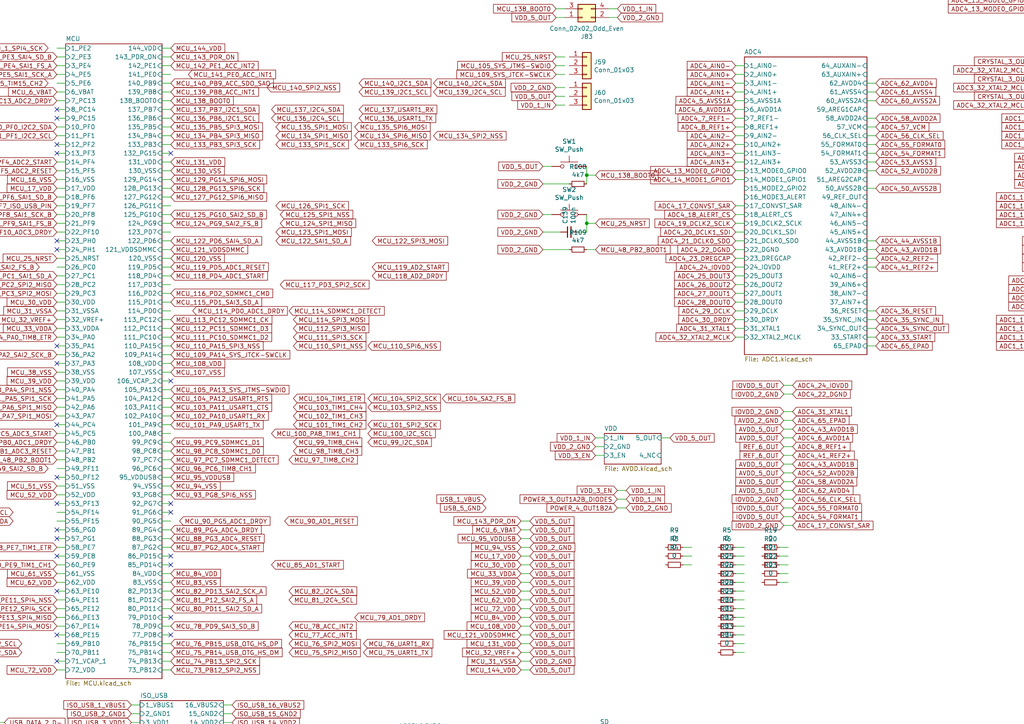
<source format=kicad_sch>
(kicad_sch (version 20250114) (generator "eeschema") (generator_version "9.0")
  (paper "A4")
  (junction (at 170.18 50.8))
  (junction (at 170.18 64.77))
  (no_connect (at -262.89 -41.91))
  (no_connect (at -287.02 -64.77))
  (no_connect (at -336.55 -82.55))
  (no_connect (at -279.4 59.69))
  (no_connect (at -303.53 7.62))
  (no_connect (at -539.75 -88.9))
  (no_connect (at 16.51 100.33))
  (no_connect (at -490.22 -73.66))
  (no_connect (at -336.55 -58.42))
  (no_connect (at 16.51 138.43))
  (no_connect (at -443.23 -88.9))
  (no_connect (at -287.02 -29.21))
  (no_connect (at -539.75 -55.88))
  (no_connect (at -327.66 59.69))
  (no_connect (at 16.51 34.29))
  (no_connect (at -336.55 -67.31))
  (no_connect (at -262.89 -85.09))
  (no_connect (at -287.02 -85.09))
  (no_connect (at -311.15 -82.55))
  (no_connect (at -539.75 -64.77))
  (no_connect (at -279.4 1.27))
  (no_connect (at -336.55 -80.01))
  (no_connect (at -539.75 -46.99))
  (no_connect (at -311.15 -26.67))
  (no_connect (at -287.02 -58.42))
  (no_connect (at -279.4 27.94))
  (no_connect (at -490.22 -67.31))
  (no_connect (at 49.53 146.05))
  (no_connect (at 16.51 123.19))
  (no_connect (at -262.89 -67.31))
  (no_connect (at -466.09 -44.45))
  (no_connect (at -262.89 -35.56))
  (no_connect (at -490.22 -93.98))
  (no_connect (at 16.51 72.39))
  (no_connect (at -514.35 -46.99))
  (no_connect (at -262.89 -58.42))
  (no_connect (at -279.4 10.16))
  (no_connect (at -466.09 -93.98))
  (no_connect (at -539.75 -93.98))
  (no_connect (at 49.53 161.29))
  (no_connect (at -466.09 -53.34))
  (no_connect (at -443.23 -76.2))
  (no_connect (at -240.03 -80.01))
  (no_connect (at -336.55 -76.2))
  (no_connect (at -539.75 -33.02))
  (no_connect (at -443.23 -85.09))
  (no_connect (at -311.15 -24.13))
  (no_connect (at -336.55 -46.99))
  (no_connect (at -262.89 -44.45))
  (no_connect (at -539.75 -80.01))
  (no_connect (at -240.03 -62.23))
  (no_connect (at -353.06 25.4))
  (no_connect (at -490.22 -85.09))
  (no_connect (at 16.51 146.05))
  (no_connect (at -336.55 -53.34))
  (no_connect (at 16.51 184.15))
  (no_connect (at 16.51 69.85))
  (no_connect (at -303.53 16.51))
  (no_connect (at -443.23 -67.31))
  (no_connect (at -539.75 -76.2))
  (no_connect (at -353.06 36.83))
  (no_connect (at -466.09 -82.55))
  (no_connect (at 49.53 110.49))
  (no_connect (at -303.53 54.61))
  (no_connect (at -514.35 -55.88))
  (no_connect (at -336.55 -24.13))
  (no_connect (at 49.53 163.83))
  (no_connect (at -287.02 -62.23))
  (no_connect (at -514.35 -33.02))
  (no_connect (at -336.55 -71.12))
  (no_connect (at -353.06 3.81))
  (no_connect (at -353.06 16.51))
  (no_connect (at 16.51 44.45))
  (no_connect (at -327.66 57.15))
  (no_connect (at -514.35 -91.44))
  (no_connect (at -336.55 -26.67))
  (no_connect (at -443.23 -62.23))
  (no_connect (at -466.09 -91.44))
  (no_connect (at -466.09 -33.02))
  (no_connect (at -443.23 -93.98))
  (no_connect (at -514.35 -76.2))
  (no_connect (at -353.06 1.27))
  (no_connect (at -443.23 -80.01))
  (no_connect (at -353.06 59.69))
  (no_connect (at -262.89 -73.66))
  (no_connect (at 16.51 171.45))
  (no_connect (at -311.15 -67.31))
  (no_connect (at -262.89 -26.67))
  (no_connect (at 16.51 191.77))
  (no_connect (at -336.55 -38.1))
  (no_connect (at -466.09 -50.8))
  (no_connect (at -443.23 -71.12))
  (no_connect (at -240.03 -53.34))
  (no_connect (at -490.22 -76.2))
  (no_connect (at 16.51 161.29))
  (no_connect (at -353.06 -1.27))
  (no_connect (at -466.09 -35.56))
  (no_connect (at -262.89 -55.88))
  (no_connect (at 49.53 44.45))
  (no_connect (at -490.22 -38.1))
  (no_connect (at -311.15 -38.1))
  (no_connect (at -303.53 19.05))
  (no_connect (at -514.35 -35.56))
  (no_connect (at -336.55 -29.21))
  (no_connect (at -539.75 -91.44))
  (no_connect (at -240.03 -76.2))
  (no_connect (at -287.02 -82.55))
  (no_connect (at -287.02 -67.31))
  (no_connect (at -327.66 36.83))
  (no_connect (at -539.75 -67.31))
  (no_connect (at 16.51 31.75))
  (no_connect (at -303.53 25.4))
  (no_connect (at -539.75 -85.09))
  (no_connect (at -336.55 -85.09))
  (no_connect (at -539.75 -71.12))
  (no_connect (at 16.51 41.91))
  (no_connect (at 49.53 179.07))
  (no_connect (at -466.09 -64.77))
  (no_connect (at -466.09 -67.31))
  (no_connect (at -336.55 -62.23))
  (no_connect (at -539.75 -35.56))
  (no_connect (at -240.03 -58.42))
  (no_connect (at -353.06 57.15))
  (no_connect (at 49.53 184.15))
  (no_connect (at -303.53 1.27))
  (no_connect (at -262.89 -24.13))
  (no_connect (at -279.4 41.91))
  (no_connect (at -353.06 7.62))
  (no_connect (at -466.09 -76.2))
  (no_connect (at 16.51 156.21))
  (no_connect (at -327.66 45.72))
  (no_connect (at -240.03 -85.09))
  (no_connect (at 49.53 148.59))
  (no_connect (at -353.06 45.72))
  (no_connect (at 16.51 153.67))
  (no_connect (at -539.75 -38.1))
  (no_connect (at -240.03 -71.12))
  (no_connect (at -303.53 21.59))
  (no_connect (at -262.89 -82.55))
  (no_connect (at -311.15 -46.99))
  (no_connect (at -279.4 16.51))
  (no_connect (at 16.51 105.41))
  (no_connect (at -287.02 -76.2))
  (no_connect (at -490.22 -71.12))
  (no_connect (at -490.22 -91.44))
  (no_connect (at -353.06 54.61))
  (no_connect (at -240.03 -67.31))
  (wire (pts (xy 128.27 266.7) (xy 130.81 266.7)))
  (wire (pts (xy 457.2 132.08) (xy 454.66 132.08)))
  (wire (pts (xy -24.13 212.09) (xy -21.59 212.09)))
  (wire (pts (xy 316.23 74.93) (xy 313.69 74.93)))
  (wire (pts (xy 365.76 157.48) (xy 363.22 157.48)))
  (wire (pts (xy -228.6 220.98) (xy -231.14 220.98)))
  (wire (pts (xy 416.56 127) (xy 419.1 127)))
  (wire (pts (xy 19.05 54.61) (xy 16.51 54.61)))
  (wire (pts (xy 106.68 -44.45) (xy 104.14 -44.45)))
  (wire (pts (xy 198.12 219.71) (xy 195.58 219.71)))
  (wire (pts (xy 229.87 129.54) (xy 227.33 129.54)))
  (wire (pts (xy 46.99 118.11) (xy 49.53 118.11)))
  (wire (pts (xy 325.12 182.88) (xy 327.66 182.88)))
  (wire (pts (xy 270.51 316.23) (xy 273.05 316.23)))
  (wire (pts (xy -1.27 209.55) (xy 1.27 209.55)))
  (wire (pts (xy 46.99 44.45) (xy 49.53 44.45)))
  (wire (pts (xy 325.12 152.4) (xy 327.66 152.4)))
  (wire (pts (xy 420.37 76.2) (xy 417.83 76.2)))
  (wire (pts (xy -309.88 -46.99) (xy -290.83 -46.99)))
  (wire (pts (xy 325.12 137.16) (xy 327.66 137.16)))
  (wire (pts (xy 16.51 67.31) (xy 19.05 67.31)))
  (wire (pts (xy 420.37 30.48) (xy 417.83 30.48)))
  (wire (pts (xy 316.23 53.34) (xy 313.69 53.34)))
  (wire (pts (xy 466.09 93.98) (xy 463.55 93.98)))
  (wire (pts (xy 435.61 248.92) (xy 438.15 248.92)))
  (wire (pts (xy 213.36 24.13) (xy 215.9 24.13)))
  (wire (pts (xy 46.99 163.83) (xy 49.53 163.83)))
  (wire (pts (xy -231.14 309.88) (xy -228.6 309.88)))
  (wire (pts (xy 229.87 134.62) (xy 227.33 134.62)))
  (wire (pts (xy 438.15 208.28) (xy 435.61 208.28)))
  (wire (pts (xy 46.99 130.81) (xy 49.53 130.81)))
  (wire (pts (xy 431.8 -59.69) (xy 431.8 -57.15)))
  (wire (pts (xy 16.51 87.63) (xy 19.05 87.63)))
  (wire (pts (xy 16.51 138.43) (xy 19.05 138.43)))
  (wire (pts (xy 64.77 298.45) (xy 62.23 298.45)))
  (wire (pts (xy 46.99 24.13) (xy 49.53 24.13)))
  (wire (pts (xy 297.18 311.15) (xy 294.64 311.15)))
  (wire (pts (xy -147.32 71.12) (xy -144.78 71.12)))
  (wire (pts (xy 401.32 93.98) (xy 398.78 93.98)))
  (wire (pts (xy 163.83 -8.89) (xy 161.29 -8.89)))
  (wire (pts (xy 438.15 226.06) (xy 435.61 226.06)))
  (wire (pts (xy 438.15 228.6) (xy 435.61 228.6)))
  (wire (pts (xy 153.67 -48.26) (xy 156.21 -48.26)))
  (wire (pts (xy 175.26 132.08) (xy 172.72 132.08)))
  (wire (pts (xy -261.62 -73.66) (xy -243.84 -73.66)))
  (wire (pts (xy 38.1 303.53) (xy 40.64 303.53)))
  (wire (pts (xy 160.02 -30.48) (xy 162.56 -30.48)))
  (wire (pts (xy 167.64 67.31) (xy 170.18 67.31)))
  (wire (pts (xy 58.42 279.4) (xy 55.88 279.4)))
  (wire (pts (xy 156.21 -72.39) (xy 158.75 -72.39)))
  (wire (pts (xy 379.73 35.56) (xy 382.27 35.56)))
  (wire (pts (xy 359.41 -50.8) (xy 356.87 -50.8)))
  (wire (pts (xy 106.68 -15.24) (xy 104.14 -15.24)))
  (wire (pts (xy 297.18 347.98) (xy 294.64 347.98)))
  (wire (pts (xy 16.51 13.97) (xy 19.05 13.97)))
  (wire (pts (xy 297.18 353.06) (xy 294.64 353.06)))
  (wire (pts (xy 181.61 147.32) (xy 179.07 147.32)))
  (wire (pts (xy 46.99 97.79) (xy 49.53 97.79)))
  (wire (pts (xy 270.51 318.77) (xy 273.05 318.77)))
  (wire (pts (xy 161.29 -6.35) (xy 163.83 -6.35)))
  (wire (pts (xy -86.36 118.11) (xy -83.82 118.11)))
  (wire (pts (xy 438.15 243.84) (xy 435.61 243.84)))
  (wire (pts (xy 128.27 261.62) (xy 130.81 261.62)))
  (wire (pts (xy -351.79 16.51) (xy -332.74 16.51)))
  (wire (pts (xy 200.66 161.29) (xy 198.12 161.29)))
  (wire (pts (xy 16.51 148.59) (xy 19.05 148.59)))
  (wire (pts (xy 157.48 48.26) (xy 160.02 48.26)))
  (wire (pts (xy 16.51 110.49) (xy 19.05 110.49)))
  (wire (pts (xy 213.36 31.75) (xy 215.9 31.75)))
  (wire (pts (xy 316.23 72.39) (xy 313.69 72.39)))
  (wire (pts (xy 160.02 -59.69) (xy 162.56 -59.69)))
  (wire (pts (xy 67.31 217.17) (xy 64.77 217.17)))
  (wire (pts (xy 346.71 220.98) (xy 344.17 220.98)))
  (wire (pts (xy -231.14 317.5) (xy -228.6 317.5)))
  (wire (pts (xy 55.88 228.6) (xy 53.34 228.6)))
  (wire (pts (xy 359.41 -48.26) (xy 356.87 -48.26)))
  (wire (pts (xy 416.56 144.78) (xy 419.1 144.78)))
  (wire (pts (xy 420.37 33.02) (xy 417.83 33.02)))
  (wire (pts (xy 16.51 194.31) (xy 19.05 194.31)))
  (wire (pts (xy -147.32 30.48) (xy -144.78 30.48)))
  (wire (pts (xy -351.79 -1.27) (xy -332.74 -1.27)))
  (wire (pts (xy 228.6 161.29) (xy 226.06 161.29)))
  (wire (pts (xy 438.15 218.44) (xy 435.61 218.44)))
  (wire (pts (xy 379.73 83.82) (xy 382.27 83.82)))
  (wire (pts (xy 457.2 144.78) (xy 454.66 144.78)))
  (wire (pts (xy 316.23 77.47) (xy 313.69 77.47)))
  (wire (pts (xy 346.71 228.6) (xy 344.17 228.6)))
  (wire (pts (xy 457.2 134.62) (xy 454.66 134.62)))
  (wire (pts (xy 213.36 21.59) (xy 215.9 21.59)))
  (wire (pts (xy 49.53 69.85) (xy 46.99 69.85)))
  (wire (pts (xy 325.12 193.04) (xy 327.66 193.04)))
  (wire (pts (xy 63.5 251.46) (xy 60.96 251.46)))
  (wire (pts (xy 113.03 213.36) (xy 115.57 213.36)))
  (wire (pts (xy 16.51 49.53) (xy 19.05 49.53)))
  (wire (pts (xy 38.1 214.63) (xy 40.64 214.63)))
  (wire (pts (xy 46.99 80.01) (xy 49.53 80.01)))
  (wire (pts (xy 106.68 -17.78) (xy 104.14 -17.78)))
  (wire (pts (xy -278.13 45.72) (xy -257.81 45.72)))
  (wire (pts (xy 457.2 137.16) (xy 454.66 137.16)))
  (wire (pts (xy -326.39 -1.27) (xy -307.34 -1.27)))
  (wire (pts (xy 254 77.47) (xy 251.46 77.47)))
  (wire (pts (xy 270.51 313.69) (xy 273.05 313.69)))
  (wire (pts (xy 420.37 12.7) (xy 417.83 12.7)))
  (wire (pts (xy -238.76 -55.88) (xy -218.44 -55.88)))
  (wire (pts (xy 38.1 222.25) (xy 40.64 222.25)))
  (wire (pts (xy 367.03 -156.21) (xy 372.11 -156.21)))
  (wire (pts (xy 466.09 86.36) (xy 463.55 86.36)))
  (wire (pts (xy 179.07 -6.35) (xy 176.53 -6.35)))
  (wire (pts (xy -102.87 238.76) (xy -100.33 238.76)))
  (wire (pts (xy 359.41 -53.34) (xy 356.87 -53.34)))
  (wire (pts (xy 49.53 184.15) (xy 46.99 184.15)))
  (wire (pts (xy -86.36 154.94) (xy -83.82 154.94)))
  (bus (pts (xy -320.04 -101.6) (xy -300.99 -101.6)))
  (bus (pts (xy -335.28 -62.23) (xy -313.69 -62.23)))
  (wire (pts (xy 379.73 68.58) (xy 382.27 68.58)))
  (bus (pts (xy -285.75 -85.09) (xy -266.7 -85.09)))
  (wire (pts (xy -86.36 157.48) (xy -83.82 157.48)))
  (wire (pts (xy 346.71 218.44) (xy 344.17 218.44)))
  (wire (pts (xy 64.77 295.91) (xy 62.23 295.91)))
  (wire (pts (xy -147.32 124.46) (xy -144.78 124.46)))
  (wire (pts (xy 67.31 219.71) (xy 64.77 219.71)))
  (wire (pts (xy 16.51 85.09) (xy 19.05 85.09)))
  (wire (pts (xy 303.53 22.86) (xy 300.99 22.86)))
  (wire (pts (xy -147.32 101.6) (xy -144.78 101.6)))
  (wire (pts (xy 416.56 185.42) (xy 419.1 185.42)))
  (wire (pts (xy 466.09 99.06) (xy 463.55 99.06)))
  (wire (pts (xy 457.2 167.64) (xy 454.66 167.64)))
  (wire (pts (xy 132.08 242.57) (xy 129.54 242.57)))
  (wire (pts (xy 213.36 95.25) (xy 215.9 95.25)))
  (wire (pts (xy 463.55 106.68) (xy 466.09 106.68)))
  (wire (pts (xy 420.37 81.28) (xy 417.83 81.28)))
  (wire (pts (xy 438.15 223.52) (xy 435.61 223.52)))
  (wire (pts (xy 19.05 135.89) (xy 16.51 135.89)))
  (wire (pts (xy -228.6 265.43) (xy -231.14 265.43)))
  (wire (pts (xy 49.53 64.77) (xy 46.99 64.77)))
  (wire (pts (xy -231.14 251.46) (xy -228.6 251.46)))
  (wire (pts (xy -147.32 43.18) (xy -144.78 43.18)))
  (wire (pts (xy 359.41 -69.85) (xy 356.87 -69.85)))
  (wire (pts (xy -261.62 -64.77) (xy -242.57 -64.77)))
  (wire (pts (xy 420.37 63.5) (xy 417.83 63.5)))
  (wire (pts (xy -228.6 187.96) (xy -231.14 187.96)))
  (wire (pts (xy -302.26 57.15) (xy -283.21 57.15)))
  (wire (pts (xy 325.12 170.18) (xy 327.66 170.18)))
  (wire (pts (xy 316.23 69.85) (xy 313.69 69.85)))
  (wire (pts (xy -147.32 115.57) (xy -144.78 115.57)))
  (wire (pts (xy 270.51 290.83) (xy 273.05 290.83)))
  (wire (pts (xy -228.6 262.89) (xy -231.14 262.89)))
  (wire (pts (xy 19.05 24.13) (xy 16.51 24.13)))
  (wire (pts (xy 49.53 16.51) (xy 46.99 16.51)))
  (wire (pts (xy 379.73 50.8) (xy 382.27 50.8)))
  (wire (pts (xy 19.05 57.15) (xy 16.51 57.15)))
  (wire (pts (xy -231.14 349.25) (xy -228.6 349.25)))
  (wire (pts (xy -144.78 152.4) (xy -147.32 152.4)))
  (wire (pts (xy 46.99 128.27) (xy 49.53 128.27)))
  (wire (pts (xy 457.2 193.04) (xy 454.66 193.04)))
  (wire (pts (xy -147.32 82.55) (xy -144.78 82.55)))
  (wire (pts (xy 156.21 -69.85) (xy 158.75 -69.85)))
  (wire (pts (xy -278.13 54.61) (xy -259.08 54.61)))
  (wire (pts (xy -255.27 27.94) (xy -234.95 27.94)))
  (wire (pts (xy 213.36 59.69) (xy 215.9 59.69)))
  (wire (pts (xy -231.14 346.71) (xy -228.6 346.71)))
  (wire (pts (xy 416.56 170.18) (xy 419.1 170.18)))
  (wire (pts (xy 457.2 129.54) (xy 454.66 129.54)))
  (wire (pts (xy 228.6 166.37) (xy 226.06 166.37)))
  (wire (pts (xy 229.87 127) (xy 227.33 127)))
  (wire (pts (xy 151.13 171.45) (xy 153.67 171.45)))
  (wire (pts (xy 46.99 92.71) (xy 49.53 92.71)))
  (wire (pts (xy 297.18 288.29) (xy 294.64 288.29)))
  (wire (pts (xy -147.32 62.23) (xy -144.78 62.23)))
  (wire (pts (xy -326.39 36.83) (xy -307.34 36.83)))
  (wire (pts (xy 170.18 64.77) (xy 172.72 64.77)))
  (wire (pts (xy -147.32 58.42) (xy -144.78 58.42)))
  (wire (pts (xy 215.9 173.99) (xy 213.36 173.99)))
  (wire (pts (xy 297.18 316.23) (xy 294.64 316.23)))
  (wire (pts (xy -302.26 25.4) (xy -281.94 25.4)))
  (wire (pts (xy -231.14 312.42) (xy -228.6 312.42)))
  (wire (pts (xy 316.23 83.82) (xy 313.69 83.82)))
  (wire (pts (xy 213.36 72.39) (xy 215.9 72.39)))
  (wire (pts (xy 365.76 132.08) (xy 363.22 132.08)))
  (wire (pts (xy 416.56 132.08) (xy 419.1 132.08)))
  (wire (pts (xy 359.41 -127) (xy 356.87 -127)))
  (wire (pts (xy 416.56 154.94) (xy 419.1 154.94)))
  (wire (pts (xy 16.51 123.19) (xy 19.05 123.19)))
  (wire (pts (xy 19.05 173.99) (xy 16.51 173.99)))
  (wire (pts (xy 270.51 311.15) (xy 273.05 311.15)))
  (wire (pts (xy 325.12 165.1) (xy 327.66 165.1)))
  (wire (pts (xy 270.51 283.21) (xy 273.05 283.21)))
  (wire (pts (xy -102.87 236.22) (xy -100.33 236.22)))
  (wire (pts (xy 106.68 -20.32) (xy 104.14 -20.32)))
  (wire (pts (xy 46.99 156.21) (xy 49.53 156.21)))
  (wire (pts (xy 359.41 -137.16) (xy 356.87 -137.16)))
  (wire (pts (xy 424.18 -50.8) (xy 431.8 -50.8)))
  (wire (pts (xy -335.28 -38.1) (xy -316.23 -38.1)))
  (wire (pts (xy 227.33 152.4) (xy 229.87 152.4)))
  (wire (pts (xy 313.69 92.71) (xy 316.23 92.71)))
  (wire (pts (xy 254 24.13) (xy 251.46 24.13)))
  (wire (pts (xy 457.2 139.7) (xy 454.66 139.7)))
  (wire (pts (xy 49.53 105.41) (xy 46.99 105.41)))
  (bus (pts (xy -320.04 -119.38) (xy -300.99 -119.38)))
  (wire (pts (xy 179.07 5.08) (xy 176.53 5.08)))
  (wire (pts (xy 313.69 81.28) (xy 316.23 81.28)))
  (wire (pts (xy 270.51 337.82) (xy 273.05 337.82)))
  (wire (pts (xy 297.18 280.67) (xy 294.64 280.67)))
  (wire (pts (xy 416.56 129.54) (xy 419.1 129.54)))
  (wire (pts (xy 67.31 212.09) (xy 64.77 212.09)))
  (wire (pts (xy 346.71 236.22) (xy 344.17 236.22)))
  (wire (pts (xy 49.53 36.83) (xy 46.99 36.83)))
  (bus (pts (xy -238.76 -62.23) (xy -218.44 -62.23)))
  (wire (pts (xy 64.77 285.75) (xy 62.23 285.75)))
  (wire (pts (xy 36.83 264.16) (xy 39.37 264.16)))
  (wire (pts (xy 49.53 39.37) (xy 46.99 39.37)))
  (wire (pts (xy -147.32 97.79) (xy -144.78 97.79)))
  (wire (pts (xy 359.41 -72.39) (xy 356.87 -72.39)))
  (wire (pts (xy 49.53 166.37) (xy 46.99 166.37)))
  (wire (pts (xy 67.31 204.47) (xy 64.77 204.47)))
  (wire (pts (xy 300.99 -35.56) (xy 303.53 -35.56)))
  (wire (pts (xy 16.51 189.23) (xy 19.05 189.23)))
  (wire (pts (xy -228.6 267.97) (xy -231.14 267.97)))
  (wire (pts (xy 297.18 342.9) (xy 294.64 342.9)))
  (wire (pts (xy 67.31 207.01) (xy 64.77 207.01)))
  (wire (pts (xy 63.5 256.54) (xy 60.96 256.54)))
  (wire (pts (xy 229.87 111.76) (xy 227.33 111.76)))
  (wire (pts (xy 36.83 254) (xy 39.37 254)))
  (wire (pts (xy -147.32 95.25) (xy -144.78 95.25)))
  (wire (pts (xy -302.26 36.83) (xy -283.21 36.83)))
  (wire (pts (xy 151.13 168.91) (xy 153.67 168.91)))
  (wire (pts (xy 38.1 300.99) (xy 40.64 300.99)))
  (wire (pts (xy 16.51 82.55) (xy 19.05 82.55)))
  (wire (pts (xy -326.39 19.05) (xy -307.34 19.05)))
  (wire (pts (xy 431.8 -46.99) (xy 431.8 -44.45)))
  (wire (pts (xy 74.93 -45.72) (xy 72.39 -45.72)))
  (wire (pts (xy -351.79 7.62) (xy -332.74 7.62)))
  (wire (pts (xy 367.03 -153.67) (xy 372.11 -153.67)))
  (wire (pts (xy 63.5 266.7) (xy 60.96 266.7)))
  (wire (pts (xy 365.76 149.86) (xy 363.22 149.86)))
  (wire (pts (xy 19.05 176.53) (xy 16.51 176.53)))
  (wire (pts (xy -228.6 200.66) (xy -231.14 200.66)))
  (wire (pts (xy 49.53 62.23) (xy 46.99 62.23)))
  (wire (pts (xy 49.53 21.59) (xy 46.99 21.59)))
  (wire (pts (xy 38.1 290.83) (xy 40.64 290.83)))
  (wire (pts (xy -231.14 248.92) (xy -228.6 248.92)))
  (wire (pts (xy 457.2 190.5) (xy 454.66 190.5)))
  (wire (pts (xy 151.13 179.07) (xy 153.67 179.07)))
  (wire (pts (xy 36.83 269.24) (xy 39.37 269.24)))
  (wire (pts (xy 107.95 -76.2) (xy 105.41 -76.2)))
  (wire (pts (xy 420.37 22.86) (xy 417.83 22.86)))
  (wire (pts (xy -147.32 85.09) (xy -144.78 85.09)))
  (wire (pts (xy 64.77 288.29) (xy 62.23 288.29)))
  (wire (pts (xy 297.18 313.69) (xy 294.64 313.69)))
  (wire (pts (xy -86.36 115.57) (xy -83.82 115.57)))
  (wire (pts (xy 46.99 29.21) (xy 49.53 29.21)))
  (wire (pts (xy 46.99 102.87) (xy 49.53 102.87)))
  (wire (pts (xy 64.77 -19.05) (xy 62.23 -19.05)))
  (wire (pts (xy 16.51 92.71) (xy 19.05 92.71)))
  (wire (pts (xy 426.72 -46.99) (xy 424.18 -46.99)))
  (wire (pts (xy -83.82 167.64) (xy -86.36 167.64)))
  (wire (pts (xy 157.48 62.23) (xy 160.02 62.23)))
  (wire (pts (xy 46.99 52.07) (xy 49.53 52.07)))
  (wire (pts (xy 153.67 186.69) (xy 151.13 186.69)))
  (wire (pts (xy 16.51 46.99) (xy 19.05 46.99)))
  (wire (pts (xy 457.2 119.38) (xy 454.66 119.38)))
  (wire (pts (xy 49.53 72.39) (xy 46.99 72.39)))
  (wire (pts (xy 420.37 60.96) (xy 417.83 60.96)))
  (wire (pts (xy 426.72 -53.34) (xy 424.18 -53.34)))
  (wire (pts (xy 55.88 243.84) (xy 53.34 243.84)))
  (wire (pts (xy 359.41 -139.7) (xy 356.87 -139.7)))
  (wire (pts (xy 438.15 210.82) (xy 435.61 210.82)))
  (wire (pts (xy 420.37 58.42) (xy 417.83 58.42)))
  (wire (pts (xy 356.87 -74.93) (xy 359.41 -74.93)))
  (wire (pts (xy 19.05 107.95) (xy 16.51 107.95)))
  (wire (pts (xy 153.67 158.75) (xy 151.13 158.75)))
  (wire (pts (xy -130.81 -10.16) (xy -128.27 -10.16)))
  (wire (pts (xy 46.99 120.65) (xy 49.53 120.65)))
  (wire (pts (xy 254 26.67) (xy 251.46 26.67)))
  (wire (pts (xy 297.18 337.82) (xy 294.64 337.82)))
  (wire (pts (xy 19.05 21.59) (xy 16.51 21.59)))
  (wire (pts (xy 173.99 -45.72) (xy 176.53 -45.72)))
  (wire (pts (xy -326.39 57.15) (xy -307.34 57.15)))
  (wire (pts (xy 46.99 148.59) (xy 49.53 148.59)))
  (wire (pts (xy -309.88 204.47) (xy -312.42 204.47)))
  (wire (pts (xy 379.73 15.24) (xy 382.27 15.24)))
  (wire (pts (xy 53.34 236.22) (xy 55.88 236.22)))
  (wire (pts (xy 16.51 158.75) (xy 19.05 158.75)))
  (wire (pts (xy 359.41 -80.01) (xy 356.87 -80.01)))
  (wire (pts (xy 142.24 213.36) (xy 139.7 213.36)))
  (wire (pts (xy 466.09 76.2) (xy 463.55 76.2)))
  (wire (pts (xy 297.18 308.61) (xy 294.64 308.61)))
  (wire (pts (xy 16.51 39.37) (xy 19.05 39.37)))
  (wire (pts (xy 215.9 158.75) (xy 213.36 158.75)))
  (wire (pts (xy -80.01 97.79) (xy -77.47 97.79)))
  (wire (pts (xy -102.87 254) (xy -100.33 254)))
  (wire (pts (xy 297.18 293.37) (xy 294.64 293.37)))
  (wire (pts (xy -312.42 232.41) (xy -309.88 232.41)))
  (wire (pts (xy 416.56 165.1) (xy 419.1 165.1)))
  (wire (pts (xy 16.51 59.69) (xy 19.05 59.69)))
  (wire (pts (xy -86.36 142.24) (xy -83.82 142.24)))
  (wire (pts (xy 344.17 251.46) (xy 346.71 251.46)))
  (wire (pts (xy 16.51 29.21) (xy 19.05 29.21)))
  (wire (pts (xy 213.36 64.77) (xy 215.9 64.77)))
  (wire (pts (xy -335.28 -58.42) (xy -316.23 -58.42)))
  (wire (pts (xy 303.53 -10.16) (xy 300.99 -10.16)))
  (wire (pts (xy 165.1 72.39) (xy 157.48 72.39)))
  (wire (pts (xy 325.12 185.42) (xy 327.66 185.42)))
  (bus (pts (xy -320.04 -92.71) (xy -300.99 -92.71)))
  (wire (pts (xy 325.12 167.64) (xy 327.66 167.64)))
  (wire (pts (xy 16.51 77.47) (xy 19.05 77.47)))
  (wire (pts (xy -309.88 -73.66) (xy -292.1 -73.66)))
  (wire (pts (xy 63.5 254) (xy 60.96 254)))
  (wire (pts (xy 16.51 115.57) (xy 19.05 115.57)))
  (wire (pts (xy 200.66 158.75) (xy 198.12 158.75)))
  (wire (pts (xy -228.6 359.41) (xy -231.14 359.41)))
  (wire (pts (xy -309.88 219.71) (xy -312.42 219.71)))
  (wire (pts (xy 132.08 245.11) (xy 129.54 245.11)))
  (wire (pts (xy 142.24 226.06) (xy 139.7 226.06)))
  (wire (pts (xy 63.5 269.24) (xy 60.96 269.24)))
  (wire (pts (xy 46.99 173.99) (xy 49.53 173.99)))
  (wire (pts (xy 229.87 132.08) (xy 227.33 132.08)))
  (wire (pts (xy -326.39 45.72) (xy -306.07 45.72)))
  (wire (pts (xy -238.76 -82.55) (xy -219.71 -82.55)))
  (wire (pts (xy -80.01 90.17) (xy -77.47 90.17)))
  (wire (pts (xy -285.75 -76.2) (xy -266.7 -76.2)))
  (wire (pts (xy 63.5 259.08) (xy 60.96 259.08)))
  (wire (pts (xy -86.36 48.26) (xy -81.28 48.26)))
  (wire (pts (xy 213.36 49.53) (xy 215.9 49.53)))
  (wire (pts (xy -86.36 147.32) (xy -83.82 147.32)))
  (wire (pts (xy 49.53 158.75) (xy 46.99 158.75)))
  (wire (pts (xy 64.77 303.53) (xy 62.23 303.53)))
  (wire (pts (xy 466.09 101.6) (xy 463.55 101.6)))
  (wire (pts (xy 420.37 55.88) (xy 417.83 55.88)))
  (wire (pts (xy 80.01 -100.33) (xy 82.55 -100.33)))
  (wire (pts (xy -335.28 -76.2) (xy -316.23 -76.2)))
  (wire (pts (xy 420.37 86.36) (xy 417.83 86.36)))
  (wire (pts (xy -278.13 27.94) (xy -259.08 27.94)))
  (wire (pts (xy 213.36 69.85) (xy 215.9 69.85)))
  (wire (pts (xy 49.53 100.33) (xy 46.99 100.33)))
  (wire (pts (xy 170.18 72.39) (xy 172.72 72.39)))
  (wire (pts (xy 19.05 140.97) (xy 16.51 140.97)))
  (wire (pts (xy 365.76 142.24) (xy 363.22 142.24)))
  (wire (pts (xy 365.76 195.58) (xy 363.22 195.58)))
  (wire (pts (xy 254 72.39) (xy 251.46 72.39)))
  (wire (pts (xy 316.23 36.83) (xy 313.69 36.83)))
  (wire (pts (xy 215.9 168.91) (xy 213.36 168.91)))
  (wire (pts (xy 379.73 73.66) (xy 382.27 73.66)))
  (wire (pts (xy 200.66 163.83) (xy 198.12 163.83)))
  (wire (pts (xy 365.76 175.26) (xy 363.22 175.26)))
  (wire (pts (xy -261.62 -38.1) (xy -241.3 -38.1)))
  (wire (pts (xy -278.13 1.27) (xy -260.35 1.27)))
  (wire (pts (xy 229.87 147.32) (xy 227.33 147.32)))
  (wire (pts (xy 346.71 248.92) (xy 344.17 248.92)))
  (wire (pts (xy 270.51 347.98) (xy 273.05 347.98)))
  (wire (pts (xy 416.56 157.48) (xy 419.1 157.48)))
  (wire (pts (xy -231.14 341.63) (xy -228.6 341.63)))
  (wire (pts (xy 420.37 78.74) (xy 417.83 78.74)))
  (wire (pts (xy 254 95.25) (xy 251.46 95.25)))
  (wire (pts (xy 46.99 31.75) (xy 49.53 31.75)))
  (wire (pts (xy 365.76 198.12) (xy 363.22 198.12)))
  (wire (pts (xy 132.08 237.49) (xy 129.54 237.49)))
  (wire (pts (xy -309.88 -38.1) (xy -289.56 -38.1)))
  (wire (pts (xy 466.09 81.28) (xy 463.55 81.28)))
  (wire (pts (xy 270.51 293.37) (xy 273.05 293.37)))
  (wire (pts (xy -309.88 -26.67) (xy -290.83 -26.67)))
  (wire (pts (xy 213.36 85.09) (xy 215.9 85.09)))
  (wire (pts (xy 64.77 -13.97) (xy 62.23 -13.97)))
  (wire (pts (xy 172.72 129.54) (xy 175.26 129.54)))
  (wire (pts (xy -86.36 134.62) (xy -83.82 134.62)))
  (wire (pts (xy -312.42 234.95) (xy -309.88 234.95)))
  (wire (pts (xy 16.51 146.05) (xy 19.05 146.05)))
  (wire (pts (xy 213.36 26.67) (xy 215.9 26.67)))
  (wire (pts (xy -231.14 254) (xy -228.6 254)))
  (wire (pts (xy -302.26 45.72) (xy -281.94 45.72)))
  (wire (pts (xy -228.6 288.29) (xy -231.14 288.29)))
  (wire (pts (xy 379.73 76.2) (xy 382.27 76.2)))
  (wire (pts (xy 16.51 36.83) (xy 19.05 36.83)))
  (wire (pts (xy -231.14 330.2) (xy -228.6 330.2)))
  (wire (pts (xy 316.23 41.91) (xy 313.69 41.91)))
  (wire (pts (xy -261.62 -29.21) (xy -242.57 -29.21)))
  (wire (pts (xy 229.87 137.16) (xy 227.33 137.16)))
  (wire (pts (xy 16.51 69.85) (xy 19.05 69.85)))
  (wire (pts (xy 379.73 71.12) (xy 382.27 71.12)))
  (wire (pts (xy 300.99 -25.4) (xy 303.53 -25.4)))
  (wire (pts (xy 228.6 158.75) (xy 226.06 158.75)))
  (wire (pts (xy 46.99 74.93) (xy 49.53 74.93)))
  (wire (pts (xy -228.6 215.9) (xy -231.14 215.9)))
  (wire (pts (xy -147.32 149.86) (xy -144.78 149.86)))
  (wire (pts (xy 303.53 17.78) (xy 300.99 17.78)))
  (wire (pts (xy -102.87 246.38) (xy -100.33 246.38)))
  (wire (pts (xy 168.91 -24.13) (xy 171.45 -24.13)))
  (wire (pts (xy -86.36 113.03) (xy -83.82 113.03)))
  (wire (pts (xy -147.32 113.03) (xy -144.78 113.03)))
  (wire (pts (xy -231.14 294.64) (xy -228.6 294.64)))
  (wire (pts (xy 325.12 190.5) (xy 327.66 190.5)))
  (wire (pts (xy -228.6 226.06) (xy -231.14 226.06)))
  (wire (pts (xy -351.79 54.61) (xy -332.74 54.61)))
  (wire (pts (xy 36.83 256.54) (xy 39.37 256.54)))
  (wire (pts (xy -86.36 45.72) (xy -81.28 45.72)))
  (wire (pts (xy 161.29 25.4) (xy 163.83 25.4)))
  (wire (pts (xy 46.99 26.67) (xy 49.53 26.67)))
  (wire (pts (xy -302.26 19.05) (xy -281.94 19.05)))
  (wire (pts (xy 151.13 166.37) (xy 153.67 166.37)))
  (wire (pts (xy -309.88 -85.09) (xy -290.83 -85.09)))
  (wire (pts (xy 229.87 124.46) (xy 227.33 124.46)))
  (wire (pts (xy 46.99 115.57) (xy 49.53 115.57)))
  (wire (pts (xy 270.51 280.67) (xy 273.05 280.67)))
  (wire (pts (xy -147.32 55.88) (xy -144.78 55.88)))
  (wire (pts (xy 229.87 144.78) (xy 227.33 144.78)))
  (wire (pts (xy 416.56 177.8) (xy 419.1 177.8)))
  (wire (pts (xy 359.41 -95.25) (xy 356.87 -95.25)))
  (wire (pts (xy 254 29.21) (xy 251.46 29.21)))
  (wire (pts (xy 181.61 144.78) (xy 179.07 144.78)))
  (wire (pts (xy 46.99 133.35) (xy 49.53 133.35)))
  (wire (pts (xy 313.69 62.23) (xy 316.23 62.23)))
  (wire (pts (xy 325.12 198.12) (xy 327.66 198.12)))
  (wire (pts (xy 215.9 189.23) (xy 213.36 189.23)))
  (wire (pts (xy 19.05 26.67) (xy 16.51 26.67)))
  (wire (pts (xy -238.76 -64.77) (xy -218.44 -64.77)))
  (wire (pts (xy -86.36 123.19) (xy -83.82 123.19)))
  (wire (pts (xy 64.77 300.99) (xy 62.23 300.99)))
  (wire (pts (xy 16.51 153.67) (xy 19.05 153.67)))
  (bus (pts (xy -238.76 -67.31) (xy -218.44 -67.31)))
  (wire (pts (xy 46.99 179.07) (xy 49.53 179.07)))
  (bus (pts (xy -261.62 -35.56) (xy -241.3 -35.56)))
  (wire (pts (xy 300.99 -27.94) (xy 303.53 -27.94)))
  (wire (pts (xy 325.12 139.7) (xy 327.66 139.7)))
  (wire (pts (xy 132.08 240.03) (xy 129.54 240.03)))
  (wire (pts (xy -238.76 -73.66) (xy -218.44 -73.66)))
  (wire (pts (xy 19.05 166.37) (xy 16.51 166.37)))
  (wire (pts (xy 102.87 -102.87) (xy 105.41 -102.87)))
  (wire (pts (xy 81.28 -90.17) (xy 83.82 -90.17)))
  (wire (pts (xy 173.99 217.17) (xy 171.45 217.17)))
  (wire (pts (xy -231.14 344.17) (xy -228.6 344.17)))
  (wire (pts (xy 38.1 209.55) (xy 40.64 209.55)))
  (wire (pts (xy 438.15 233.68) (xy 435.61 233.68)))
  (wire (pts (xy 19.05 133.35) (xy 16.51 133.35)))
  (wire (pts (xy 67.31 209.55) (xy 64.77 209.55)))
  (wire (pts (xy 229.87 119.38) (xy 227.33 119.38)))
  (wire (pts (xy -102.87 243.84) (xy -100.33 243.84)))
  (wire (pts (xy -80.01 92.71) (xy -77.47 92.71)))
  (wire (pts (xy 57.15 314.96) (xy 54.61 314.96)))
  (wire (pts (xy -147.32 127) (xy -144.78 127)))
  (wire (pts (xy -309.88 207.01) (xy -312.42 207.01)))
  (wire (pts (xy 254 34.29) (xy 251.46 34.29)))
  (wire (pts (xy 270.51 345.44) (xy 273.05 345.44)))
  (wire (pts (xy 53.34 233.68) (xy 55.88 233.68)))
  (wire (pts (xy -335.28 -29.21) (xy -316.23 -29.21)))
  (wire (pts (xy 16.51 95.25) (xy 19.05 95.25)))
  (wire (pts (xy -255.27 1.27) (xy -236.22 1.27)))
  (wire (pts (xy 198.12 214.63) (xy 195.58 214.63)))
  (wire (pts (xy 185.42 232.41) (xy 182.88 232.41)))
  (wire (pts (xy 365.76 177.8) (xy 363.22 177.8)))
  (wire (pts (xy 16.51 191.77) (xy 19.05 191.77)))
  (wire (pts (xy 359.41 -121.92) (xy 356.87 -121.92)))
  (wire (pts (xy 228.6 163.83) (xy 226.06 163.83)))
  (wire (pts (xy 379.73 48.26) (xy 382.27 48.26)))
  (wire (pts (xy 313.69 59.69) (xy 316.23 59.69)))
  (wire (pts (xy 113.03 228.6) (xy 115.57 228.6)))
  (wire (pts (xy -144.78 139.7) (xy -147.32 139.7)))
  (wire (pts (xy 49.53 67.31) (xy 46.99 67.31)))
  (wire (pts (xy -147.32 106.68) (xy -144.78 106.68)))
  (wire (pts (xy 365.76 152.4) (xy 363.22 152.4)))
  (wire (pts (xy 270.51 335.28) (xy 273.05 335.28)))
  (wire (pts (xy 46.99 46.99) (xy 49.53 46.99)))
  (wire (pts (xy 365.76 127) (xy 363.22 127)))
  (wire (pts (xy -285.75 -82.55) (xy -265.43 -82.55)))
  (wire (pts (xy 356.87 -87.63) (xy 359.41 -87.63)))
  (wire (pts (xy -24.13 209.55) (xy -21.59 209.55)))
  (wire (pts (xy 213.36 34.29) (xy 215.9 34.29)))
  (wire (pts (xy 303.53 25.4) (xy 300.99 25.4)))
  (wire (pts (xy 438.15 246.38) (xy 435.61 246.38)))
  (wire (pts (xy 254 90.17) (xy 251.46 90.17)))
  (wire (pts (xy -144.78 146.05) (xy -147.32 146.05)))
  (wire (pts (xy 325.12 180.34) (xy 327.66 180.34)))
  (wire (pts (xy 142.24 215.9) (xy 139.7 215.9)))
  (wire (pts (xy 466.09 88.9) (xy 463.55 88.9)))
  (wire (pts (xy 49.53 82.55) (xy 46.99 82.55)))
  (wire (pts (xy 420.37 15.24) (xy 417.83 15.24)))
  (wire (pts (xy 466.09 104.14) (xy 463.55 104.14)))
  (wire (pts (xy 46.99 123.19) (xy 49.53 123.19)))
  (wire (pts (xy 313.69 97.79) (xy 316.23 97.79)))
  (wire (pts (xy 19.05 52.07) (xy 16.51 52.07)))
  (wire (pts (xy 198.12 217.17) (xy 195.58 217.17)))
  (wire (pts (xy 215.9 179.07) (xy 213.36 179.07)))
  (wire (pts (xy -231.14 237.49) (xy -228.6 237.49)))
  (wire (pts (xy 313.69 100.33) (xy 316.23 100.33)))
  (wire (pts (xy -228.6 356.87) (xy -231.14 356.87)))
  (wire (pts (xy 420.37 25.4) (xy 417.83 25.4)))
  (wire (pts (xy 346.71 213.36) (xy 344.17 213.36)))
  (wire (pts (xy 19.05 62.23) (xy 16.51 62.23)))
  (wire (pts (xy 213.36 19.05) (xy 215.9 19.05)))
  (wire (pts (xy 416.56 187.96) (xy 419.1 187.96)))
  (wire (pts (xy 346.71 243.84) (xy 344.17 243.84)))
  (wire (pts (xy 113.03 220.98) (xy 115.57 220.98)))
  (wire (pts (xy 303.53 20.32) (xy 300.99 20.32)))
  (wire (pts (xy 466.09 78.74) (xy 463.55 78.74)))
  (wire (pts (xy 254 36.83) (xy 251.46 36.83)))
  (wire (pts (xy 63.5 264.16) (xy 60.96 264.16)))
  (wire (pts (xy 416.56 180.34) (xy 419.1 180.34)))
  (wire (pts (xy 420.37 40.64) (xy 417.83 40.64)))
  (wire (pts (xy -147.32 90.17) (xy -144.78 90.17)))
  (wire (pts (xy 198.12 212.09) (xy 195.58 212.09)))
  (wire (pts (xy 38.1 207.01) (xy 40.64 207.01)))
  (wire (pts (xy 16.51 100.33) (xy 19.05 100.33)))
  (wire (pts (xy -351.79 45.72) (xy -332.74 45.72)))
  (wire (pts (xy 270.51 350.52) (xy 273.05 350.52)))
  (bus (pts (xy -238.76 -58.42) (xy -218.44 -58.42)))
  (wire (pts (xy -86.36 71.12) (xy -81.28 71.12)))
  (wire (pts (xy -228.6 233.68) (xy -231.14 233.68)))
  (wire (pts (xy -335.28 -67.31) (xy -316.23 -67.31)))
  (wire (pts (xy 431.8 -53.34) (xy 431.8 -50.8)))
  (wire (pts (xy -261.62 -55.88) (xy -242.57 -55.88)))
  (wire (pts (xy 416.56 193.04) (xy 419.1 193.04)))
  (wire (pts (xy 365.76 144.78) (xy 363.22 144.78)))
  (wire (pts (xy 229.87 121.92) (xy 227.33 121.92)))
  (wire (pts (xy 46.99 146.05) (xy 49.53 146.05)))
  (wire (pts (xy 19.05 74.93) (xy 16.51 74.93)))
  (wire (pts (xy 303.53 -7.62) (xy 300.99 -7.62)))
  (wire (pts (xy 213.36 92.71) (xy 215.9 92.71)))
  (wire (pts (xy 161.29 21.59) (xy 163.83 21.59)))
  (wire (pts (xy 213.36 82.55) (xy 215.9 82.55)))
  (wire (pts (xy 49.53 19.05) (xy 46.99 19.05)))
  (wire (pts (xy 270.51 295.91) (xy 273.05 295.91)))
  (wire (pts (xy -147.32 104.14) (xy -144.78 104.14)))
  (wire (pts (xy 346.71 238.76) (xy 344.17 238.76)))
  (wire (pts (xy 161.29 5.08) (xy 163.83 5.08)))
  (wire (pts (xy -86.36 139.7) (xy -83.82 139.7)))
  (wire (pts (xy 153.67 156.21) (xy 151.13 156.21)))
  (wire (pts (xy 346.71 231.14) (xy 344.17 231.14)))
  (wire (pts (xy 297.18 323.85) (xy 294.64 323.85)))
  (wire (pts (xy 67.31 214.63) (xy 64.77 214.63)))
  (wire (pts (xy 46.99 135.89) (xy 49.53 135.89)))
  (wire (pts (xy 416.56 175.26) (xy 419.1 175.26)))
  (wire (pts (xy 359.41 -100.33) (xy 356.87 -100.33)))
  (wire (pts (xy -312.42 224.79) (xy -309.88 224.79)))
  (wire (pts (xy 297.18 295.91) (xy 294.64 295.91)))
  (wire (pts (xy 46.99 77.47) (xy 49.53 77.47)))
  (wire (pts (xy 19.05 118.11) (xy 16.51 118.11)))
  (wire (pts (xy 424.18 -66.04) (xy 426.72 -66.04)))
  (wire (pts (xy 254 41.91) (xy 251.46 41.91)))
  (wire (pts (xy 303.53 -30.48) (xy 300.99 -30.48)))
  (wire (pts (xy 325.12 162.56) (xy 327.66 162.56)))
  (wire (pts (xy -309.88 212.09) (xy -312.42 212.09)))
  (wire (pts (xy 365.76 203.2) (xy 363.22 203.2)))
  (wire (pts (xy 198.12 -58.42) (xy 200.66 -58.42)))
  (wire (pts (xy -312.42 227.33) (xy -309.88 227.33)))
  (wire (pts (xy 151.13 173.99) (xy 153.67 173.99)))
  (wire (pts (xy -86.36 80.01) (xy -81.28 80.01)))
  (wire (pts (xy 16.51 130.81) (xy 19.05 130.81)))
  (wire (pts (xy 379.73 38.1) (xy 382.27 38.1)))
  (wire (pts (xy 297.18 321.31) (xy 294.64 321.31)))
  (wire (pts (xy 215.9 166.37) (xy 213.36 166.37)))
  (wire (pts (xy 326.39 -90.17) (xy 328.93 -90.17)))
  (wire (pts (xy 457.2 187.96) (xy 454.66 187.96)))
  (wire (pts (xy 466.09 96.52) (xy 463.55 96.52)))
  (wire (pts (xy 213.36 39.37) (xy 215.9 39.37)))
  (wire (pts (xy -147.32 48.26) (xy -144.78 48.26)))
  (bus (pts (xy -309.88 -67.31) (xy -290.83 -67.31)))
  (wire (pts (xy 379.73 63.5) (xy 382.27 63.5)))
  (wire (pts (xy 215.9 184.15) (xy 213.36 184.15)))
  (wire (pts (xy 416.56 182.88) (xy 419.1 182.88)))
  (wire (pts (xy 72.39 -78.74) (xy 74.93 -78.74)))
  (bus (pts (xy -238.76 -71.12) (xy -218.44 -71.12)))
  (wire (pts (xy 36.83 266.7) (xy 39.37 266.7)))
  (wire (pts (xy 215.9 186.69) (xy 213.36 186.69)))
  (wire (pts (xy 100.33 -30.48) (xy 97.79 -30.48)))
  (wire (pts (xy 466.09 83.82) (xy 463.55 83.82)))
  (wire (pts (xy -326.39 25.4) (xy -307.34 25.4)))
  (wire (pts (xy 16.51 44.45) (xy 19.05 44.45)))
  (wire (pts (xy 36.83 259.08) (xy 39.37 259.08)))
  (wire (pts (xy -351.79 36.83) (xy -334.01 36.83)))
  (wire (pts (xy 16.51 120.65) (xy 19.05 120.65)))
  (bus (pts (xy -238.76 -80.01) (xy -218.44 -80.01)))
  (wire (pts (xy 198.12 -55.88) (xy 200.66 -55.88)))
  (wire (pts (xy 170.18 50.8) (xy 170.18 53.34)))
  (wire (pts (xy 270.51 353.06) (xy 273.05 353.06)))
  (wire (pts (xy 254 54.61) (xy 251.46 54.61)))
  (wire (pts (xy -144.78 158.75) (xy -147.32 158.75)))
  (bus (pts (xy -309.88 -82.55) (xy -290.83 -82.55)))
  (wire (pts (xy 365.76 129.54) (xy 363.22 129.54)))
  (wire (pts (xy 49.53 181.61) (xy 46.99 181.61)))
  (wire (pts (xy 346.71 226.06) (xy 344.17 226.06)))
  (wire (pts (xy -86.36 50.8) (xy -81.28 50.8)))
  (wire (pts (xy -147.32 137.16) (xy -144.78 137.16)))
  (wire (pts (xy 356.87 -92.71) (xy 359.41 -92.71)))
  (wire (pts (xy -20.32 233.68) (xy -22.86 233.68)))
  (wire (pts (xy 74.93 -43.18) (xy 72.39 -43.18)))
  (wire (pts (xy 359.41 -134.62) (xy 356.87 -134.62)))
  (wire (pts (xy 179.07 2.54) (xy 176.53 2.54)))
  (wire (pts (xy -147.32 73.66) (xy -144.78 73.66)))
  (wire (pts (xy 46.99 57.15) (xy 49.53 57.15)))
  (wire (pts (xy 16.51 163.83) (xy 19.05 163.83)))
  (wire (pts (xy 46.99 54.61) (xy 49.53 54.61)))
  (wire (pts (xy 46.99 110.49) (xy 49.53 110.49)))
  (wire (pts (xy 55.88 241.3) (xy 53.34 241.3)))
  (wire (pts (xy 19.05 90.17) (xy 16.51 90.17)))
  (wire (pts (xy -312.42 240.03) (xy -309.88 240.03)))
  (wire (pts (xy 438.15 238.76) (xy 435.61 238.76)))
  (wire (pts (xy 356.87 -63.5) (xy 359.41 -63.5)))
  (wire (pts (xy 55.88 238.76) (xy 53.34 238.76)))
  (wire (pts (xy 379.73 58.42) (xy 382.27 58.42)))
  (wire (pts (xy 185.42 234.95) (xy 182.88 234.95)))
  (wire (pts (xy -228.6 185.42) (xy -231.14 185.42)))
  (wire (pts (xy 151.13 163.83) (xy 153.67 163.83)))
  (wire (pts (xy 38.1 298.45) (xy 40.64 298.45)))
  (wire (pts (xy -228.6 285.75) (xy -231.14 285.75)))
  (wire (pts (xy 270.51 298.45) (xy 273.05 298.45)))
  (wire (pts (xy -231.14 279.4) (xy -228.6 279.4)))
  (wire (pts (xy 297.18 350.52) (xy 294.64 350.52)))
  (wire (pts (xy -278.13 19.05) (xy -259.08 19.05)))
  (wire (pts (xy 36.83 251.46) (xy 39.37 251.46)))
  (wire (pts (xy -285.75 -46.99) (xy -266.7 -46.99)))
  (wire (pts (xy 151.13 184.15) (xy 153.67 184.15)))
  (wire (pts (xy 171.45 214.63) (xy 173.99 214.63)))
  (wire (pts (xy 215.9 163.83) (xy 213.36 163.83)))
  (wire (pts (xy 74.93 -48.26) (xy 72.39 -48.26)))
  (wire (pts (xy -147.32 64.77) (xy -144.78 64.77)))
  (wire (pts (xy 97.79 -33.02) (xy 100.33 -33.02)))
  (wire (pts (xy -261.62 -46.99) (xy -242.57 -46.99)))
  (wire (pts (xy 46.99 95.25) (xy 49.53 95.25)))
  (wire (pts (xy 38.1 295.91) (xy 40.64 295.91)))
  (wire (pts (xy 401.32 99.06) (xy 398.78 99.06)))
  (wire (pts (xy -335.28 -85.09) (xy -316.23 -85.09)))
  (wire (pts (xy -147.32 132.08) (xy -144.78 132.08)))
  (wire (pts (xy -86.36 77.47) (xy -81.28 77.47)))
  (wire (pts (xy 16.51 156.21) (xy 19.05 156.21)))
  (wire (pts (xy -228.6 195.58) (xy -231.14 195.58)))
  (wire (pts (xy 316.23 39.37) (xy 313.69 39.37)))
  (wire (pts (xy 303.53 2.54) (xy 300.99 2.54)))
  (wire (pts (xy 254 74.93) (xy 251.46 74.93)))
  (wire (pts (xy -86.36 53.34) (xy -81.28 53.34)))
  (wire (pts (xy 297.18 285.75) (xy 294.64 285.75)))
  (wire (pts (xy 215.9 176.53) (xy 213.36 176.53)))
  (wire (pts (xy 19.05 181.61) (xy 16.51 181.61)))
  (wire (pts (xy 38.1 293.37) (xy 40.64 293.37)))
  (wire (pts (xy -147.32 118.11) (xy -144.78 118.11)))
  (wire (pts (xy 116.84 -35.56) (xy 119.38 -35.56)))
  (wire (pts (xy 157.48 67.31) (xy 162.56 67.31)))
  (wire (pts (xy 365.76 147.32) (xy 363.22 147.32)))
  (wire (pts (xy 153.67 161.29) (xy 151.13 161.29)))
  (wire (pts (xy 213.36 77.47) (xy 215.9 77.47)))
  (wire (pts (xy 161.29 30.48) (xy 163.83 30.48)))
  (wire (pts (xy -147.32 45.72) (xy -144.78 45.72)))
  (wire (pts (xy 16.51 41.91) (xy 19.05 41.91)))
  (wire (pts (xy 316.23 48.26) (xy 313.69 48.26)))
  (wire (pts (xy 46.99 143.51) (xy 49.53 143.51)))
  (wire (pts (xy -22.86 236.22) (xy -20.32 236.22)))
  (wire (pts (xy 213.36 97.79) (xy 215.9 97.79)))
  (wire (pts (xy 325.12 187.96) (xy 327.66 187.96)))
  (wire (pts (xy 57.15 312.42) (xy 54.61 312.42)))
  (wire (pts (xy 170.18 48.26) (xy 170.18 50.8)))
  (wire (pts (xy 379.73 81.28) (xy 382.27 81.28)))
  (wire (pts (xy 416.56 147.32) (xy 419.1 147.32)))
  (wire (pts (xy 346.71 215.9) (xy 344.17 215.9)))
  (wire (pts (xy -285.75 -64.77) (xy -265.43 -64.77)))
  (wire (pts (xy 156.21 -74.93) (xy 158.75 -74.93)))
  (wire (pts (xy 416.56 160.02) (xy 419.1 160.02)))
  (wire (pts (xy 325.12 154.94) (xy 327.66 154.94)))
  (wire (pts (xy 431.8 -66.04) (xy 431.8 -63.5)))
  (wire (pts (xy 16.51 31.75) (xy 19.05 31.75)))
  (wire (pts (xy -123.19 -10.16) (xy -120.65 -10.16)))
  (wire (pts (xy 303.53 -2.54) (xy 300.99 -2.54)))
  (wire (pts (xy -312.42 237.49) (xy -309.88 237.49)))
  (wire (pts (xy 97.79 -35.56) (xy 100.33 -35.56)))
  (wire (pts (xy 379.73 22.86) (xy 382.27 22.86)))
  (wire (pts (xy 161.29 16.51) (xy 163.83 16.51)))
  (wire (pts (xy 270.51 288.29) (xy 273.05 288.29)))
  (wire (pts (xy -302.26 7.62) (xy -283.21 7.62)))
  (wire (pts (xy 64.77 290.83) (xy 62.23 290.83)))
  (wire (pts (xy 420.37 10.16) (xy 417.83 10.16)))
  (wire (pts (xy 16.51 171.45) (xy 19.05 171.45)))
  (wire (pts (xy 16.51 105.41) (xy 19.05 105.41)))
  (wire (pts (xy -86.36 120.65) (xy -83.82 120.65)))
  (wire (pts (xy -24.13 214.63) (xy -21.59 214.63)))
  (bus (pts (xy -238.76 -76.2) (xy -219.71 -76.2)))
  (wire (pts (xy 142.24 228.6) (xy 139.7 228.6)))
  (wire (pts (xy -309.88 217.17) (xy -312.42 217.17)))
  (wire (pts (xy -86.36 144.78) (xy -83.82 144.78)))
  (wire (pts (xy 213.36 29.21) (xy 215.9 29.21)))
  (wire (pts (xy -147.32 76.2) (xy -144.78 76.2)))
  (wire (pts (xy -351.79 25.4) (xy -332.74 25.4)))
  (wire (pts (xy 359.41 -55.88) (xy 356.87 -55.88)))
  (wire (pts (xy 300.99 -38.1) (xy 303.53 -38.1)))
  (wire (pts (xy 379.73 55.88) (xy 382.27 55.88)))
  (wire (pts (xy 46.99 113.03) (xy 49.53 113.03)))
  (wire (pts (xy -231.14 322.58) (xy -228.6 322.58)))
  (wire (pts (xy 401.32 96.52) (xy 398.78 96.52)))
  (wire (pts (xy 161.29 27.94) (xy 163.83 27.94)))
  (wire (pts (xy -261.62 -82.55) (xy -243.84 -82.55)))
  (wire (pts (xy -147.32 156.21) (xy -144.78 156.21)))
  (wire (pts (xy 16.51 113.03) (xy 19.05 113.03)))
  (wire (pts (xy 163.83 19.05) (xy 161.29 19.05)))
  (wire (pts (xy -83.82 165.1) (xy -86.36 165.1)))
  (wire (pts (xy 38.1 217.17) (xy 40.64 217.17)))
  (wire (pts (xy 64.77 293.37) (xy 62.23 293.37)))
  (wire (pts (xy 359.41 -45.72) (xy 356.87 -45.72)))
  (wire (pts (xy 457.2 195.58) (xy 454.66 195.58)))
  (wire (pts (xy 213.36 41.91) (xy 215.9 41.91)))
  (wire (pts (xy 16.51 151.13) (xy 19.05 151.13)))
  (wire (pts (xy 457.2 165.1) (xy 454.66 165.1)))
  (wire (pts (xy 424.18 -57.15) (xy 431.8 -57.15)))
  (wire (pts (xy 229.87 149.86) (xy 227.33 149.86)))
  (wire (pts (xy 297.18 283.21) (xy 294.64 283.21)))
  (wire (pts (xy 424.18 -44.45) (xy 431.8 -44.45)))
  (wire (pts (xy 254 44.45) (xy 251.46 44.45)))
  (wire (pts (xy 128.27 269.24) (xy 130.81 269.24)))
  (wire (pts (xy 46.99 194.31) (xy 49.53 194.31)))
  (wire (pts (xy 270.51 326.39) (xy 273.05 326.39)))
  (wire (pts (xy 49.53 41.91) (xy 46.99 41.91)))
  (wire (pts (xy 365.76 139.7) (xy 363.22 139.7)))
  (wire (pts (xy -231.14 297.18) (xy -228.6 297.18)))
  (bus (pts (xy -261.62 -58.42) (xy -242.57 -58.42)))
  (wire (pts (xy -285.75 -58.42) (xy -265.43 -58.42)))
  (wire (pts (xy -123.19 -21.59) (xy -120.65 -21.59)))
  (wire (pts (xy 420.37 83.82) (xy 417.83 83.82)))
  (wire (pts (xy 67.31 222.25) (xy 64.77 222.25)))
  (wire (pts (xy -228.6 228.6) (xy -231.14 228.6)))
  (wire (pts (xy 46.99 168.91) (xy 49.53 168.91)))
  (wire (pts (xy 379.73 20.32) (xy 382.27 20.32)))
  (wire (pts (xy 106.68 -49.53) (xy 104.14 -49.53)))
  (wire (pts (xy 16.51 34.29) (xy 19.05 34.29)))
  (wire (pts (xy 254 92.71) (xy 251.46 92.71)))
  (wire (pts (xy 151.13 189.23) (xy 153.67 189.23)))
  (wire (pts (xy 115.57 226.06) (xy 113.03 226.06)))
  (wire (pts (xy 213.36 74.93) (xy 215.9 74.93)))
  (wire (pts (xy 416.56 124.46) (xy 419.1 124.46)))
  (wire (pts (xy 297.18 335.28) (xy 294.64 335.28)))
  (wire (pts (xy -86.36 149.86) (xy -83.82 149.86)))
  (wire (pts (xy 113.03 223.52) (xy 115.57 223.52)))
  (wire (pts (xy -228.6 242.57) (xy -231.14 242.57)))
  (wire (pts (xy 168.91 -21.59) (xy 171.45 -21.59)))
  (wire (pts (xy 46.99 189.23) (xy 49.53 189.23)))
  (wire (pts (xy 153.67 194.31) (xy 151.13 194.31)))
  (wire (pts (xy 46.99 138.43) (xy 49.53 138.43)))
  (wire (pts (xy 316.23 88.9) (xy 313.69 88.9)))
  (wire (pts (xy -83.82 137.16) (xy -86.36 137.16)))
  (wire (pts (xy 171.45 212.09) (xy 173.99 212.09)))
  (wire (pts (xy 19.05 80.01) (xy 16.51 80.01)))
  (wire (pts (xy 38.1 285.75) (xy 40.64 285.75)))
  (bus (pts (xy -261.62 -26.67) (xy -242.57 -26.67)))
  (wire (pts (xy 379.73 78.74) (xy 382.27 78.74)))
  (wire (pts (xy 118.11 -64.77) (xy 120.65 -64.77)))
  (wire (pts (xy 46.99 186.69) (xy 49.53 186.69)))
  (wire (pts (xy -231.14 210.82) (xy -228.6 210.82)))
  (wire (pts (xy 171.45 219.71) (xy 173.99 219.71)))
  (wire (pts (xy 438.15 213.36) (xy 435.61 213.36)))
  (wire (pts (xy -231.14 205.74) (xy -228.6 205.74)))
  (wire (pts (xy 229.87 114.3) (xy 227.33 114.3)))
  (wire (pts (xy 99.06 -64.77) (xy 101.6 -64.77)))
  (wire (pts (xy 359.41 -58.42) (xy 356.87 -58.42)))
  (wire (pts (xy 46.99 34.29) (xy 49.53 34.29)))
  (wire (pts (xy 420.37 27.94) (xy 417.83 27.94)))
  (wire (pts (xy 325.12 195.58) (xy 327.66 195.58)))
  (wire (pts (xy 229.87 139.7) (xy 227.33 139.7)))
  (wire (pts (xy 19.05 179.07) (xy 16.51 179.07)))
  (wire (pts (xy 316.23 34.29) (xy 313.69 34.29)))
  (wire (pts (xy 213.36 80.01) (xy 215.9 80.01)))
  (wire (pts (xy -86.36 160.02) (xy -83.82 160.02)))
  (wire (pts (xy 46.99 171.45) (xy 49.53 171.45)))
  (bus (pts (xy -238.76 -85.09) (xy -219.71 -85.09)))
  (wire (pts (xy -278.13 36.83) (xy -259.08 36.83)))
  (wire (pts (xy 16.51 128.27) (xy 19.05 128.27)))
  (wire (pts (xy 270.51 321.31) (xy 273.05 321.31)))
  (wire (pts (xy -231.14 302.26) (xy -228.6 302.26)))
  (wire (pts (xy 16.51 125.73) (xy 19.05 125.73)))
  (wire (pts (xy 297.18 326.39) (xy 294.64 326.39)))
  (wire (pts (xy -231.14 299.72) (xy -228.6 299.72)))
  (wire (pts (xy -228.6 198.12) (xy -231.14 198.12)))
  (wire (pts (xy 142.24 218.44) (xy 139.7 218.44)))
  (wire (pts (xy 165.1 53.34) (xy 157.48 53.34)))
  (wire (pts (xy 16.51 143.51) (xy 19.05 143.51)))
  (wire (pts (xy -285.75 -26.67) (xy -266.7 -26.67)))
  (wire (pts (xy 191.77 127) (xy 194.31 127)))
  (wire (pts (xy 170.18 67.31) (xy 170.18 64.77)))
  (wire (pts (xy 46.99 49.53) (xy 49.53 49.53)))
  (wire (pts (xy 46.99 176.53) (xy 49.53 176.53)))
  (wire (pts (xy 172.72 127) (xy 175.26 127)))
  (wire (pts (xy 153.67 191.77) (xy 151.13 191.77)))
  (wire (pts (xy 367.03 -151.13) (xy 372.11 -151.13)))
  (wire (pts (xy 254 49.53) (xy 251.46 49.53)))
  (wire (pts (xy 297.18 345.44) (xy 294.64 345.44)))
  (wire (pts (xy 80.01 -102.87) (xy 82.55 -102.87)))
  (wire (pts (xy 132.08 247.65) (xy 129.54 247.65)))
  (wire (pts (xy 379.73 53.34) (xy 382.27 53.34)))
  (wire (pts (xy 356.87 -85.09) (xy 359.41 -85.09)))
  (wire (pts (xy 359.41 -124.46) (xy 356.87 -124.46)))
  (wire (pts (xy 313.69 50.8) (xy 316.23 50.8)))
  (wire (pts (xy 46.99 125.73) (xy 49.53 125.73)))
  (wire (pts (xy -228.6 260.35) (xy -231.14 260.35)))
  (wire (pts (xy 16.51 16.51) (xy 19.05 16.51)))
  (wire (pts (xy 46.99 107.95) (xy 49.53 107.95)))
  (wire (pts (xy 325.12 132.08) (xy 327.66 132.08)))
  (wire (pts (xy 19.05 19.05) (xy 16.51 19.05)))
  (wire (pts (xy 16.51 161.29) (xy 19.05 161.29)))
  (wire (pts (xy -147.32 27.94) (xy -144.78 27.94)))
  (wire (pts (xy 215.9 181.61) (xy 213.36 181.61)))
  (wire (pts (xy 420.37 35.56) (xy 417.83 35.56)))
  (wire (pts (xy 229.87 142.24) (xy 227.33 142.24)))
  (wire (pts (xy 365.76 172.72) (xy 363.22 172.72)))
  (wire (pts (xy -147.32 129.54) (xy -144.78 129.54)))
  (wire (pts (xy 438.15 241.3) (xy 435.61 241.3)))
  (wire (pts (xy -231.14 320.04) (xy -228.6 320.04)))
  (wire (pts (xy 58.42 276.86) (xy 55.88 276.86)))
  (wire (pts (xy 420.37 20.32) (xy 417.83 20.32)))
  (wire (pts (xy 426.72 -59.69) (xy 424.18 -59.69)))
  (wire (pts (xy 270.51 308.61) (xy 273.05 308.61)))
  (wire (pts (xy 83.82 -87.63) (xy 81.28 -87.63)))
  (wire (pts (xy 438.15 231.14) (xy 435.61 231.14)))
  (wire (pts (xy 356.87 -60.96) (xy 359.41 -60.96)))
  (wire (pts (xy -22.86 231.14) (xy -20.32 231.14)))
  (wire (pts (xy 46.99 87.63) (xy 49.53 87.63)))
  (wire (pts (xy 297.18 340.36) (xy 294.64 340.36)))
  (wire (pts (xy 151.13 176.53) (xy 153.67 176.53)))
  (wire (pts (xy 49.53 59.69) (xy 46.99 59.69)))
  (wire (pts (xy 457.2 142.24) (xy 454.66 142.24)))
  (wire (pts (xy 379.73 60.96) (xy 382.27 60.96)))
  (wire (pts (xy 356.87 -97.79) (xy 359.41 -97.79)))
  (wire (pts (xy -147.32 120.65) (xy -144.78 120.65)))
  (wire (pts (xy 365.76 200.66) (xy 363.22 200.66)))
  (bus (pts (xy -238.76 -53.34) (xy -218.44 -53.34)))
  (wire (pts (xy -102.87 241.3) (xy -100.33 241.3)))
  (wire (pts (xy 16.51 168.91) (xy 19.05 168.91)))
  (wire (pts (xy 359.41 -82.55) (xy 356.87 -82.55)))
  (wire (pts (xy 270.51 340.36) (xy 273.05 340.36)))
  (wire (pts (xy 107.95 -78.74) (xy 105.41 -78.74)))
  (wire (pts (xy 401.32 101.6) (xy 398.78 101.6)))
  (wire (pts (xy -80.01 95.25) (xy -77.47 95.25)))
  (wire (pts (xy 38.1 219.71) (xy 40.64 219.71)))
  (wire (pts (xy 46.99 161.29) (xy 49.53 161.29)))
  (wire (pts (xy -86.36 55.88) (xy -81.28 55.88)))
  (wire (pts (xy 19.05 186.69) (xy 16.51 186.69)))
  (wire (pts (xy -147.32 109.22) (xy -144.78 109.22)))
  (wire (pts (xy 46.99 85.09) (xy 49.53 85.09)))
  (wire (pts (xy 213.36 52.07) (xy 215.9 52.07)))
  (wire (pts (xy 379.73 45.72) (xy 382.27 45.72)))
  (wire (pts (xy 213.36 90.17) (xy 215.9 90.17)))
  (wire (pts (xy 416.56 172.72) (xy 419.1 172.72)))
  (wire (pts (xy -309.88 -58.42) (xy -290.83 -58.42)))
  (wire (pts (xy -285.75 -38.1) (xy -265.43 -38.1)))
  (wire (pts (xy 72.39 -76.2) (xy 74.93 -76.2)))
  (wire (pts (xy 46.99 140.97) (xy 49.53 140.97)))
  (wire (pts (xy -102.87 251.46) (xy -100.33 251.46)))
  (wire (pts (xy -228.6 245.11) (xy -231.14 245.11)))
  (wire (pts (xy 457.2 124.46) (xy 454.66 124.46)))
  (wire (pts (xy 270.51 342.9) (xy 273.05 342.9)))
  (wire (pts (xy -102.87 248.92) (xy -100.33 248.92)))
  (wire (pts (xy 359.41 -132.08) (xy 356.87 -132.08)))
  (wire (pts (xy 303.53 -5.08) (xy 300.99 -5.08)))
  (wire (pts (xy 128.27 264.16) (xy 130.81 264.16)))
  (wire (pts (xy -309.88 214.63) (xy -312.42 214.63)))
  (wire (pts (xy 297.18 298.45) (xy 294.64 298.45)))
  (wire (pts (xy 416.56 162.56) (xy 419.1 162.56)))
  (wire (pts (xy 325.12 134.62) (xy 327.66 134.62)))
  (wire (pts (xy 379.73 17.78) (xy 382.27 17.78)))
  (wire (pts (xy 170.18 50.8) (xy 172.72 50.8)))
  (wire (pts (xy 466.09 91.44) (xy 463.55 91.44)))
  (wire (pts (xy 160.02 -57.15) (xy 162.56 -57.15)))
  (wire (pts (xy 213.36 44.45) (xy 215.9 44.45)))
  (wire (pts (xy -231.14 240.03) (xy -228.6 240.03)))
  (wire (pts (xy 313.69 86.36) (xy 316.23 86.36)))
  (wire (pts (xy -231.14 190.5) (xy -228.6 190.5)))
  (wire (pts (xy 46.99 151.13) (xy 49.53 151.13)))
  (wire (pts (xy 325.12 175.26) (xy 327.66 175.26)))
  (wire (pts (xy 365.76 137.16) (xy 363.22 137.16)))
  (wire (pts (xy 325.12 172.72) (xy 327.66 172.72)))
  (wire (pts (xy 254 97.79) (xy 251.46 97.79)))
  (bus (pts (xy -335.28 -53.34) (xy -314.96 -53.34)))
  (wire (pts (xy -147.32 143.51) (xy -144.78 143.51)))
  (wire (pts (xy -231.14 276.86) (xy -228.6 276.86)))
  (wire (pts (xy 213.36 36.83) (xy 215.9 36.83)))
  (wire (pts (xy 356.87 -90.17) (xy 359.41 -90.17)))
  (wire (pts (xy 46.99 191.77) (xy 49.53 191.77)))
  (wire (pts (xy 46.99 153.67) (xy 49.53 153.67)))
  (wire (pts (xy 346.71 246.38) (xy 344.17 246.38)))
  (wire (pts (xy 161.29 2.54) (xy 163.83 2.54)))
  (wire (pts (xy 365.76 180.34) (xy 363.22 180.34)))
  (wire (pts (xy 38.1 288.29) (xy 40.64 288.29)))
  (wire (pts (xy 303.53 0) (xy 300.99 0)))
  (wire (pts (xy 16.51 102.87) (xy 19.05 102.87)))
  (wire (pts (xy 63.5 261.62) (xy 60.96 261.62)))
  (bus (pts (xy -261.62 -44.45) (xy -242.57 -44.45)))
  (wire (pts (xy 457.2 185.42) (xy 454.66 185.42)))
  (wire (pts (xy 270.51 285.75) (xy 273.05 285.75)))
  (wire (pts (xy 46.99 90.17) (xy 49.53 90.17)))
  (wire (pts (xy -309.88 209.55) (xy -312.42 209.55)))
  (wire (pts (xy 416.56 190.5) (xy 419.1 190.5)))
  (wire (pts (xy 55.88 231.14) (xy 53.34 231.14)))
  (bus (pts (xy -261.62 -85.09) (xy -243.84 -85.09)))
  (wire (pts (xy 356.87 -102.87) (xy 359.41 -102.87)))
  (wire (pts (xy -312.42 229.87) (xy -309.88 229.87)))
  (wire (pts (xy -309.88 -64.77) (xy -290.83 -64.77)))
  (wire (pts (xy 325.12 177.8) (xy 327.66 177.8)))
  (wire (pts (xy 171.45 222.25) (xy 173.99 222.25)))
  (wire (pts (xy 254 100.33) (xy 251.46 100.33)))
  (wire (pts (xy -312.42 222.25) (xy -309.88 222.25)))
  (wire (pts (xy 228.6 168.91) (xy 226.06 168.91)))
  (wire (pts (xy 438.15 220.98) (xy 435.61 220.98)))
  (wire (pts (xy -278.13 10.16) (xy -260.35 10.16)))
  (wire (pts (xy 270.51 323.85) (xy 273.05 323.85)))
  (wire (pts (xy 151.13 153.67) (xy 153.67 153.67)))
  (wire (pts (xy 318.77 -87.63) (xy 321.31 -87.63)))
  (wire (pts (xy -86.36 62.23) (xy -81.28 62.23)))
  (wire (pts (xy 379.73 66.04) (xy 382.27 66.04)))
  (wire (pts (xy 457.2 149.86) (xy 454.66 149.86)))
  (wire (pts (xy 346.71 210.82) (xy 344.17 210.82)))
  (wire (pts (xy 215.9 161.29) (xy 213.36 161.29)))
  (wire (pts (xy 106.68 -46.99) (xy 104.14 -46.99)))
  (wire (pts (xy 438.15 215.9) (xy 435.61 215.9)))
  (wire (pts (xy 297.18 318.77) (xy 294.64 318.77)))
  (wire (pts (xy 36.83 261.62) (xy 39.37 261.62)))
  (wire (pts (xy -231.14 208.28) (xy -228.6 208.28)))
  (wire (pts (xy 49.53 13.97) (xy 46.99 13.97)))
  (wire (pts (xy -147.32 92.71) (xy -144.78 92.71)))
  (wire (pts (xy 160.02 -33.02) (xy 162.56 -33.02)))
  (wire (pts (xy -147.32 53.34) (xy -144.78 53.34)))
  (wire (pts (xy 356.87 -77.47) (xy 359.41 -77.47)))
  (wire (pts (xy 213.36 46.99) (xy 215.9 46.99)))
  (wire (pts (xy 254 39.37) (xy 251.46 39.37)))
  (wire (pts (xy 80.01 -97.79) (xy 82.55 -97.79)))
  (wire (pts (xy -86.36 110.49) (xy -83.82 110.49)))
  (wire (pts (xy -147.32 67.31) (xy -144.78 67.31)))
  (wire (pts (xy 64.77 -16.51) (xy 62.23 -16.51)))
  (wire (pts (xy 38.1 204.47) (xy 40.64 204.47)))
  (wire (pts (xy -231.14 325.12) (xy -228.6 325.12)))
  (wire (pts (xy -130.81 -21.59) (xy -128.27 -21.59)))
  (wire (pts (xy -147.32 33.02) (xy -144.78 33.02)))
  (wire (pts (xy -302.26 1.27) (xy -281.94 1.27)))
  (wire (pts (xy -228.6 218.44) (xy -231.14 218.44)))
  (wire (pts (xy -147.32 35.56) (xy -144.78 35.56)))
  (wire (pts (xy -335.28 -46.99) (xy -317.5 -46.99)))
  (wire (pts (xy 303.53 30.48) (xy 300.99 30.48)))
  (wire (pts (xy 213.36 62.23) (xy 215.9 62.23)))
  (wire (pts (xy -86.36 82.55) (xy -81.28 82.55)))
  (wire (pts (xy 365.76 193.04) (xy 363.22 193.04)))
  (wire (pts (xy 213.36 67.31) (xy 215.9 67.31)))
  (wire (pts (xy -228.6 231.14) (xy -231.14 231.14)))
  (wire (pts (xy -147.32 40.64) (xy -144.78 40.64)))
  (wire (pts (xy 313.69 64.77) (xy 316.23 64.77)))
  (wire (pts (xy 367.03 -158.75) (xy 372.11 -158.75)))
  (wire (pts (xy 16.51 184.15) (xy 19.05 184.15)))
  (wire (pts (xy 153.67 -43.18) (xy 156.21 -43.18)))
  (wire (pts (xy 16.51 72.39) (xy 19.05 72.39)))
  (wire (pts (xy 213.36 87.63) (xy 215.9 87.63)))
  (wire (pts (xy 416.56 167.64) (xy 419.1 167.64)))
  (wire (pts (xy 181.61 142.24) (xy 179.07 142.24)))
  (wire (pts (xy 16.51 97.79) (xy 19.05 97.79)))
  (wire (pts (xy -231.14 256.54) (xy -228.6 256.54)))
  (wire (pts (xy 346.71 233.68) (xy 344.17 233.68)))
  (wire (pts (xy 359.41 -129.54) (xy 356.87 -129.54)))
  (wire (pts (xy 101.6 -59.69) (xy 99.06 -59.69)))
  (wire (pts (xy 170.18 62.23) (xy 170.18 64.77)))
  (wire (pts (xy 313.69 57.15) (xy 316.23 57.15)))
  (wire (pts (xy -147.32 80.01) (xy -144.78 80.01)))
  (wire (pts (xy 346.71 241.3) (xy 344.17 241.3)))
  (wire (pts (xy 346.71 223.52) (xy 344.17 223.52)))
  (wire (pts (xy 303.53 -33.02) (xy 300.99 -33.02)))
  (wire (pts (xy 179.07 -8.89) (xy 176.53 -8.89)))
  (wire (pts (xy 325.12 200.66) (xy 327.66 200.66)))
  (wire (pts (xy 254 69.85) (xy 251.46 69.85)))
  (wire (pts (xy -326.39 10.16) (xy -308.61 10.16)))
  (wire (pts (xy 215.9 171.45) (xy 213.36 171.45)))
  (wire (pts (xy 99.06 -62.23) (xy 101.6 -62.23)))
  (wire (pts (xy 313.69 45.72) (xy 316.23 45.72)))
  (wire (pts (xy 38.1 212.09) (xy 40.64 212.09)))
  (wire (pts (xy -20.32 238.76) (xy -22.86 238.76)))
  (wire (pts (xy -231.14 332.74) (xy -228.6 332.74)))
  (wire (pts (xy 303.53 27.94) (xy 300.99 27.94)))
  (wire (pts (xy 297.18 290.83) (xy 294.64 290.83)))
  (wire (pts (xy 254 46.99) (xy 251.46 46.99)))
  (wire (pts (xy 313.69 95.25) (xy 316.23 95.25)))
  (wire (pts (xy 457.2 121.92) (xy 454.66 121.92)))
  (wire (pts (xy 457.2 172.72) (xy 454.66 172.72)))
  (wire (pts (xy -255.27 10.16) (xy -234.95 10.16)))
  (wire (pts (xy 457.2 170.18) (xy 454.66 170.18)))
  (wire (pts (xy 424.18 -63.5) (xy 431.8 -63.5)))
  (wire (pts (xy 151.13 151.13) (xy 153.67 151.13)))
  (wire (pts (xy 19.05 64.77) (xy 16.51 64.77)))
  (wire (pts (xy 438.15 236.22) (xy 435.61 236.22)))
  (bus (pts (xy -335.28 -71.12) (xy -316.23 -71.12)))
  (wire (pts (xy 151.13 181.61) (xy 153.67 181.61)))
  (wire (pts (xy -255.27 19.05) (xy -234.95 19.05)))
  (wire (pts (xy -231.14 327.66) (xy -228.6 327.66)))
  (global_label "MCU_136_I2C4_SCL" (shape input) (at 78.74 34.29 0) (property "Intersheetrefs" "${INTERSHEET_REFS}" (effects (hide yes))))
  (global_label "MCU_126_SPI1_SCK" (shape input) (at -538.48 -82.55 0) (property "Intersheetrefs" "${INTERSHEET_REFS}" (effects (hide yes))))
  (global_label "MCU_112_PC11_SDMMC1_D3" (shape input) (at -83.82 139.7 0) (property "Intersheetrefs" "${INTERSHEET_REFS}" (effects (hide yes))))
  (global_label "ACC_4_INT1" (shape input) (at 113.03 220.98 180) (property "Intersheetrefs" "${INTERSHEET_REFS}" (effects (hide yes))))
  (global_label "MCU_41_SPI1_SCK" (shape input) (at -340.36 -67.31 180) (property "Intersheetrefs" "${INTERSHEET_REFS}" (effects (hide yes))))
  (global_label "ADC2_19_DCLK2_SCLK" (shape input) (at 325.12 167.64 180) (property "Intersheetrefs" "${INTERSHEET_REFS}" (effects (hide yes))))
  (global_label "ADC4_AIN1-" (shape input) (at 213.36 24.13 180) (property "Intersheetrefs" "${INTERSHEET_REFS}" (effects (hide yes))))
  (global_label "ISO_UART_1_VCC1" (shape input) (at 36.83 251.46 180) (property "Intersheetrefs" "${INTERSHEET_REFS}" (effects (hide yes))))
  (global_label "MCU_11_I2C2_SCL" (shape input) (at -99.06 238.76 0) (property "Intersheetrefs" "${INTERSHEET_REFS}" (effects (hide yes))))
  (global_label "ADC1_8_REF1+" (shape input) (at 438.15 226.06 0) (property "Intersheetrefs" "${INTERSHEET_REFS}" (effects (hide yes))))
  (global_label "ADC2_31_XTAL1" (shape input) (at 346.71 218.44 0) (property "Intersheetrefs" "${INTERSHEET_REFS}" (effects (hide yes))))
  (global_label "ISO_USB_9_GND2" (shape input) (at 67.31 222.25 0) (property "Intersheetrefs" "${INTERSHEET_REFS}" (effects (hide yes))))
  (global_label "MCU_5_SAI2_SD_A" (shape input) (at -302.26 54.61 0) (property "Intersheetrefs" "${INTERSHEET_REFS}" (effects (hide yes))))
  (global_label "ADC2_32_XTAL2_MCLK" (shape input) (at 317.5 72.39 0) (property "Intersheetrefs" "${INTERSHEET_REFS}" (effects (hide yes))))
  (global_label "MCU_43_SPI1_MOSI" (shape input) (at -351.79 16.51 0) (property "Intersheetrefs" "${INTERSHEET_REFS}" (effects (hide yes))))
  (global_label "ADC2_58_AVDD2A" (shape input) (at 346.71 238.76 0) (property "Intersheetrefs" "${INTERSHEET_REFS}" (effects (hide yes))))
  (global_label "POWER_1_GND" (shape input) (at 72.39 -78.74 180) (property "Intersheetrefs" "${INTERSHEET_REFS}" (effects (hide yes))))
  (global_label "MCU_93_SPI6_NSS" (shape input) (at -441.96 -91.44 0) (property "Intersheetrefs" "${INTERSHEET_REFS}" (effects (hide yes))))
  (global_label "CRYSTAL_4_Vin" (shape input) (at 356.87 -63.5 180) (property "Intersheetrefs" "${INTERSHEET_REFS}" (effects (hide yes))))
  (global_label "ADC1_36_RESET" (shape input) (at 457.2 185.42 0) (property "Intersheetrefs" "${INTERSHEET_REFS}" (effects (hide yes))))
  (global_label "MCU_48_SAI1_SD_A" (shape input) (at -538.48 -35.56 0) (property "Intersheetrefs" "${INTERSHEET_REFS}" (effects (hide yes))))
  (global_label "MCU_133_SPI6_SCK" (shape input) (at -441.96 -80.01 0) (property "Intersheetrefs" "${INTERSHEET_REFS}" (effects (hide yes))))
  (global_label "ADC3_14_MODE1_GPIO1" (shape input) (at 379.73 38.1 180) (property "Intersheetrefs" "${INTERSHEET_REFS}" (effects (hide yes))))
  (global_label "ISO_USB_13_SPD" (shape input) (at 55.88 238.76 0) (property "Intersheetrefs" "${INTERSHEET_REFS}" (effects (hide yes))))
  (global_label "SD_6_Vss" (shape input) (at 182.88 234.95 180) (property "Intersheetrefs" "${INTERSHEET_REFS}" (effects (hide yes))))
  (global_label "MCU_48_SAI1_SD_A" (shape input) (at -340.36 -59.69 180) (property "Intersheetrefs" "${INTERSHEET_REFS}" (effects (hide yes))))
  (global_label "MCU_5_SPI4_MOSI" (shape input) (at -464.82 -76.2 0) (property "Intersheetrefs" "${INTERSHEET_REFS}" (effects (hide yes))))
  (global_label "ADC1_56_CLK_SEL" (shape input) (at 457.2 134.62 0) (property "Intersheetrefs" "${INTERSHEET_REFS}" (effects (hide yes))))
  (global_label "VDD_5_OUT" (shape input) (at 132.08 242.57 0) (property "Intersheetrefs" "${INTERSHEET_REFS}" (effects (hide yes))))
  (global_label "MCU_125_SPI1_NSS" (shape input) (at -335.28 -80.01 0) (property "Intersheetrefs" "${INTERSHEET_REFS}" (effects (hide yes))))
  (global_label "ADC4_35_SYNC_IN" (shape input) (at 316.23 53.34 0) (property "Intersheetrefs" "${INTERSHEET_REFS}" (effects (hide yes))))
  (global_label "MCU_11_PF1_I2C2_SCL" (shape input) (at 16.51 39.37 180) (property "Intersheetrefs" "${INTERSHEET_REFS}" (effects (hide yes))))
  (global_label "MCU_110_SPI6_NSS" (shape input) (at 106.68 100.33 0) (property "Intersheetrefs" "${INTERSHEET_REFS}" (effects (hide yes))))
  (global_label "MCU_104_PA12_USART1_RTS" (shape input) (at 130.81 264.16 0) (property "Intersheetrefs" "${INTERSHEET_REFS}" (effects (hide yes))))
  (global_label "MCU_4_SAI1_SCK_A" (shape input) (at -351.79 45.72 0) (property "Intersheetrefs" "${INTERSHEET_REFS}" (effects (hide yes))))
  (global_label "MCU_124_SPI1_MISO" (shape input) (at -351.79 27.94 0) (property "Intersheetrefs" "${INTERSHEET_REFS}" (effects (hide yes))))
  (global_label "AVDD_2_GND" (shape input) (at 435.61 218.44 180) (property "Intersheetrefs" "${INTERSHEET_REFS}" (effects (hide yes))))
  (global_label "USB_DATA_1_VBUS" (shape input) (at -24.13 209.55 180) (property "Intersheetrefs" "${INTERSHEET_REFS}" (effects (hide yes))))
  (global_label "MCU_5_SPI4_MOSI" (shape input) (at -340.36 -82.55 180) (property "Intersheetrefs" "${INTERSHEET_REFS}" (effects (hide yes))))
  (global_label "USB_POWER_1_VBUS" (shape input) (at 81.28 -87.63 180) (property "Intersheetrefs" "${INTERSHEET_REFS}" (effects (hide yes))))
  (global_label "MCU_20_SAI1_SCK_B" (shape input) (at -326.39 45.72 0) (property "Intersheetrefs" "${INTERSHEET_REFS}" (effects (hide yes))))
  (global_label "MCU_29_SPI2_MOSI" (shape input) (at -326.39 19.05 0) (property "Intersheetrefs" "${INTERSHEET_REFS}" (effects (hide yes))))
  (global_label "CRYSTAL_3_OUT" (shape input) (at 356.87 -45.72 180) (property "Intersheetrefs" "${INTERSHEET_REFS}" (effects (hide yes))))
  (global_label "ADC1_24_IOVDD" (shape input) (at 416.56 172.72 180) (property "Intersheetrefs" "${INTERSHEET_REFS}" (effects (hide yes))))
  (global_label "AVDD_2_GND" (shape input) (at 323.85 -68.58 180) (property "Intersheetrefs" "${INTERSHEET_REFS}" (effects (hide yes))))
  (global_label "MCU_34_SAI2_SD_B" (shape input) (at -464.82 -38.1 0) (property "Intersheetrefs" "${INTERSHEET_REFS}" (effects (hide yes))))
  (global_label "IOVDD_2_GND" (shape input) (at 463.55 106.68 180) (property "Intersheetrefs" "${INTERSHEET_REFS}" (effects (hide yes))))
  (global_label "ISO_USB_14_VDD2" (shape input) (at 53.34 228.6 180) (property "Intersheetrefs" "${INTERSHEET_REFS}" (effects (hide yes))))
  (global_label "MCU_127_SPI6_MISO" (shape input) (at -238.76 -55.88 0) (property "Intersheetrefs" "${INTERSHEET_REFS}" (effects (hide yes))))
  (global_label "MCU_16_VSS" (shape input) (at 16.51 52.07 180) (property "Intersheetrefs" "${INTERSHEET_REFS}" (effects (hide yes))))
  (global_label "MCU_3_PE4_SAI1_FS_A" (shape input) (at 16.51 19.05 180) (property "Intersheetrefs" "${INTERSHEET_REFS}" (effects (hide yes))))
  (global_label "ADC4_32_XTAL2_MCLK" (shape input) (at 316.23 41.91 0) (property "Intersheetrefs" "${INTERSHEET_REFS}" (effects (hide yes))))
  (global_label "ISO1_13_OUTB" (shape input) (at 297.18 288.29 0) (property "Intersheetrefs" "${INTERSHEET_REFS}" (effects (hide yes))))
  (global_label "ISO_UART_12_INC" (shape input) (at 63.5 261.62 0) (property "Intersheetrefs" "${INTERSHEET_REFS}" (effects (hide yes))))
  (global_label "MCU_139_I2C1_SCL" (shape input) (at 104.14 26.67 0) (property "Intersheetrefs" "${INTERSHEET_REFS}" (effects (hide yes))))
  (global_label "MCU_2_PE3_SAI4_SD_B" (shape input) (at -144.78 43.18 0) (property "Intersheetrefs" "${INTERSHEET_REFS}" (effects (hide yes))))
  (global_label "MCU_62_VDD" (shape input) (at 16.51 168.91 180) (property "Intersheetrefs" "${INTERSHEET_REFS}" (effects (hide yes))))
  (global_label "ADC3_20_DCLK1_SDI" (shape input) (at 379.73 53.34 180) (property "Intersheetrefs" "${INTERSHEET_REFS}" (effects (hide yes))))
  (global_label "ADC1_57_VCM" (shape input) (at 457.2 132.08 0) (property "Intersheetrefs" "${INTERSHEET_REFS}" (effects (hide yes))))
  (global_label "ADC2_13_MODE0_GPIO0" (shape input) (at 299.72 -7.62 180) (property "Intersheetrefs" "${INTERSHEET_REFS}" (effects (hide yes))))
  (global_label "VDD_5_OUT" (shape input) (at 153.67 176.53 0) (property "Intersheetrefs" "${INTERSHEET_REFS}" (effects (hide yes))))
  (global_label "MCU_141_PE0_ACC_INT1" (shape input) (at -80.01 118.11 0) (property "Intersheetrefs" "${INTERSHEET_REFS}" (effects (hide yes))))
  (global_label "REF_6_OUT" (shape input) (at 435.61 226.06 180) (property "Intersheetrefs" "${INTERSHEET_REFS}" (effects (hide yes))))
  (global_label "IOVDD_2_GND" (shape input) (at 325.12 -63.5 180) (property "Intersheetrefs" "${INTERSHEET_REFS}" (effects (hide yes))))
  (global_label "MCU_99_TIM8_CH4" (shape input) (at 85.09 128.27 0) (property "Intersheetrefs" "${INTERSHEET_REFS}" (effects (hide yes))))
  (global_label "ADC4_56_CLK_SEL" (shape input) (at 229.87 144.78 0) (property "Intersheetrefs" "${INTERSHEET_REFS}" (effects (hide yes))))
  (global_label "MCU_48_SPI3_MOSI" (shape input) (at -488.95 -76.2 0) (property "Intersheetrefs" "${INTERSHEET_REFS}" (effects (hide yes))))
  (global_label "ADC1_35_SYNC_IN" (shape input) (at 317.5 81.28 0) (property "Intersheetrefs" "${INTERSHEET_REFS}" (effects (hide yes))))
  (global_label "ADC2_22_DGND" (shape input) (at 325.12 175.26 180) (property "Intersheetrefs" "${INTERSHEET_REFS}" (effects (hide yes))))
  (global_label "ISO_SPI_13_OUTB" (shape input) (at 64.77 293.37 0) (property "Intersheetrefs" "${INTERSHEET_REFS}" (effects (hide yes))))
  (global_label "MCU_140_SPI2_NSS" (shape input) (at -326.39 3.81 0) (property "Intersheetrefs" "${INTERSHEET_REFS}" (effects (hide yes))))
  (global_label "VDD_2_GND" (shape input) (at 157.48 72.39 180) (property "Intersheetrefs" "${INTERSHEET_REFS}" (effects (hide yes))))
  (global_label "IOVDD_1_IN" (shape input) (at 99.06 -64.77 180) (property "Intersheetrefs" "${INTERSHEET_REFS}" (effects (hide yes))))
  (global_label "MCU_29_PC3_SPI2_MOSI" (shape input) (at 16.51 85.09 180) (property "Intersheetrefs" "${INTERSHEET_REFS}" (effects (hide yes))))
  (global_label "MCU_77_ACC_INT1" (shape input) (at 83.82 184.15 0) (property "Intersheetrefs" "${INTERSHEET_REFS}" (effects (hide yes))))
  (global_label "MCU_110_SPI1_NSS" (shape input) (at -351.79 1.27 0) (property "Intersheetrefs" "${INTERSHEET_REFS}" (effects (hide yes))))
  (global_label "ADC3_54_FORMAT1" (shape input) (at 420.37 30.48 0) (property "Intersheetrefs" "${INTERSHEET_REFS}" (effects (hide yes))))
  (global_label "VDD_5_OUT" (shape input) (at 157.48 48.26 180) (property "Intersheetrefs" "${INTERSHEET_REFS}" (effects (hide yes))))
  (global_label "ADC1_13_MODE0_GPIO0" (shape input) (at 416.56 144.78 180) (property "Intersheetrefs" "${INTERSHEET_REFS}" (effects (hide yes))))
  (global_label "MCU_31_VSSA" (shape input) (at 16.51 90.17 180) (property "Intersheetrefs" "${INTERSHEET_REFS}" (effects (hide yes))))
  (global_label "AVDD_5_OUT" (shape input) (at 435.61 238.76 180) (property "Intersheetrefs" "${INTERSHEET_REFS}" (effects (hide yes))))
  (global_label "MCU_81_P12_SAI2_FS_A" (shape input) (at -86.36 77.47 180) (property "Intersheetrefs" "${INTERSHEET_REFS}" (effects (hide yes))))
  (global_label "POWER_3_OUT1A2B_DIODES" (shape input) (at 107.95 -76.2 0) (property "Intersheetrefs" "${INTERSHEET_REFS}" (effects (hide yes))))
  (global_label "ADC3_41_REF2+" (shape input) (at 420.37 63.5 0) (property "Intersheetrefs" "${INTERSHEET_REFS}" (effects (hide yes))))
  (global_label "MCU_135_PB5_SPI3_MOSI" (shape input) (at -144.78 106.68 0) (property "Intersheetrefs" "${INTERSHEET_REFS}" (effects (hide yes))))
  (global_label "MCU_73_SPI2_NSS" (shape input) (at -309.88 -85.09 0) (property "Intersheetrefs" "${INTERSHEET_REFS}" (effects (hide yes))))
  (global_label "ADC1_14_MODE1_GPIO1" (shape input) (at 424.18 -50.8 180) (property "Intersheetrefs" "${INTERSHEET_REFS}" (effects (hide yes))))
  (global_label "REF_4_GND" (shape input) (at 356.87 -82.55 180) (property "Intersheetrefs" "${INTERSHEET_REFS}" (effects (hide yes))))
  (global_label "MCU_2_SAI1_SD_B" (shape input) (at -326.39 54.61 0) (property "Intersheetrefs" "${INTERSHEET_REFS}" (effects (hide yes))))
  (global_label "MCU_137_PB7_I2C1_SDA" (shape input) (at 49.53 31.75 0) (property "Intersheetrefs" "${INTERSHEET_REFS}" (effects (hide yes))))
  (global_label "MCU_18_SPI5_NSS" (shape input) (at -12.7 57.15 180) (property "Intersheetrefs" "${INTERSHEET_REFS}" (effects (hide yes))))
  (global_label "MCU_36_PA2_SAI2_SCK_B" (shape input) (at 16.51 102.87 180) (property "Intersheetrefs" "${INTERSHEET_REFS}" (effects (hide yes))))
  (global_label "ADC4_35_SYNC_IN" (shape input) (at 254 92.71 0) (property "Intersheetrefs" "${INTERSHEET_REFS}" (effects (hide yes))))
  (global_label "ADC3_8_REF1+" (shape input) (at 379.73 22.86 180) (property "Intersheetrefs" "${INTERSHEET_REFS}" (effects (hide yes))))
  (global_label "ADC4_55_FORMAT0" (shape input) (at 229.87 147.32 0) (property "Intersheetrefs" "${INTERSHEET_REFS}" (effects (hide yes))))
  (global_label "VDD_5_OUT" (shape input) (at 153.67 163.83 0) (property "Intersheetrefs" "${INTERSHEET_REFS}" (effects (hide yes))))
  (global_label "ISO_SPI_1_VCC1" (shape input) (at 54.61 312.42 180) (property "Intersheetrefs" "${INTERSHEET_REFS}" (effects (hide yes))))
  (global_label "ADC1_41_REF2+" (shape input) (at 438.15 228.6 0) (property "Intersheetrefs" "${INTERSHEET_REFS}" (effects (hide yes))))
  (global_label "ADC3_20_DCLK1_SDI" (shape input) (at -147.32 118.11 180) (property "Intersheetrefs" "${INTERSHEET_REFS}" (effects (hide yes))))
  (global_label "ISO1_7_EN1" (shape input) (at 270.51 295.91 180) (property "Intersheetrefs" "${INTERSHEET_REFS}" (effects (hide yes))))
  (global_label "MCU_117_SPI2_SCK" (shape input) (at -513.08 -80.01 0) (property "Intersheetrefs" "${INTERSHEET_REFS}" (effects (hide yes))))
  (global_label "ADC1_57_VCM" (shape input) (at 372.11 -158.75 0) (property "Intersheetrefs" "${INTERSHEET_REFS}" (effects (hide yes))))
  (global_label "MCU_70_PB11_USART3_TX" (shape input) (at -20.32 189.23 180) (property "Intersheetrefs" "${INTERSHEET_REFS}" (effects (hide yes))))
  (global_label "ADC4_AIN3-" (shape input) (at 213.36 44.45 180) (property "Intersheetrefs" "${INTERSHEET_REFS}" (effects (hide yes))))
  (global_label "ADC1_55_FORMAT0" (shape input) (at 457.2 137.16 0) (property "Intersheetrefs" "${INTERSHEET_REFS}" (effects (hide yes))))
  (global_label "ISO_SPI_8_GND1" (shape input) (at 38.1 303.53 180) (property "Intersheetrefs" "${INTERSHEET_REFS}" (effects (hide yes))))
  (global_label "AVDD_1_IN" (shape input) (at 106.68 -20.32 0) (property "Intersheetrefs" "${INTERSHEET_REFS}" (effects (hide yes))))
  (global_label "MCU_41_SPI6_SCK" (shape input) (at -238.76 -76.2 0) (property "Intersheetrefs" "${INTERSHEET_REFS}" (effects (hide yes))))
  (global_label "MCU_124_PG9_SAI2_FS_B" (shape input) (at 49.53 64.77 0) (property "Intersheetrefs" "${INTERSHEET_REFS}" (effects (hide yes))))
  (global_label "ISO_SPI_7_EN1" (shape input) (at 38.1 300.99 180) (property "Intersheetrefs" "${INTERSHEET_REFS}" (effects (hide yes))))
  (global_label "MCU_33_VDDA" (shape input) (at 151.13 166.37 180) (property "Intersheetrefs" "${INTERSHEET_REFS}" (effects (hide yes))))
  (global_label "MCU_5_SPI4_MOSI" (shape input) (at -212.09 115.57 0) (property "Intersheetrefs" "${INTERSHEET_REFS}" (effects (hide yes))))
  (global_label "MCU_66_PE13_SPI4_MISO" (shape input) (at -144.78 132.08 0) (property "Intersheetrefs" "${INTERSHEET_REFS}" (effects (hide yes))))
  (global_label "ADC1_14_MODE1_GPIO1" (shape input) (at 313.69 92.71 180) (property "Intersheetrefs" "${INTERSHEET_REFS}" (effects (hide yes))))
  (global_label "ISO_USB_8_GND1" (shape input) (at -20.32 233.68 0) (property "Intersheetrefs" "${INTERSHEET_REFS}" (effects (hide yes))))
  (global_label "ISO_SPI_11_IND" (shape input) (at 64.77 298.45 0) (property "Intersheetrefs" "${INTERSHEET_REFS}" (effects (hide yes))))
  (global_label "VDD_5_OUT" (shape input) (at 132.08 247.65 0) (property "Intersheetrefs" "${INTERSHEET_REFS}" (effects (hide yes))))
  (global_label "MCU_28_SPI2_MISO" (shape input) (at -326.39 25.4 0) (property "Intersheetrefs" "${INTERSHEET_REFS}" (effects (hide yes))))
  (global_label "ADC3_52_AVDD2B" (shape input) (at 466.09 91.44 0) (property "Intersheetrefs" "${INTERSHEET_REFS}" (effects (hide yes))))
  (global_label "MCU_15_PF5_ADC2_RESET" (shape input) (at 16.51 49.53 180) (property "Intersheetrefs" "${INTERSHEET_REFS}" (effects (hide yes))))
  (global_label "IOVDD_5_OUT" (shape input) (at 227.33 149.86 180) (property "Intersheetrefs" "${INTERSHEET_REFS}" (effects (hide yes))))
  (global_label "MCU_128_PG13_SPI6_SCK" (shape input) (at 49.53 54.61 0) (property "Intersheetrefs" "${INTERSHEET_REFS}" (effects (hide yes))))
  (global_label "ISO_USB_12_PIN" (shape input) (at 55.88 241.3 0) (property "Intersheetrefs" "${INTERSHEET_REFS}" (effects (hide yes))))
  (global_label "ISO3_8_GND1" (shape input) (at 270.51 353.06 180) (property "Intersheetrefs" "${INTERSHEET_REFS}" (effects (hide yes))))
  (global_label "MCU_14_PF4_ADC2_START" (shape input) (at -144.78 146.05 0) (property "Intersheetrefs" "${INTERSHEET_REFS}" (effects (hide yes))))
  (global_label "MCU_103_PA11_USART1_CTS" (shape input) (at 130.81 261.62 0) (property "Intersheetrefs" "${INTERSHEET_REFS}" (effects (hide yes))))
  (global_label "MCU_27_SAI1_SD_A" (shape input) (at -538.48 -38.1 0) (property "Intersheetrefs" "${INTERSHEET_REFS}" (effects (hide yes))))
  (global_label "ADC1_58_AVDD2A" (shape input) (at 438.15 236.22 0) (property "Intersheetrefs" "${INTERSHEET_REFS}" (effects (hide yes))))
  (global_label "MCU_124_SPI1_MISO" (shape input) (at 81.28 64.77 0) (property "Intersheetrefs" "${INTERSHEET_REFS}" (effects (hide yes))))
  (global_label "VDD_5_OUT" (shape input) (at 153.67 189.23 0) (property "Intersheetrefs" "${INTERSHEET_REFS}" (effects (hide yes))))
  (global_label "ADC3_13_MODE0_GPIO0" (shape input) (at 317.5 97.79 0) (property "Intersheetrefs" "${INTERSHEET_REFS}" (effects (hide yes))))
  (global_label "MCU_131_VDD" (shape input) (at 151.13 186.69 180) (property "Intersheetrefs" "${INTERSHEET_REFS}" (effects (hide yes))))
  (global_label "MCU_69_SPI2_SCK" (shape input) (at -309.88 -76.2 0) (property "Intersheetrefs" "${INTERSHEET_REFS}" (effects (hide yes))))
  (global_label "MCU_139_PB8_ACC_INT1" (shape input) (at -83.82 123.19 0) (property "Intersheetrefs" "${INTERSHEET_REFS}" (effects (hide yes))))
  (global_label "ADC3_28_DOUT0" (shape input) (at -147.32 76.2 180) (property "Intersheetrefs" "${INTERSHEET_REFS}" (effects (hide yes))))
  (global_label "MCU_43_SPI6_MOSI" (shape input) (at -363.22 -62.23 180) (property "Intersheetrefs" "${INTERSHEET_REFS}" (effects (hide yes))))
  (global_label "ADC1_18_ALERT_CS" (shape input) (at -147.32 90.17 180) (property "Intersheetrefs" "${INTERSHEET_REFS}" (effects (hide yes))))
  (global_label "MCU_41_PA5_SPI1_SCK" (shape input) (at 16.51 115.57 180) (property "Intersheetrefs" "${INTERSHEET_REFS}" (effects (hide yes))))
  (global_label "MCU_14_PF4_ADC2_START" (shape input) (at 16.51 46.99 180) (property "Intersheetrefs" "${INTERSHEET_REFS}" (effects (hide yes))))
  (global_label "CRYSTAL_3_OUT" (shape input) (at 313.69 69.85 180) (property "Intersheetrefs" "${INTERSHEET_REFS}" (effects (hide yes))))
  (global_label "ADC4_33_START" (shape input) (at -147.32 158.75 180) (property "Intersheetrefs" "${INTERSHEET_REFS}" (effects (hide yes))))
  (global_label "MCU_126_SPI1_SCK" (shape input) (at 80.01 59.69 0) (property "Intersheetrefs" "${INTERSHEET_REFS}" (effects (hide yes))))
  (global_label "MCU_109_SYS_JTCK-SWCLK" (shape input) (at 161.29 21.59 180) (property "Intersheetrefs" "${INTERSHEET_REFS}" (effects (hide yes))))
  (global_label "MCU_18_UART7_RX" (shape input) (at -309.88 204.47 0) (property "Intersheetrefs" "${INTERSHEET_REFS}" (effects (hide yes))))
  (global_label "SD_9_DETECT" (shape input) (at 171.45 222.25 180) (property "Intersheetrefs" "${INTERSHEET_REFS}" (effects (hide yes))))
  (global_label "MCU_5_SPI4_MOSI" (shape input) (at -261.62 -67.31 0) (property "Intersheetrefs" "${INTERSHEET_REFS}" (effects (hide yes))))
  (global_label "ADC1_35_SYNC_IN" (shape input) (at 356.87 -90.17 180) (property "Intersheetrefs" "${INTERSHEET_REFS}" (effects (hide yes))))
  (global_label "ADC3_35_SYNC_IN" (shape input) (at 317.5 86.36 0) (property "Intersheetrefs" "${INTERSHEET_REFS}" (effects (hide yes))))
  (global_label "ADC1_33_START" (shape input) (at 457.2 193.04 0) (property "Intersheetrefs" "${INTERSHEET_REFS}" (effects (hide yes))))
  (global_label "MCU_125_SAI2_SD_B" (shape input) (at -278.13 59.69 0) (property "Intersheetrefs" "${INTERSHEET_REFS}" (effects (hide yes))))
  (global_label "ADC3_60_AVSS2A" (shape input) (at 420.37 15.24 0) (property "Intersheetrefs" "${INTERSHEET_REFS}" (effects (hide yes))))
  (global_label "ISO3_5_INC" (shape input) (at 270.51 345.44 180) (property "Intersheetrefs" "${INTERSHEET_REFS}" (effects (hide yes))))
  (global_label "MCU_5_SAI2_SD_A" (shape input) (at -363.22 -82.55 180) (property "Intersheetrefs" "${INTERSHEET_REFS}" (effects (hide yes))))
  (global_label "ADC4_7_REF1-" (shape input) (at 213.36 34.29 180) (property "Intersheetrefs" "${INTERSHEET_REFS}" (effects (hide yes))))
  (global_label "ADC4_29_DCLK" (shape input) (at -147.32 82.55 180) (property "Intersheetrefs" "${INTERSHEET_REFS}" (effects (hide yes))))
  (global_label "MCU_5_SAI2_SD_A" (shape input) (at -12.7 24.13 180) (property "Intersheetrefs" "${INTERSHEET_REFS}" (effects (hide yes))))
  (global_label "MCU_134_SPI2_NSS" (shape input) (at -513.08 -91.44 0) (property "Intersheetrefs" "${INTERSHEET_REFS}" (effects (hide yes))))
  (global_label "ADC1_42_REF2-" (shape input) (at 457.2 170.18 0) (property "Intersheetrefs" "${INTERSHEET_REFS}" (effects (hide yes))))
  (global_label "ACC_8_VDD" (shape input) (at 142.24 228.6 0) (property "Intersheetrefs" "${INTERSHEET_REFS}" (effects (hide yes))))
  (global_label "ADC4_33_START" (shape input) (at 254 97.79 0) (property "Intersheetrefs" "${INTERSHEET_REFS}" (effects (hide yes))))
  (global_label "POWER_3_OUT1A2B_DIODES" (shape input) (at 104.14 -17.78 180) (property "Intersheetrefs" "${INTERSHEET_REFS}" (effects (hide yes))))
  (global_label "ADC3_50_AVSS2B" (shape input) (at 420.37 40.64 0) (property "Intersheetrefs" "${INTERSHEET_REFS}" (effects (hide yes))))
  (global_label "MCU_104_SPI2_SCK" (shape input) (at 106.68 115.57 0) (property "Intersheetrefs" "${INTERSHEET_REFS}" (effects (hide yes))))
  (global_label "MCU_122_SPI3_MOSI" (shape input) (at -363.22 -44.45 180) (property "Intersheetrefs" "${INTERSHEET_REFS}" (effects (hide yes))))
  (global_label "MCU_43_PA7_SPI1_MOSI" (shape input) (at 16.51 120.65 180) (property "Intersheetrefs" "${INTERSHEET_REFS}" (effects (hide yes))))
  (global_label "MCU_64_SAI2_SD_B" (shape input) (at -12.7 173.99 180) (property "Intersheetrefs" "${INTERSHEET_REFS}" (effects (hide yes))))
  (global_label "MCU_69_I2C2_SCL" (shape input) (at -309.88 217.17 0) (property "Intersheetrefs" "${INTERSHEET_REFS}" (effects (hide yes))))
  (global_label "ACC_14_SDA" (shape input) (at -86.36 113.03 180) (property "Intersheetrefs" "${INTERSHEET_REFS}" (effects (hide yes))))
  (global_label "MCU_134_SPI2_NSS" (shape input) (at 125.73 39.37 0) (property "Intersheetrefs" "${INTERSHEET_REFS}" (effects (hide yes))))
  (global_label "ADC1_32_XTAL2_MCLK" (shape input) (at 313.69 41.91 180) (property "Intersheetrefs" "${INTERSHEET_REFS}" (effects (hide yes))))
  (global_label "ADC1_32_XTAL2_MCLK" (shape input) (at 313.69 36.83 180) (property "Intersheetrefs" "${INTERSHEET_REFS}" (effects (hide yes))))
  (global_label "MCU_4_SAI1_SCK_A" (shape input) (at -538.48 -46.99 0) (property "Intersheetrefs" "${INTERSHEET_REFS}" (effects (hide yes))))
  (global_label "SD_2_DATA3" (shape input) (at 198.12 212.09 0) (property "Intersheetrefs" "${INTERSHEET_REFS}" (effects (hide yes))))
  (global_label "ACC_9_INT2" (shape input) (at -102.87 243.84 180) (property "Intersheetrefs" "${INTERSHEET_REFS}" (effects (hide yes))))
  (global_label "ISO3_9_GND2" (shape input) (at 297.18 353.06 0) (property "Intersheetrefs" "${INTERSHEET_REFS}" (effects (hide yes))))
  (global_label "VDD_5_OUT" (shape input) (at 153.67 151.13 0) (property "Intersheetrefs" "${INTERSHEET_REFS}" (effects (hide yes))))
  (global_label "MCU_21_SAI1_FS_B" (shape input) (at -340.36 -74.93 180) (property "Intersheetrefs" "${INTERSHEET_REFS}" (effects (hide yes))))
  (global_label "MCU_74_SPI2_SCK" (shape input) (at -309.88 -73.66 0) (property "Intersheetrefs" "${INTERSHEET_REFS}" (effects (hide yes))))
  (global_label "ADC1_6_AVDD1A" (shape input) (at 416.56 127 180) (property "Intersheetrefs" "${INTERSHEET_REFS}" (effects (hide yes))))
  (global_label "MCU_40_SPI3_NSS" (shape input) (at -363.22 -69.85 180) (property "Intersheetrefs" "${INTERSHEET_REFS}" (effects (hide yes))))
  (global_label "ADC1_35_SYNC_IN" (shape input) (at 424.18 -59.69 180) (property "Intersheetrefs" "${INTERSHEET_REFS}" (effects (hide yes))))
  (global_label "ADC4_32_XTAL2_MCLK" (shape input) (at 299.72 30.48 180) (property "Intersheetrefs" "${INTERSHEET_REFS}" (effects (hide yes))))
  (global_label "SD_1_DATA2" (shape input) (at -86.36 142.24 180) (property "Intersheetrefs" "${INTERSHEET_REFS}" (effects (hide yes))))
  (global_label "MCU_124_SAI2_FS_B" (shape input) (at -261.62 -41.91 0) (property "Intersheetrefs" "${INTERSHEET_REFS}" (effects (hide yes))))
  (global_label "MCU_139_I2C4_SCL" (shape input) (at 125.73 26.67 0) (property "Intersheetrefs" "${INTERSHEET_REFS}" (effects (hide yes))))
  (global_label "MCU_27_SPI2_MOSI" (shape input) (at -513.08 -76.2 0) (property "Intersheetrefs" "${INTERSHEET_REFS}" (effects (hide yes))))
  (global_label "ISO_UART_4_INB" (shape input) (at 128.27 269.24 180) (property "Intersheetrefs" "${INTERSHEET_REFS}" (effects (hide yes))))
  (global_label "ADC3_30_DRDY" (shape input) (at 379.73 78.74 180) (property "Intersheetrefs" "${INTERSHEET_REFS}" (effects (hide yes))))
  (global_label "ADC4_30_DRDY" (shape input) (at 213.36 92.71 180) (property "Intersheetrefs" "${INTERSHEET_REFS}" (effects (hide yes))))
  (global_label "MCU_114_PD0_ADC1_DRDY" (shape input) (at 55.88 90.17 0) (property "Intersheetrefs" "${INTERSHEET_REFS}" (effects (hide yes))))
  (global_label "AVDD_5_OUT" (shape input) (at 227.33 134.62 180) (property "Intersheetrefs" "${INTERSHEET_REFS}" (effects (hide yes))))
  (global_label "MCU_11_AD3_START" (shape input) (at -35.56 39.37 180) (property "Intersheetrefs" "${INTERSHEET_REFS}" (effects (hide yes))))
  (global_label "ISO_UART_5_OUTC" (shape input) (at 36.83 261.62 180) (property "Intersheetrefs" "${INTERSHEET_REFS}" (effects (hide yes))))
  (global_label "ADC1_13_MODE0_GPIO0" (shape input) (at 316.23 57.15 0) (property "Intersheetrefs" "${INTERSHEET_REFS}" (effects (hide yes))))
  (global_label "ISO_USB_10_DD+" (shape input) (at -86.36 154.94 180) (property "Intersheetrefs" "${INTERSHEET_REFS}" (effects (hide yes))))
  (global_label "ACC_12_CS" (shape input) (at 142.24 218.44 0) (property "Intersheetrefs" "${INTERSHEET_REFS}" (effects (hide yes))))
  (global_label "MCU_124_PG9_SAI2_FS_B" (shape input) (at -86.36 45.72 180) (property "Intersheetrefs" "${INTERSHEET_REFS}" (effects (hide yes))))
  (global_label "MCU_103_TIM1_CH4" (shape input) (at 85.09 118.11 0) (property "Intersheetrefs" "${INTERSHEET_REFS}" (effects (hide yes))))
  (global_label "ADC2_35_SYNC_IN" (shape input) (at 299.72 -35.56 180) (property "Intersheetrefs" "${INTERSHEET_REFS}" (effects (hide yes))))
  (global_label "MCU_81_SAI2_FS_A" (shape input) (at -488.95 -55.88 0) (property "Intersheetrefs" "${INTERSHEET_REFS}" (effects (hide yes))))
  (global_label "MCU_4_SPI4_MISO" (shape input) (at -11.43 21.59 180) (property "Intersheetrefs" "${INTERSHEET_REFS}" (effects (hide yes))))
  (global_label "MCU_49_SPI5_MOSI" (shape input) (at -363.22 -57.15 180) (property "Intersheetrefs" "${INTERSHEET_REFS}" (effects (hide yes))))
  (global_label "MCU_18_PF6_SAI1_SD_B" (shape input) (at -144.78 76.2 0) (property "Intersheetrefs" "${INTERSHEET_REFS}" (effects (hide yes))))
  (global_label "AVDD_1_IN" (shape input) (at 97.79 -35.56 180) (property "Intersheetrefs" "${INTERSHEET_REFS}" (effects (hide yes))))
  (global_label "MCU_7_PC13_ADC2_DRDY" (shape input) (at -81.28 62.23 0) (property "Intersheetrefs" "${INTERSHEET_REFS}" (effects (hide yes))))
  (global_label "MCU_67_PE14_SPI4_MOSI" (shape input) (at 16.51 181.61 180) (property "Intersheetrefs" "${INTERSHEET_REFS}" (effects (hide yes))))
  (global_label "ISO_USB_13_SPD" (shape input) (at 67.31 212.09 0) (property "Intersheetrefs" "${INTERSHEET_REFS}" (effects (hide yes))))
  (global_label "ADC3_36_RESET" (shape input) (at 420.37 76.2 0) (property "Intersheetrefs" "${INTERSHEET_REFS}" (effects (hide yes))))
  (global_label "ISO2_14_OUTA" (shape input) (at 297.18 313.69 0) (property "Intersheetrefs" "${INTERSHEET_REFS}" (effects (hide yes))))
  (global_label "MCU_42_SPI6_MISO" (shape input) (at -238.76 -58.42 0) (property "Intersheetrefs" "${INTERSHEET_REFS}" (effects (hide yes))))
  (global_label "AVDD_2_GND" (shape input) (at 106.68 -15.24 0) (property "Intersheetrefs" "${INTERSHEET_REFS}" (effects (hide yes))))
  (global_label "ADC4_60_AVSS2A" (shape input) (at 254 29.21 0) (property "Intersheetrefs" "${INTERSHEET_REFS}" (effects (hide yes))))
  (global_label "MCU_122_SAI1_SD_A" (shape input) (at -351.79 59.69 0) (property "Intersheetrefs" "${INTERSHEET_REFS}" (effects (hide yes))))
  (global_label "MCU_134_PB4_SPI3_MISO" (shape input) (at -144.78 109.22 0) (property "Intersheetrefs" "${INTERSHEET_REFS}" (effects (hide yes))))
  (global_label "ADC4_27_DOUT1" (shape input) (at 213.36 85.09 180) (property "Intersheetrefs" "${INTERSHEET_REFS}" (effects (hide yes))))
  (global_label "ADC1_7_REF1-" (shape input) (at 416.56 129.54 180) (property "Intersheetrefs" "${INTERSHEET_REFS}" (effects (hide yes))))
  (global_label "VDD_5_OUT" (shape input) (at 55.88 228.6 0) (property "Intersheetrefs" "${INTERSHEET_REFS}" (effects (hide yes))))
  (global_label "ADC4_AIN1+" (shape input) (at 213.36 26.67 180) (property "Intersheetrefs" "${INTERSHEET_REFS}" (effects (hide yes))))
  (global_label "MCU_27_SAI1_SD_A" (shape input) (at -351.79 54.61 0) (property "Intersheetrefs" "${INTERSHEET_REFS}" (effects (hide yes))))
  (global_label "ADC3_33_START" (shape input) (at -147.32 152.4 180) (property "Intersheetrefs" "${INTERSHEET_REFS}" (effects (hide yes))))
  (global_label "ADC4_41_REF2+" (shape input) (at 254 77.47 0) (property "Intersheetrefs" "${INTERSHEET_REFS}" (effects (hide yes))))
  (global_label "MCU_3_SPI4_NSS" (shape input) (at -464.82 -93.98 0) (property "Intersheetrefs" "${INTERSHEET_REFS}" (effects (hide yes))))
  (global_label "SD_5_CLK" (shape input) (at 171.45 217.17 180) (property "Intersheetrefs" "${INTERSHEET_REFS}" (effects (hide yes))))
  (global_label "MCU_5_SPI4_MOSI" (shape input) (at -278.13 16.51 0) (property "Intersheetrefs" "${INTERSHEET_REFS}" (effects (hide yes))))
  (global_label "MCU_75_UART1_TX" (shape input) (at 105.41 189.23 0) (property "Intersheetrefs" "${INTERSHEET_REFS}" (effects (hide yes))))
  (global_label "ISO_USB_15_GND2" (shape input) (at 53.34 231.14 180) (property "Intersheetrefs" "${INTERSHEET_REFS}" (effects (hide yes))))
  (global_label "ADC3_33_START" (shape input) (at 420.37 83.82 0) (property "Intersheetrefs" "${INTERSHEET_REFS}" (effects (hide yes))))
  (global_label "MCU_131_VDD" (shape input) (at 49.53 46.99 0) (property "Intersheetrefs" "${INTERSHEET_REFS}" (effects (hide yes))))
  (global_label "MCU_27_PC1_SAI1_SD_A" (shape input) (at -144.78 67.31 0) (property "Intersheetrefs" "${INTERSHEET_REFS}" (effects (hide yes))))
  (global_label "MCU_27_SPI2_MOSI" (shape input) (at -11.43 80.01 180) (property "Intersheetrefs" "${INTERSHEET_REFS}" (effects (hide yes))))
  (global_label "MCU_81_P12_SAI2_FS_A" (shape input) (at 49.53 173.99 0) (property "Intersheetrefs" "${INTERSHEET_REFS}" (effects (hide yes))))
  (global_label "ADC1_35_SYNC_IN" (shape input) (at 316.23 45.72 0) (property "Intersheetrefs" "${INTERSHEET_REFS}" (effects (hide yes))))
  (global_label "MCU_39_VDD" (shape input) (at 16.51 110.49 180) (property "Intersheetrefs" "${INTERSHEET_REFS}" (effects (hide yes))))
  (global_label "MCU_41_SPI6_SCK" (shape input) (at -12.7 115.57 180) (property "Intersheetrefs" "${INTERSHEET_REFS}" (effects (hide yes))))
  (global_label "MCU_69_SPI2_SCK" (shape input) (at -326.39 7.62 0) (property "Intersheetrefs" "${INTERSHEET_REFS}" (effects (hide yes))))
  (global_label "MCU_25_NRST" (shape input) (at 161.29 16.51 180) (property "Intersheetrefs" "${INTERSHEET_REFS}" (effects (hide yes))))
  (global_label "AVDD_5_OUT" (shape input) (at 318.77 -87.63 180) (property "Intersheetrefs" "${INTERSHEET_REFS}" (effects (hide yes))))
  (global_label "MCU_40_SPI1_NSS" (shape input) (at -335.28 -85.09 0) (property "Intersheetrefs" "${INTERSHEET_REFS}" (effects (hide yes))))
  (global_label "ADC2_65_EPAD" (shape input) (at 346.71 220.98 0) (property "Intersheetrefs" "${INTERSHEET_REFS}" (effects (hide yes))))
  (global_label "MCU_34_SAI2_SD_B" (shape input) (at -261.62 -29.21 0) (property "Intersheetrefs" "${INTERSHEET_REFS}" (effects (hide yes))))
  (global_label "MCU_79_AD1_DRDY" (shape input) (at -309.88 240.03 0) (property "Intersheetrefs" "${INTERSHEET_REFS}" (effects (hide yes))))
  (global_label "ADC1_13_MODE0_GPIO0" (shape input) (at 424.18 -53.34 180) (property "Intersheetrefs" "${INTERSHEET_REFS}" (effects (hide yes))))
  (global_label "MCU_127_SPI6_MISO" (shape input) (at -441.96 -64.77 0) (property "Intersheetrefs" "${INTERSHEET_REFS}" (effects (hide yes))))
  (global_label "ADC2_14_MODE1_GPIO1" (shape input) (at 325.12 154.94 180) (property "Intersheetrefs" "${INTERSHEET_REFS}" (effects (hide yes))))
  (global_label "ADC2_62_AVDD4" (shape input) (at 346.71 241.3 0) (property "Intersheetrefs" "${INTERSHEET_REFS}" (effects (hide yes))))
  (global_label "ADC4_13_MODE0_GPIO0" (shape input) (at 299.72 2.54 180) (property "Intersheetrefs" "${INTERSHEET_REFS}" (effects (hide yes))))
  (global_label "MCU_18_SPI5_NSS" (shape input) (at -363.22 -80.01 180) (property "Intersheetrefs" "${INTERSHEET_REFS}" (effects (hide yes))))
  (global_label "MCU_65_SAI2_SCK_B" (shape input) (at -464.82 -44.45 0) (property "Intersheetrefs" "${INTERSHEET_REFS}" (effects (hide yes))))
  (global_label "ISO_UART_14_OUTA" (shape input) (at 105.41 266.7 180) (property "Intersheetrefs" "${INTERSHEET_REFS}" (effects (hide yes))))
  (global_label "MCU_40_SPI1_NSS" (shape input) (at -538.48 -93.98 0) (property "Intersheetrefs" "${INTERSHEET_REFS}" (effects (hide yes))))
  (global_label "MCU_134_SPI3_MISO" (shape input) (at -488.95 -67.31 0) (property "Intersheetrefs" "${INTERSHEET_REFS}" (effects (hide yes))))
  (global_label "ADC2_24_IOVDD" (shape input) (at 346.71 210.82 0) (property "Intersheetrefs" "${INTERSHEET_REFS}" (effects (hide yes))))
  (global_label "ADC3_13_MODE0_GPIO0" (shape input) (at 379.73 35.56 180) (property "Intersheetrefs" "${INTERSHEET_REFS}" (effects (hide yes))))
  (global_label "MCU_43_SPI1_MOSI" (shape input) (at -335.28 -67.31 0) (property "Intersheetrefs" "${INTERSHEET_REFS}" (effects (hide yes))))
  (global_label "MCU_67_SPI4_MOSI" (shape input) (at -261.62 -64.77 0) (property "Intersheetrefs" "${INTERSHEET_REFS}" (effects (hide yes))))
  (global_label "ADC4_19_DCLK2_SCLK" (shape input) (at -147.32 127 180) (property "Intersheetrefs" "${INTERSHEET_REFS}" (effects (hide yes))))
  (global_label "CRYSTAL_3_OUT" (shape input) (at 398.78 99.06 180) (property "Intersheetrefs" "${INTERSHEET_REFS}" (effects (hide yes))))
  (global_label "MCU_129_PG14_SPI6_MOSI" (shape input) (at 49.53 52.07 0) (property "Intersheetrefs" "${INTERSHEET_REFS}" (effects (hide yes))))
  (global_label "IOVDD_5_OUT" (shape input) (at 356.87 -60.96 180) (property "Intersheetrefs" "${INTERSHEET_REFS}" (effects (hide yes))))
  (global_label "AVDD_5_OUT" (shape input) (at 463.55 96.52 180) (property "Intersheetrefs" "${INTERSHEET_REFS}" (effects (hide yes))))
  (global_label "MCU_81_SAI2_FS_A" (shape input) (at -302.26 36.83 0) (property "Intersheetrefs" "${INTERSHEET_REFS}" (effects (hide yes))))
  (global_label "IOVDD_3_EN" (shape input) (at 104.14 -49.53 180) (property "Intersheetrefs" "${INTERSHEET_REFS}" (effects (hide yes))))
  (global_label "ADC1_32_XTAL2_MCLK" (shape input) (at 416.56 193.04 180) (property "Intersheetrefs" "${INTERSHEET_REFS}" (effects (hide yes))))
  (global_label "ACC_4_INT1" (shape input) (at -102.87 241.3 180) (property "Intersheetrefs" "${INTERSHEET_REFS}" (effects (hide yes))))
  (global_label "ADC4_AIN2-" (shape input) (at 213.36 39.37 180) (property "Intersheetrefs" "${INTERSHEET_REFS}" (effects (hide yes))))
  (global_label "ADC1_22_DGND" (shape input) (at 416.56 167.64 180) (property "Intersheetrefs" "${INTERSHEET_REFS}" (effects (hide yes))))
  (global_label "MCU_85_AD1_START" (shape input) (at 78.74 163.83 0) (property "Intersheetrefs" "${INTERSHEET_REFS}" (effects (hide yes))))
  (global_label "ADC3_13_MODE0_GPIO0" (shape input) (at 299.72 -2.54 180) (property "Intersheetrefs" "${INTERSHEET_REFS}" (effects (hide yes))))
  (global_label "MCU_48_PB2_BOOT1" (shape input) (at 161.29 -6.35 180) (property "Intersheetrefs" "${INTERSHEET_REFS}" (effects (hide yes))))
  (global_label "VDD_5_OUT" (shape input) (at 153.67 166.37 0) (property "Intersheetrefs" "${INTERSHEET_REFS}" (effects (hide yes))))
  (global_label "AVDD_5_OUT" (shape input) (at 356.87 -137.16 180) (property "Intersheetrefs" "${INTERSHEET_REFS}" (effects (hide yes))))
  (global_label "MCU_124_SPI1_MISO" (shape input) (at -340.36 -41.91 180) (property "Intersheetrefs" "${INTERSHEET_REFS}" (effects (hide yes))))
  (global_label "MCU_48_SAI1_SD_A" (shape input) (at -335.28 -26.67 0) (property "Intersheetrefs" "${INTERSHEET_REFS}" (effects (hide yes))))
  (global_label "MCU_122_SAI1_SD_A" (shape input) (at -340.36 -44.45 180) (property "Intersheetrefs" "${INTERSHEET_REFS}" (effects (hide yes))))
  (global_label "MCU_123_SPI1_MOSI" (shape input) (at 80.01 67.31 0) (property "Intersheetrefs" "${INTERSHEET_REFS}" (effects (hide yes))))
  (global_label "ADC4_21_DCLK0_SDO" (shape input) (at 213.36 69.85 180) (property "Intersheetrefs" "${INTERSHEET_REFS}" (effects (hide yes))))
  (global_label "MCU_79_AD1_DRDY" (shape input) (at 102.87 179.07 0) (property "Intersheetrefs" "${INTERSHEET_REFS}" (effects (hide yes))))
  (global_label "ISO_UART_2_GND1" (shape input) (at 55.88 279.4 180) (property "Intersheetrefs" "${INTERSHEET_REFS}" (effects (hide yes))))
  (global_label "ADC2_27_DOUT1" (shape input) (at -147.32 43.18 180) (property "Intersheetrefs" "${INTERSHEET_REFS}" (effects (hide yes))))
  (global_label "MCU_3_SAI1_FS_A" (shape input) (at -538.48 -55.88 0) (property "Intersheetrefs" "${INTERSHEET_REFS}" (effects (hide yes))))
  (global_label "REF_6_OUT" (shape input) (at 344.17 231.14 180) (property "Intersheetrefs" "${INTERSHEET_REFS}" (effects (hide yes))))
  (global_label "ADC2_52_AVDD2B" (shape input) (at 365.76 152.4 0) (property "Intersheetrefs" "${INTERSHEET_REFS}" (effects (hide yes))))
  (global_label "MCU_110_SPI3_NSS" (shape input) (at -340.36 -46.99 180) (property "Intersheetrefs" "${INTERSHEET_REFS}" (effects (hide yes))))
  (global_label "POWER_4_OUT1B2A" (shape input) (at 104.14 -15.24 180) (property "Intersheetrefs" "${INTERSHEET_REFS}" (effects (hide yes))))
  (global_label "ADC3_18_ALERT_CS" (shape input) (at -147.32 113.03 180) (property "Intersheetrefs" "${INTERSHEET_REFS}" (effects (hide yes))))
  (global_label "ISO1_16_VCC2" (shape input) (at 297.18 280.67 0) (property "Intersheetrefs" "${INTERSHEET_REFS}" (effects (hide yes))))
  (global_label "MCU_18_SAI1_SD_B" (shape input) (at -326.39 57.15 0) (property "Intersheetrefs" "${INTERSHEET_REFS}" (effects (hide yes))))
  (global_label "MCU_73_SPI2_NSS" (shape input) (at -513.08 -93.98 0) (property "Intersheetrefs" "${INTERSHEET_REFS}" (effects (hide yes))))
  (global_label "ADC4_58_AVDD2A" (shape input) (at 254 34.29 0) (property "Intersheetrefs" "${INTERSHEET_REFS}" (effects (hide yes))))
  (global_label "MCU_135_SPI1_MOSI" (shape input) (at -538.48 -71.12 0) (property "Intersheetrefs" "${INTERSHEET_REFS}" (effects (hide yes))))
  (global_label "ADC2_35_SYNC_IN" (shape input) (at 365.76 195.58 0) (property "Intersheetrefs" "${INTERSHEET_REFS}" (effects (hide yes))))
  (global_label "ADC1_14_MODE1_GPIO1" (shape input) (at 356.87 -50.8 180) (property "Intersheetrefs" "${INTERSHEET_REFS}" (effects (hide yes))))
  (global_label "ISO_UART_3_INA" (shape input) (at 128.27 264.16 180) (property "Intersheetrefs" "${INTERSHEET_REFS}" (effects (hide yes))))
  (global_label "MCU_133_SPI6_SCK" (shape input) (at -386.08 -36.83 180) (property "Intersheetrefs" "${INTERSHEET_REFS}" (effects (hide yes))))
  (global_label "MCU_96_PC6_TIM8_CH1" (shape input) (at -81.28 53.34 0) (property "Intersheetrefs" "${INTERSHEET_REFS}" (effects (hide yes))))
  (global_label "MCU_121_VDDSDMMC" (shape input) (at 49.53 72.39 0) (property "Intersheetrefs" "${INTERSHEET_REFS}" (effects (hide yes))))
  (global_label "ADC4_24_IOVDD" (shape input) (at 213.36 77.47 180) (property "Intersheetrefs" "${INTERSHEET_REFS}" (effects (hide yes))))
  (global_label "MCU_28_SPI2_MISO" (shape input) (at -513.08 -67.31 0) (property "Intersheetrefs" "${INTERSHEET_REFS}" (effects (hide yes))))
  (global_label "MCU_78_ACC_INT2" (shape input) (at -99.06 254 0) (property "Intersheetrefs" "${INTERSHEET_REFS}" (effects (hide yes))))
  (global_label "ADC2_21_DCLK0_SDO" (shape input) (at -147.32 109.22 180) (property "Intersheetrefs" "${INTERSHEET_REFS}" (effects (hide yes))))
  (global_label "MCU_21_SAI1_FS_B" (shape input) (at -309.88 -46.99 0) (property "Intersheetrefs" "${INTERSHEET_REFS}" (effects (hide yes))))
  (global_label "MCU_40_SPI6_NSS" (shape input) (at -441.96 -93.98 0) (property "Intersheetrefs" "${INTERSHEET_REFS}" (effects (hide yes))))
  (global_label "ADC1_13_MODE0_GPIO0" (shape input) (at 313.69 64.77 180) (property "Intersheetrefs" "${INTERSHEET_REFS}" (effects (hide yes))))
  (global_label "MCU_27_SAI1_SD_A" (shape input) (at -335.28 -29.21 0) (property "Intersheetrefs" "${INTERSHEET_REFS}" (effects (hide yes))))
  (global_label "ISO_SPI_2_GND1" (shape input) (at 54.61 314.96 180) (property "Intersheetrefs" "${INTERSHEET_REFS}" (effects (hide yes))))
  (global_label "MCU_97_PC7_TIM8_CH2" (shape input) (at -49.53 -11.43 0) (property "Intersheetrefs" "${INTERSHEET_REFS}" (effects (hide yes))))
  (global_label "ADC2_55_FORMAT0" (shape input) (at 365.76 144.78 0) (property "Intersheetrefs" "${INTERSHEET_REFS}" (effects (hide yes))))
  (global_label "MCU_5_SAI2_SD_A" (shape input) (at -285.75 -29.21 0) (property "Intersheetrefs" "${INTERSHEET_REFS}" (effects (hide yes))))
  (global_label "VDD_2_GND" (shape input) (at 157.48 67.31 180) (property "Intersheetrefs" "${INTERSHEET_REFS}" (effects (hide yes))))
  (global_label "MCU_21_SAI1_FS_B" (shape input) (at -326.39 36.83 0) (property "Intersheetrefs" "${INTERSHEET_REFS}" (effects (hide yes))))
  (global_label "REF_6_OUT" (shape input) (at 356.87 -80.01 180) (property "Intersheetrefs" "${INTERSHEET_REFS}" (effects (hide yes))))
  (global_label "MCU_49_SAI2_SD_B" (shape input) (at -326.39 59.69 0) (property "Intersheetrefs" "${INTERSHEET_REFS}" (effects (hide yes))))
  (global_label "MCU_6_VBAT" (shape input) (at 151.13 153.67 180) (property "Intersheetrefs" "${INTERSHEET_REFS}" (effects (hide yes))))
  (global_label "MCU_27_SPI2_MOSI" (shape input) (at -363.22 -72.39 180) (property "Intersheetrefs" "${INTERSHEET_REFS}" (effects (hide yes))))
  (global_label "ISO_SPI_6_OUTD" (shape input) (at -80.01 97.79 180) (property "Intersheetrefs" "${INTERSHEET_REFS}" (effects (hide yes))))
  (global_label "ADC4_36_RESET" (shape input) (at -147.32 156.21 180) (property "Intersheetrefs" "${INTERSHEET_REFS}" (effects (hide yes))))
  (global_label "MCU_46_PB0_ADC1_DRDY" (shape input) (at 16.51 128.27 180) (property "Intersheetrefs" "${INTERSHEET_REFS}" (effects (hide yes))))
  (global_label "MCU_65_PE12_SPI4_SCK" (shape input) (at 16.51 176.53 180) (property "Intersheetrefs" "${INTERSHEET_REFS}" (effects (hide yes))))
  (global_label "MCU_100_I2C_SCL" (shape input) (at 106.68 125.73 0) (property "Intersheetrefs" "${INTERSHEET_REFS}" (effects (hide yes))))
  (global_label "MCU_5_SPI4_MOSI" (shape input) (at -34.29 24.13 180) (property "Intersheetrefs" "${INTERSHEET_REFS}" (effects (hide yes))))
  (global_label "MCU_3_SPI4_NSS" (shape input) (at -363.22 -87.63 180) (property "Intersheetrefs" "${INTERSHEET_REFS}" (effects (hide yes))))
  (global_label "VDD_5_OUT" (shape input) (at 58.42 276.86 0) (property "Intersheetrefs" "${INTERSHEET_REFS}" (effects (hide yes))))
  (global_label "ACC_4_INT1" (shape input) (at -102.87 251.46 180) (property "Intersheetrefs" "${INTERSHEET_REFS}" (effects (hide yes))))
  (global_label "MCU_41_SPI6_SCK" (shape input) (at -363.22 -67.31 180) (property "Intersheetrefs" "${INTERSHEET_REFS}" (effects (hide yes))))
  (global_label "ADC2_33_START" (shape input) (at 365.76 200.66 0) (property "Intersheetrefs" "${INTERSHEET_REFS}" (effects (hide yes))))
  (global_label "CRYSTAL_2_GND" (shape input) (at 162.56 -57.15 0) (property "Intersheetrefs" "${INTERSHEET_REFS}" (effects (hide yes))))
  (global_label "MCU_100_PA8_TIM1_CH1" (shape input) (at 78.74 125.73 0) (property "Intersheetrefs" "${INTERSHEET_REFS}" (effects (hide yes))))
  (global_label "POWER_2_VCC" (shape input) (at 72.39 -76.2 180) (property "Intersheetrefs" "${INTERSHEET_REFS}" (effects (hide yes))))
  (global_label "ISO_USB_1_VBUS1" (shape input) (at -20.32 231.14 0) (property "Intersheetrefs" "${INTERSHEET_REFS}" (effects (hide yes))))
  (global_label "CRYSTAL_3_OUT" (shape input) (at 299.72 17.78 180) (property "Intersheetrefs" "${INTERSHEET_REFS}" (effects (hide yes))))
  (global_label "MCU_95_VDDUSB" (shape input) (at 151.13 156.21 180) (property "Intersheetrefs" "${INTERSHEET_REFS}" (effects (hide yes))))
  (global_label "ADC2_5_AVSS1A" (shape input) (at 325.12 132.08 180) (property "Intersheetrefs" "${INTERSHEET_REFS}" (effects (hide yes))))
  (global_label "MCU_134_SPI6_MISO" (shape input) (at -238.76 -53.34 0) (property "Intersheetrefs" "${INTERSHEET_REFS}" (effects (hide yes))))
  (global_label "MCU_1_SPI4_SCK" (shape input) (at 13.97 13.97 180) (property "Intersheetrefs" "${INTERSHEET_REFS}" (effects (hide yes))))
  (global_label "MCU_48_SPI3_MOSI" (shape input) (at -285.75 -67.31 0) (property "Intersheetrefs" "${INTERSHEET_REFS}" (effects (hide yes))))
  (global_label "ADC4_23_DREGCAP" (shape input) (at 213.36 74.93 180) (property "Intersheetrefs" "${INTERSHEET_REFS}" (effects (hide yes))))
  (global_label "CRYSTAL_3_OUT" (shape input) (at 156.21 -72.39 180) (property "Intersheetrefs" "${INTERSHEET_REFS}" (effects (hide yes))))
  (global_label "MCU_134_SPI3_MISO" (shape input) (at -285.75 -58.42 0) (property "Intersheetrefs" "${INTERSHEET_REFS}" (effects (hide yes))))
  (global_label "SD_1_DATA2" (shape input) (at 171.45 212.09 180) (property "Intersheetrefs" "${INTERSHEET_REFS}" (effects (hide yes))))
  (global_label "ISO2_11_IND" (shape input) (at 297.18 321.31 0) (property "Intersheetrefs" "${INTERSHEET_REFS}" (effects (hide yes))))
  (global_label "ADC1_34_SYNC_OUT" (shape input) (at 457.2 190.5 0) (property "Intersheetrefs" "${INTERSHEET_REFS}" (effects (hide yes))))
  (global_label "REF_2_VIN" (shape input) (at 162.56 -33.02 0) (property "Intersheetrefs" "${INTERSHEET_REFS}" (effects (hide yes))))
  (global_label "ADC1_20_DCLK1_SDI" (shape input) (at 416.56 162.56 180) (property "Intersheetrefs" "${INTERSHEET_REFS}" (effects (hide yes))))
  (global_label "ADC2_57_VCM" (shape input) (at 365.76 139.7 0) (property "Intersheetrefs" "${INTERSHEET_REFS}" (effects (hide yes))))
  (global_label "REF_6_OUT" (shape input) (at 463.55 83.82 180) (property "Intersheetrefs" "${INTERSHEET_REFS}" (effects (hide yes))))
  (global_label "VDD_5_OUT" (shape input) (at 153.67 171.45 0) (property "Intersheetrefs" "${INTERSHEET_REFS}" (effects (hide yes))))
  (global_label "ADC4_5_AVSS1A" (shape input) (at 213.36 29.21 180) (property "Intersheetrefs" "${INTERSHEET_REFS}" (effects (hide yes))))
  (global_label "MCU_48_SAI1_SD_A" (shape input) (at -351.79 57.15 0) (property "Intersheetrefs" "${INTERSHEET_REFS}" (effects (hide yes))))
  (global_label "MCU_94_VSS" (shape input) (at 151.13 158.75 180) (property "Intersheetrefs" "${INTERSHEET_REFS}" (effects (hide yes))))
  (global_label "ADC1_31_XTAL1" (shape input) (at 438.15 215.9 0) (property "Intersheetrefs" "${INTERSHEET_REFS}" (effects (hide yes))))
  (global_label "ADC2_23_DREGCAP" (shape input) (at 325.12 177.8 180) (property "Intersheetrefs" "${INTERSHEET_REFS}" (effects (hide yes))))
  (global_label "MCU_76_SPI2_MOSI" (shape input) (at 83.82 186.69 0) (property "Intersheetrefs" "${INTERSHEET_REFS}" (effects (hide yes))))
  (global_label "MCU_83_VSS" (shape input) (at 49.53 168.91 0) (property "Intersheetrefs" "${INTERSHEET_REFS}" (effects (hide yes))))
  (global_label "MCU_100_TIM1_CH1" (shape input) (at -38.1 1.27 0) (property "Intersheetrefs" "${INTERSHEET_REFS}" (effects (hide yes))))
  (global_label "VDD_2_GND" (shape input) (at 161.29 25.4 180) (property "Intersheetrefs" "${INTERSHEET_REFS}" (effects (hide yes))))
  (global_label "ADC2_28_DOUT0" (shape input) (at 325.12 190.5 180) (property "Intersheetrefs" "${INTERSHEET_REFS}" (effects (hide yes))))
  (global_label "ISO1_10_EN2" (shape input) (at 297.18 295.91 0) (property "Intersheetrefs" "${INTERSHEET_REFS}" (effects (hide yes))))
  (global_label "MCU_82_SAI2_SCK_A" (shape input) (at -302.26 45.72 0) (property "Intersheetrefs" "${INTERSHEET_REFS}" (effects (hide yes))))
  (global_label "ISO_USB_12_PIN" (shape input) (at -86.36 160.02 180) (property "Intersheetrefs" "${INTERSHEET_REFS}" (effects (hide yes))))
  (global_label "ADC4_41_REF2+" (shape input) (at 229.87 132.08 0) (property "Intersheetrefs" "${INTERSHEET_REFS}" (effects (hide yes))))
  (global_label "USB_DATA_2_D-" (shape input) (at -22.86 238.76 180) (property "Intersheetrefs" "${INTERSHEET_REFS}" (effects (hide yes))))
  (global_label "ISO_UART_13_OUTB" (shape input) (at 105.41 261.62 180) (property "Intersheetrefs" "${INTERSHEET_REFS}" (effects (hide yes))))
  (global_label "ISO_UART_11_IND" (shape input) (at 105.41 264.16 180) (property "Intersheetrefs" "${INTERSHEET_REFS}" (effects (hide yes))))
  (global_label "MCU_125_SAI2_SD_B" (shape input) (at -464.82 -33.02 0) (property "Intersheetrefs" "${INTERSHEET_REFS}" (effects (hide yes))))
  (global_label "MCU_135_SPI6_MOSI" (shape input) (at -441.96 -71.12 0) (property "Intersheetrefs" "${INTERSHEET_REFS}" (effects (hide yes))))
  (global_label "ISO_USB_6_UD–" (shape input) (at -20.32 238.76 0) (property "Intersheetrefs" "${INTERSHEET_REFS}" (effects (hide yes))))
  (global_label "CRYSTAL_3_OUT" (shape input) (at 344.17 215.9 180) (property "Intersheetrefs" "${INTERSHEET_REFS}" (effects (hide yes))))
  (global_label "ISO1_4_INB" (shape input) (at 270.51 288.29 180) (property "Intersheetrefs" "${INTERSHEET_REFS}" (effects (hide yes))))
  (global_label "ADC4_13_MODE0_GPIO0" (shape input) (at 317.5 100.33 0) (property "Intersheetrefs" "${INTERSHEET_REFS}" (effects (hide yes))))
  (global_label "ADC2_27_DOUT1" (shape input) (at 325.12 187.96 180) (property "Intersheetrefs" "${INTERSHEET_REFS}" (effects (hide yes))))
  (global_label "ADC4_62_AVDD4" (shape input) (at 229.87 142.24 0) (property "Intersheetrefs" "${INTERSHEET_REFS}" (effects (hide yes))))
  (global_label "MCU_112_PC11_SDMMC1_D3" (shape input) (at 49.53 95.25 0) (property "Intersheetrefs" "${INTERSHEET_REFS}" (effects (hide yes))))
  (global_label "ADC4_14_MODE1_GPIO1" (shape input) (at 213.36 52.07 180) (property "Intersheetrefs" "${INTERSHEET_REFS}" (effects (hide yes))))
  (global_label "ADC3_57_VCM" (shape input) (at 420.37 22.86 0) (property "Intersheetrefs" "${INTERSHEET_REFS}" (effects (hide yes))))
  (global_label "USB_DATA_3_D+" (shape input) (at -24.13 212.09 180) (property "Intersheetrefs" "${INTERSHEET_REFS}" (effects (hide yes))))
  (global_label "MCU_51_VSS" (shape input) (at 16.51 140.97 180) (property "Intersheetrefs" "${INTERSHEET_REFS}" (effects (hide yes))))
  (global_label "AVDD_5_OUT" (shape input) (at 435.61 233.68 180) (property "Intersheetrefs" "${INTERSHEET_REFS}" (effects (hide yes))))
  (global_label "IOVDD_1_IN" (shape input) (at 106.68 -46.99 0) (property "Intersheetrefs" "${INTERSHEET_REFS}" (effects (hide yes))))
  (global_label "MCU_40_PA4_SPI1_NSS" (shape input) (at 16.51 113.03 180) (property "Intersheetrefs" "${INTERSHEET_REFS}" (effects (hide yes))))
  (global_label "ADC4_52_AVDD2B" (shape input) (at 229.87 137.16 0) (property "Intersheetrefs" "${INTERSHEET_REFS}" (effects (hide yes))))
  (global_label "MCU_130_VSS" (shape input) (at 49.53 49.53 0) (property "Intersheetrefs" "${INTERSHEET_REFS}" (effects (hide yes))))
  (global_label "MCU_125_SPI1_NSS" (shape input) (at -351.79 3.81 0) (property "Intersheetrefs" "${INTERSHEET_REFS}" (effects (hide yes))))
  (global_label "ISO_USB_16_VBUS2" (shape input) (at 67.31 204.47 0) (property "Intersheetrefs" "${INTERSHEET_REFS}" (effects (hide yes))))
  (global_label "ADC1_35_SYNC_IN" (shape input) (at 313.69 48.26 180) (property "Intersheetrefs" "${INTERSHEET_REFS}" (effects (hide yes))))
  (global_label "ADC1_21_DCLK0_SDO" (shape input) (at -147.32 97.79 180) (property "Intersheetrefs" "${INTERSHEET_REFS}" (effects (hide yes))))
  (global_label "MCU_27_SPI2_MOSI" (shape input) (at -309.88 -67.31 0) (property "Intersheetrefs" "${INTERSHEET_REFS}" (effects (hide yes))))
  (global_label "ISO_SPI_12_OUTC" (shape input) (at 64.77 295.91 0) (property "Intersheetrefs" "${INTERSHEET_REFS}" (effects (hide yes))))
  (global_label "MCU_64_TIM1_CH2" (shape input) (at -34.29 173.99 180) (property "Intersheetrefs" "${INTERSHEET_REFS}" (effects (hide yes))))
  (global_label "MCU_124_SPI1_MISO" (shape input) (at -335.28 -55.88 0) (property "Intersheetrefs" "${INTERSHEET_REFS}" (effects (hide yes))))
  (global_label "MCU_76_PB15_USB_OTG_HS_DP" (shape input) (at 49.53 186.69 0) (property "Intersheetrefs" "${INTERSHEET_REFS}" (effects (hide yes))))
  (global_label "MCU_122_SAI1_SD_A" (shape input) (at -335.28 -24.13 0) (property "Intersheetrefs" "${INTERSHEET_REFS}" (effects (hide yes))))
  (global_label "ADC2_56_CLK_SEL" (shape input) (at 365.76 142.24 0) (property "Intersheetrefs" "${INTERSHEET_REFS}" (effects (hide yes))))
  (global_label "AVDD_3_EN" (shape input) (at 104.14 -20.32 180) (property "Intersheetrefs" "${INTERSHEET_REFS}" (effects (hide yes))))
  (global_label "MCU_42_SPI1_MISO" (shape input) (at -335.28 -58.42 0) (property "Intersheetrefs" "${INTERSHEET_REFS}" (effects (hide yes))))
  (global_label "ADC4_54_FORMAT1" (shape input) (at 229.87 149.86 0) (property "Intersheetrefs" "${INTERSHEET_REFS}" (effects (hide yes))))
  (global_label "MCU_82_PD13_SAI2_SCK_A" (shape input) (at 49.53 171.45 0) (property "Intersheetrefs" "${INTERSHEET_REFS}" (effects (hide yes))))
  (global_label "ADC4_20_DCLK1_SDI" (shape input) (at -147.32 129.54 180) (property "Intersheetrefs" "${INTERSHEET_REFS}" (effects (hide yes))))
  (global_label "AVDD_5_OUT" (shape input) (at 160.02 -33.02 180) (property "Intersheetrefs" "${INTERSHEET_REFS}" (effects (hide yes))))
  (global_label "IOVDD_5_OUT" (shape input) (at 398.78 93.98 180) (property "Intersheetrefs" "${INTERSHEET_REFS}" (effects (hide yes))))
  (global_label "ACC_13_SCL" (shape input) (at -102.87 238.76 180) (property "Intersheetrefs" "${INTERSHEET_REFS}" (effects (hide yes))))
  (global_label "MCU_134_SPI1_MISO" (shape input) (at 80.01 39.37 0) (property "Intersheetrefs" "${INTERSHEET_REFS}" (effects (hide yes))))
  (global_label "IOVDD_2_GND" (shape input) (at 435.61 210.82 180) (property "Intersheetrefs" "${INTERSHEET_REFS}" (effects (hide yes))))
  (global_label "ACC_5_VDDIO" (shape input) (at 129.54 237.49 180) (property "Intersheetrefs" "${INTERSHEET_REFS}" (effects (hide yes))))
  (global_label "MCU_40_SPI3_NSS" (shape input) (at -34.29 113.03 180) (property "Intersheetrefs" "${INTERSHEET_REFS}" (effects (hide yes))))
  (global_label "ADC1_35_SYNC_IN" (shape input) (at 457.2 187.96 0) (property "Intersheetrefs" "${INTERSHEET_REFS}" (effects (hide yes))))
  (global_label "ADC1_14_MODE1_GPIO1" (shape input) (at 416.56 147.32 180) (property "Intersheetrefs" "${INTERSHEET_REFS}" (effects (hide yes))))
  (global_label "CRYSTAL_3_OUT" (shape input) (at 313.69 72.39 180) (property "Intersheetrefs" "${INTERSHEET_REFS}" (effects (hide yes))))
  (global_label "ADC1_5_AVSS1A" (shape input) (at 416.56 124.46 180) (property "Intersheetrefs" "${INTERSHEET_REFS}" (effects (hide yes))))
  (global_label "USB_DATA_2_D-" (shape input) (at 1.27 209.55 0) (property "Intersheetrefs" "${INTERSHEET_REFS}" (effects (hide yes))))
  (global_label "ADC3_58_AVDD2A" (shape input) (at 466.09 93.98 0) (property "Intersheetrefs" "${INTERSHEET_REFS}" (effects (hide yes))))
  (global_label "MCU_93_SPI6_NSS" (shape input) (at -255.27 1.27 0) (property "Intersheetrefs" "${INTERSHEET_REFS}" (effects (hide yes))))
  (global_label "MCU_128_SPI6_SCK" (shape input) (at -255.27 10.16 0) (property "Intersheetrefs" "${INTERSHEET_REFS}" (effects (hide yes))))
  (global_label "MCU_64_PE11_TIM1_CH2" (shape input) (at -49.53 -8.89 0) (property "Intersheetrefs" "${INTERSHEET_REFS}" (effects (hide yes))))
  (global_label "MCU_66_SPI4_MISO" (shape input) (at -340.36 -49.53 180) (property "Intersheetrefs" "${INTERSHEET_REFS}" (effects (hide yes))))
  (global_label "MCU_36_SAI2_SCK_B" (shape input) (at -261.62 -38.1 0) (property "Intersheetrefs" "${INTERSHEET_REFS}" (effects (hide yes))))
  (global_label "MCU_126_SPI1_SCK" (shape input) (at -351.79 10.16 0) (property "Intersheetrefs" "${INTERSHEET_REFS}" (effects (hide yes))))
  (global_label "ISO3_1_VCC1" (shape input) (at 270.51 335.28 180) (property "Intersheetrefs" "${INTERSHEET_REFS}" (effects (hide yes))))
  (global_label "ADC3_53_AVSS3" (shape input) (at 420.37 33.02 0) (property "Intersheetrefs" "${INTERSHEET_REFS}" (effects (hide yes))))
  (global_label "MCU_72_VDD" (shape input) (at 151.13 176.53 180) (property "Intersheetrefs" "${INTERSHEET_REFS}" (effects (hide yes))))
  (global_label "MCU_66_SAI2_FS_B" (shape input) (at -261.62 -44.45 0) (property "Intersheetrefs" "${INTERSHEET_REFS}" (effects (hide yes))))
  (global_label "MCU_134_SPI1_MISO" (shape input) (at -335.28 -53.34 0) (property "Intersheetrefs" "${INTERSHEET_REFS}" (effects (hide yes))))
  (global_label "MCU_127_PG12_SPI6_MISO" (shape input) (at -144.78 97.79 0) (property "Intersheetrefs" "${INTERSHEET_REFS}" (effects (hide yes))))
  (global_label "AVDD_5_OUT" (shape input) (at 344.17 226.06 180) (property "Intersheetrefs" "${INTERSHEET_REFS}" (effects (hide yes))))
  (global_label "MCU_125_SPI1_NSS" (shape input) (at -538.48 -88.9 0) (property "Intersheetrefs" "${INTERSHEET_REFS}" (effects (hide yes))))
  (global_label "VDD_5_OUT" (shape input) (at 153.67 153.67 0) (property "Intersheetrefs" "${INTERSHEET_REFS}" (effects (hide yes))))
  (global_label "ADC3_43_AVDD1B" (shape input) (at 466.09 88.9 0) (property "Intersheetrefs" "${INTERSHEET_REFS}" (effects (hide yes))))
  (global_label "POWER_3_OUT1A2B_DIODES" (shape input) (at 179.07 144.78 180) (property "Intersheetrefs" "${INTERSHEET_REFS}" (effects (hide yes))))
  (global_label "ADC4_42_REF2-" (shape input) (at 254 74.93 0) (property "Intersheetrefs" "${INTERSHEET_REFS}" (effects (hide yes))))
  (global_label "MCU_3_PE4" (shape input) (at -34.29 -27.94 180) (property "Intersheetrefs" "${INTERSHEET_REFS}" (effects (hide yes))))
  (global_label "MCU_28_PC2_SPI2_MISO" (shape input) (at -144.78 120.65 0) (property "Intersheetrefs" "${INTERSHEET_REFS}" (effects (hide yes))))
  (global_label "USB_POWER_3_D+" (shape input) (at 74.93 -100.33 180) (property "Intersheetrefs" "${INTERSHEET_REFS}" (effects (hide yes))))
  (global_label "ADC4_30_DRDY" (shape input) (at -72.39 -25.4 180) (property "Intersheetrefs" "${INTERSHEET_REFS}" (effects (hide yes))))
  (global_label "MCU_133_SPI3_SCK" (shape input) (at -302.26 7.62 0) (property "Intersheetrefs" "${INTERSHEET_REFS}" (effects (hide yes))))
  (global_label "ISO_SPI_3_INA" (shape input) (at -80.01 90.17 180) (property "Intersheetrefs" "${INTERSHEET_REFS}" (effects (hide yes))))
  (global_label "MCU_46_AD4_DRDY" (shape input) (at -41.91 128.27 180) (property "Intersheetrefs" "${INTERSHEET_REFS}" (effects (hide yes))))
  (global_label "VDD_2_GND" (shape input) (at 318.77 -78.74 180) (property "Intersheetrefs" "${INTERSHEET_REFS}" (effects (hide yes))))
  (global_label "ADC1_56_CLK_SEL" (shape input) (at 438.15 241.3 0) (property "Intersheetrefs" "${INTERSHEET_REFS}" (effects (hide yes))))
  (global_label "ISO_SPI_14_OUTA" (shape input) (at -99.06 90.17 180) (property "Intersheetrefs" "${INTERSHEET_REFS}" (effects (hide yes))))
  (global_label "MCU_125_PG10_SAI2_SD_B" (shape input) (at 49.53 62.23 0) (property "Intersheetrefs" "${INTERSHEET_REFS}" (effects (hide yes))))
  (global_label "MCU_31_VSSA" (shape input) (at 151.13 191.77 180) (property "Intersheetrefs" "${INTERSHEET_REFS}" (effects (hide yes))))
  (global_label "MCU_38_VSS" (shape input) (at 16.51 107.95 180) (property "Intersheetrefs" "${INTERSHEET_REFS}" (effects (hide yes))))
  (global_label "MCU_133_SPI1_SCK" (shape input) (at -538.48 -80.01 0) (property "Intersheetrefs" "${INTERSHEET_REFS}" (effects (hide yes))))
  (global_label "MCU_42_SPI1_MISO" (shape input) (at -351.79 25.4 0) (property "Intersheetrefs" "${INTERSHEET_REFS}" (effects (hide yes))))
  (global_label "MCU_49_SAI2_SD_B" (shape input) (at -513.08 -33.02 0) (property "Intersheetrefs" "${INTERSHEET_REFS}" (effects (hide yes))))
  (global_label "MCU_35_SAI2_SCK_B" (shape input) (at -464.82 -46.99 0) (property "Intersheetrefs" "${INTERSHEET_REFS}" (effects (hide yes))))
  (global_label "MCU_25_NRST" (shape input) (at 179.07 -6.35 0) (property "Intersheetrefs" "${INTERSHEET_REFS}" (effects (hide yes))))
  (global_label "CRYSTAL_3_OUT" (shape input) (at 424.18 -44.45 180) (property "Intersheetrefs" "${INTERSHEET_REFS}" (effects (hide yes))))
  (global_label "MCU_135_SPI3_MOSI" (shape input) (at -285.75 -64.77 0) (property "Intersheetrefs" "${INTERSHEET_REFS}" (effects (hide yes))))
  (global_label "MCU_96_PC6_TIM8_CH1" (shape input) (at -49.53 -13.97 0) (property "Intersheetrefs" "${INTERSHEET_REFS}" (effects (hide yes))))
  (global_label "MCU_34_SAI2_SD_B" (shape input) (at -278.13 54.61 0) (property "Intersheetrefs" "${INTERSHEET_REFS}" (effects (hide yes))))
  (global_label "ADC1_13_MODE0_GPIO0" (shape input) (at 317.5 92.71 0) (property "Intersheetrefs" "${INTERSHEET_REFS}" (effects (hide yes))))
  (global_label "MCU_129_SPI6_MOSI" (shape input) (at -255.27 19.05 0) (property "Intersheetrefs" "${INTERSHEET_REFS}" (effects (hide yes))))
  (global_label "MCU_109_PA14_SYS_JTCK-SWCLK" (shape input) (at 161.29 -8.89 180) (property "Intersheetrefs" "${INTERSHEET_REFS}" (effects (hide yes))))
  (global_label "ISO_SPI_6_OUTD" (shape input) (at 38.1 298.45 180) (property "Intersheetrefs" "${INTERSHEET_REFS}" (effects (hide yes))))
  (global_label "MCU_122_SPI3_MOSI" (shape input) (at 107.95 69.85 0) (property "Intersheetrefs" "${INTERSHEET_REFS}" (effects (hide yes))))
  (global_label "AVDD_5_OUT" (shape input) (at 227.33 137.16 180) (property "Intersheetrefs" "${INTERSHEET_REFS}" (effects (hide yes))))
  (global_label "MCU_122_PD6_SAI4_SD_A" (shape input) (at 49.53 69.85 0) (property "Intersheetrefs" "${INTERSHEET_REFS}" (effects (hide yes))))
  (global_label "ADC1_62_AVDD4" (shape input) (at 438.15 238.76 0) (property "Intersheetrefs" "${INTERSHEET_REFS}" (effects (hide yes))))
  (global_label "ADC3_31_XTAL1" (shape input) (at 401.32 101.6 0) (property "Intersheetrefs" "${INTERSHEET_REFS}" (effects (hide yes))))
  (global_label "MCU_4_SAI1_SCK_A" (shape input) (at -335.28 -38.1 0) (property "Intersheetrefs" "${INTERSHEET_REFS}" (effects (hide yes))))
  (global_label "AVDD_5_OUT" (shape input) (at 463.55 88.9 180) (property "Intersheetrefs" "${INTERSHEET_REFS}" (effects (hide yes))))
  (global_label "ADC3_32_XTAL2_MCLK" (shape input) (at 379.73 83.82 180) (property "Intersheetrefs" "${INTERSHEET_REFS}" (effects (hide yes))))
  (global_label "MCU_20_SAI1_SCK_B" (shape input) (at -513.08 -46.99 0) (property "Intersheetrefs" "${INTERSHEET_REFS}" (effects (hide yes))))
  (global_label "MCU_135_SPI1_MOSI" (shape input) (at 80.01 36.83 0) (property "Intersheetrefs" "${INTERSHEET_REFS}" (effects (hide yes))))
  (global_label "ADC2_13_MODE0_GPIO0" (shape input) (at 317.5 95.25 0) (property "Intersheetrefs" "${INTERSHEET_REFS}" (effects (hide yes))))
  (global_label "ISO2_3_INA" (shape input) (at 270.51 313.69 180) (property "Intersheetrefs" "${INTERSHEET_REFS}" (effects (hide yes))))
  (global_label "ACC_7_GND" (shape input) (at 113.03 228.6 180) (property "Intersheetrefs" "${INTERSHEET_REFS}" (effects (hide yes))))
  (global_label "ADC1_13_MODE0_GPIO0" (shape input) (at 356.87 -92.71 180) (property "Intersheetrefs" "${INTERSHEET_REFS}" (effects (hide yes))))
  (global_label "ADC4_24_IOVDD" (shape input) (at 229.87 111.76 0) (property "Intersheetrefs" "${INTERSHEET_REFS}" (effects (hide yes))))
  (global_label "VDD_2_GND" (shape input) (at 55.88 231.14 0) (property "Intersheetrefs" "${INTERSHEET_REFS}" (effects (hide yes))))
  (global_label "MCU_133_SPI6_SCK" (shape input) (at -238.76 -71.12 0) (property "Intersheetrefs" "${INTERSHEET_REFS}" (effects (hide yes))))
  (global_label "ADC3_13_MODE0_GPIO0" (shape input) (at 316.23 62.23 0) (property "Intersheetrefs" "${INTERSHEET_REFS}" (effects (hide yes))))
  (global_label "MCU_97_PC7_SDMMC1_DETECT" (shape input) (at 49.53 133.35 0) (property "Intersheetrefs" "${INTERSHEET_REFS}" (effects (hide yes))))
  (global_label "ISO_USB_6_UD–" (shape input) (at 38.1 217.17 180) (property "Intersheetrefs" "${INTERSHEET_REFS}" (effects (hide yes))))
  (global_label "MCU_46_PB0_ADC3_START" (shape input) (at -13.97 128.27 180) (property "Intersheetrefs" "${INTERSHEET_REFS}" (effects (hide yes))))
  (global_label "MCU_62_VDD" (shape input) (at 151.13 173.99 180) (property "Intersheetrefs" "${INTERSHEET_REFS}" (effects (hide yes))))
  (global_label "ADC3_65_EPAD" (shape input) (at 420.37 86.36 0) (property "Intersheetrefs" "${INTERSHEET_REFS}" (effects (hide yes))))
  (global_label "ADC1_19_DCLK2_SCLK" (shape input) (at -147.32 92.71 180) (property "Intersheetrefs" "${INTERSHEET_REFS}" (effects (hide yes))))
  (global_label "ADC4_65_EPAD" (shape input) (at 254 100.33 0) (property "Intersheetrefs" "${INTERSHEET_REFS}" (effects (hide yes))))
  (global_label "IOVDD_2_GND" (shape input) (at 227.33 144.78 180) (property "Intersheetrefs" "${INTERSHEET_REFS}" (effects (hide yes))))
  (global_label "MCU_66_SAI2_FS_B" (shape input) (at -464.82 -53.34 0) (property "Intersheetrefs" "${INTERSHEET_REFS}" (effects (hide yes))))
  (global_label "AVDD_2_GND" (shape input) (at 463.55 76.2 180) (property "Intersheetrefs" "${INTERSHEET_REFS}" (effects (hide yes))))
  (global_label "USB_DATA_3_D+" (shape input) (at -22.86 236.22 180) (property "Intersheetrefs" "${INTERSHEET_REFS}" (effects (hide yes))))
  (global_label "MCU_70_I2C2_SDA" (shape input) (at -99.06 246.38 0) (property "Intersheetrefs" "${INTERSHEET_REFS}" (effects (hide yes))))
  (global_label "ISO_SPI_2_GND1" (shape input) (at 38.1 288.29 180) (property "Intersheetrefs" "${INTERSHEET_REFS}" (effects (hide yes))))
  (global_label "ADC4_35_SYNC_OUT" (shape input) (at 299.72 -27.94 180) (property "Intersheetrefs" "${INTERSHEET_REFS}" (effects (hide yes))))
  (global_label "ADC1_52_AVDD2B" (shape input) (at 457.2 144.78 0) (property "Intersheetrefs" "${INTERSHEET_REFS}" (effects (hide yes))))
  (global_label "MCU_3_SAI1_FS_A" (shape input) (at -351.79 36.83 0) (property "Intersheetrefs" "${INTERSHEET_REFS}" (effects (hide yes))))
  (global_label "VDD_2_GND" (shape input) (at 157.48 53.34 180) (property "Intersheetrefs" "${INTERSHEET_REFS}" (effects (hide yes))))
  (global_label "IOVDD_2_GND" (shape input) (at 344.17 251.46 180) (property "Intersheetrefs" "${INTERSHEET_REFS}" (effects (hide yes))))
  (global_label "MCU_48_SPI3_MOSI" (shape input) (at -302.26 16.51 0) (property "Intersheetrefs" "${INTERSHEET_REFS}" (effects (hide yes))))
  (global_label "IOVDD_2_GND" (shape input) (at 99.06 -62.23 180) (property "Intersheetrefs" "${INTERSHEET_REFS}" (effects (hide yes))))
  (global_label "CRYSTAL_3_OUT" (shape input) (at 299.72 27.94 180) (property "Intersheetrefs" "${INTERSHEET_REFS}" (effects (hide yes))))
  (global_label "AVDD_2_GND" (shape input) (at 227.33 121.92 180) (property "Intersheetrefs" "${INTERSHEET_REFS}" (effects (hide yes))))
  (global_label "MCU_20_PF8_SAI1_SCK_B" (shape input) (at -144.78 73.66 0) (property "Intersheetrefs" "${INTERSHEET_REFS}" (effects (hide yes))))
  (global_label "CRYSTAL_4_Vin" (shape input) (at 156.21 -69.85 180) (property "Intersheetrefs" "${INTERSHEET_REFS}" (effects (hide yes))))
  (global_label "POWER_4_OUT1B2A" (shape input) (at 104.14 -44.45 180) (property "Intersheetrefs" "${INTERSHEET_REFS}" (effects (hide yes))))
  (global_label "ISO1_15_GND2" (shape input) (at 297.18 283.21 0) (property "Intersheetrefs" "${INTERSHEET_REFS}" (effects (hide yes))))
  (global_label "ADC1_33_START" (shape input) (at -147.32 139.7 180) (property "Intersheetrefs" "${INTERSHEET_REFS}" (effects (hide yes))))
  (global_label "ADC3_21_DCLK0_SDO" (shape input) (at -147.32 120.65 180) (property "Intersheetrefs" "${INTERSHEET_REFS}" (effects (hide yes))))
  (global_label "ADC1_43_AVDD1B" (shape input) (at 438.15 220.98 0) (property "Intersheetrefs" "${INTERSHEET_REFS}" (effects (hide yes))))
  (global_label "IOVDD_2_GND" (shape input) (at 463.55 99.06 180) (property "Intersheetrefs" "${INTERSHEET_REFS}" (effects (hide yes))))
  (global_label "MCU_54_PF14_I2C4_SCL" (shape input) (at 3.81 148.59 180) (property "Intersheetrefs" "${INTERSHEET_REFS}" (effects (hide yes))))
  (global_label "ISO_USB_3_VDD1" (shape input) (at 55.88 233.68 0) (property "Intersheetrefs" "${INTERSHEET_REFS}" (effects (hide yes))))
  (global_label "MCU_64_SPI4_NSS" (shape input) (at -278.13 1.27 0) (property "Intersheetrefs" "${INTERSHEET_REFS}" (effects (hide yes))))
  (global_label "CRYSTAL_3_OUT" (shape input) (at 435.61 213.36 180) (property "Intersheetrefs" "${INTERSHEET_REFS}" (effects (hide yes))))
  (global_label "ISO_UART_1_VCC1" (shape input) (at 55.88 276.86 180) (property "Intersheetrefs" "${INTERSHEET_REFS}" (effects (hide yes))))
  (global_label "MCU_81_P12_SAI2_FS_A" (shape input) (at -86.36 80.01 180) (property "Intersheetrefs" "${INTERSHEET_REFS}" (effects (hide yes))))
  (global_label "ISO_UART_8_GND1" (shape input) (at 36.83 269.24 180) (property "Intersheetrefs" "${INTERSHEET_REFS}" (effects (hide yes))))
  (global_label "MCU_29_SPI2_MOSI" (shape input) (at -309.88 -64.77 0) (property "Intersheetrefs" "${INTERSHEET_REFS}" (effects (hide yes))))
  (global_label "USB_POWER_5_GND" (shape input) (at 80.01 -97.79 180) (property "Intersheetrefs" "${INTERSHEET_REFS}" (effects (hide yes))))
  (global_label "ADC4_AIN2+" (shape input) (at 213.36 41.91 180) (property "Intersheetrefs" "${INTERSHEET_REFS}" (effects (hide yes))))
  (global_label "ISO3_12_OUTC" (shape input) (at 297.18 345.44 0) (property "Intersheetrefs" "${INTERSHEET_REFS}" (effects (hide yes))))
  (global_label "ADC4_61_AVSS4" (shape input) (at 254 26.67 0) (property "Intersheetrefs" "${INTERSHEET_REFS}" (effects (hide yes))))
  (global_label "VDD_1_IN" (shape input) (at 181.61 142.24 0) (property "Intersheetrefs" "${INTERSHEET_REFS}" (effects (hide yes))))
  (global_label "SD_7_DATA0" (shape input) (at 171.45 219.71 180) (property "Intersheetrefs" "${INTERSHEET_REFS}" (effects (hide yes))))
  (global_label "MCU_140_PB9_ACC_SDO_SAO" (shape input) (at 49.53 24.13 0) (property "Intersheetrefs" "${INTERSHEET_REFS}" (effects (hide yes))))
  (global_label "IOVDD_2_GND" (shape input) (at 435.61 241.3 180) (property "Intersheetrefs" "${INTERSHEET_REFS}" (effects (hide yes))))
  (global_label "MCU_104_TIM1_ETR" (shape input) (at 85.09 115.57 0) (property "Intersheetrefs" "${INTERSHEET_REFS}" (effects (hide yes))))
  (global_label "MCU_129_PG14_SPI6_MOSI" (shape input) (at -144.78 95.25 0) (property "Intersheetrefs" "${INTERSHEET_REFS}" (effects (hide yes))))
  (global_label "ADC3_41_REF2+" (shape input) (at 466.09 86.36 0) (property "Intersheetrefs" "${INTERSHEET_REFS}" (effects (hide yes))))
  (global_label "MCU_140_SPI2_NSS" (shape input) (at 77.47 25.4 0) (property "Intersheetrefs" "${INTERSHEET_REFS}" (effects (hide yes))))
  (global_label "MCU_128_SPI6_SCK" (shape input) (at -238.76 -73.66 0) (property "Intersheetrefs" "${INTERSHEET_REFS}" (effects (hide yes))))
  (global_label "ADC4_53_AVSS3" (shape input) (at 254 46.99 0) (property "Intersheetrefs" "${INTERSHEET_REFS}" (effects (hide yes))))
  (global_label "MCU_80_PD11_SAI2_SD_A" (shape input) (at 49.53 176.53 0) (property "Intersheetrefs" "${INTERSHEET_REFS}" (effects (hide yes))))
  (global_label "POWER_3_OUT1A2B_DIODES" (shape input) (at 104.14 -46.99 180) (property "Intersheetrefs" "${INTERSHEET_REFS}" (effects (hide yes))))
  (global_label "MCU_127_SPI6_MISO" (shape input) (at -255.27 27.94 0) (property "Intersheetrefs" "${INTERSHEET_REFS}" (effects (hide yes))))
  (global_label "IOVDD_5_OUT" (shape input) (at 435.61 208.28 180) (property "Intersheetrefs" "${INTERSHEET_REFS}" (effects (hide yes))))
  (global_label "MCU_114_SPI3_MOSI" (shape input) (at 85.09 92.71 0) (property "Intersheetrefs" "${INTERSHEET_REFS}" (effects (hide yes))))
  (global_label "MCU_123_SPI1_MOSI" (shape input) (at -351.79 19.05 0) (property "Intersheetrefs" "${INTERSHEET_REFS}" (effects (hide yes))))
  (global_label "ISO_USB_15_GND2" (shape input) (at 67.31 207.01 0) (property "Intersheetrefs" "${INTERSHEET_REFS}" (effects (hide yes))))
  (global_label "ADC1_26_DOUT2" (shape input) (at 416.56 177.8 180) (property "Intersheetrefs" "${INTERSHEET_REFS}" (effects (hide yes))))
  (global_label "ISO_UART_6_OUTD" (shape input) (at 128.27 266.7 180) (property "Intersheetrefs" "${INTERSHEET_REFS}" (effects (hide yes))))
  (global_label "AVDD_5_OUT" (shape input) (at 463.55 78.74 180) (property "Intersheetrefs" "${INTERSHEET_REFS}" (effects (hide yes))))
  (global_label "VDD_1_IN" (shape input) (at 172.72 127 180) (property "Intersheetrefs" "${INTERSHEET_REFS}" (effects (hide yes))))
  (global_label "MCU_69_PB10_USART3_RX" (shape input) (at -20.32 186.69 180) (property "Intersheetrefs" "${INTERSHEET_REFS}" (effects (hide yes))))
  (global_label "ACC_13_SCL" (shape input) (at -86.36 115.57 180) (property "Intersheetrefs" "${INTERSHEET_REFS}" (effects (hide yes))))
  (global_label "ACC_9_INT2" (shape input) (at 142.24 226.06 0) (property "Intersheetrefs" "${INTERSHEET_REFS}" (effects (hide yes))))
  (global_label "AVDD_5_OUT" (shape input) (at 227.33 127 180) (property "Intersheetrefs" "${INTERSHEET_REFS}" (effects (hide yes))))
  (global_label "MCU_82_PD13_SAI2_SCK_A" (shape input) (at -144.78 82.55 0) (property "Intersheetrefs" "${INTERSHEET_REFS}" (effects (hide yes))))
  (global_label "ISO2_13_OUTB" (shape input) (at 297.18 316.23 0) (property "Intersheetrefs" "${INTERSHEET_REFS}" (effects (hide yes))))
  (global_label "ADC2_32_XTAL2_MCLK" (shape input) (at 299.72 20.32 180) (property "Intersheetrefs" "${INTERSHEET_REFS}" (effects (hide yes))))
  (global_label "VDD_5_OUT" (shape input) (at 153.67 181.61 0) (property "Intersheetrefs" "${INTERSHEET_REFS}" (effects (hide yes))))
  (global_label "ADC3_22_DGND" (shape input) (at 401.32 96.52 0) (property "Intersheetrefs" "${INTERSHEET_REFS}" (effects (hide yes))))
  (global_label "MCU_109_SYS_JTCK-SWCLK" (shape input) (at -309.88 229.87 0) (property "Intersheetrefs" "${INTERSHEET_REFS}" (effects (hide yes))))
  (global_label "ISO3_2_GND1" (shape input) (at 270.51 337.82 180) (property "Intersheetrefs" "${INTERSHEET_REFS}" (effects (hide yes))))
  (global_label "MCU_114_PD0_ADC1_DRDY" (shape input) (at -78.74 48.26 0) (property "Intersheetrefs" "${INTERSHEET_REFS}" (effects (hide yes))))
  (global_label "MCU_134_SPI1_MISO" (shape input) (at -538.48 -64.77 0) (property "Intersheetrefs" "${INTERSHEET_REFS}" (effects (hide yes))))
  (global_label "MCU_90_PG5" (shape input) (at -69.85 -25.4 0) (property "Intersheetrefs" "${INTERSHEET_REFS}" (effects (hide yes))))
  (global_label "MCU_42_PA6_SPI1_MISO" (shape input) (at 16.51 118.11 180) (property "Intersheetrefs" "${INTERSHEET_REFS}" (effects (hide yes))))
  (global_label "IOVDD_5_OUT" (shape input) (at 463.55 101.6 180) (property "Intersheetrefs" "${INTERSHEET_REFS}" (effects (hide yes))))
  (global_label "ADC2_32_XTAL2_MCLK" (shape input) (at 325.12 200.66 180) (property "Intersheetrefs" "${INTERSHEET_REFS}" (effects (hide yes))))
  (global_label "MCU_21_PF9_SAI1_FS_B" (shape input) (at -144.78 33.02 0) (property "Intersheetrefs" "${INTERSHEET_REFS}" (effects (hide yes))))
  (global_label "IOVDD_5_OUT" (shape input) (at 435.61 243.84 180) (property "Intersheetrefs" "${INTERSHEET_REFS}" (effects (hide yes))))
  (global_label "MCU_119_PD5_ADC1_RESET" (shape input) (at 49.53 77.47 0) (property "Intersheetrefs" "${INTERSHEET_REFS}" (effects (hide yes))))
  (global_label "MCU_17_VDD" (shape input) (at 16.51 54.61 180) (property "Intersheetrefs" "${INTERSHEET_REFS}" (effects (hide yes))))
  (global_label "MCU_87_PG2_ADC4_START" (shape input) (at 49.53 158.75 0) (property "Intersheetrefs" "${INTERSHEET_REFS}" (effects (hide yes))))
  (global_label "MCU_98_TIM8_CH3" (shape input) (at 85.09 130.81 0) (property "Intersheetrefs" "${INTERSHEET_REFS}" (effects (hide yes))))
  (global_label "ADC3_54_FORMAT1" (shape input) (at 466.09 104.14 0) (property "Intersheetrefs" "${INTERSHEET_REFS}" (effects (hide yes))))
  (global_label "ISO2_10_EN2" (shape input) (at 297.18 323.85 0) (property "Intersheetrefs" "${INTERSHEET_REFS}" (effects (hide yes))))
  (global_label "ADC1_54_FORMAT1" (shape input) (at 438.15 246.38 0) (property "Intersheetrefs" "${INTERSHEET_REFS}" (effects (hide yes))))
  (global_label "IOVDD_5_OUT" (shape input) (at 424.18 -63.5 180) (property "Intersheetrefs" "${INTERSHEET_REFS}" (effects (hide yes))))
  (global_label "ACC_6_GND" (shape input) (at 129.54 240.03 180) (property "Intersheetrefs" "${INTERSHEET_REFS}" (effects (hide yes))))
  (global_label "SD_4_VDD" (shape input) (at 182.88 232.41 180) (property "Intersheetrefs" "${INTERSHEET_REFS}" (effects (hide yes))))
  (global_label "MCU_99_PC9_SDMMC1_D1" (shape input) (at 49.53 128.27 0) (property "Intersheetrefs" "${INTERSHEET_REFS}" (effects (hide yes))))
  (global_label "ADC3_32_XTAL2_MCLK" (shape input) (at 317.5 74.93 0) (property "Intersheetrefs" "${INTERSHEET_REFS}" (effects (hide yes))))
  (global_label "ADC4_22_DGND" (shape input) (at 229.87 114.3 0) (property "Intersheetrefs" "${INTERSHEET_REFS}" (effects (hide yes))))
  (global_label "MCU_137_I2C4_SDA" (shape input) (at 78.74 31.75 0) (property "Intersheetrefs" "${INTERSHEET_REFS}" (effects (hide yes))))
  (global_label "ADC1_43_AVDD1B" (shape input) (at 457.2 167.64 0) (property "Intersheetrefs" "${INTERSHEET_REFS}" (effects (hide yes))))
  (global_label "MCU_12_ACC_INT1" (shape input) (at -99.06 241.3 0) (property "Intersheetrefs" "${INTERSHEET_REFS}" (effects (hide yes))))
  (global_label "VDD_2_GND" (shape input) (at 153.67 191.77 0) (property "Intersheetrefs" "${INTERSHEET_REFS}" (effects (hide yes))))
  (global_label "MCU_118_PD4_ADC1_START" (shape input) (at -144.78 139.7 0) (property "Intersheetrefs" "${INTERSHEET_REFS}" (effects (hide yes))))
  (global_label "ISO1_2_GND1" (shape input) (at 270.51 283.21 180) (property "Intersheetrefs" "${INTERSHEET_REFS}" (effects (hide yes))))
  (global_label "MCU_118_AD2_DRDY" (shape input) (at 107.95 80.01 0) (property "Intersheetrefs" "${INTERSHEET_REFS}" (effects (hide yes))))
  (global_label "MCU_69_SPI2_SCK" (shape input) (at -49.53 186.69 180) (property "Intersheetrefs" "${INTERSHEET_REFS}" (effects (hide yes))))
  (global_label "ADC2_62_AVDD4" (shape input) (at 365.76 127 0) (property "Intersheetrefs" "${INTERSHEET_REFS}" (effects (hide yes))))
  (global_label "MCU_67_SPI4_MOSI" (shape input) (at -464.82 -73.66 0) (property "Intersheetrefs" "${INTERSHEET_REFS}" (effects (hide yes))))
  (global_label "ACC_14_SDA" (shape input) (at -102.87 236.22 180) (property "Intersheetrefs" "${INTERSHEET_REFS}" (effects (hide yes))))
  (global_label "ADC3_29_DCLK" (shape input) (at 379.73 76.2 180) (property "Intersheetrefs" "${INTERSHEET_REFS}" (effects (hide yes))))
  (global_label "MCU_65_SAI2_SCK_B" (shape input) (at -363.22 -52.07 180) (property "Intersheetrefs" "${INTERSHEET_REFS}" (effects (hide yes))))
  (global_label "ADC1_30_DRDY" (shape input) (at 416.56 187.96 180) (property "Intersheetrefs" "${INTERSHEET_REFS}" (effects (hide yes))))
  (global_label "MCU_134_SPI3_MISO" (shape input) (at -302.26 25.4 0) (property "Intersheetrefs" "${INTERSHEET_REFS}" (effects (hide yes))))
  (global_label "ISO_UART_10_EN2" (shape input) (at 63.5 266.7 0) (property "Intersheetrefs" "${INTERSHEET_REFS}" (effects (hide yes))))
  (global_label "MCU_113_PC12_SDMMC1_CK" (shape input) (at -83.82 137.16 0) (property "Intersheetrefs" "${INTERSHEET_REFS}" (effects (hide yes))))
  (global_label "ADC4_31_XTAL1" (shape input) (at 229.87 119.38 0) (property "Intersheetrefs" "${INTERSHEET_REFS}" (effects (hide yes))))
  (global_label "MCU_3_PE4_SAI1_FS_A" (shape input) (at -86.36 62.23 180) (property "Intersheetrefs" "${INTERSHEET_REFS}" (effects (hide yes))))
  (global_label "MCU_65_SPI4_SCK" (shape input) (at -278.13 10.16 0) (property "Intersheetrefs" "${INTERSHEET_REFS}" (effects (hide yes))))
  (global_label "VDD_5_OUT" (shape input) (at 57.15 312.42 0) (property "Intersheetrefs" "${INTERSHEET_REFS}" (effects (hide yes))))
  (global_label "AVDD_5_OUT" (shape input) (at 435.61 220.98 180) (property "Intersheetrefs" "${INTERSHEET_REFS}" (effects (hide yes))))
  (global_label "MCU_3_SAI1_FS_A" (shape input) (at -335.28 -46.99 0) (property "Intersheetrefs" "${INTERSHEET_REFS}" (effects (hide yes))))
  (global_label "MCU_10_AD3_DRDY" (shape input) (at -35.56 36.83 180) (property "Intersheetrefs" "${INTERSHEET_REFS}" (effects (hide yes))))
  (global_label "MCU_110_SPI1_NSS" (shape input) (at -538.48 -91.44 0) (property "Intersheetrefs" "${INTERSHEET_REFS}" (effects (hide yes))))
  (global_label "MCU_26_SAI2_FS_B" (shape input) (at -261.62 -46.99 0) (property "Intersheetrefs" "${INTERSHEET_REFS}" (effects (hide yes))))
  (global_label "SD_4_VDD" (shape input) (at 198.12 214.63 0) (property "Intersheetrefs" "${INTERSHEET_REFS}" (effects (hide yes))))
  (global_label "ADC4_30_DRDY" (shape input) (at -147.32 80.01 180) (property "Intersheetrefs" "${INTERSHEET_REFS}" (effects (hide yes))))
  (global_label "IOVDD_2_GND" (shape input) (at 106.68 -44.45 0) (property "Intersheetrefs" "${INTERSHEET_REFS}" (effects (hide yes))))
  (global_label "MCU_21_SAI1_FS_B" (shape input) (at -44.45 11.43 0) (property "Intersheetrefs" "${INTERSHEET_REFS}" (effects (hide yes))))
  (global_label "ADC4_31_XTAL1" (shape input) (at 213.36 95.25 180) (property "Intersheetrefs" "${INTERSHEET_REFS}" (effects (hide yes))))
  (global_label "ADC1_23_DREGCAP" (shape input) (at 416.56 170.18 180) (property "Intersheetrefs" "${INTERSHEET_REFS}" (effects (hide yes))))
  (global_label "MCU_129_SPI6_MOSI" (shape input) (at -238.76 -64.77 0) (property "Intersheetrefs" "${INTERSHEET_REFS}" (effects (hide yes))))
  (global_label "ADC1_32_XTAL2_MCLK" (shape input) (at 317.5 69.85 0) (property "Intersheetrefs" "${INTERSHEET_REFS}" (effects (hide yes))))
  (global_label "ADC3_55_FORMAT0" (shape input) (at 466.09 101.6 0) (property "Intersheetrefs" "${INTERSHEET_REFS}" (effects (hide yes))))
  (global_label "ISO_USB_14_VDD2" (shape input) (at 45.72 241.3 180) (property "Intersheetrefs" "${INTERSHEET_REFS}" (effects (hide yes))))
  (global_label "ISO_USB_6_UD–" (shape input) (at -83.82 167.64 0) (property "Intersheetrefs" "${INTERSHEET_REFS}" (effects (hide yes))))
  (global_label "ADC4_18_ALERT_CS" (shape input) (at -147.32 124.46 180) (property "Intersheetrefs" "${INTERSHEET_REFS}" (effects (hide yes))))
  (global_label "VDD_2_GND" (shape input) (at 157.48 62.23 180) (property "Intersheetrefs" "${INTERSHEET_REFS}" (effects (hide yes))))
  (global_label "SD_8_DATA1" (shape input) (at 198.12 219.71 0) (property "Intersheetrefs" "${INTERSHEET_REFS}" (effects (hide yes))))
  (global_label "ISO_SPI_11_IND" (shape input) (at -99.06 97.79 180) (property "Intersheetrefs" "${INTERSHEET_REFS}" (effects (hide yes))))
  (global_label "MCU_43_SPI1_MOSI" (shape input) (at -340.36 -62.23 180) (property "Intersheetrefs" "${INTERSHEET_REFS}" (effects (hide yes))))
  (global_label "MCU_29_SPI2_MOSI" (shape input) (at -513.08 -73.66 0) (property "Intersheetrefs" "${INTERSHEET_REFS}" (effects (hide yes))))
  (global_label "MCU_21_SPI5_MOSI" (shape input) (at -363.22 -74.93 180) (property "Intersheetrefs" "${INTERSHEET_REFS}" (effects (hide yes))))
  (global_label "ADC3_24_IOVDD" (shape input) (at 401.32 93.98 0) (property "Intersheetrefs" "${INTERSHEET_REFS}" (effects (hide yes))))
  (global_label "ADC4_65_EPAD" (shape input) (at 229.87 121.92 0) (property "Intersheetrefs" "${INTERSHEET_REFS}" (effects (hide yes))))
  (global_label "MCU_54_AD4_RESET" (shape input) (at -309.88 214.63 0) (property "Intersheetrefs" "${INTERSHEET_REFS}" (effects (hide yes))))
  (global_label "MCU_124_PG9_SAI2_FS_B" (shape input) (at -86.36 50.8 180) (property "Intersheetrefs" "${INTERSHEET_REFS}" (effects (hide yes))))
  (global_label "MCU_127_PG12_SPI6_MISO" (shape input) (at 49.53 57.15 0) (property "Intersheetrefs" "${INTERSHEET_REFS}" (effects (hide yes))))
  (global_label "ADC2_8_REF1+" (shape input) (at 346.71 228.6 0) (property "Intersheetrefs" "${INTERSHEET_REFS}" (effects (hide yes))))
  (global_label "ACC_5_VDDIO" (shape input) (at 113.03 223.52 180) (property "Intersheetrefs" "${INTERSHEET_REFS}" (effects (hide yes))))
  (global_label "ADC2_65_EPAD" (shape input) (at 365.76 203.2 0) (property "Intersheetrefs" "${INTERSHEET_REFS}" (effects (hide yes))))
  (global_label "MCU_20_PF8_SAI1_SCK_B" (shape input) (at 16.51 62.23 180) (property "Intersheetrefs" "${INTERSHEET_REFS}" (effects (hide yes))))
  (global_label "ADC4_20_DCLK1_SDI" (shape input) (at 213.36 67.31 180) (property "Intersheetrefs" "${INTERSHEET_REFS}" (effects (hide yes))))
  (global_label "AVDD_5_OUT" (shape input) (at 344.17 238.76 180) (property "Intersheetrefs" "${INTERSHEET_REFS}" (effects (hide yes))))
  (global_label "MCU_125_SPI1_NSS" (shape input) (at -340.36 -39.37 180) (property "Intersheetrefs" "${INTERSHEET_REFS}" (effects (hide yes))))
  (global_label "ISO2_4_INB" (shape input) (at 270.51 316.23 180) (property "Intersheetrefs" "${INTERSHEET_REFS}" (effects (hide yes))))
  (global_label "MCU_88_PG3_ADC4_RESET" (shape input) (at -144.78 156.21 0) (property "Intersheetrefs" "${INTERSHEET_REFS}" (effects (hide yes))))
  (global_label "MCU_11_PF1_I2C2_SCL" (shape input) (at 356.87 -87.63 180) (property "Intersheetrefs" "${INTERSHEET_REFS}" (effects (hide yes))))
  (global_label "ADC4_43_AVDD1B" (shape input) (at 229.87 124.46 0) (property "Intersheetrefs" "${INTERSHEET_REFS}" (effects (hide yes))))
  (global_label "MCU_65_PE12_SPI4_SCK" (shape input) (at -144.78 127 0) (property "Intersheetrefs" "${INTERSHEET_REFS}" (effects (hide yes))))
  (global_label "MCU_64_SAI2_SD_B" (shape input) (at -464.82 -35.56 0) (property "Intersheetrefs" "${INTERSHEET_REFS}" (effects (hide yes))))
  (global_label "AVDD_5_OUT" (shape input) (at 356.87 -69.85 180) (property "Intersheetrefs" "${INTERSHEET_REFS}" (effects (hide yes))))
  (global_label "ADC4_27_DOUT1" (shape input) (at -147.32 48.26 180) (property "Intersheetrefs" "${INTERSHEET_REFS}" (effects (hide yes))))
  (global_label "MCU_19_SPI5_SCK" (shape input) (at -320.04 -110.49 0) (property "Intersheetrefs" "${INTERSHEET_REFS}" (effects (hide yes))))
  (global_label "ADC2_61_AVSS4" (shape input) (at 365.76 129.54 0) (property "Intersheetrefs" "${INTERSHEET_REFS}" (effects (hide yes))))
  (global_label "REF_4_GND" (shape input) (at 321.31 -72.39 180) (property "Intersheetrefs" "${INTERSHEET_REFS}" (effects (hide yes))))
  (global_label "MCU_42_SPI1_MISO" (shape input) (at -340.36 -64.77 180) (property "Intersheetrefs" "${INTERSHEET_REFS}" (effects (hide yes))))
  (global_label "ADC4_AIN3+" (shape input) (at 213.36 46.99 180) (property "Intersheetrefs" "${INTERSHEET_REFS}" (effects (hide yes))))
  (global_label "MCU_134_SPI3_MISO" (shape input) (at -340.36 -34.29 180) (property "Intersheetrefs" "${INTERSHEET_REFS}" (effects (hide yes))))
  (global_label "VDD_5_OUT" (shape input) (at 356.87 -132.08 180) (property "Intersheetrefs" "${INTERSHEET_REFS}" (effects (hide yes))))
  (global_label "ACC_4_INT1" (shape input) (at -86.36 123.19 180) (property "Intersheetrefs" "${INTERSHEET_REFS}" (effects (hide yes))))
  (global_label "MCU_18_SAI1_SD_B" (shape input) (at -340.36 -80.01 180) (property "Intersheetrefs" "${INTERSHEET_REFS}" (effects (hide yes))))
  (global_label "ISO_USB_7_UD+" (shape input) (at -83.82 165.1 0) (property "Intersheetrefs" "${INTERSHEET_REFS}" (effects (hide yes))))
  (global_label "ADC3_19_DCLK2_SCLK" (shape input) (at -147.32 115.57 180) (property "Intersheetrefs" "${INTERSHEET_REFS}" (effects (hide yes))))
  (global_label "MCU_133_SPI1_SCK" (shape input) (at 80.01 41.91 0) (property "Intersheetrefs" "${INTERSHEET_REFS}" (effects (hide yes))))
  (global_label "ADC2_54_FORMAT1" (shape input) (at 346.71 248.92 0) (property "Intersheetrefs" "${INTERSHEET_REFS}" (effects (hide yes))))
  (global_label "MCU_2_SAI1_SD_B" (shape input) (at -513.08 -38.1 0) (property "Intersheetrefs" "${INTERSHEET_REFS}" (effects (hide yes))))
  (global_label "ISO_SPI_15_GND2" (shape input) (at 31.75 314.96 180) (property "Intersheetrefs" "${INTERSHEET_REFS}" (effects (hide yes))))
  (global_label "MCU_74_PB13_SPI2_SCK" (shape input) (at -144.78 115.57 0) (property "Intersheetrefs" "${INTERSHEET_REFS}" (effects (hide yes))))
  (global_label "CRYSTAL_2_GND" (shape input) (at 326.39 -90.17 180) (property "Intersheetrefs" "${INTERSHEET_REFS}" (effects (hide yes))))
  (global_label "MCU_119_AD2_START" (shape input) (at 107.95 77.47 0) (property "Intersheetrefs" "${INTERSHEET_REFS}" (effects (hide yes))))
  (global_label "VDD_1_IN" (shape input) (at 181.61 144.78 0) (property "Intersheetrefs" "${INTERSHEET_REFS}" (effects (hide yes))))
  (global_label "MCU_20_SAI1_SCK_B" (shape input) (at -340.36 -77.47 180) (property "Intersheetrefs" "${INTERSHEET_REFS}" (effects (hide yes))))
  (global_label "ISO_USB_1_VBUS1" (shape input) (at 38.1 204.47 180) (property "Intersheetrefs" "${INTERSHEET_REFS}" (effects (hide yes))))
  (global_label "ADC1_36_RESET" (shape input) (at -147.32 137.16 180) (property "Intersheetrefs" "${INTERSHEET_REFS}" (effects (hide yes))))
  (global_label "MCU_108_VDD" (shape input) (at 151.13 181.61 180) (property "Intersheetrefs" "${INTERSHEET_REFS}" (effects (hide yes))))
  (global_label "ADC4_52_AVDD2B" (shape input) (at 254 49.53 0) (property "Intersheetrefs" "${INTERSHEET_REFS}" (effects (hide yes))))
  (global_label "MCU_112_SPI3_MISO" (shape input) (at 85.09 95.25 0) (property "Intersheetrefs" "${INTERSHEET_REFS}" (effects (hide yes))))
  (global_label "MCU_81_P12_SAI2_FS_A" (shape input) (at -144.78 80.01 0) (property "Intersheetrefs" "${INTERSHEET_REFS}" (effects (hide yes))))
  (global_label "ADC2_55_FORMAT0" (shape input) (at 346.71 246.38 0) (property "Intersheetrefs" "${INTERSHEET_REFS}" (effects (hide yes))))
  (global_label "MCU_138_BOOT0" (shape input) (at -309.88 222.25 0) (property "Intersheetrefs" "${INTERSHEET_REFS}" (effects (hide yes))))
  (global_label "POWER_4_OUT1B2A" (shape input) (at 356.87 -77.47 180) (property "Intersheetrefs" "${INTERSHEET_REFS}" (effects (hide yes))))
  (global_label "MCU_1_SPI4_SCK" (shape input) (at -278.13 7.62 0) (property "Intersheetrefs" "${INTERSHEET_REFS}" (effects (hide yes))))
  (global_label "SD_6_Vss" (shape input) (at 198.12 217.17 0) (property "Intersheetrefs" "${INTERSHEET_REFS}" (effects (hide yes))))
  (global_label "ISO_USB_4_PDEN" (shape input) (at 38.1 212.09 180) (property "Intersheetrefs" "${INTERSHEET_REFS}" (effects (hide yes))))
  (global_label "MCU_28_PC2_SPI2_MISO" (shape input) (at 16.51 82.55 180) (property "Intersheetrefs" "${INTERSHEET_REFS}" (effects (hide yes))))
  (global_label "MCU_145_SPI1_MISO" (shape input) (at -538.48 -62.23 0) (property "Intersheetrefs" "${INTERSHEET_REFS}" (effects (hide yes))))
  (global_label "ADC1_14_MODE1_GPIO1" (shape input) (at 313.69 97.79 180) (property "Intersheetrefs" "${INTERSHEET_REFS}" (effects (hide yes))))
  (global_label "AVDD_5_OUT" (shape input) (at 227.33 124.46 180) (property "Intersheetrefs" "${INTERSHEET_REFS}" (effects (hide yes))))
  (global_label "IOVDD_2_GND" (shape input) (at 227.33 119.38 180) (property "Intersheetrefs" "${INTERSHEET_REFS}" (effects (hide yes))))
  (global_label "ADC3_35_SYNC_IN" (shape input) (at 420.37 78.74 0) (property "Intersheetrefs" "${INTERSHEET_REFS}" (effects (hide yes))))
  (global_label "MCU_49_SAI2_SD_B" (shape input) (at 13.97 135.89 180) (property "Intersheetrefs" "${INTERSHEET_REFS}" (effects (hide yes))))
  (global_label "MCU_32_VREF+" (shape input) (at 16.51 92.71 180) (property "Intersheetrefs" "${INTERSHEET_REFS}" (effects (hide yes))))
  (global_label "MCU_61_VSS" (shape input) (at 16.51 166.37 180) (property "Intersheetrefs" "${INTERSHEET_REFS}" (effects (hide yes))))
  (global_label "MCU_111_SPI3_SCK" (shape input) (at 85.09 97.79 0) (property "Intersheetrefs" "${INTERSHEET_REFS}" (effects (hide yes))))
  (global_label "MCU_140_SPI2_NSS" (shape input) (at -309.88 -80.01 0) (property "Intersheetrefs" "${INTERSHEET_REFS}" (effects (hide yes))))
  (global_label "MCU_94_VSS" (shape input) (at 49.53 140.97 0) (property "Intersheetrefs" "${INTERSHEET_REFS}" (effects (hide yes))))
  (global_label "MCU_72_VDD" (shape input) (at 16.51 194.31 180) (property "Intersheetrefs" "${INTERSHEET_REFS}" (effects (hide yes))))
  (global_label "ADC1_31_XTAL1" (shape input) (at 416.56 190.5 180) (property "Intersheetrefs" "${INTERSHEET_REFS}" (effects (hide yes))))
  (global_label "REF_6_OUT" (shape input) (at 344.17 228.6 180) (property "Intersheetrefs" "${INTERSHEET_REFS}" (effects (hide yes))))
  (global_label "ADC4_50_AVSS2B" (shape input) (at 254 54.61 0) (property "Intersheetrefs" "${INTERSHEET_REFS}" (effects (hide yes))))
  (global_label "ADC4_26_DOUT2" (shape input) (at 213.36 82.55 180) (property "Intersheetrefs" "${INTERSHEET_REFS}" (effects (hide yes))))
  (global_label "MCU_135_SPI1_MOSI" (shape input) (at -335.28 -62.23 0) (property "Intersheetrefs" "${INTERSHEET_REFS}" (effects (hide yes))))
  (global_label "MCU_19_SPI5_SCK" (shape input) (at -12.7 59.69 180) (property "Intersheetrefs" "${INTERSHEET_REFS}" (effects (hide yes))))
  (global_label "MCU_111_PC10_SDMMC1_D2" (shape input) (at 49.53 97.79 0) (property "Intersheetrefs" "${INTERSHEET_REFS}" (effects (hide yes))))
  (global_label "MCU_77_ACC_INT1" (shape input) (at -99.06 251.46 0) (property "Intersheetrefs" "${INTERSHEET_REFS}" (effects (hide yes))))
  (global_label "ADC4_13_MODE0_GPIO0" (shape input) (at 316.23 64.77 0) (property "Intersheetrefs" "${INTERSHEET_REFS}" (effects (hide yes))))
  (global_label "ADC2_56_CLK_SEL" (shape input) (at 346.71 243.84 0) (property "Intersheetrefs" "${INTERSHEET_REFS}" (effects (hide yes))))
  (global_label "MCU_4_SPI4_MISO" (shape input) (at -464.82 -67.31 0) (property "Intersheetrefs" "${INTERSHEET_REFS}" (effects (hide yes))))
  (global_label "ADC2_43_AVDD1B" (shape input) (at 346.71 233.68 0) (property "Intersheetrefs" "${INTERSHEET_REFS}" (effects (hide yes))))
  (global_label "MCU_124_PG9_SAI2_FS_B" (shape input) (at -86.36 53.34 180) (property "Intersheetrefs" "${INTERSHEET_REFS}" (effects (hide yes))))
  (global_label "ISO_SPI_16_VCC2" (shape input) (at 64.77 285.75 0) (property "Intersheetrefs" "${INTERSHEET_REFS}" (effects (hide yes))))
  (global_label "ADC3_62_AVDD4" (shape input) (at 420.37 10.16 0) (property "Intersheetrefs" "${INTERSHEET_REFS}" (effects (hide yes))))
  (global_label "MCU_20_SPI5_MISO" (shape input) (at -363.22 -77.47 180) (property "Intersheetrefs" "${INTERSHEET_REFS}" (effects (hide yes))))
  (global_label "ADC4_54_FORMAT1" (shape input) (at 254 44.45 0) (property "Intersheetrefs" "${INTERSHEET_REFS}" (effects (hide yes))))
  (global_label "MCU_78_ACC_INT2" (shape input) (at 83.82 181.61 0) (property "Intersheetrefs" "${INTERSHEET_REFS}" (effects (hide yes))))
  (global_label "ISO_USB_4_PDEN" (shape input) (at 53.34 233.68 180) (property "Intersheetrefs" "${INTERSHEET_REFS}" (effects (hide yes))))
  (global_label "MCU_80_SAI2_SD_A" (shape input) (at -285.75 -26.67 0) (property "Intersheetrefs" "${INTERSHEET_REFS}" (effects (hide yes))))
  (global_label "ISO_UART_14_OUTA" (shape input) (at 63.5 256.54 0) (property "Intersheetrefs" "${INTERSHEET_REFS}" (effects (hide yes))))
  (global_label "SD_3_CMD" (shape input) (at -86.36 134.62 180) (property "Intersheetrefs" "${INTERSHEET_REFS}" (effects (hide yes))))
  (global_label "ADC4_28_DOUT0" (shape input) (at -147.32 85.09 180) (property "Intersheetrefs" "${INTERSHEET_REFS}" (effects (hide yes))))
  (global_label "ADC1_61_AVSS4" (shape input) (at 457.2 121.92 0) (property "Intersheetrefs" "${INTERSHEET_REFS}" (effects (hide yes))))
  (global_label "ADC4_30_DRDY" (shape input) (at -147.32 35.56 180) (property "Intersheetrefs" "${INTERSHEET_REFS}" (effects (hide yes))))
  (global_label "MCU_21_PF9_SAI1_FS_B" (shape input) (at -86.36 71.12 180) (property "Intersheetrefs" "${INTERSHEET_REFS}" (effects (hide yes))))
  (global_label "AVDD_5_OUT" (shape input) (at 435.61 236.22 180) (property "Intersheetrefs" "${INTERSHEET_REFS}" (effects (hide yes))))
  (global_label "MCU_41_SPI6_SCK" (shape input) (at -441.96 -85.09 0) (property "Intersheetrefs" "${INTERSHEET_REFS}" (effects (hide yes))))
  (global_label "ADC3_35_SYNC_OUT" (shape input) (at 299.72 -33.02 180) (property "Intersheetrefs" "${INTERSHEET_REFS}" (effects (hide yes))))
  (global_label "MCU_40_SPI6_NSS" (shape input) (at -238.76 -85.09 0) (property "Intersheetrefs" "${INTERSHEET_REFS}" (effects (hide yes))))
  (global_label "MCU_122_SPI3_MOSI" (shape input) (at -302.26 21.59 0) (property "Intersheetrefs" "${INTERSHEET_REFS}" (effects (hide yes))))
  (global_label "ADC1_41_REF2+" (shape input) (at 457.2 172.72 0) (property "Intersheetrefs" "${INTERSHEET_REFS}" (effects (hide yes))))
  (global_label "MCU_75_PB14_USB_OTG_HS_DM" (shape input) (at -83.82 157.48 0) (property "Intersheetrefs" "${INTERSHEET_REFS}" (effects (hide yes))))
  (global_label "MCU_4_SPI4_MISO" (shape input) (at -363.22 -85.09 180) (property "Intersheetrefs" "${INTERSHEET_REFS}" (effects (hide yes))))
  (global_label "ADC2_17_CONVST_SAR" (shape input) (at 325.12 162.56 180) (property "Intersheetrefs" "${INTERSHEET_REFS}" (effects (hide yes))))
  (global_label "MCU_142_PE1_ACC_INT2" (shape input) (at 49.53 19.05 0) (property "Intersheetrefs" "${INTERSHEET_REFS}" (effects (hide yes))))
  (global_label "ACC_7_GND" (shape input) (at 129.54 245.11 180) (property "Intersheetrefs" "${INTERSHEET_REFS}" (effects (hide yes))))
  (global_label "MCU_81_SAI2_FS_A" (shape input) (at -285.75 -46.99 0) (property "Intersheetrefs" "${INTERSHEET_REFS}" (effects (hide yes))))
  (global_label "MCU_41_SPI1_SCK" (shape input) (at -335.28 -76.2 0) (property "Intersheetrefs" "${INTERSHEET_REFS}" (effects (hide yes))))
  (global_label "ADC4_36_RESET" (shape input) (at 254 90.17 0) (property "Intersheetrefs" "${INTERSHEET_REFS}" (effects (hide yes))))
  (global_label "ADC2_50_AVSS2B" (shape input) (at 365.76 157.48 0) (property "Intersheetrefs" "${INTERSHEET_REFS}" (effects (hide yes))))
  (global_label "MCU_135_SPI6_MOSI" (shape input) (at -238.76 -62.23 0) (property "Intersheetrefs" "${INTERSHEET_REFS}" (effects (hide yes))))
  (global_label "ADC3_30_DRDY" (shape input) (at -46.99 11.43 180) (property "Intersheetrefs" "${INTERSHEET_REFS}" (effects (hide yes))))
  (global_label "ISO_USB_16_VBUS2" (shape input) (at 55.88 243.84 0) (property "Intersheetrefs" "${INTERSHEET_REFS}" (effects (hide yes))))
  (global_label "MCU_60_PE9_TIM1_CH1" (shape input) (at -49.53 -3.81 0) (property "Intersheetrefs" "${INTERSHEET_REFS}" (effects (hide yes))))
  (global_label "MCU_65_SAI2_SCK_B" (shape input) (at -12.7 176.53 180) (property "Intersheetrefs" "${INTERSHEET_REFS}" (effects (hide yes))))
  (global_label "ADC2_35_SYNC_IN" (shape input) (at 317.5 83.82 0) (property "Intersheetrefs" "${INTERSHEET_REFS}" (effects (hide yes))))
  (global_label "IOVDD_2_GND" (shape input) (at 435.61 248.92 180) (property "Intersheetrefs" "${INTERSHEET_REFS}" (effects (hide yes))))
  (global_label "ISO_USB_3_VDD1" (shape input) (at 38.1 209.55 180) (property "Intersheetrefs" "${INTERSHEET_REFS}" (effects (hide yes))))
  (global_label "MCU_140_PB9_ACC_SDO_SAO" (shape input) (at -83.82 110.49 0) (property "Intersheetrefs" "${INTERSHEET_REFS}" (effects (hide yes))))
  (global_label "IOVDD_5_OUT" (shape input) (at 160.02 -59.69 180) (property "Intersheetrefs" "${INTERSHEET_REFS}" (effects (hide yes))))
  (global_label "ADC4_13_MODE0_GPIO1" (shape input) (at 299.72 0 180) (property "Intersheetrefs" "${INTERSHEET_REFS}" (effects (hide yes))))
  (global_label "MCU_43_SPI6_MOSI" (shape input) (at -441.96 -76.2 0) (property "Intersheetrefs" "${INTERSHEET_REFS}" (effects (hide yes))))
  (global_label "MCU_117_SPI2_SCK" (shape input) (at -309.88 -71.12 0) (property "Intersheetrefs" "${INTERSHEET_REFS}" (effects (hide yes))))
  (global_label "ISO2_5_INC" (shape input) (at 270.51 318.77 180) (property "Intersheetrefs" "${INTERSHEET_REFS}" (effects (hide yes))))
  (global_label "ADC4_34_SYNC_OUT" (shape input) (at 254 95.25 0) (property "Intersheetrefs" "${INTERSHEET_REFS}" (effects (hide yes))))
  (global_label "ADC3_30_DRDY" (shape input) (at -147.32 71.12 180) (property "Intersheetrefs" "${INTERSHEET_REFS}" (effects (hide yes))))
  (global_label "MCU_21_SAI1_FS_B" (shape input) (at -513.08 -55.88 0) (property "Intersheetrefs" "${INTERSHEET_REFS}" (effects (hide yes))))
  (global_label "ADC3_26_DOUT2" (shape input) (at 379.73 68.58 180) (property "Intersheetrefs" "${INTERSHEET_REFS}" (effects (hide yes))))
  (global_label "ISO_USB_5_SPU" (shape input) (at 53.34 236.22 180) (property "Intersheetrefs" "${INTERSHEET_REFS}" (effects (hide yes))))
  (global_label "ADC2_33_START" (shape input) (at -147.32 146.05 180) (property "Intersheetrefs" "${INTERSHEET_REFS}" (effects (hide yes))))
  (global_label "ADC3_24_IOVDD" (shape input) (at 379.73 63.5 180) (property "Intersheetrefs" "${INTERSHEET_REFS}" (effects (hide yes))))
  (global_label "AVDD_2_GND" (shape input) (at 344.17 220.98 180) (property "Intersheetrefs" "${INTERSHEET_REFS}" (effects (hide yes))))
  (global_label "ADC4_32_XTAL2_MCLK" (shape input) (at 317.5 77.47 0) (property "Intersheetrefs" "${INTERSHEET_REFS}" (effects (hide yes))))
  (global_label "MCU_137_USART1_RX" (shape input) (at 104.14 31.75 0) (property "Intersheetrefs" "${INTERSHEET_REFS}" (effects (hide yes))))
  (global_label "MCU_133_SPI1_SCK" (shape input) (at -363.22 -36.83 180) (property "Intersheetrefs" "${INTERSHEET_REFS}" (effects (hide yes))))
  (global_label "MCU_115_PD1_SAI3_SD_A" (shape input) (at -144.78 45.72 0) (property "Intersheetrefs" "${INTERSHEET_REFS}" (effects (hide yes))))
  (global_label "MCU_36_SAI2_SCK_B" (shape input) (at -278.13 45.72 0) (property "Intersheetrefs" "${INTERSHEET_REFS}" (effects (hide yes))))
  (global_label "MCU_22_PF10_ADC3_DRDY" (shape input) (at 16.51 67.31 180) (property "Intersheetrefs" "${INTERSHEET_REFS}" (effects (hide yes))))
  (global_label "VDD_5_OUT" (shape input) (at 318.77 -81.28 180) (property "Intersheetrefs" "${INTERSHEET_REFS}" (effects (hide yes))))
  (global_label "MCU_78_PD9_SAI3_SD_B" (shape input) (at 49.53 181.61 0) (property "Intersheetrefs" "${INTERSHEET_REFS}" (effects (hide yes))))
  (global_label "MCU_40_PA4_SPI1_NSS" (shape input) (at -77.47 90.17 0) (property "Intersheetrefs" "${INTERSHEET_REFS}" (effects (hide yes))))
  (global_label "IOVDD_5_OUT" (shape input) (at 344.17 210.82 180) (property "Intersheetrefs" "${INTERSHEET_REFS}" (effects (hide yes))))
  (global_label "MCU_46_PB0_ADC3_START" (shape input) (at -118.11 152.4 0) (property "Intersheetrefs" "${INTERSHEET_REFS}" (effects (hide yes))))
  (global_label "USB_POWER_2_D-" (shape input) (at 107.95 -102.87 0) (property "Intersheetrefs" "${INTERSHEET_REFS}" (effects (hide yes))))
  (global_label "MCU_41_PA5_SPI1_SCK" (shape input) (at -77.47 92.71 0) (property "Intersheetrefs" "${INTERSHEET_REFS}" (effects (hide yes))))
  (global_label "MCU_70_I2C2_SDA" (shape input) (at -309.88 219.71 0) (property "Intersheetrefs" "${INTERSHEET_REFS}" (effects (hide yes))))
  (global_label "VDD_5_OUT" (shape input) (at 153.67 168.91 0) (property "Intersheetrefs" "${INTERSHEET_REFS}" (effects (hide yes))))
  (global_label "VDD_2_GND" (shape input) (at 57.15 314.96 0) (property "Intersheetrefs" "${INTERSHEET_REFS}" (effects (hide yes))))
  (global_label "MCU_74_SPI2_SCK" (shape input) (at -326.39 10.16 0) (property "Intersheetrefs" "${INTERSHEET_REFS}" (effects (hide yes))))
  (global_label "MCU_27_PC1_SAI1_SD_A" (shape input) (at 16.51 80.01 180) (property "Intersheetrefs" "${INTERSHEET_REFS}" (effects (hide yes))))
  (global_label "MCU_110_SPI6_NSS" (shape input) (at -238.76 -80.01 0) (property "Intersheetrefs" "${INTERSHEET_REFS}" (effects (hide yes))))
  (global_label "ADC3_42_REF2-" (shape input) (at 420.37 60.96 0) (property "Intersheetrefs" "${INTERSHEET_REFS}" (effects (hide yes))))
  (global_label "MCU_98_PC8_SDMMC1_D0" (shape input) (at -83.82 147.32 0) (property "Intersheetrefs" "${INTERSHEET_REFS}" (effects (hide yes))))
  (global_label "ADC2_52_AVDD2B" (shape input) (at 346.71 236.22 0) (property "Intersheetrefs" "${INTERSHEET_REFS}" (effects (hide yes))))
  (global_label "MCU_34_PA0_TIM8_ETR" (shape input) (at -81.28 55.88 0) (property "Intersheetrefs" "${INTERSHEET_REFS}" (effects (hide yes))))
  (global_label "ISO_SPI_1_VCC1" (shape input) (at 38.1 285.75 180) (property "Intersheetrefs" "${INTERSHEET_REFS}" (effects (hide yes))))
  (global_label "ADC1_17_CONVST_SAR" (shape input) (at 438.15 248.92 0) (property "Intersheetrefs" "${INTERSHEET_REFS}" (effects (hide yes))))
  (global_label "MCU_135_SPI6_MOSI" (shape input) (at -386.08 -31.75 180) (property "Intersheetrefs" "${INTERSHEET_REFS}" (effects (hide yes))))
  (global_label "CRYSTAL_3_OUT" (shape input) (at 313.69 77.47 180) (property "Intersheetrefs" "${INTERSHEET_REFS}" (effects (hide yes))))
  (global_label "MCU_135_SPI3_MOSI" (shape input) (at -340.36 -31.75 180) (property "Intersheetrefs" "${INTERSHEET_REFS}" (effects (hide yes))))
  (global_label "VDD_5_OUT" (shape input) (at 153.67 179.07 0) (property "Intersheetrefs" "${INTERSHEET_REFS}" (effects (hide yes))))
  (global_label "POWER_2_VCC" (shape input) (at 83.82 -87.63 0) (property "Intersheetrefs" "${INTERSHEET_REFS}" (effects (hide yes))))
  (global_label "ACC_8_VDD" (shape input) (at 129.54 242.57 180) (property "Intersheetrefs" "${INTERSHEET_REFS}" (effects (hide yes))))
  (global_label "MCU_101_SPI2_SCK" (shape input) (at 106.68 123.19 0) (property "Intersheetrefs" "${INTERSHEET_REFS}" (effects (hide yes))))
  (global_label "ADC1_60_AVSS2A" (shape input) (at 457.2 124.46 0) (property "Intersheetrefs" "${INTERSHEET_REFS}" (effects (hide yes))))
  (global_label "MCU_18_SPI5_NSS" (shape input) (at -320.04 -119.38 0) (property "Intersheetrefs" "${INTERSHEET_REFS}" (effects (hide yes))))
  (global_label "MCU_34_SAI2_SD_B" (shape input) (at -15.24 97.79 180) (property "Intersheetrefs" "${INTERSHEET_REFS}" (effects (hide yes))))
  (global_label "MCU_42_SPI6_MISO" (shape input) (at -363.22 -64.77 180) (property "Intersheetrefs" "${INTERSHEET_REFS}" (effects (hide yes))))
  (global_label "ISO3_3_INA" (shape input) (at 270.51 340.36 180) (property "Intersheetrefs" "${INTERSHEET_REFS}" (effects (hide yes))))
  (global_label "AVDD_5_OUT" (shape input) (at 344.17 233.68 180) (property "Intersheetrefs" "${INTERSHEET_REFS}" (effects (hide yes))))
  (global_label "ACC_1_SDO_SAO" (shape input) (at 113.03 213.36 180) (property "Intersheetrefs" "${INTERSHEET_REFS}" (effects (hide yes))))
  (global_label "ADC4_35_SYNC_IN" (shape input) (at 299.72 -25.4 180) (property "Intersheetrefs" "${INTERSHEET_REFS}" (effects (hide yes))))
  (global_label "ADC3_56_CLK_SEL" (shape input) (at 466.09 99.06 0) (property "Intersheetrefs" "${INTERSHEET_REFS}" (effects (hide yes))))
  (global_label "ADC3_22_DGND" (shape input) (at 379.73 58.42 180) (property "Intersheetrefs" "${INTERSHEET_REFS}" (effects (hide yes))))
  (global_label "MCU_42_PA6_SPI1_MISO" (shape input) (at -77.47 97.79 0) (property "Intersheetrefs" "${INTERSHEET_REFS}" (effects (hide yes))))
  (global_label "MCU_108_VDD" (shape input) (at 49.53 105.41 0) (property "Intersheetrefs" "${INTERSHEET_REFS}" (effects (hide yes))))
  (global_label "MCU_21_PF9_SAI1_FS_B" (shape input) (at -144.78 71.12 0) (property "Intersheetrefs" "${INTERSHEET_REFS}" (effects (hide yes))))
  (global_label "ACC_14_SDA" (shape input) (at 142.24 213.36 0) (property "Intersheetrefs" "${INTERSHEET_REFS}" (effects (hide yes))))
  (global_label "MCU_124_SAI2_FS_B" (shape input) (at -464.82 -50.8 0) (property "Intersheetrefs" "${INTERSHEET_REFS}" (effects (hide yes))))
  (global_label "ISO3_11_IND" (shape input) (at 297.18 347.98 0) (property "Intersheetrefs" "${INTERSHEET_REFS}" (effects (hide yes))))
  (global_label "MCU_129_SPI6_MOSI" (shape input) (at -441.96 -73.66 0) (property "Intersheetrefs" "${INTERSHEET_REFS}" (effects (hide yes))))
  (global_label "ISO_SPI_9_GND2" (shape input) (at 64.77 303.53 0) (property "Intersheetrefs" "${INTERSHEET_REFS}" (effects (hide yes))))
  (global_label "ADC2_20_DCLK1_SDI" (shape input) (at 325.12 170.18 180) (property "Intersheetrefs" "${INTERSHEET_REFS}" (effects (hide yes))))
  (global_label "MCU_76_PB15_USB_OTG_HS_DP" (shape input) (at -83.82 154.94 0) (property "Intersheetrefs" "${INTERSHEET_REFS}" (effects (hide yes))))
  (global_label "MCU_3_PE4_SAI1_FS_A" (shape input) (at -132.08 -21.59 180) (property "Intersheetrefs" "${INTERSHEET_REFS}" (effects (hide yes))))
  (global_label "SD_2_DATA3" (shape input) (at -86.36 139.7 180) (property "Intersheetrefs" "${INTERSHEET_REFS}" (effects (hide yes))))
  (global_label "ISO1_3_INA" (shape input) (at 270.51 285.75 180) (property "Intersheetrefs" "${INTERSHEET_REFS}" (effects (hide yes))))
  (global_label "MCU_20_SAI1_SCK_B" (shape input) (at -309.88 -38.1 0) (property "Intersheetrefs" "${INTERSHEET_REFS}" (effects (hide yes))))
  (global_label "MCU_125_PG10_SAI2_SD_B" (shape input) (at -144.78 58.42 0) (property "Intersheetrefs" "${INTERSHEET_REFS}" (effects (hide yes))))
  (global_label "MCU_69_PB10_I2C2_SCL" (shape input) (at 6.35 186.69 180) (property "Intersheetrefs" "${INTERSHEET_REFS}" (effects (hide yes))))
  (global_label "ADC4_6_AVDD1A" (shape input) (at 229.87 127 0) (property "Intersheetrefs" "${INTERSHEET_REFS}" (effects (hide yes))))
  (global_label "MCU_89_PG4_ADC4_DRDY" (shape input) (at -81.28 77.47 0) (property "Intersheetrefs" "${INTERSHEET_REFS}" (effects (hide yes))))
  (global_label "MCU_134_SPI2_NSS" (shape input) (at -309.88 -82.55 0) (property "Intersheetrefs" "${INTERSHEET_REFS}" (effects (hide yes))))
  (global_label "ISO_USB_11_DD–" (shape input) (at -86.36 157.48 180) (property "Intersheetrefs" "${INTERSHEET_REFS}" (effects (hide yes))))
  (global_label "MCU_125_SAI2_SD_B" (shape input) (at -363.22 -39.37 180) (property "Intersheetrefs" "${INTERSHEET_REFS}" (effects (hide yes))))
  (global_label "ADC2_18_ALERT_CS" (shape input) (at -147.32 101.6 180) (property "Intersheetrefs" "${INTERSHEET_REFS}" (effects (hide yes))))
  (global_label "MCU_3_SPI4_NSS" (shape input) (at -11.43 19.05 180) (property "Intersheetrefs" "${INTERSHEET_REFS}" (effects (hide yes))))
  (global_label "USB_1_VBUS" (shape input) (at 140.97 144.78 180) (property "Intersheetrefs" "${INTERSHEET_REFS}" (effects (hide yes))))
  (global_label "VDD_5_OUT" (shape input) (at 153.67 186.69 0) (property "Intersheetrefs" "${INTERSHEET_REFS}" (effects (hide yes))))
  (global_label "MCU_5_TIM15_CH2" (shape input) (at 13.97 24.13 180) (property "Intersheetrefs" "${INTERSHEET_REFS}" (effects (hide yes))))
  (global_label "ADC2_41_REF2+" (shape input) (at 365.76 180.34 0) (property "Intersheetrefs" "${INTERSHEET_REFS}" (effects (hide yes))))
  (global_label "VDD_3_EN" (shape input) (at 172.72 132.08 180) (property "Intersheetrefs" "${INTERSHEET_REFS}" (effects (hide yes))))
  (global_label "IOVDD_2_GND" (shape input) (at 227.33 152.4 180) (property "Intersheetrefs" "${INTERSHEET_REFS}" (effects (hide yes))))
  (global_label "ADC3_28_DOUT0" (shape input) (at 379.73 73.66 180) (property "Intersheetrefs" "${INTERSHEET_REFS}" (effects (hide yes))))
  (global_label "MCU_4_SAI1_SCK_A" (shape input) (at -340.36 -85.09 180) (property "Intersheetrefs" "${INTERSHEET_REFS}" (effects (hide yes))))
  (global_label "MCU_49_SAI2_SD_B" (shape input) (at -340.36 -57.15 180) (property "Intersheetrefs" "${INTERSHEET_REFS}" (effects (hide yes))))
  (global_label "MCU_60_PE9_TIM1_CH1" (shape input) (at -81.28 80.01 0) (property "Intersheetrefs" "${INTERSHEET_REFS}" (effects (hide yes))))
  (global_label "USB_3_D+" (shape input) (at -86.36 165.1 180) (property "Intersheetrefs" "${INTERSHEET_REFS}" (effects (hide yes))))
  (global_label "MCU_65_SPI4_SCK" (shape input) (at -340.36 -52.07 180) (property "Intersheetrefs" "${INTERSHEET_REFS}" (effects (hide yes))))
  (global_label "ADC1_20_DCLK1_SDI" (shape input) (at -147.32 95.25 180) (property "Intersheetrefs" "${INTERSHEET_REFS}" (effects (hide yes))))
  (global_label "MCU_73_PB12_SPI2_NSS" (shape input) (at -144.78 113.03 0) (property "Intersheetrefs" "${INTERSHEET_REFS}" (effects (hide yes))))
  (global_label "MCU_73_SPI2_NSS" (shape input) (at -326.39 -1.27 0) (property "Intersheetrefs" "${INTERSHEET_REFS}" (effects (hide yes))))
  (global_label "MCU_40_SPI6_NSS" (shape input) (at -12.7 113.03 180) (property "Intersheetrefs" "${INTERSHEET_REFS}" (effects (hide yes))))
  (global_label "MCU_42_SPI6_MISO" (shape input) (at -12.7 118.11 180) (property "Intersheetrefs" "${INTERSHEET_REFS}" (effects (hide yes))))
  (global_label "ADC3_62_AVDD4" (shape input) (at 466.09 96.52 0) (property "Intersheetrefs" "${INTERSHEET_REFS}" (effects (hide yes))))
  (global_label "AVDD_5_OUT" (shape input) (at 435.61 231.14 180) (property "Intersheetrefs" "${INTERSHEET_REFS}" (effects (hide yes))))
  (global_label "ADC2_29_DCLK" (shape input) (at 325.12 193.04 180) (property "Intersheetrefs" "${INTERSHEET_REFS}" (effects (hide yes))))
  (global_label "MCU_124_PG9_SAI2_FS_B" (shape input) (at -86.36 48.26 180) (property "Intersheetrefs" "${INTERSHEET_REFS}" (effects (hide yes))))
  (global_label "VDD_2_GND" (shape input) (at 356.87 -134.62 180) (property "Intersheetrefs" "${INTERSHEET_REFS}" (effects (hide yes))))
  (global_label "MCU_134_SPI6_MISO" (shape input) (at -441.96 -62.23 0) (property "Intersheetrefs" "${INTERSHEET_REFS}" (effects (hide yes))))
  (global_label "ISO2_6_OUTD" (shape input) (at 270.51 321.31 180) (property "Intersheetrefs" "${INTERSHEET_REFS}" (effects (hide yes))))
  (global_label "MCU_10_PF0_I2C2_SDA" (shape input) (at 356.87 -85.09 180) (property "Intersheetrefs" "${INTERSHEET_REFS}" (effects (hide yes))))
  (global_label "MCU_138_BOOT0" (shape input) (at 161.29 2.54 180) (property "Intersheetrefs" "${INTERSHEET_REFS}" (effects (hide yes))))
  (global_label "MCU_21_SAI1_FS_B" (shape input) (at -130.81 -12.7 180) (property "Intersheetrefs" "${INTERSHEET_REFS}" (effects (hide yes))))
  (global_label "MCU_133_SPI3_SCK" (shape input) (at -488.95 -85.09 0) (property "Intersheetrefs" "${INTERSHEET_REFS}" (effects (hide yes))))
  (global_label "MCU_107_VSS" (shape input) (at 49.53 107.95 0) (property "Intersheetrefs" "${INTERSHEET_REFS}" (effects (hide yes))))
  (global_label "IOVDD_5_OUT" (shape input) (at 463.55 104.14 180) (property "Intersheetrefs" "${INTERSHEET_REFS}" (effects (hide yes))))
  (global_label "MCU_69_I2C2_SCL" (shape input) (at -99.06 248.92 0) (property "Intersheetrefs" "${INTERSHEET_REFS}" (effects (hide yes))))
  (global_label "ADC1_19_DCLK2_SCLK" (shape input) (at 416.56 160.02 180) (property "Intersheetrefs" "${INTERSHEET_REFS}" (effects (hide yes))))
  (global_label "ADC3_19_DCLK2_SCLK" (shape input) (at 379.73 50.8 180) (property "Intersheetrefs" "${INTERSHEET_REFS}" (effects (hide yes))))
  (global_label "ADC2_32_XTAL2_MCLK" (shape input) (at 316.23 36.83 0) (property "Intersheetrefs" "${INTERSHEET_REFS}" (effects (hide yes))))
  (global_label "VDD_5_OUT" (shape input) (at 153.67 184.15 0) (property "Intersheetrefs" "${INTERSHEET_REFS}" (effects (hide yes))))
  (global_label "ISO3_10_EN2" (shape input) (at 297.18 350.52 0) (property "Intersheetrefs" "${INTERSHEET_REFS}" (effects (hide yes))))
  (global_label "MCU_82_SAI2_SCK_A" (shape input) (at -488.95 -46.99 0) (property "Intersheetrefs" "${INTERSHEET_REFS}" (effects (hide yes))))
  (global_label "MCU_128_SPI6_SCK" (shape input) (at -441.96 -82.55 0) (property "Intersheetrefs" "${INTERSHEET_REFS}" (effects (hide yes))))
  (global_label "ADC3_61_AVSS4" (shape input) (at 420.37 12.7 0) (property "Intersheetrefs" "${INTERSHEET_REFS}" (effects (hide yes))))
  (global_label "MCU_140_SPI2_NSS" (shape input) (at -513.08 -88.9 0) (property "Intersheetrefs" "${INTERSHEET_REFS}" (effects (hide yes))))
  (global_label "MCU_125_SAI2_SD_B" (shape input) (at -261.62 -24.13 0) (property "Intersheetrefs" "${INTERSHEET_REFS}" (effects (hide yes))))
  (global_label "ADC2_25_DOUT3" (shape input) (at 325.12 182.88 180) (property "Intersheetrefs" "${INTERSHEET_REFS}" (effects (hide yes))))
  (global_label "ADC3_55_FORMAT0" (shape input) (at 420.37 27.94 0) (property "Intersheetrefs" "${INTERSHEET_REFS}" (effects (hide yes))))
  (global_label "VCM" (shape input) (at 367.03 -153.67 180) (property "Intersheetrefs" "${INTERSHEET_REFS}" (effects (hide yes))))
  (global_label "ISO1_9_GND2" (shape input) (at 297.18 298.45 0) (property "Intersheetrefs" "${INTERSHEET_REFS}" (effects (hide yes))))
  (global_label "MCU_25_NRST" (shape input) (at 172.72 64.77 0) (property "Intersheetrefs" "${INTERSHEET_REFS}" (effects (hide yes))))
  (global_label "ISO3_16_VCC2" (shape input) (at 297.18 335.28 0) (property "Intersheetrefs" "${INTERSHEET_REFS}" (effects (hide yes))))
  (global_label "IOVDD_2_GND" (shape input) (at 344.17 213.36 180) (property "Intersheetrefs" "${INTERSHEET_REFS}" (effects (hide yes))))
  (global_label "MCU_55_PF15_I2C4_SDA" (shape input) (at 356.87 -127 180) (property "Intersheetrefs" "${INTERSHEET_REFS}" (effects (hide yes))))
  (global_label "MCU_134_SPI6_MISO" (shape input) (at 102.87 39.37 0) (property "Intersheetrefs" "${INTERSHEET_REFS}" (effects (hide yes))))
  (global_label "MCU_133_SPI1_SCK" (shape input) (at -335.28 -71.12 0) (property "Intersheetrefs" "${INTERSHEET_REFS}" (effects (hide yes))))
  (global_label "AVDD_2_GND" (shape input) (at 160.02 -30.48 180) (property "Intersheetrefs" "${INTERSHEET_REFS}" (effects (hide yes))))
  (global_label "MCU_58_PE7_TIM1_ETR" (shape input) (at 16.51 158.75 180) (property "Intersheetrefs" "${INTERSHEET_REFS}" (effects (hide yes))))
  (global_label "MCU_43_SPI6_MOSI" (shape input) (at -238.76 -67.31 0) (property "Intersheetrefs" "${INTERSHEET_REFS}" (effects (hide yes))))
  (global_label "ADC2_60_AVSS2A" (shape input) (at 365.76 132.08 0) (property "Intersheetrefs" "${INTERSHEET_REFS}" (effects (hide yes))))
  (global_label "ISO_SPI_14_OUTA" (shape input) (at 64.77 290.83 0) (property "Intersheetrefs" "${INTERSHEET_REFS}" (effects (hide yes))))
  (global_label "MCU_49_SAI2_SD_B" (shape input) (at -309.88 -24.13 0) (property "Intersheetrefs" "${INTERSHEET_REFS}" (effects (hide yes))))
  (global_label "MCU_135_SPI3_MOSI" (shape input) (at -488.95 -73.66 0) (property "Intersheetrefs" "${INTERSHEET_REFS}" (effects (hide yes))))
  (global_label "ADC3_27_DOUT1" (shape input) (at -147.32 45.72 180) (property "Intersheetrefs" "${INTERSHEET_REFS}" (effects (hide yes))))
  (global_label "ADC1_22_DGND" (shape input) (at 438.15 210.82 0) (property "Intersheetrefs" "${INTERSHEET_REFS}" (effects (hide yes))))
  (global_label "MCU_141_PE0_ACC_INT1" (shape input) (at 54.61 21.59 0) (property "Intersheetrefs" "${INTERSHEET_REFS}" (effects (hide yes))))
  (global_label "ADC1_17_CONVST_SAR" (shape input) (at 416.56 154.94 180) (property "Intersheetrefs" "${INTERSHEET_REFS}" (effects (hide yes))))
  (global_label "ISO2_1_VCC1" (shape input) (at 270.51 308.61 180) (property "Intersheetrefs" "${INTERSHEET_REFS}" (effects (hide yes))))
  (global_label "AVDD_5_OUT" (shape input) (at 227.33 139.7 180) (property "Intersheetrefs" "${INTERSHEET_REFS}" (effects (hide yes))))
  (global_label "ADC1_55_FORMAT0" (shape input) (at 438.15 243.84 0) (property "Intersheetrefs" "${INTERSHEET_REFS}" (effects (hide yes))))
  (global_label "MCU_134_SPI2_NSS" (shape input) (at -408.94 -34.29 180) (property "Intersheetrefs" "${INTERSHEET_REFS}" (effects (hide yes))))
  (global_label "MCU_43_SPI6_MOSI" (shape input) (at -12.7 120.65 180) (property "Intersheetrefs" "${INTERSHEET_REFS}" (effects (hide yes))))
  (global_label "ADC3_32_XTAL2_MCLK" (shape input) (at 316.23 39.37 0) (property "Intersheetrefs" "${INTERSHEET_REFS}" (effects (hide yes))))
  (global_label "MCU_30_VDD" (shape input) (at 16.51 87.63 180) (property "Intersheetrefs" "${INTERSHEET_REFS}" (effects (hide yes))))
  (global_label "ADC4_62_AVDD4" (shape input) (at 254 24.13 0) (property "Intersheetrefs" "${INTERSHEET_REFS}" (effects (hide yes))))
  (global_label "MCU_64_SPI4_NSS" (shape input) (at -261.62 -82.55 0) (property "Intersheetrefs" "${INTERSHEET_REFS}" (effects (hide yes))))
  (global_label "MCU_47_AD4_START" (shape input) (at -309.88 212.09 0) (property "Intersheetrefs" "${INTERSHEET_REFS}" (effects (hide yes))))
  (global_label "MCU_105_SYS_JTMS-SWDIO" (shape input) (at -309.88 232.41 0) (property "Intersheetrefs" "${INTERSHEET_REFS}" (effects (hide yes))))
  (global_label "MCU_26_SAI2_FS_B" (shape input) (at -278.13 36.83 0) (property "Intersheetrefs" "${INTERSHEET_REFS}" (effects (hide yes))))
  (global_label "ADC1_18_ALERT_CS" (shape input) (at 416.56 157.48 180) (property "Intersheetrefs" "${INTERSHEET_REFS}" (effects (hide yes))))
  (global_label "VCM" (shape input) (at 367.03 -151.13 180) (property "Intersheetrefs" "${INTERSHEET_REFS}" (effects (hide yes))))
  (global_label "ADC2_30_DRDY" (shape input) (at -147.32 30.48 180) (property "Intersheetrefs" "${INTERSHEET_REFS}" (effects (hide yes))))
  (global_label "MCU_19_UART7_TX" (shape input) (at -33.02 59.69 180) (property "Intersheetrefs" "${INTERSHEET_REFS}" (effects (hide yes))))
  (global_label "ADC1_65_EPAD" (shape input) (at 457.2 195.58 0) (property "Intersheetrefs" "${INTERSHEET_REFS}" (effects (hide yes))))
  (global_label "ISO_UART_16_VCC2" (shape input) (at 63.5 251.46 0) (property "Intersheetrefs" "${INTERSHEET_REFS}" (effects (hide yes))))
  (global_label "ADC2_58_AVDD2A" (shape input) (at 365.76 137.16 0) (property "Intersheetrefs" "${INTERSHEET_REFS}" (effects (hide yes))))
  (global_label "ADC3_56_CLK_SEL" (shape input) (at 420.37 25.4 0) (property "Intersheetrefs" "${INTERSHEET_REFS}" (effects (hide yes))))
  (global_label "IOVDD_5_OUT" (shape input) (at 120.65 -64.77 0) (property "Intersheetrefs" "${INTERSHEET_REFS}" (effects (hide yes))))
  (global_label "ADC4_AIN0+" (shape input) (at 213.36 21.59 180) (property "Intersheetrefs" "${INTERSHEET_REFS}" (effects (hide yes))))
  (global_label "MCU_124_SAI2_FS_B" (shape input) (at -363.22 -41.91 180) (property "Intersheetrefs" "${INTERSHEET_REFS}" (effects (hide yes))))
  (global_label "MCU_66_PE13_SPI4_MISO" (shape input) (at 16.51 179.07 180) (property "Intersheetrefs" "${INTERSHEET_REFS}" (effects (hide yes))))
  (global_label "ISO2_8_GND1" (shape input) (at 270.51 326.39 180) (property "Intersheetrefs" "${INTERSHEET_REFS}" (effects (hide yes))))
  (global_label "ADC4_29_DCLK" (shape input) (at 213.36 90.17 180) (property "Intersheetrefs" "${INTERSHEET_REFS}" (effects (hide yes))))
  (global_label "MCU_18_SAI1_SD_B" (shape input) (at -309.88 -26.67 0) (property "Intersheetrefs" "${INTERSHEET_REFS}" (effects (hide yes))))
  (global_label "MCU_93_PG8_SPI6_NSS" (shape input) (at 49.53 143.51 0) (property "Intersheetrefs" "${INTERSHEET_REFS}" (effects (hide yes))))
  (global_label "ADC1_34_SYNC_OUT" (shape input) (at 313.69 83.82 180) (property "Intersheetrefs" "${INTERSHEET_REFS}" (effects (hide yes))))
  (global_label "MCU_54_AD4_RESET" (shape input) (at -26.67 148.59 180) (property "Intersheetrefs" "${INTERSHEET_REFS}" (effects (hide yes))))
  (global_label "ISO1_14_OUTA" (shape input) (at 297.18 285.75 0) (property "Intersheetrefs" "${INTERSHEET_REFS}" (effects (hide yes))))
  (global_label "ADC1_30_DRDY" (shape input) (at -147.32 53.34 180) (property "Intersheetrefs" "${INTERSHEET_REFS}" (effects (hide yes))))
  (global_label "MCU_101_PA9_USART1_TX" (shape input) (at 49.53 123.19 0) (property "Intersheetrefs" "${INTERSHEET_REFS}" (effects (hide yes))))
  (global_label "SD_3_CMD" (shape input) (at 171.45 214.63 180) (property "Intersheetrefs" "${INTERSHEET_REFS}" (effects (hide yes))))
  (global_label "VDD_1_IN" (shape input) (at 179.07 2.54 0) (property "Intersheetrefs" "${INTERSHEET_REFS}" (effects (hide yes))))
  (global_label "MCU_97_TIM8_CH2" (shape input) (at 83.82 133.35 0) (property "Intersheetrefs" "${INTERSHEET_REFS}" (effects (hide yes))))
  (global_label "POWER_3_OUT1A2B_DIODES" (shape input) (at 356.87 -74.93 180) (property "Intersheetrefs" "${INTERSHEET_REFS}" (effects (hide yes))))
  (global_label "MCU_124_PG9_SAI2_FS_B" (shape input) (at -144.78 27.94 0) (property "Intersheetrefs" "${INTERSHEET_REFS}" (effects (hide yes))))
  (global_label "IOVDD_5_OUT" (shape input) (at 344.17 246.38 180) (property "Intersheetrefs" "${INTERSHEET_REFS}" (effects (hide yes))))
  (global_label "MCU_20_SPI5_MISO" (shape input) (at -12.7 62.23 180) (property "Intersheetrefs" "${INTERSHEET_REFS}" (effects (hide yes))))
  (global_label "ADC2_21_DCLK0_SDO" (shape input) (at 325.12 172.72 180) (property "Intersheetrefs" "${INTERSHEET_REFS}" (effects (hide yes))))
  (global_label "ISO2_12_OUTC" (shape input) (at 297.18 318.77 0) (property "Intersheetrefs" "${INTERSHEET_REFS}" (effects (hide yes))))
  (global_label "VDD_5_OUT" (shape input) (at 153.67 156.21 0) (property "Intersheetrefs" "${INTERSHEET_REFS}" (effects (hide yes))))
  (global_label "MCU_133_SPI3_SCK" (shape input) (at -285.75 -76.2 0) (property "Intersheetrefs" "${INTERSHEET_REFS}" (effects (hide yes))))
  (global_label "MCU_144_VDD" (shape input) (at 49.53 13.97 0) (property "Intersheetrefs" "${INTERSHEET_REFS}" (effects (hide yes))))
  (global_label "USB_DATA_5_GND" (shape input) (at -22.86 233.68 180) (property "Intersheetrefs" "${INTERSHEET_REFS}" (effects (hide yes))))
  (global_label "SD_7_DATA0" (shape input) (at -86.36 147.32 180) (property "Intersheetrefs" "${INTERSHEET_REFS}" (effects (hide yes))))
  (global_label "VCM" (shape input) (at 367.03 -156.21 180) (property "Intersheetrefs" "${INTERSHEET_REFS}" (effects (hide yes))))
  (global_label "ADC1_34_SYNC_OUT" (shape input) (at 424.18 -57.15 180) (property "Intersheetrefs" "${INTERSHEET_REFS}" (effects (hide yes))))
  (global_label "ADC3_35_SYNC_IN" (shape input) (at 316.23 50.8 0) (property "Intersheetrefs" "${INTERSHEET_REFS}" (effects (hide yes))))
  (global_label "MCU_48_SAI1_SD_A" (shape input) (at -8.89 133.35 180) (property "Intersheetrefs" "${INTERSHEET_REFS}" (effects (hide yes))))
  (global_label "MCU_110_SPI3_NSS" (shape input) (at -488.95 -91.44 0) (property "Intersheetrefs" "${INTERSHEET_REFS}" (effects (hide yes))))
  (global_label "ADC4_57_VCM" (shape input) (at 254 36.83 0) (property "Intersheetrefs" "${INTERSHEET_REFS}" (effects (hide yes))))
  (global_label "ADC3_34_SYNC_OUT" (shape input) (at 420.37 81.28 0) (property "Intersheetrefs" "${INTERSHEET_REFS}" (effects (hide yes))))
  (global_label "MCU_102_TIM1_CH3" (shape input) (at 85.09 120.65 0) (property "Intersheetrefs" "${INTERSHEET_REFS}" (effects (hide yes))))
  (global_label "MCU_119_PD5_ADC1_RESET" (shape input) (at -144.78 137.16 0) (property "Intersheetrefs" "${INTERSHEET_REFS}" (effects (hide yes))))
  (global_label "ADC3_43_AVDD1B" (shape input) (at 466.09 78.74 0) (property "Intersheetrefs" "${INTERSHEET_REFS}" (effects (hide yes))))
  (global_label "ADC1_14_MODE1_GPIO1" (shape input) (at 313.69 95.25 180) (property "Intersheetrefs" "${INTERSHEET_REFS}" (effects (hide yes))))
  (global_label "MCU_64_SAI2_SD_B" (shape input) (at -261.62 -26.67 0) (property "Intersheetrefs" "${INTERSHEET_REFS}" (effects (hide yes))))
  (global_label "ADC2_13_MODE0_GPIO0" (shape input) (at 325.12 152.4 180) (property "Intersheetrefs" "${INTERSHEET_REFS}" (effects (hide yes))))
  (global_label "MCU_110_SPI1_NSS" (shape input) (at 85.09 100.33 0) (property "Intersheetrefs" "${INTERSHEET_REFS}" (effects (hide yes))))
  (global_label "ADC1_34_SYNC_OUT" (shape input) (at 313.69 88.9 180) (property "Intersheetrefs" "${INTERSHEET_REFS}" (effects (hide yes))))
  (global_label "ADC2_22_DGND" (shape input) (at 346.71 213.36 0) (property "Intersheetrefs" "${INTERSHEET_REFS}" (effects (hide yes))))
  (global_label "ISO1_6_OUTD" (shape input) (at 270.51 293.37 180) (property "Intersheetrefs" "${INTERSHEET_REFS}" (effects (hide yes))))
  (global_label "MCU_48_PB2_BOOT1" (shape input) (at 16.51 133.35 180) (property "Intersheetrefs" "${INTERSHEET_REFS}" (effects (hide yes))))
  (global_label "USB_POWER_1_VBUS" (shape input) (at 80.01 -102.87 180) (property "Intersheetrefs" "${INTERSHEET_REFS}" (effects (hide yes))))
  (global_label "ISO3_7_EN1" (shape input) (at 270.51 350.52 180) (property "Intersheetrefs" "${INTERSHEET_REFS}" (effects (hide yes))))
  (global_label "MCU_80_SAI2_SD_A" (shape input) (at -488.95 -35.56 0) (property "Intersheetrefs" "${INTERSHEET_REFS}" (effects (hide yes))))
  (global_label "MCU_66_SAI2_FS_B" (shape input) (at -12.7 179.07 180) (property "Intersheetrefs" "${INTERSHEET_REFS}" (effects (hide yes))))
  (global_label "MCU_17_VDD" (shape input) (at 151.13 161.29 180) (property "Intersheetrefs" "${INTERSHEET_REFS}" (effects (hide yes))))
  (global_label "ADC4_AIN0-" (shape input) (at 213.36 19.05 180) (property "Intersheetrefs" "${INTERSHEET_REFS}" (effects (hide yes))))
  (global_label "MCU_136_USART1_TX" (shape input) (at 104.14 34.29 0) (property "Intersheetrefs" "${INTERSHEET_REFS}" (effects (hide yes))))
  (global_label "MCU_75_SPI2_MISO" (shape input) (at 83.82 189.23 0) (property "Intersheetrefs" "${INTERSHEET_REFS}" (effects (hide yes))))
  (global_label "ADC1_34_SYNC_OUT" (shape input) (at 313.69 81.28 180) (property "Intersheetrefs" "${INTERSHEET_REFS}" (effects (hide yes))))
  (global_label "ACC_13_SCL" (shape input) (at -102.87 248.92 180) (property "Intersheetrefs" "${INTERSHEET_REFS}" (effects (hide yes))))
  (global_label "MCU_104_SA2_FS_B" (shape input) (at 128.27 115.57 0) (property "Intersheetrefs" "${INTERSHEET_REFS}" (effects (hide yes))))
  (global_label "ADC2_29_DCLK" (shape input) (at -147.32 64.77 180) (property "Intersheetrefs" "${INTERSHEET_REFS}" (effects (hide yes))))
  (global_label "MCU_110_SPI3_NSS" (shape input) (at -285.75 -82.55 0) (property "Intersheetrefs" "${INTERSHEET_REFS}" (effects (hide yes))))
  (global_label "ADC4_25_DOUT3" (shape input) (at 213.36 80.01 180) (property "Intersheetrefs" "${INTERSHEET_REFS}" (effects (hide yes))))
  (global_label "USB_5_GND" (shape input) (at 140.97 147.32 180) (property "Intersheetrefs" "${INTERSHEET_REFS}" (effects (hide yes))))
  (global_label "REF_6_OUT" (shape input) (at 435.61 228.6 180) (property "Intersheetrefs" "${INTERSHEET_REFS}" (effects (hide yes))))
  (global_label "IOVDD_2_GND" (shape input) (at 344.17 218.44 180) (property "Intersheetrefs" "${INTERSHEET_REFS}" (effects (hide yes))))
  (global_label "MCU_118_PD4_ADC1_START" (shape input) (at 49.53 80.01 0) (property "Intersheetrefs" "${INTERSHEET_REFS}" (effects (hide yes))))
  (global_label "ADC1_54_FORMAT1" (shape input) (at 457.2 139.7 0) (property "Intersheetrefs" "${INTERSHEET_REFS}" (effects (hide yes))))
  (global_label "MCU_64_PE11_SPI4_NSS" (shape input) (at -144.78 124.46 0) (property "Intersheetrefs" "${INTERSHEET_REFS}" (effects (hide yes))))
  (global_label "MCU_21_SPI5_MOSI" (shape input) (at -320.04 -101.6 0) (property "Intersheetrefs" "${INTERSHEET_REFS}" (effects (hide yes))))
  (global_label "MCU_42_SPI6_MISO" (shape input) (at -441.96 -67.31 0) (property "Intersheetrefs" "${INTERSHEET_REFS}" (effects (hide yes))))
  (global_label "MCU_101_TIM1_CH2" (shape input) (at 85.09 123.19 0) (property "Intersheetrefs" "${INTERSHEET_REFS}" (effects (hide yes))))
  (global_label "ADC4_57_VCM" (shape input) (at 372.11 -151.13 0) (property "Intersheetrefs" "${INTERSHEET_REFS}" (effects (hide yes))))
  (global_label "AVDD_5_OUT" (shape input) (at 435.61 223.52 180) (property "Intersheetrefs" "${INTERSHEET_REFS}" (effects (hide yes))))
  (global_label "MCU_30_VDD" (shape input) (at 151.13 163.83 180) (property "Intersheetrefs" "${INTERSHEET_REFS}" (effects (hide yes))))
  (global_label "MCU_19_UART7_TX" (shape input) (at -309.88 207.01 0) (property "Intersheetrefs" "${INTERSHEET_REFS}" (effects (hide yes))))
  (global_label "ADC1_34_SYNC_OUT" (shape input) (at 313.69 86.36 180) (property "Intersheetrefs" "${INTERSHEET_REFS}" (effects (hide yes))))
  (global_label "ISO2_16_VCC2" (shape input) (at 297.18 308.61 0) (property "Intersheetrefs" "${INTERSHEET_REFS}" (effects (hide yes))))
  (global_label "VDD_5_OUT" (shape input) (at 153.67 161.29 0) (property "Intersheetrefs" "${INTERSHEET_REFS}" (effects (hide yes))))
  (global_label "USB_DATA_5_GND" (shape input) (at -24.13 214.63 180) (property "Intersheetrefs" "${INTERSHEET_REFS}" (effects (hide yes))))
  (global_label "MCU_120_VSS" (shape input) (at 49.53 74.93 0) (property "Intersheetrefs" "${INTERSHEET_REFS}" (effects (hide yes))))
  (global_label "IOVDD_5_OUT" (shape input) (at 356.87 -102.87 180) (property "Intersheetrefs" "${INTERSHEET_REFS}" (effects (hide yes))))
  (global_label "MCU_109_PA14_SYS_JTCK-SWCLK" (shape input) (at 49.53 102.87 0) (property "Intersheetrefs" "${INTERSHEET_REFS}" (effects (hide yes))))
  (global_label "ADC1_29_DCLK" (shape input) (at 416.56 185.42 180) (property "Intersheetrefs" "${INTERSHEET_REFS}" (effects (hide yes))))
  (global_label "MCU_32_VREF+" (shape input) (at 151.13 189.23 180) (property "Intersheetrefs" "${INTERSHEET_REFS}" (effects (hide yes))))
  (global_label "MCU_13_ACC_INT2" (shape input) (at -12.7 44.45 180) (property "Intersheetrefs" "${INTERSHEET_REFS}" (effects (hide yes))))
  (global_label "VDD_2_GND" (shape input) (at 181.61 147.32 0) (property "Intersheetrefs" "${INTERSHEET_REFS}" (effects (hide yes))))
  (global_label "ISO_UART_3_INA" (shape input) (at 36.83 256.54 180) (property "Intersheetrefs" "${INTERSHEET_REFS}" (effects (hide yes))))
  (global_label "MCU_121_VDDSDMMC" (shape input) (at 151.13 184.15 180) (property "Intersheetrefs" "${INTERSHEET_REFS}" (effects (hide yes))))
  (global_label "ISO1_1_VCC1" (shape input) (at 270.51 280.67 180) (property "Intersheetrefs" "${INTERSHEET_REFS}" (effects (hide yes))))
  (global_label "MCU_21_SPI5_MOSI" (shape input) (at -12.7 64.77 180) (property "Intersheetrefs" "${INTERSHEET_REFS}" (effects (hide yes))))
  (global_label "VDD_2_GND" (shape input) (at 185.42 234.95 0) (property "Intersheetrefs" "${INTERSHEET_REFS}" (effects (hide yes))))
  (global_label "ISO_UART_11_IND" (shape input) (at 63.5 264.16 0) (property "Intersheetrefs" "${INTERSHEET_REFS}" (effects (hide yes))))
  (global_label "MCU_67_PE14_SPI4_MOSI" (shape input) (at -144.78 129.54 0) (property "Intersheetrefs" "${INTERSHEET_REFS}" (effects (hide yes))))
  (global_label "MCU_105_PA13_SYS_JTMS-SWDIO" (shape input) (at 179.07 -8.89 0) (property "Intersheetrefs" "${INTERSHEET_REFS}" (effects (hide yes))))
  (global_label "ADC4_35_SYNC_IN" (shape input) (at 317.5 88.9 0) (property "Intersheetrefs" "${INTERSHEET_REFS}" (effects (hide yes))))
  (global_label "ADC1_65_EPAD" (shape input) (at 438.15 218.44 0) (property "Intersheetrefs" "${INTERSHEET_REFS}" (effects (hide yes))))
  (global_label "MCU_88_PG3_ADC4_RESET" (shape input) (at 49.53 156.21 0) (property "Intersheetrefs" "${INTERSHEET_REFS}" (effects (hide yes))))
  (global_label "MCU_93_SPI6_NSS" (shape input) (at -238.76 -82.55 0) (property "Intersheetrefs" "${INTERSHEET_REFS}" (effects (hide yes))))
  (global_label "MCU_22_PF10_ADC3_DRDY" (shape input) (at -81.28 71.12 0) (property "Intersheetrefs" "${INTERSHEET_REFS}" (effects (hide yes))))
  (global_label "ADC1_32_XTAL2_MCLK" (shape input) (at 316.23 34.29 0) (property "Intersheetrefs" "${INTERSHEET_REFS}" (effects (hide yes))))
  (global_label "ISO_USB_12_PIN" (shape input) (at 67.31 214.63 0) (property "Intersheetrefs" "${INTERSHEET_REFS}" (effects (hide yes))))
  (global_label "MCU_27_SAI1_SD_A" (shape input) (at -340.36 -72.39 180) (property "Intersheetrefs" "${INTERSHEET_REFS}" (effects (hide yes))))
  (global_label "VDD_1_IN" (shape input) (at 161.29 30.48 180) (property "Intersheetrefs" "${INTERSHEET_REFS}" (effects (hide yes))))
  (global_label "MCU_134_SPI6_MISO" (shape input) (at -386.08 -34.29 180) (property "Intersheetrefs" "${INTERSHEET_REFS}" (effects (hide yes))))
  (global_label "MCU_114_SDMMC1_DETECT" (shape input) (at 83.82 90.17 0) (property "Intersheetrefs" "${INTERSHEET_REFS}" (effects (hide yes))))
  (global_label "MCU_49_SPI5_MOSI" (shape input) (at -11.43 135.89 180) (property "Intersheetrefs" "${INTERSHEET_REFS}" (effects (hide yes))))
  (global_label "MCU_65_SPI4_SCK" (shape input) (at -464.82 -82.55 0) (property "Intersheetrefs" "${INTERSHEET_REFS}" (effects (hide yes))))
  (global_label "MCU_48_PB2_BOOT1" (shape input) (at 172.72 72.39 0) (property "Intersheetrefs" "${INTERSHEET_REFS}" (effects (hide yes))))
  (global_label "MCU_13_ACC_INT2" (shape input) (at -99.06 243.84 0) (property "Intersheetrefs" "${INTERSHEET_REFS}" (effects (hide yes))))
  (global_label "MCU_123_SPI1_MOSI" (shape input) (at -538.48 -73.66 0) (property "Intersheetrefs" "${INTERSHEET_REFS}" (effects (hide yes))))
  (global_label "ISO3_13_OUTB" (shape input) (at 297.18 342.9 0) (property "Intersheetrefs" "${INTERSHEET_REFS}" (effects (hide yes))))
  (global_label "ISO_USB_14_VDD2" (shape input) (at 67.31 209.55 0) (property "Intersheetrefs" "${INTERSHEET_REFS}" (effects (hide yes))))
  (global_label "VDD_5_OUT" (shape input) (at 153.67 173.99 0) (property "Intersheetrefs" "${INTERSHEET_REFS}" (effects (hide yes))))
  (global_label "MCU_43_PA7_SPI1_MOSI" (shape input) (at -77.47 95.25 0) (property "Intersheetrefs" "${INTERSHEET_REFS}" (effects (hide yes))))
  (global_label "ISO_SPI_3_INA" (shape input) (at 38.1 290.83 180) (property "Intersheetrefs" "${INTERSHEET_REFS}" (effects (hide yes))))
  (global_label "ISO1_8_GND1" (shape input) (at 270.51 298.45 180) (property "Intersheetrefs" "${INTERSHEET_REFS}" (effects (hide yes))))
  (global_label "MCU_48_SPI3_MOSI" (shape input) (at -363.22 -59.69 180) (property "Intersheetrefs" "${INTERSHEET_REFS}" (effects (hide yes))))
  (global_label "MCU_136_PB6_I2C1_SCL" (shape input) (at 49.53 34.29 0) (property "Intersheetrefs" "${INTERSHEET_REFS}" (effects (hide yes))))
  (global_label "ISO2_2_GND1" (shape input) (at 270.51 311.15 180) (property "Intersheetrefs" "${INTERSHEET_REFS}" (effects (hide yes))))
  (global_label "CRYSTAL_4_Vin" (shape input) (at 424.18 -66.04 180) (property "Intersheetrefs" "${INTERSHEET_REFS}" (effects (hide yes))))
  (global_label "ADC2_36_RESET" (shape input) (at 365.76 193.04 0) (property "Intersheetrefs" "${INTERSHEET_REFS}" (effects (hide yes))))
  (global_label "ADC4_58_AVDD2A" (shape input) (at 229.87 139.7 0) (property "Intersheetrefs" "${INTERSHEET_REFS}" (effects (hide yes))))
  (global_label "VDD_5_OUT" (shape input) (at 161.29 27.94 180) (property "Intersheetrefs" "${INTERSHEET_REFS}" (effects (hide yes))))
  (global_label "VDD_5_OUT" (shape input) (at 132.08 237.49 0) (property "Intersheetrefs" "${INTERSHEET_REFS}" (effects (hide yes))))
  (global_label "MCU_2_SAI1_SD_B" (shape input) (at -309.88 -29.21 0) (property "Intersheetrefs" "${INTERSHEET_REFS}" (effects (hide yes))))
  (global_label "ADC2_13_MODE0_GPIO0" (shape input) (at 316.23 59.69 0) (property "Intersheetrefs" "${INTERSHEET_REFS}" (effects (hide yes))))
  (global_label "MCU_1_SPI4_SCK" (shape input) (at -464.82 -85.09 0) (property "Intersheetrefs" "${INTERSHEET_REFS}" (effects (hide yes))))
  (global_label "MCU_74_SPI2_SCK" (shape input) (at -513.08 -82.55 0) (property "Intersheetrefs" "${INTERSHEET_REFS}" (effects (hide yes))))
  (global_label "VDD_2_GND" (shape input) (at 172.72 129.54 180) (property "Intersheetrefs" "${INTERSHEET_REFS}" (effects (hide yes))))
  (global_label "MCU_116_PD2_SDMMC1_CMD" (shape input) (at -83.82 134.62 0) (property "Intersheetrefs" "${INTERSHEET_REFS}" (effects (hide yes))))
  (global_label "ISO3_6_OUTD" (shape input) (at 270.51 347.98 180) (property "Intersheetrefs" "${INTERSHEET_REFS}" (effects (hide yes))))
  (global_label "MCU_1_SPI4_SCK" (shape input) (at -261.62 -76.2 0) (property "Intersheetrefs" "${INTERSHEET_REFS}" (effects (hide yes))))
  (global_label "MCU_122_PD6_SAI4_SD_A" (shape input) (at -144.78 40.64 0) (property "Intersheetrefs" "${INTERSHEET_REFS}" (effects (hide yes))))
  (global_label "ADC1_44_AVSS1B" (shape input) (at 457.2 165.1 0) (property "Intersheetrefs" "${INTERSHEET_REFS}" (effects (hide yes))))
  (global_label "ISO2_7_EN1" (shape input) (at 270.51 323.85 180) (property "Intersheetrefs" "${INTERSHEET_REFS}" (effects (hide yes))))
  (global_label "MCU_41_SPI1_SCK" (shape input) (at -351.79 7.62 0) (property "Intersheetrefs" "${INTERSHEET_REFS}" (effects (hide yes))))
  (global_label "MCU_133_SPI3_SCK" (shape input) (at -340.36 -36.83 180) (property "Intersheetrefs" "${INTERSHEET_REFS}" (effects (hide yes))))
  (global_label "MCU_140_I2C4_SDA" (shape input) (at 125.73 24.13 0) (property "Intersheetrefs" "${INTERSHEET_REFS}" (effects (hide yes))))
  (global_label "MCU_122_SPI3_MOSI" (shape input) (at -285.75 -62.23 0) (property "Intersheetrefs" "${INTERSHEET_REFS}" (effects (hide yes))))
  (global_label "ADC3_21_DCLK0_SDO" (shape input) (at 379.73 55.88 180) (property "Intersheetrefs" "${INTERSHEET_REFS}" (effects (hide yes))))
  (global_label "ADC2_42_REF2-" (shape input) (at 365.76 177.8 0) (property "Intersheetrefs" "${INTERSHEET_REFS}" (effects (hide yes))))
  (global_label "ADC3_23_DREGCAP" (shape input) (at 379.73 60.96 180) (property "Intersheetrefs" "${INTERSHEET_REFS}" (effects (hide yes))))
  (global_label "VCM" (shape input) (at 356.87 -95.25 180) (property "Intersheetrefs" "${INTERSHEET_REFS}" (effects (hide yes))))
  (global_label "MCU_73_PB12_SPI2_NSS" (shape input) (at 49.53 194.31 0) (property "Intersheetrefs" "${INTERSHEET_REFS}" (effects (hide yes))))
  (global_label "MCU_105_PA13_SYS_JTMS-SWDIO" (shape input) (at 49.53 113.03 0) (property "Intersheetrefs" "${INTERSHEET_REFS}" (effects (hide yes))))
  (global_label "ADC3_36_RESET" (shape input) (at -147.32 149.86 180) (property "Intersheetrefs" "${INTERSHEET_REFS}" (effects (hide yes))))
  (global_label "ISO_SPI_15_GND2" (shape input) (at 64.77 288.29 0) (property "Intersheetrefs" "${INTERSHEET_REFS}" (effects (hide yes))))
  (global_label "VDD_5_OUT" (shape input) (at 153.67 194.31 0) (property "Intersheetrefs" "${INTERSHEET_REFS}" (effects (hide yes))))
  (global_label "ISO_SPI_10_EN2" (shape input) (at 64.77 300.99 0) (property "Intersheetrefs" "${INTERSHEET_REFS}" (effects (hide yes))))
  (global_label "ADC4_17_CONVST_SAR" (shape input) (at 213.36 59.69 180) (property "Intersheetrefs" "${INTERSHEET_REFS}" (effects (hide yes))))
  (global_label "ACC_13_SCL" (shape input) (at 142.24 215.9 0) (property "Intersheetrefs" "${INTERSHEET_REFS}" (effects (hide yes))))
  (global_label "MCU_3_SAI1_FS_A" (shape input) (at -340.36 -87.63 180) (property "Intersheetrefs" "${INTERSHEET_REFS}" (effects (hide yes))))
  (global_label "MCU_7_PC13" (shape input) (at -120.65 -21.59 0) (property "Intersheetrefs" "${INTERSHEET_REFS}" (effects (hide yes))))
  (global_label "AVDD_5_OUT" (shape input) (at 119.38 -35.56 0) (property "Intersheetrefs" "${INTERSHEET_REFS}" (effects (hide yes))))
  (global_label "MCU_67_SPI4_MOSI" (shape input) (at -278.13 19.05 0) (property "Intersheetrefs" "${INTERSHEET_REFS}" (effects (hide yes))))
  (global_label "ISO3_15_GND2" (shape input) (at 297.18 337.82 0) (property "Intersheetrefs" "${INTERSHEET_REFS}" (effects (hide yes))))
  (global_label "MCU_110_SPI1_NSS" (shape input) (at -335.28 -82.55 0) (property "Intersheetrefs" "${INTERSHEET_REFS}" (effects (hide yes))))
  (global_label "MCU_3_PE4_SAI1_FS_A" (shape input) (at -144.78 30.48 0) (property "Intersheetrefs" "${INTERSHEET_REFS}" (effects (hide yes))))
  (global_label "ACC_4_INT1" (shape input) (at -86.36 118.11 180) (property "Intersheetrefs" "${INTERSHEET_REFS}" (effects (hide yes))))
  (global_label "MCU_64_SPI4_NSS" (shape input) (at -340.36 -54.61 180) (property "Intersheetrefs" "${INTERSHEET_REFS}" (effects (hide yes))))
  (global_label "ADC2_26_DOUT2" (shape input) (at 325.12 185.42 180) (property "Intersheetrefs" "${INTERSHEET_REFS}" (effects (hide yes))))
  (global_label "ADC2_24_IOVDD" (shape input) (at 325.12 180.34 180) (property "Intersheetrefs" "${INTERSHEET_REFS}" (effects (hide yes))))
  (global_label "ADC4_13_MODE0_GPIO0" (shape input) (at 213.36 49.53 180) (property "Intersheetrefs" "${INTERSHEET_REFS}" (effects (hide yes))))
  (global_label "ADC1_27_DOUT1" (shape input) (at 416.56 180.34 180) (property "Intersheetrefs" "${INTERSHEET_REFS}" (effects (hide yes))))
  (global_label "ADC3_31_XTAL1" (shape input) (at 379.73 81.28 180) (property "Intersheetrefs" "${INTERSHEET_REFS}" (effects (hide yes))))
  (global_label "MCU_10_PF0_I2C2_SDA" (shape input) (at 16.51 36.83 180) (property "Intersheetrefs" "${INTERSHEET_REFS}" (effects (hide yes))))
  (global_label "ISO3_14_OUTA" (shape input) (at 297.18 340.36 0) (property "Intersheetrefs" "${INTERSHEET_REFS}" (effects (hide yes))))
  (global_label "SD_8_DATA1" (shape input) (at -86.36 144.78 180) (property "Intersheetrefs" "${INTERSHEET_REFS}" (effects (hide yes))))
  (global_label "ADC2_35_SYNC_IN" (shape input) (at 316.23 48.26 0) (property "Intersheetrefs" "${INTERSHEET_REFS}" (effects (hide yes))))
  (global_label "MCU_116_PD2_SDMMC1_CMD" (shape input) (at 49.53 85.09 0) (property "Intersheetrefs" "${INTERSHEET_REFS}" (effects (hide yes))))
  (global_label "ADC1_27_DOUT1" (shape input) (at -147.32 40.64 180) (property "Intersheetrefs" "${INTERSHEET_REFS}" (effects (hide yes))))
  (global_label "ADC2_30_DRDY" (shape input) (at 325.12 195.58 180) (property "Intersheetrefs" "${INTERSHEET_REFS}" (effects (hide yes))))
  (global_label "ISO_UART_16_VCC2" (shape input) (at 27.94 276.86 180) (property "Intersheetrefs" "${INTERSHEET_REFS}" (effects (hide yes))))
  (global_label "ISO_SPI_4_INB" (shape input) (at -80.01 92.71 180) (property "Intersheetrefs" "${INTERSHEET_REFS}" (effects (hide yes))))
  (global_label "ADC1_35_SYNC_IN" (shape input) (at 313.69 50.8 180) (property "Intersheetrefs" "${INTERSHEET_REFS}" (effects (hide yes))))
  (global_label "ISO2_9_GND2" (shape input) (at 297.18 326.39 0) (property "Intersheetrefs" "${INTERSHEET_REFS}" (effects (hide yes))))
  (global_label "ISO_UART_15_GND2" (shape input) (at 63.5 254 0) (property "Intersheetrefs" "${INTERSHEET_REFS}" (effects (hide yes))))
  (global_label "MCU_142_PE1_ACC_INT2" (shape input) (at -83.82 120.65 0) (property "Intersheetrefs" "${INTERSHEET_REFS}" (effects (hide yes))))
  (global_label "ACC_14_SDA" (shape input) (at -102.87 246.38 180) (property "Intersheetrefs" "${INTERSHEET_REFS}" (effects (hide yes))))
  (global_label "MCU_5_TIM15_CH2" (shape input) (at -52.07 6.35 0) (property "Intersheetrefs" "${INTERSHEET_REFS}" (effects (hide yes))))
  (global_label "ISO_SPI_12_OUTC" (shape input) (at -99.06 95.25 180) (property "Intersheetrefs" "${INTERSHEET_REFS}" (effects (hide yes))))
  (global_label "AVDD_5_OUT" (shape input) (at 463.55 93.98 180) (property "Intersheetrefs" "${INTERSHEET_REFS}" (effects (hide yes))))
  (global_label "REF_6_OUT" (shape input) (at 176.53 -45.72 0) (property "Intersheetrefs" "${INTERSHEET_REFS}" (effects (hide yes))))
  (global_label "VDD_2_GND" (shape input) (at 132.08 245.11 0) (property "Intersheetrefs" "${INTERSHEET_REFS}" (effects (hide yes))))
  (global_label "ADC2_54_FORMAT1" (shape input) (at 365.76 147.32 0) (property "Intersheetrefs" "${INTERSHEET_REFS}" (effects (hide yes))))
  (global_label "ISO1_5_INC" (shape input) (at 270.51 290.83 180) (property "Intersheetrefs" "${INTERSHEET_REFS}" (effects (hide yes))))
  (global_label "ACC_9_INT2" (shape input) (at -86.36 120.65 180) (property "Intersheetrefs" "${INTERSHEET_REFS}" (effects (hide yes))))
  (global_label "MCU_84_VDD" (shape input) (at 151.13 179.07 180) (property "Intersheetrefs" "${INTERSHEET_REFS}" (effects (hide yes))))
  (global_label "AINREF-" (shape input) (at 356.87 -100.33 180) (property "Intersheetrefs" "${INTERSHEET_REFS}" (effects (hide yes))))
  (global_label "CRYSTAL_3_OUT" (shape input) (at 313.69 74.93 180) (property "Intersheetrefs" "${INTERSHEET_REFS}" (effects (hide yes))))
  (global_label "MCU_119_AD2_START" (shape input) (at -309.88 224.79 0) (property "Intersheetrefs" "${INTERSHEET_REFS}" (effects (hide yes))))
  (global_label "MCU_82_PD13_SAI2_SCK_A" (shape input) (at -86.36 82.55 180) (property "Intersheetrefs" "${INTERSHEET_REFS}" (effects (hide yes))))
  (global_label "ISO3_4_INB" (shape input) (at 270.51 342.9 180) (property "Intersheetrefs" "${INTERSHEET_REFS}" (effects (hide yes))))
  (global_label "MCU_124_PG9_SAI2_FS_B" (shape input) (at -144.78 53.34 0) (property "Intersheetrefs" "${INTERSHEET_REFS}" (effects (hide yes))))
  (global_label "ADC4_8_REF1+" (shape input) (at 213.36 36.83 180) (property "Intersheetrefs" "${INTERSHEET_REFS}" (effects (hide yes))))
  (global_label "ISO_UART_6_OUTD" (shape input) (at 36.83 264.16 180) (property "Intersheetrefs" "${INTERSHEET_REFS}" (effects (hide yes))))
  (global_label "MCU_115_PD1_SAI3_SD_A" (shape input) (at 49.53 87.63 0) (property "Intersheetrefs" "${INTERSHEET_REFS}" (effects (hide yes))))
  (global_label "ADC1_53_AVSS3" (shape input) (at 457.2 142.24 0) (property "Intersheetrefs" "${INTERSHEET_REFS}" (effects (hide yes))))
  (global_label "MCU_105_SYS_JTMS-SWDIO" (shape input) (at 161.29 19.05 180) (property "Intersheetrefs" "${INTERSHEET_REFS}" (effects (hide yes))))
  (global_label "AVDD_5_OUT" (shape input) (at 344.17 223.52 180) (property "Intersheetrefs" "${INTERSHEET_REFS}" (effects (hide yes))))
  (global_label "MCU_28_SPI2_MISO" (shape input) (at -309.88 -58.42 0) (property "Intersheetrefs" "${INTERSHEET_REFS}" (effects (hide yes))))
  (global_label "MCU_82_I2C4_SDA" (shape input) (at 83.82 171.45 0) (property "Intersheetrefs" "${INTERSHEET_REFS}" (effects (hide yes))))
  (global_label "AVDD_1_IN" (shape input) (at 106.68 -17.78 0) (property "Intersheetrefs" "${INTERSHEET_REFS}" (effects (hide yes))))
  (global_label "ADC2_57_VCM" (shape input) (at 372.11 -156.21 0) (property "Intersheetrefs" "${INTERSHEET_REFS}" (effects (hide yes))))
  (global_label "IOVDD_1_IN" (shape input) (at 106.68 -49.53 0) (property "Intersheetrefs" "${INTERSHEET_REFS}" (effects (hide yes))))
  (global_label "MCU_33_VDDA" (shape input) (at 16.51 95.25 180) (property "Intersheetrefs" "${INTERSHEET_REFS}" (effects (hide yes))))
  (global_label "MCU_69_PB10_I2C2_SCL" (shape input) (at 356.87 -121.92 180) (property "Intersheetrefs" "${INTERSHEET_REFS}" (effects (hide yes))))
  (global_label "MCU_89_PG4_ADC4_DRDY" (shape input) (at 49.53 153.67 0) (property "Intersheetrefs" "${INTERSHEET_REFS}" (effects (hide yes))))
  (global_label "MCU_135_SPI3_MOSI" (shape input) (at -302.26 19.05 0) (property "Intersheetrefs" "${INTERSHEET_REFS}" (effects (hide yes))))
  (global_label "ISO_USB_14_VDD2" (shape input) (at 53.34 243.84 180) (property "Intersheetrefs" "${INTERSHEET_REFS}" (effects (hide yes))))
  (global_label "IOVDD_2_GND" (shape input) (at 435.61 215.9 180) (property "Intersheetrefs" "${INTERSHEET_REFS}" (effects (hide yes))))
  (global_label "AVDD_5_OUT" (shape input) (at 227.33 142.24 180) (property "Intersheetrefs" "${INTERSHEET_REFS}" (effects (hide yes))))
  (global_label "ADC2_6_AVDD1A" (shape input) (at 325.12 134.62 180) (property "Intersheetrefs" "${INTERSHEET_REFS}" (effects (hide yes))))
  (global_label "ADC3_6_AVDD1A" (shape input) (at 466.09 81.28 0) (property "Intersheetrefs" "${INTERSHEET_REFS}" (effects (hide yes))))
  (global_label "ISO1_12_OUTC" (shape input) (at 297.18 290.83 0) (property "Intersheetrefs" "${INTERSHEET_REFS}" (effects (hide yes))))
  (global_label "ADC1_13_MODE0_GPIO0" (shape input) (at 313.69 62.23 180) (property "Intersheetrefs" "${INTERSHEET_REFS}" (effects (hide yes))))
  (global_label "ISO_UART_9_GND2" (shape input) (at 63.5 269.24 0) (property "Intersheetrefs" "${INTERSHEET_REFS}" (effects (hide yes))))
  (global_label "ADC1_52_AVDD2B" (shape input) (at 438.15 233.68 0) (property "Intersheetrefs" "${INTERSHEET_REFS}" (effects (hide yes))))
  (global_label "ADC3_5_AVSS1A" (shape input) (at 379.73 15.24 180) (property "Intersheetrefs" "${INTERSHEET_REFS}" (effects (hide yes))))
  (global_label "MCU_87_PG2_ADC4_START" (shape input) (at -144.78 158.75 0) (property "Intersheetrefs" "${INTERSHEET_REFS}" (effects (hide yes))))
  (global_label "MCU_55_PF15_I2C4_SDA" (shape input) (at 3.81 151.13 180) (property "Intersheetrefs" "${INTERSHEET_REFS}" (effects (hide yes))))
  (global_label "MCU_102_PA10_USART1_RX" (shape input) (at 49.53 120.65 0) (property "Intersheetrefs" "${INTERSHEET_REFS}" (effects (hide yes))))
  (global_label "ADC3_44_AVSS1B" (shape input) (at 420.37 55.88 0) (property "Intersheetrefs" "${INTERSHEET_REFS}" (effects (hide yes))))
  (global_label "ADC4_43_AVDD1B" (shape input) (at 229.87 134.62 0) (property "Intersheetrefs" "${INTERSHEET_REFS}" (effects (hide yes))))
  (global_label "ADC1_13_MODE0_GPIO0" (shape input) (at 356.87 -53.34 180) (property "Intersheetrefs" "${INTERSHEET_REFS}" (effects (hide yes))))
  (global_label "MCU_99_PC9_SDMMC1_D1" (shape input) (at -83.82 144.78 0) (property "Intersheetrefs" "${INTERSHEET_REFS}" (effects (hide yes))))
  (global_label "ADC1_32_XTAL2_MCLK" (shape input) (at 313.69 39.37 180) (property "Intersheetrefs" "${INTERSHEET_REFS}" (effects (hide yes))))
  (global_label "MCU_74_PB13_SPI2_SCK" (shape input) (at 49.53 191.77 0) (property "Intersheetrefs" "${INTERSHEET_REFS}" (effects (hide yes))))
  (global_label "IOVDD_2_GND" (shape input) (at 398.78 96.52 180) (property "Intersheetrefs" "${INTERSHEET_REFS}" (effects (hide yes))))
  (global_label "MCU_110_SPI3_NSS" (shape input) (at -302.26 1.27 0) (property "Intersheetrefs" "${INTERSHEET_REFS}" (effects (hide yes))))
  (global_label "MCU_43_SPI1_MOSI" (shape input) (at -538.48 -76.2 0) (property "Intersheetrefs" "${INTERSHEET_REFS}" (effects (hide yes))))
  (global_label "AVDD_5_OUT" (shape input) (at 463.55 81.28 180) (property "Intersheetrefs" "${INTERSHEET_REFS}" (effects (hide yes))))
  (global_label "IOVDD_5_OUT" (shape input) (at 227.33 111.76 180) (property "Intersheetrefs" "${INTERSHEET_REFS}" (effects (hide yes))))
  (global_label "MCU_22_PF10" (shape input) (at -120.65 -10.16 0) (property "Intersheetrefs" "${INTERSHEET_REFS}" (effects (hide yes))))
  (global_label "ADC1_29_DCLK" (shape input) (at -147.32 55.88 180) (property "Intersheetrefs" "${INTERSHEET_REFS}" (effects (hide yes))))
  (global_label "ISO_USB_14_VDD2" (shape input) (at 53.34 238.76 180) (property "Intersheetrefs" "${INTERSHEET_REFS}" (effects (hide yes))))
  (global_label "AVDD_5_OUT" (shape input) (at 463.55 91.44 180) (property "Intersheetrefs" "${INTERSHEET_REFS}" (effects (hide yes))))
  (global_label "MCU_54_PF14_I2C4_SCL" (shape input) (at 356.87 -129.54 180) (property "Intersheetrefs" "${INTERSHEET_REFS}" (effects (hide yes))))
  (global_label "MCU_135_SPI1_MOSI" (shape input) (at -363.22 -31.75 180) (property "Intersheetrefs" "${INTERSHEET_REFS}" (effects (hide yes))))
  (global_label "ISO2_15_GND2" (shape input) (at 297.18 311.15 0) (property "Intersheetrefs" "${INTERSHEET_REFS}" (effects (hide yes))))
  (global_label "MCU_4_PE5_SAI1_SCK_A" (shape input) (at -144.78 64.77 0) (property "Intersheetrefs" "${INTERSHEET_REFS}" (effects (hide yes))))
  (global_label "VDD_5_OUT" (shape input) (at 161.29 5.08 180) (property "Intersheetrefs" "${INTERSHEET_REFS}" (effects (hide yes))))
  (global_label "MCU_36_PA2_SAI2_SCK_B" (shape input) (at -144.78 55.88 0) (property "Intersheetrefs" "${INTERSHEET_REFS}" (effects (hide yes))))
  (global_label "ADC4_18_ALERT_CS" (shape input) (at 213.36 62.23 180) (property "Intersheetrefs" "${INTERSHEET_REFS}" (effects (hide yes))))
  (global_label "SD_9_DETECT" (shape input) (at -86.36 149.86 180) (property "Intersheetrefs" "${INTERSHEET_REFS}" (effects (hide yes))))
  (global_label "MCU_133_PB3_SPI3_SCK" (shape input) (at -144.78 104.14 0) (property "Intersheetrefs" "${INTERSHEET_REFS}" (effects (hide yes))))
  (global_label "ADC2_31_XTAL1" (shape input) (at 325.12 198.12 180) (property "Intersheetrefs" "${INTERSHEET_REFS}" (effects (hide yes))))
  (global_label "MCU_66_SAI2_FS_B" (shape input) (at -363.22 -49.53 180) (property "Intersheetrefs" "${INTERSHEET_REFS}" (effects (hide yes))))
  (global_label "USB_2_D-" (shape input) (at -86.36 167.64 180) (property "Intersheetrefs" "${INTERSHEET_REFS}" (effects (hide yes))))
  (global_label "VDD_5_OUT" (shape input) (at 194.31 127 0) (property "Intersheetrefs" "${INTERSHEET_REFS}" (effects (hide yes))))
  (global_label "MCU_104_PA12_USART1_RTS" (shape input) (at 49.53 115.57 0) (property "Intersheetrefs" "${INTERSHEET_REFS}" (effects (hide yes))))
  (global_label "MCU_143_PDR_ON" (shape input) (at 49.53 16.51 0) (property "Intersheetrefs" "${INTERSHEET_REFS}" (effects (hide yes))))
  (global_label "MCU_64_SPI4_NSS" (shape input) (at -464.82 -91.44 0) (property "Intersheetrefs" "${INTERSHEET_REFS}" (effects (hide yes))))
  (global_label "ADC2_36_RESET" (shape input) (at -147.32 143.51 180) (property "Intersheetrefs" "${INTERSHEET_REFS}" (effects (hide yes))))
  (global_label "ADC3_35_SYNC_IN" (shape input) (at 299.72 -30.48 180) (property "Intersheetrefs" "${INTERSHEET_REFS}" (effects (hide yes))))
  (global_label "MCU_69_SPI2_SCK" (shape input) (at -513.08 -85.09 0) (property "Intersheetrefs" "${INTERSHEET_REFS}" (effects (hide yes))))
  (global_label "MCU_15_AD3_RESET" (shape input) (at -27.94 49.53 180) (property "Intersheetrefs" "${INTERSHEET_REFS}" (effects (hide yes))))
  (global_label "MCU_101_PA9_USART1_TX" (shape input) (at 130.81 269.24 0) (property "Intersheetrefs" "${INTERSHEET_REFS}" (effects (hide yes))))
  (global_label "ADC3_32_XTAL2_MCLK" (shape input) (at 402.59 99.06 0) (property "Intersheetrefs" "${INTERSHEET_REFS}" (effects (hide yes))))
  (global_label "ISO_UART_5_OUTC" (shape input) (at 128.27 261.62 180) (property "Intersheetrefs" "${INTERSHEET_REFS}" (effects (hide yes))))
  (global_label "MCU_5_PE6_TIM15_CH2" (shape input) (at -24.13 -22.86 0) (property "Intersheetrefs" "${INTERSHEET_REFS}" (effects (hide yes))))
  (global_label "ADC2_41_REF2+" (shape input) (at 346.71 231.14 0) (property "Intersheetrefs" "${INTERSHEET_REFS}" (effects (hide yes))))
  (global_label "ADC2_43_AVDD1B" (shape input) (at 346.71 223.52 0) (property "Intersheetrefs" "${INTERSHEET_REFS}" (effects (hide yes))))
  (global_label "MCU_40_SPI1_NSS" (shape input) (at -351.79 -1.27 0) (property "Intersheetrefs" "${INTERSHEET_REFS}" (effects (hide yes))))
  (global_label "MCU_34_PA0_TIM8_ETR" (shape input) (at 16.51 97.79 180) (property "Intersheetrefs" "${INTERSHEET_REFS}" (effects (hide yes))))
  (global_label "ISO_SPI_13_OUTB" (shape input) (at -99.06 92.71 180) (property "Intersheetrefs" "${INTERSHEET_REFS}" (effects (hide yes))))
  (global_label "MCU_128_PG13_SPI6_SCK" (shape input) (at -144.78 92.71 0) (property "Intersheetrefs" "${INTERSHEET_REFS}" (effects (hide yes))))
  (global_label "MCU_10_I2C2_SDA" (shape input) (at -99.06 236.22 0) (property "Intersheetrefs" "${INTERSHEET_REFS}" (effects (hide yes))))
  (global_label "MCU_110_PA15_SPI3_NSS" (shape input) (at -144.78 101.6 0) (property "Intersheetrefs" "${INTERSHEET_REFS}" (effects (hide yes))))
  (global_label "ADC1_32_XTAL2_MCLK" (shape input) (at 356.87 -97.79 180) (property "Intersheetrefs" "${INTERSHEET_REFS}" (effects (hide yes))))
  (global_label "MCU_85_AD1_START" (shape input) (at -309.88 237.49 0) (property "Intersheetrefs" "${INTERSHEET_REFS}" (effects (hide yes))))
  (global_label "ADC1_50_AVSS2B" (shape input) (at 457.2 149.86 0) (property "Intersheetrefs" "${INTERSHEET_REFS}" (effects (hide yes))))
  (global_label "AVDD_3_EN" (shape input) (at 97.79 -30.48 180) (property "Intersheetrefs" "${INTERSHEET_REFS}" (effects (hide yes))))
  (global_label "ADC1_24_IOVDD" (shape input) (at 438.15 208.28 0) (property "Intersheetrefs" "${INTERSHEET_REFS}" (effects (hide yes))))
  (global_label "ADC1_35_SYNC_IN" (shape input) (at 313.69 53.34 180) (property "Intersheetrefs" "${INTERSHEET_REFS}" (effects (hide yes))))
  (global_label "ADC3_65_EPAD" (shape input) (at 466.09 76.2 0) (property "Intersheetrefs" "${INTERSHEET_REFS}" (effects (hide yes))))
  (global_label "AVDD_5_OUT" (shape input) (at 344.17 241.3 180) (property "Intersheetrefs" "${INTERSHEET_REFS}" (effects (hide yes))))
  (global_label "POWER_4_OUT1B2A" (shape input) (at 107.95 -78.74 0) (property "Intersheetrefs" "${INTERSHEET_REFS}" (effects (hide yes))))
  (global_label "VDD_5_OUT" (shape input) (at 356.87 -72.39 180) (property "Intersheetrefs" "${INTERSHEET_REFS}" (effects (hide yes))))
  (global_label "IOVDD_2_GND" (shape input) (at 227.33 114.3 180) (property "Intersheetrefs" "${INTERSHEET_REFS}" (effects (hide yes))))
  (global_label "MCU_144_VDD" (shape input) (at 151.13 194.31 180) (property "Intersheetrefs" "${INTERSHEET_REFS}" (effects (hide yes))))
  (global_label "ADC2_13_MODE0_GPIO1" (shape input) (at 299.72 -10.16 180) (property "Intersheetrefs" "${INTERSHEET_REFS}" (effects (hide yes))))
  (global_label "USB_POWER_5_GND" (shape input) (at 81.28 -90.17 180) (property "Intersheetrefs" "${INTERSHEET_REFS}" (effects (hide yes))))
  (global_label "MCU_15_PF5_ADC2_RESET" (shape input) (at -144.78 143.51 0) (property "Intersheetrefs" "${INTERSHEET_REFS}" (effects (hide yes))))
  (global_label "MCU_122_SAI1_SD_A" (shape input) (at 80.01 69.85 0) (property "Intersheetrefs" "${INTERSHEET_REFS}" (effects (hide yes))))
  (global_label "MCU_5_SAI2_SD_A" (shape input) (at -488.95 -38.1 0) (property "Intersheetrefs" "${INTERSHEET_REFS}" (effects (hide yes))))
  (global_label "MCU_26_SAI2_FS_B" (shape input) (at 11.43 77.47 180) (property "Intersheetrefs" "${INTERSHEET_REFS}" (effects (hide yes))))
  (global_label "MCU_19_PF7_ISO_USB_PIN" (shape input) (at -83.82 160.02 0) (property "Intersheetrefs" "${INTERSHEET_REFS}" (effects (hide yes))))
  (global_label "REF_6_OUT" (shape input) (at 227.33 129.54 180) (property "Intersheetrefs" "${INTERSHEET_REFS}" (effects (hide yes))))
  (global_label "MCU_46_PB0_ADC1_DRDY" (shape input) (at -81.28 45.72 0) (property "Intersheetrefs" "${INTERSHEET_REFS}" (effects (hide yes))))
  (global_label "MCU_65_SPI4_SCK" (shape input) (at -261.62 -73.66 0) (property "Intersheetrefs" "${INTERSHEET_REFS}" (effects (hide yes))))
  (global_label "REF_6_OUT" (shape input) (at 463.55 86.36 180) (property "Intersheetrefs" "${INTERSHEET_REFS}" (effects (hide yes))))
  (global_label "MCU_66_SPI4_MISO" (shape input) (at -464.82 -64.77 0) (property "Intersheetrefs" "${INTERSHEET_REFS}" (effects (hide yes))))
  (global_label "ADC1_30_DRDY" (shape input) (at -147.32 27.94 180) (property "Intersheetrefs" "${INTERSHEET_REFS}" (effects (hide yes))))
  (global_label "MCU_45_PC5_ADC3_START" (shape input) (at 16.51 125.73 180) (property "Intersheetrefs" "${INTERSHEET_REFS}" (effects (hide yes))))
  (global_label "ADC3_30_DRDY" (shape input) (at -147.32 33.02 180) (property "Intersheetrefs" "${INTERSHEET_REFS}" (effects (hide yes))))
  (global_label "MCU_110_SPI6_NSS" (shape input) (at -441.96 -88.9 0) (property "Intersheetrefs" "${INTERSHEET_REFS}" (effects (hide yes))))
  (global_label "ACC_12_CS" (shape input) (at 129.54 247.65 180) (property "Intersheetrefs" "${INTERSHEET_REFS}" (effects (hide yes))))
  (global_label "MCU_29_PC3_SPI2_MOSI" (shape input) (at -144.78 118.11 0) (property "Intersheetrefs" "${INTERSHEET_REFS}" (effects (hide yes))))
  (global_label "MCU_64_TIM1_CH2" (shape input) (at 15.24 -10.16 0) (property "Intersheetrefs" "${INTERSHEET_REFS}" (effects (hide yes))))
  (global_label "MCU_134_SPI1_MISO" (shape input) (at -363.22 -34.29 180) (property "Intersheetrefs" "${INTERSHEET_REFS}" (effects (hide yes))))
  (global_label "REF_2_VIN" (shape input) (at 153.67 -48.26 180) (property "Intersheetrefs" "${INTERSHEET_REFS}" (effects (hide yes))))
  (global_label "ISO_SPI_5_INC" (shape input) (at -80.01 95.25 180) (property "Intersheetrefs" "${INTERSHEET_REFS}" (effects (hide yes))))
  (global_label "MCU_42_SPI1_MISO" (shape input) (at -538.48 -67.31 0) (property "Intersheetrefs" "${INTERSHEET_REFS}" (effects (hide yes))))
  (global_label "MCU_122_SPI3_MOSI" (shape input) (at -488.95 -71.12 0) (property "Intersheetrefs" "${INTERSHEET_REFS}" (effects (hide yes))))
  (global_label "MCU_49_SPI5_MOSI" (shape input) (at -320.04 -99.06 0) (property "Intersheetrefs" "${INTERSHEET_REFS}" (effects (hide yes))))
  (global_label "MCU_47_PB1_ADC3_RESET" (shape input) (at 16.51 130.81 180) (property "Intersheetrefs" "${INTERSHEET_REFS}" (effects (hide yes))))
  (global_label "ISO_UART_15_GND2" (shape input) (at 27.94 279.4 180) (property "Intersheetrefs" "${INTERSHEET_REFS}" (effects (hide yes))))
  (global_label "VDD_2_GND" (shape input) (at 153.67 158.75 0) (property "Intersheetrefs" "${INTERSHEET_REFS}" (effects (hide yes))))
  (global_label "MCU_18_PF6_SAI1_SD_B" (shape input) (at 16.51 57.15 180) (property "Intersheetrefs" "${INTERSHEET_REFS}" (effects (hide yes))))
  (global_label "ADC1_28_DOUT0" (shape input) (at -147.32 58.42 180) (property "Intersheetrefs" "${INTERSHEET_REFS}" (effects (hide yes))))
  (global_label "MCU_40_SPI1_NSS" (shape input) (at -340.36 -69.85 180) (property "Intersheetrefs" "${INTERSHEET_REFS}" (effects (hide yes))))
  (global_label "ADC1_35_SYNC_IN" (shape input) (at 356.87 -58.42 180) (property "Intersheetrefs" "${INTERSHEET_REFS}" (effects (hide yes))))
  (global_label "MCU_126_SPI1_SCK" (shape input) (at -335.28 -73.66 0) (property "Intersheetrefs" "${INTERSHEET_REFS}" (effects (hide yes))))
  (global_label "ADC2_43_AVDD1B" (shape input) (at 365.76 175.26 0) (property "Intersheetrefs" "${INTERSHEET_REFS}" (effects (hide yes))))
  (global_label "MCU_98_PC8_SDMMC1_D0" (shape input) (at 49.53 130.81 0) (property "Intersheetrefs" "${INTERSHEET_REFS}" (effects (hide yes))))
  (global_label "MCU_110_SPI1_NSS" (shape input) (at -363.22 -46.99 180) (property "Intersheetrefs" "${INTERSHEET_REFS}" (effects (hide yes))))
  (global_label "MCU_3_SAI1_FS_A" (shape input) (at -130.81 -24.13 180) (property "Intersheetrefs" "${INTERSHEET_REFS}" (effects (hide yes))))
  (global_label "MCU_113_PC12_SDMMC1_CK" (shape input) (at 49.53 92.71 0) (property "Intersheetrefs" "${INTERSHEET_REFS}" (effects (hide yes))))
  (global_label "CRYSTAL_2_GND" (shape input) (at 156.21 -74.93 180) (property "Intersheetrefs" "${INTERSHEET_REFS}" (effects (hide yes))))
  (global_label "ADC2_8_REF1+" (shape input) (at 325.12 139.7 180) (property "Intersheetrefs" "${INTERSHEET_REFS}" (effects (hide yes))))
  (global_label "MCU_137_PB7_I2C1_SDA" (shape input) (at -83.82 113.03 0) (property "Intersheetrefs" "${INTERSHEET_REFS}" (effects (hide yes))))
  (global_label "MCU_102_PA10_USART1_RX" (shape input) (at 130.81 266.7 0) (property "Intersheetrefs" "${INTERSHEET_REFS}" (effects (hide yes))))
  (global_label "MCU_124_SAI2_FS_B" (shape input) (at -278.13 41.91 0) (property "Intersheetrefs" "${INTERSHEET_REFS}" (effects (hide yes))))
  (global_label "MCU_110_SPI6_NSS" (shape input) (at -386.08 -46.99 180) (property "Intersheetrefs" "${INTERSHEET_REFS}" (effects (hide yes))))
  (global_label "ADC4_21_DCLK0_SDO" (shape input) (at -147.32 132.08 180) (property "Intersheetrefs" "${INTERSHEET_REFS}" (effects (hide yes))))
  (global_label "SD_5_CLK" (shape input) (at -86.36 137.16 180) (property "Intersheetrefs" "${INTERSHEET_REFS}" (effects (hide yes))))
  (global_label "ADC1_32_XTAL2_MCLK" (shape input) (at 424.18 -46.99 180) (property "Intersheetrefs" "${INTERSHEET_REFS}" (effects (hide yes))))
  (global_label "MCU_138_BOOT0" (shape input) (at 49.53 29.21 0) (property "Intersheetrefs" "${INTERSHEET_REFS}" (effects (hide yes))))
  (global_label "MCU_70_PB11_I2C2_SDA" (shape input) (at 6.35 189.23 180) (property "Intersheetrefs" "${INTERSHEET_REFS}" (effects (hide yes))))
  (global_label "ADC4_6_AVDD1A" (shape input) (at 213.36 31.75 180) (property "Intersheetrefs" "${INTERSHEET_REFS}" (effects (hide yes))))
  (global_label "MCU_26_SAI2_FS_B" (shape input) (at -464.82 -55.88 0) (property "Intersheetrefs" "${INTERSHEET_REFS}" (effects (hide yes))))
  (global_label "ISO_SPI_4_INB" (shape input) (at 38.1 293.37 180) (property "Intersheetrefs" "${INTERSHEET_REFS}" (effects (hide yes))))
  (global_label "ADC4_32_XTAL2_MCLK" (shape input) (at 213.36 97.79 180) (property "Intersheetrefs" "${INTERSHEET_REFS}" (effects (hide yes))))
  (global_label "MCU_41_SPI1_SCK" (shape input) (at -538.48 -85.09 0) (property "Intersheetrefs" "${INTERSHEET_REFS}" (effects (hide yes))))
  (global_label "MCU_81_I2C4_SCL" (shape input) (at 83.82 173.99 0) (property "Intersheetrefs" "${INTERSHEET_REFS}" (effects (hide yes))))
  (global_label "POWER_1_GND" (shape input) (at 83.82 -90.17 0) (property "Intersheetrefs" "${INTERSHEET_REFS}" (effects (hide yes))))
  (global_label "MCU_84_VDD" (shape input) (at 49.53 166.37 0) (property "Intersheetrefs" "${INTERSHEET_REFS}" (effects (hide yes))))
  (global_label "MCU_78_PD9_SAI3_SD_B" (shape input) (at -144.78 48.26 0) (property "Intersheetrefs" "${INTERSHEET_REFS}" (effects (hide yes))))
  (global_label "ISO_SPI_5_INC" (shape input) (at 38.1 295.91 180) (property "Intersheetrefs" "${INTERSHEET_REFS}" (effects (hide yes))))
  (global_label "ISO_USB_7_UD+" (shape input) (at -20.32 236.22 0) (property "Intersheetrefs" "${INTERSHEET_REFS}" (effects (hide yes))))
  (global_label "MCU_95_VDDUSB" (shape input) (at 49.53 138.43 0) (property "Intersheetrefs" "${INTERSHEET_REFS}" (effects (hide yes))))
  (global_label "ISO_USB_11_DD–" (shape input) (at 67.31 217.17 0) (property "Intersheetrefs" "${INTERSHEET_REFS}" (effects (hide yes))))
  (global_label "ADC3_58_AVDD2A" (shape input) (at 420.37 20.32 0) (property "Intersheetrefs" "${INTERSHEET_REFS}" (effects (hide yes))))
  (global_label "MCU_36_PA2_SAI2_SCK_B" (shape input) (at -86.36 55.88 180) (property "Intersheetrefs" "${INTERSHEET_REFS}" (effects (hide yes))))
  (global_label "MCU_99_I2C_SDA" (shape input) (at 106.68 128.27 0) (property "Intersheetrefs" "${INTERSHEET_REFS}" (effects (hide yes))))
  (global_label "ADC4_22_DGND" (shape input) (at 213.36 72.39 180) (property "Intersheetrefs" "${INTERSHEET_REFS}" (effects (hide yes))))
  (global_label "MCU_4_PE5_SAI1_SCK_A" (shape input) (at 16.51 21.59 180) (property "Intersheetrefs" "${INTERSHEET_REFS}" (effects (hide yes))))
  (global_label "MCU_67_TIM1_CH4" (shape input) (at -35.56 181.61 180) (property "Intersheetrefs" "${INTERSHEET_REFS}" (effects (hide yes))))
  (global_label "MCU_20_SPI5_MISO" (shape input) (at -320.04 -92.71 0) (property "Intersheetrefs" "${INTERSHEET_REFS}" (effects (hide yes))))
  (global_label "MCU_90_PG5_ADC1_DRDY" (shape input) (at -78.74 50.8 0) (property "Intersheetrefs" "${INTERSHEET_REFS}" (effects (hide yes))))
  (global_label "ADC2_53_AVSS3" (shape input) (at 365.76 149.86 0) (property "Intersheetrefs" "${INTERSHEET_REFS}" (effects (hide yes))))
  (global_label "ADC3_29_DCLK" (shape input) (at -147.32 73.66 180) (property "Intersheetrefs" "${INTERSHEET_REFS}" (effects (hide yes))))
  (global_label "ISO1_11_IND" (shape input) (at 297.18 293.37 0) (property "Intersheetrefs" "${INTERSHEET_REFS}" (effects (hide yes))))
  (global_label "CRYSTAL_3_OUT" (shape input) (at 299.72 22.86 180) (property "Intersheetrefs" "${INTERSHEET_REFS}" (effects (hide yes))))
  (global_label "ADC1_32_XTAL2_MCLK" (shape input) (at 313.69 34.29 180) (property "Intersheetrefs" "${INTERSHEET_REFS}" (effects (hide yes))))
  (global_label "MCU_18_SAI1_SD_B" (shape input) (at -513.08 -35.56 0) (property "Intersheetrefs" "${INTERSHEET_REFS}" (effects (hide yes))))
  (global_label "AVDD_2_GND" (shape input) (at 356.87 -139.7 180) (property "Intersheetrefs" "${INTERSHEET_REFS}" (effects (hide yes))))
  (global_label "ISO_USB_8_GND1" (shape input) (at 38.1 222.25 180) (property "Intersheetrefs" "${INTERSHEET_REFS}" (effects (hide yes))))
  (global_label "REF_6_OUT" (shape input) (at 227.33 132.08 180) (property "Intersheetrefs" "${INTERSHEET_REFS}" (effects (hide yes))))
  (global_label "MCU_47_AD4_START" (shape input) (at -27.94 130.81 180) (property "Intersheetrefs" "${INTERSHEET_REFS}" (effects (hide yes))))
  (global_label "MCU_140_I2C1_SDA" (shape input) (at 104.14 24.13 0) (property "Intersheetrefs" "${INTERSHEET_REFS}" (effects (hide yes))))
  (global_label "MCU_21_PF9_SAI1_FS_B" (shape input) (at -133.35 -10.16 180) (property "Intersheetrefs" "${INTERSHEET_REFS}" (effects (hide yes))))
  (global_label "MCU_80_PD11_SAI2_SD_A" (shape input) (at -144.78 85.09 0) (property "Intersheetrefs" "${INTERSHEET_REFS}" (effects (hide yes))))
  (global_label "ADC1_28_DOUT0" (shape input) (at 416.56 182.88 180) (property "Intersheetrefs" "${INTERSHEET_REFS}" (effects (hide yes))))
  (global_label "MCU_12_ACC_INT1" (shape input) (at -12.7 41.91 180) (property "Intersheetrefs" "${INTERSHEET_REFS}" (effects (hide yes))))
  (global_label "ISO_SPI_16_VCC2" (shape input) (at 31.75 312.42 180) (property "Intersheetrefs" "${INTERSHEET_REFS}" (effects (hide yes))))
  (global_label "MCU_80_SAI2_SD_A" (shape input) (at -302.26 57.15 0) (property "Intersheetrefs" "${INTERSHEET_REFS}" (effects (hide yes))))
  (global_label "ADC3_6_AVDD1A" (shape input) (at 379.73 17.78 180) (property "Intersheetrefs" "${INTERSHEET_REFS}" (effects (hide yes))))
  (global_label "MCU_76_UART1_RX" (shape input) (at 105.41 186.69 0) (property "Intersheetrefs" "${INTERSHEET_REFS}" (effects (hide yes))))
  (global_label "MCU_118_AD2_DRDY" (shape input) (at -309.88 227.33 0) (property "Intersheetrefs" "${INTERSHEET_REFS}" (effects (hide yes))))
  (global_label "MCU_66_SPI4_MISO" (shape input) (at -261.62 -55.88 0) (property "Intersheetrefs" "${INTERSHEET_REFS}" (effects (hide yes))))
  (global_label "ADC1_25_DOUT3" (shape input) (at 416.56 175.26 180) (property "Intersheetrefs" "${INTERSHEET_REFS}" (effects (hide yes))))
  (global_label "ADC3_27_DOUT1" (shape input) (at 379.73 71.12 180) (property "Intersheetrefs" "${INTERSHEET_REFS}" (effects (hide yes))))
  (global_label "AVDD_2_GND" (shape input) (at 97.79 -33.02 180) (property "Intersheetrefs" "${INTERSHEET_REFS}" (effects (hide yes))))
  (global_label "POWER_4_OUT1B2A" (shape input) (at 179.07 147.32 180) (property "Intersheetrefs" "${INTERSHEET_REFS}" (effects (hide yes))))
  (global_label "MCU_90_AD1_RESET" (shape input) (at 82.55 151.13 0) (property "Intersheetrefs" "${INTERSHEET_REFS}" (effects (hide yes))))
  (global_label "VDD_5_OUT" (shape input) (at 185.42 232.41 0) (property "Intersheetrefs" "${INTERSHEET_REFS}" (effects (hide yes))))
  (global_label "IOVDD_3_EN" (shape input) (at 99.06 -59.69 180) (property "Intersheetrefs" "${INTERSHEET_REFS}" (effects (hide yes))))
  (global_label "ADC2_7_REF1-" (shape input) (at 325.12 137.16 180) (property "Intersheetrefs" "${INTERSHEET_REFS}" (effects (hide yes))))
  (global_label "MCU_3_PE4_SAI1_FS_A" (shape input) (at -144.78 62.23 0) (property "Intersheetrefs" "${INTERSHEET_REFS}" (effects (hide yes))))
  (global_label "ADC4_56_CLK_SEL" (shape input) (at 254 39.37 0) (property "Intersheetrefs" "${INTERSHEET_REFS}" (effects (hide yes))))
  (global_label "ISO_UART_12_INC" (shape input) (at 105.41 269.24 180) (property "Intersheetrefs" "${INTERSHEET_REFS}" (effects (hide yes))))
  (global_label "ADC2_34_SYNC_OUT" (shape input) (at 365.76 198.12 0) (property "Intersheetrefs" "${INTERSHEET_REFS}" (effects (hide yes))))
  (global_label "MCU_18_UART7_RX" (shape input) (at -33.02 57.15 180) (property "Intersheetrefs" "${INTERSHEET_REFS}" (effects (hide yes))))
  (global_label "VDD_2_GND" (shape input) (at 58.42 279.4 0) (property "Intersheetrefs" "${INTERSHEET_REFS}" (effects (hide yes))))
  (global_label "MCU_93_PG8_SPI6_NSS" (shape input) (at -144.78 90.17 0) (property "Intersheetrefs" "${INTERSHEET_REFS}" (effects (hide yes))))
  (global_label "MCU_66_SPI4_MISO" (shape input) (at -278.13 27.94 0) (property "Intersheetrefs" "${INTERSHEET_REFS}" (effects (hide yes))))
  (global_label "ACC_9_INT2" (shape input) (at -102.87 254 180) (property "Intersheetrefs" "${INTERSHEET_REFS}" (effects (hide yes))))
  (global_label "ADC3_43_AVDD1B" (shape input) (at 420.37 58.42 0) (property "Intersheetrefs" "${INTERSHEET_REFS}" (effects (hide yes))))
  (global_label "REF_4_GND" (shape input) (at 162.56 -30.48 0) (property "Intersheetrefs" "${INTERSHEET_REFS}" (effects (hide yes))))
  (global_label "MCU_39_VDD" (shape input) (at 151.13 168.91 180) (property "Intersheetrefs" "${INTERSHEET_REFS}" (effects (hide yes))))
  (global_label "MCU_45_PC5_ADC3_START" (shape input) (at -144.78 152.4 0) (property "Intersheetrefs" "${INTERSHEET_REFS}" (effects (hide yes))))
  (global_label "ISO_UART_13_OUTB" (shape input) (at 63.5 259.08 0) (property "Intersheetrefs" "${INTERSHEET_REFS}" (effects (hide yes))))
  (global_label "MCU_97_TIM8_CH2" (shape input) (at 15.24 -12.7 0) (property "Intersheetrefs" "${INTERSHEET_REFS}" (effects (hide yes))))
  (global_label "MCU_60_PE9_TIM1_CH1" (shape input) (at 16.51 163.83 180) (property "Intersheetrefs" "${INTERSHEET_REFS}" (effects (hide yes))))
  (global_label "MCU_19_PF7_ISO_USB_PIN" (shape input) (at 16.51 59.69 180) (property "Intersheetrefs" "${INTERSHEET_REFS}" (effects (hide yes))))
  (global_label "MCU_81_P12_SAI2_FS_A" (shape input) (at -144.78 35.56 0) (property "Intersheetrefs" "${INTERSHEET_REFS}" (effects (hide yes))))
  (global_label "MCU_135_PB5_SPI3_MOSI" (shape input) (at 49.53 36.83 0) (property "Intersheetrefs" "${INTERSHEET_REFS}" (effects (hide yes))))
  (global_label "ADC1_58_AVDD2A" (shape input) (at 457.2 129.54 0) (property "Intersheetrefs" "${INTERSHEET_REFS}" (effects (hide yes))))
  (global_label "ADC2_44_AVSS1B" (shape input) (at 365.76 172.72 0) (property "Intersheetrefs" "${INTERSHEET_REFS}" (effects (hide yes))))
  (global_label "ISO_UART_4_INB" (shape input) (at 36.83 259.08 180) (property "Intersheetrefs" "${INTERSHEET_REFS}" (effects (hide yes))))
  (global_label "MCU_21_PF9_SAI1_FS_B" (shape input) (at 16.51 64.77 180) (property "Intersheetrefs" "${INTERSHEET_REFS}" (effects (hide yes))))
  (global_label "MCU_134_PB4_SPI3_MISO" (shape input) (at 49.53 39.37 0) (property "Intersheetrefs" "${INTERSHEET_REFS}" (effects (hide yes))))
  (global_label "CRYSTAL_4_Vin" (shape input) (at 163.83 -59.69 0) (property "Intersheetrefs" "${INTERSHEET_REFS}" (effects (hide yes))))
  (global_label "MCU_103_SPI2_NSS" (shape input) (at 106.68 118.11 0) (property "Intersheetrefs" "${INTERSHEET_REFS}" (effects (hide yes))))
  (global_label "MCU_122_SAI1_SD_A" (shape input) (at -538.48 -33.02 0) (property "Intersheetrefs" "${INTERSHEET_REFS}" (effects (hide yes))))
  (global_label "MCU_40_SPI3_NSS" (shape input) (at -285.75 -85.09 0) (property "Intersheetrefs" "${INTERSHEET_REFS}" (effects (hide yes))))
  (global_label "MCU_133_SPI6_SCK" (shape input) (at 102.87 41.91 0) (property "Intersheetrefs" "${INTERSHEET_REFS}" (effects (hide yes))))
  (global_label "AVDD_5_OUT" (shape input) (at 344.17 236.22 180) (property "Intersheetrefs" "${INTERSHEET_REFS}" (effects (hide yes))))
  (global_label "ACC_6_GND" (shape input) (at 113.03 226.06 180) (property "Intersheetrefs" "${INTERSHEET_REFS}" (effects (hide yes))))
  (global_label "MCU_96_PC6_TIM8_CH1" (shape input) (at 49.53 135.89 0) (property "Intersheetrefs" "${INTERSHEET_REFS}" (effects (hide yes))))
  (global_label "IOVDD_5_OUT" (shape input) (at 435.61 246.38 180) (property "Intersheetrefs" "${INTERSHEET_REFS}" (effects (hide yes))))
  (global_label "ADC4_19_DCLK2_SCLK" (shape input) (at 213.36 64.77 180) (property "Intersheetrefs" "${INTERSHEET_REFS}" (effects (hide yes))))
  (global_label "ADC3_13_MODE0_GPIO1" (shape input) (at 299.72 -5.08 180) (property "Intersheetrefs" "${INTERSHEET_REFS}" (effects (hide yes))))
  (global_label "IOVDD_2_GND" (shape input) (at 160.02 -57.15 180) (property "Intersheetrefs" "${INTERSHEET_REFS}" (effects (hide yes))))
  (global_label "MCU_117_SPI2_SCK" (shape input) (at -326.39 12.7 0) (property "Intersheetrefs" "${INTERSHEET_REFS}" (effects (hide yes))))
  (global_label "IOVDD_2_GND" (shape input) (at 344.17 243.84 180) (property "Intersheetrefs" "${INTERSHEET_REFS}" (effects (hide yes))))
  (global_label "ADC4_44_AVSS1B" (shape input) (at 254 69.85 0) (property "Intersheetrefs" "${INTERSHEET_REFS}" (effects (hide yes))))
  (global_label "ADC2_18_ALERT_CS" (shape input) (at 325.12 165.1 180) (property "Intersheetrefs" "${INTERSHEET_REFS}" (effects (hide yes))))
  (global_label "ADC1_21_DCLK0_SDO" (shape input) (at 416.56 165.1 180) (property "Intersheetrefs" "${INTERSHEET_REFS}" (effects (hide yes))))
  (global_label "MCU_125_SPI1_NSS" (shape input) (at 81.28 62.23 0) (property "Intersheetrefs" "${INTERSHEET_REFS}" (effects (hide yes))))
  (global_label "MCU_70_PB11_I2C2_SDA" (shape input) (at 356.87 -124.46 180) (property "Intersheetrefs" "${INTERSHEET_REFS}" (effects (hide yes))))
  (global_label "ADC2_20_DCLK1_SDI" (shape input) (at -147.32 106.68 180) (property "Intersheetrefs" "${INTERSHEET_REFS}" (effects (hide yes))))
  (global_label "ISO_UART_7_EN1" (shape input) (at 36.83 266.7 180) (property "Intersheetrefs" "${INTERSHEET_REFS}" (effects (hide yes))))
  (global_label "ADC3_17_CONVST_SAR" (shape input) (at 379.73 45.72 180) (property "Intersheetrefs" "${INTERSHEET_REFS}" (effects (hide yes))))
  (global_label "ISO_USB_3_VDD1" (shape input) (at 55.88 236.22 0) (property "Intersheetrefs" "${INTERSHEET_REFS}" (effects (hide yes))))
  (global_label "REF_4_GND" (shape input) (at 153.67 -43.18 180) (property "Intersheetrefs" "${INTERSHEET_REFS}" (effects (hide yes))))
  (global_label "ADC3_7_REF1-" (shape input) (at 379.73 20.32 180) (property "Intersheetrefs" "${INTERSHEET_REFS}" (effects (hide yes))))
  (global_label "ADC4_28_DOUT0" (shape input) (at 213.36 87.63 180) (property "Intersheetrefs" "${INTERSHEET_REFS}" (effects (hide yes))))
  (global_label "MCU_90_AD1_RESET" (shape input) (at -309.88 234.95 0) (property "Intersheetrefs" "${INTERSHEET_REFS}" (effects (hide yes))))
  (global_label "ADC1_8_REF1+" (shape input) (at 416.56 132.08 180) (property "Intersheetrefs" "${INTERSHEET_REFS}" (effects (hide yes))))
  (global_label "ADC4_17_CONVST_SAR" (shape input) (at 229.87 152.4 0) (property "Intersheetrefs" "${INTERSHEET_REFS}" (effects (hide yes))))
  (global_label "VDD_2_GND" (shape input) (at 179.07 5.08 0) (property "Intersheetrefs" "${INTERSHEET_REFS}" (effects (hide yes))))
  (global_label "ADC4_43_AVDD1B" (shape input) (at 254 72.39 0) (property "Intersheetrefs" "${INTERSHEET_REFS}" (effects (hide yes))))
  (global_label "ADC4_55_FORMAT0" (shape input) (at 254 41.91 0) (property "Intersheetrefs" "${INTERSHEET_REFS}" (effects (hide yes))))
  (global_label "VCM" (shape input) (at 367.03 -158.75 180) (property "Intersheetrefs" "${INTERSHEET_REFS}" (effects (hide yes))))
  (global_label "MCU_110_PA15_SPI3_NSS" (shape input) (at 49.53 100.33 0) (property "Intersheetrefs" "${INTERSHEET_REFS}" (effects (hide yes))))
  (global_label "ADC1_14_MODE1_GPIO1" (shape input) (at 313.69 100.33 180) (property "Intersheetrefs" "${INTERSHEET_REFS}" (effects (hide yes))))
  (global_label "MCU_65_SAI2_SCK_B" (shape input) (at -261.62 -35.56 0) (property "Intersheetrefs" "${INTERSHEET_REFS}" (effects (hide yes))))
  (global_label "MCU_138_BOOT0" (shape input) (at 172.72 50.8 0) (property "Intersheetrefs" "${INTERSHEET_REFS}" (effects (hide yes))))
  (global_label "MCU_48_SPI3_MOSI" (shape input) (at -33.02 133.35 180) (property "Intersheetrefs" "${INTERSHEET_REFS}" (effects (hide yes))))
  (global_label "MCU_7_PC13_ADC2_DRDY" (shape input) (at 16.51 29.21 180) (property "Intersheetrefs" "${INTERSHEET_REFS}" (effects (hide yes))))
  (global_label "ISO_USB_10_DD+" (shape input) (at 67.31 219.71 0) (property "Intersheetrefs" "${INTERSHEET_REFS}" (effects (hide yes))))
  (global_label "MCU_75_PB14_USB_OTG_HS_DM" (shape input) (at 49.53 189.23 0) (property "Intersheetrefs" "${INTERSHEET_REFS}" (effects (hide yes))))
  (global_label "ADC2_17_CONVST_SAR" (shape input) (at 346.71 251.46 0) (property "Intersheetrefs" "${INTERSHEET_REFS}" (effects (hide yes))))
  (global_label "ADC3_25_DOUT3" (shape input) (at 379.73 66.04 180) (property "Intersheetrefs" "${INTERSHEET_REFS}" (effects (hide yes))))
  (global_label "ADC3_57_VCM" (shape input) (at 372.11 -153.67 0) (property "Intersheetrefs" "${INTERSHEET_REFS}" (effects (hide yes))))
  (global_label "MCU_133_PB3_SPI3_SCK" (shape input) (at 49.53 41.91 0) (property "Intersheetrefs" "${INTERSHEET_REFS}" (effects (hide yes))))
  (global_label "MCU_143_PDR_ON" (shape input) (at 151.13 151.13 180) (property "Intersheetrefs" "${INTERSHEET_REFS}" (effects (hide yes))))
  (global_label "ADC2_35_SYNC_OUT" (shape input) (at 299.72 -38.1 180) (property "Intersheetrefs" "${INTERSHEET_REFS}" (effects (hide yes))))
  (global_label "ADC1_13_MODE0_GPIO0" (shape input) (at 313.69 57.15 180) (property "Intersheetrefs" "${INTERSHEET_REFS}" (effects (hide yes))))
  (global_label "MCU_40_SPI3_NSS" (shape input) (at -488.95 -93.98 0) (property "Intersheetrefs" "${INTERSHEET_REFS}" (effects (hide yes))))
  (global_label "MCU_111_PC10_SDMMC1_D2" (shape input) (at -83.82 142.24 0) (property "Intersheetrefs" "${INTERSHEET_REFS}" (effects (hide yes))))
  (global_label "ACC_1_SDO_SAO" (shape input) (at -86.36 110.49 180) (property "Intersheetrefs" "${INTERSHEET_REFS}" (effects (hide yes))))
  (global_label "MCU_97_PC7_SDMMC1_DETECT" (shape input) (at -83.82 149.86 0) (property "Intersheetrefs" "${INTERSHEET_REFS}" (effects (hide yes))))
  (global_label "MCU_82_SAI2_SCK_A" (shape input) (at -285.75 -38.1 0) (property "Intersheetrefs" "${INTERSHEET_REFS}" (effects (hide yes))))
  (global_label "MCU_114_SDMMC1_DETECT" (shape input) (at -208.28 190.5 0) (property "Intersheetrefs" "${INTERSHEET_REFS}" (effects (hide yes))))
  (global_label "MCU_52_VDD" (shape input) (at 151.13 171.45 180) (property "Intersheetrefs" "${INTERSHEET_REFS}" (effects (hide yes))))
  (global_label "ADC3_8_REF1+" (shape input) (at 466.09 83.82 0) (property "Intersheetrefs" "${INTERSHEET_REFS}" (effects (hide yes))))
  (global_label "IOVDD_5_OUT" (shape input) (at 227.33 147.32 180) (property "Intersheetrefs" "${INTERSHEET_REFS}" (effects (hide yes))))
  (global_label "MCU_103_PA11_USART1_CTS" (shape input) (at 49.53 118.11 0) (property "Intersheetrefs" "${INTERSHEET_REFS}" (effects (hide yes))))
  (global_label "ISO_USB_7_UD+" (shape input) (at 38.1 219.71 180) (property "Intersheetrefs" "${INTERSHEET_REFS}" (effects (hide yes))))
  (global_label "ISO_UART_2_GND1" (shape input) (at 36.83 254 180) (property "Intersheetrefs" "${INTERSHEET_REFS}" (effects (hide yes))))
  (global_label "MCU_46_AD4_DRDY" (shape input) (at -309.88 209.55 0) (property "Intersheetrefs" "${INTERSHEET_REFS}" (effects (hide yes))))
  (global_label "ADC2_30_DRDY" (shape input) (at -147.32 62.23 180) (property "Intersheetrefs" "${INTERSHEET_REFS}" (effects (hide yes))))
  (global_label "MCU_64_PE11_SPI4_NSS" (shape input) (at 16.51 173.99 180) (property "Intersheetrefs" "${INTERSHEET_REFS}" (effects (hide yes))))
  (global_label "MCU_4_SPI4_MISO" (shape input) (at -261.62 -58.42 0) (property "Intersheetrefs" "${INTERSHEET_REFS}" (effects (hide yes))))
  (global_label "ADC1_32_XTAL2_MCLK" (shape input) (at 356.87 -48.26 180) (property "Intersheetrefs" "${INTERSHEET_REFS}" (effects (hide yes))))
  (global_label "MCU_117_PD3_SPI2_SCK" (shape input) (at 81.28 82.55 0) (property "Intersheetrefs" "${INTERSHEET_REFS}" (effects (hide yes))))
  (global_label "MCU_139_PB8_ACC_INT1" (shape input) (at 49.53 26.67 0) (property "Intersheetrefs" "${INTERSHEET_REFS}" (effects (hide yes))))
  (global_label "MCU_123_SPI1_MOSI" (shape input) (at -335.28 -64.77 0) (property "Intersheetrefs" "${INTERSHEET_REFS}" (effects (hide yes))))
  (global_label "ADC4_8_REF1+" (shape input) (at 229.87 129.54 0) (property "Intersheetrefs" "${INTERSHEET_REFS}" (effects (hide yes))))
  (global_label "MCU_47_PB1_ADC3_RESET" (shape input) (at -144.78 149.86 0) (property "Intersheetrefs" "${INTERSHEET_REFS}" (effects (hide yes))))
  (global_label "MCU_6_VBAT" (shape input) (at 16.51 26.67 180) (property "Intersheetrefs" "${INTERSHEET_REFS}" (effects (hide yes))))
  (global_label "ADC2_28_DOUT0" (shape input) (at -147.32 67.31 180) (property "Intersheetrefs" "${INTERSHEET_REFS}" (effects (hide yes))))
  (global_label "IOVDD_5_OUT" (shape input) (at 344.17 248.92 180) (property "Intersheetrefs" "${INTERSHEET_REFS}" (effects (hide yes))))
  (global_label "MCU_25_NRST" (shape input) (at 16.51 74.93 180) (property "Intersheetrefs" "${INTERSHEET_REFS}" (effects (hide yes))))
  (global_label "ADC1_35_SYNC_IN" (shape input) (at 313.69 45.72 180) (property "Intersheetrefs" "${INTERSHEET_REFS}" (effects (hide yes))))
  (global_label "ADC2_32_XTAL2_MCLK" (shape input) (at 347.98 215.9 0) (property "Intersheetrefs" "${INTERSHEET_REFS}" (effects (hide yes))))
  (global_label "MCU_135_SPI6_MOSI" (shape input) (at 102.87 36.83 0) (property "Intersheetrefs" "${INTERSHEET_REFS}" (effects (hide yes))))
  (global_label "ADC3_52_AVDD2B" (shape input) (at 420.37 35.56 0) (property "Intersheetrefs" "${INTERSHEET_REFS}" (effects (hide yes))))
  (global_label "MCU_40_SPI6_NSS" (shape input) (at -386.08 -69.85 180) (property "Intersheetrefs" "${INTERSHEET_REFS}" (effects (hide yes))))
  (global_label "MCU_66_TIM1_CH3" (shape input) (at -35.56 179.07 180) (property "Intersheetrefs" "${INTERSHEET_REFS}" (effects (hide yes))))
  (global_label "ISO_USB_5_SPU" (shape input) (at 38.1 214.63 180) (property "Intersheetrefs" "${INTERSHEET_REFS}" (effects (hide yes))))
  (global_label "ADC1_32_XTAL2_MCLK" (shape input) (at 439.42 213.36 0) (property "Intersheetrefs" "${INTERSHEET_REFS}" (effects (hide yes))))
  (global_label "IOVDD_2_GND" (shape input) (at 398.78 101.6 180) (property "Intersheetrefs" "${INTERSHEET_REFS}" (effects (hide yes))))
  (global_label "MCU_3_SPI4_NSS" (shape input) (at -261.62 -85.09 0) (property "Intersheetrefs" "${INTERSHEET_REFS}" (effects (hide yes))))
  (global_label "ADC2_19_DCLK2_SCLK" (shape input) (at -147.32 104.14 180) (property "Intersheetrefs" "${INTERSHEET_REFS}" (effects (hide yes))))
  (global_label "ADC1_13_MODE0_GPIO0" (shape input) (at 313.69 59.69 180) (property "Intersheetrefs" "${INTERSHEET_REFS}" (effects (hide yes))))
  (global_label "MCU_64_SAI2_SD_B" (shape input) (at -363.22 -54.61 180) (property "Intersheetrefs" "${INTERSHEET_REFS}" (effects (hide yes))))
  (global_label "ADC1_34_SYNC_OUT" (shape input) (at 356.87 -55.88 180) (property "Intersheetrefs" "${INTERSHEET_REFS}" (effects (hide yes))))
  (global_label "MCU_90_PG5_ADC1_DRDY" (shape input) (at 52.07 151.13 0) (property "Intersheetrefs" "${INTERSHEET_REFS}" (effects (hide yes))))
  (global_label "MCU_2_SAI1_SD_B" (shape input) (at -10.16 16.51 180) (property "Intersheetrefs" "${INTERSHEET_REFS}" (effects (hide yes))))
  (global_label "USB_DATA_1_VBUS" (shape input) (at -22.86 231.14 180) (property "Intersheetrefs" "${INTERSHEET_REFS}" (effects (hide yes))))
  (global_label "ADC1_6_AVDD1A" (shape input) (at 438.15 223.52 0) (property "Intersheetrefs" "${INTERSHEET_REFS}" (effects (hide yes))))
  (global_label "ADC2_6_AVDD1A" (shape input) (at 346.71 226.06 0) (property "Intersheetrefs" "${INTERSHEET_REFS}" (effects (hide yes))))
  (global_label "ADC1_62_AVDD4" (shape input) (at 457.2 119.38 0) (property "Intersheetrefs" "${INTERSHEET_REFS}" (effects (hide yes))))
  (global_label "ADC3_32_XTAL2_MCLK" (shape input) (at 299.72 25.4 180) (property "Intersheetrefs" "${INTERSHEET_REFS}" (effects (hide yes))))
  (global_label "MCU_58_PE7_TIM1_ETR" (shape input) (at -81.28 82.55 0) (property "Intersheetrefs" "${INTERSHEET_REFS}" (effects (hide yes))))
  (global_label "VDD_3_EN" (shape input) (at 179.07 142.24 180) (property "Intersheetrefs" "${INTERSHEET_REFS}" (effects (hide yes))))
  (global_label "ADC3_18_ALERT_CS" (shape input) (at 379.73 48.26 180) (property "Intersheetrefs" "${INTERSHEET_REFS}" (effects (hide yes))))
  (global_label "MCU_52_VDD" (shape input) (at 16.51 143.51 180) (property "Intersheetrefs" "${INTERSHEET_REFS}" (effects (hide yes))))
  (global_label "MCU_136_PB6_I2C1_SCL" (shape input) (at -83.82 115.57 0) (property "Intersheetrefs" "${INTERSHEET_REFS}" (effects (hide yes))))
  (global_label "VDD_2_GND" (shape input) (at 132.08 240.03 0) (property "Intersheetrefs" "${INTERSHEET_REFS}" (effects (hide yes))))
  (global_label "ADC1_43_AVDD1B" (shape input) (at 438.15 231.14 0) (property "Intersheetrefs" "${INTERSHEET_REFS}" (effects (hide yes))))
  (global_label "ADC3_17_CONVST_SAR" (shape input) (at 466.09 106.68 0) (property "Intersheetrefs" "${INTERSHEET_REFS}" (effects (hide yes))))
  (global_label "ISO_USB_2_GND1" (shape input) (at 38.1 207.01 180) (property "Intersheetrefs" "${INTERSHEET_REFS}" (effects (hide yes))))
  (global_label "MCU_2_PE3_SAI4_SD_B" (shape input) (at 16.51 16.51 180) (property "Intersheetrefs" "${INTERSHEET_REFS}" (effects (hide yes))))
  (symbol (lib_id "Connector_Generic:Conn_02x02_Odd_Even") (at 168.91 5.08 0) (mirror x) (unit 1)
    (property "Reference" "J83" (at 170.18 10.5918 0))
    (property "Value" "Conn_02x02_Odd_Even" (at 170.18 8.2804 0))
    (property "Footprint" "Connector_PinHeader_2.54mm:PinHeader_2x02_P2.54mm_Horizontal" (effects (hide yes)))
    (property "MNP" "PREC002DBAN-M71RC" (effects (hide yes)))
  )
  (symbol (lib_id "Connector_Generic:Conn_02x02_Odd_Even") (at 168.91 -6.35 0) (mirror x) (unit 1)
    (property "Reference" "J82" (at 170.18 -0.8382 0))
    (property "Value" "Conn_02x02_Odd_Even" (at 170.18 -3.1496 0))
    (property "Footprint" "Connector_PinHeader_2.54mm:PinHeader_2x02_P2.54mm_Horizontal" (effects (hide yes)))
    (property "MNP" "PREC002DBAN-M71RC" (effects (hide yes)))
  )
  (symbol (lib_id "Connector_Generic:Conn_01x02") (at 364.49 -102.87 0) (unit 1)
    (property "Reference" "J88" (at 366.522 -102.6668 0) (effects (justify left)))
    (property "Value" "Conn_01x02" (at 366.522 -100.3554 0) (effects (justify left)))
    (property "Footprint" "Connector_PinSocket_2.54mm:PinSocket_1x02_P2.54mm_Vertical" (effects (hide yes)))
    (property "MNP" "SSQ-102-03-T-S" (effects (hide yes)))
  )
  (symbol (lib_id "Connector_Generic:Conn_01x02") (at 364.49 -97.79 0) (unit 1)
    (property "Reference" "J89" (at 366.522 -97.5868 0) (effects (justify left)))
    (property "Value" "Conn_01x02" (at 366.522 -95.2754 0) (effects (justify left)))
    (property "Footprint" "Connector_PinSocket_2.54mm:PinSocket_1x02_P2.54mm_Vertical" (effects (hide yes)))
    (property "MNP" "SSQ-102-03-T-S" (effects (hide yes)))
  )
  (symbol (lib_id "Connector_Generic:Conn_01x02") (at 364.49 -92.71 0) (unit 1)
    (property "Reference" "J90" (at 366.522 -92.5068 0) (effects (justify left)))
    (property "Value" "Conn_01x02" (at 366.522 -90.1954 0) (effects (justify left)))
    (property "Footprint" "Connector_PinSocket_2.54mm:PinSocket_1x02_P2.54mm_Vertical" (effects (hide yes)))
    (property "MNP" "SSQ-102-03-T-S" (effects (hide yes)))
  )
  (symbol (lib_id "Connector_Generic:Conn_01x02") (at 364.49 -77.47 0) (unit 1)
    (property "Reference" "J81" (at 366.522 -77.2668 0) (effects (justify left)))
    (property "Value" "Conn_01x02" (at 366.522 -74.9554 0) (effects (justify left)))
    (property "Footprint" "Connector_PinSocket_2.54mm:PinSocket_1x02_P2.54mm_Vertical" (effects (hide yes)))
    (property "MNP" "SSQ-102-03-T-S" (effects (hide yes)))
  )
  (symbol (lib_id "Connector_Generic:Conn_01x02") (at 364.49 -63.5 0) (unit 1)
    (property "Reference" "J80" (at 366.522 -63.2968 0) (effects (justify left)))
    (property "Value" "Conn_01x02" (at 366.522 -60.9854 0) (effects (justify left)))
    (property "Footprint" "Connector_PinHeader_2.54mm:PinHeader_1x02_P2.54mm_Vertical" (effects (hide yes)))
    (property "MNP" "TSW-101-07-F-D" (effects (hide yes)))
  )
  (symbol (lib_id "Connector_Generic:Conn_01x02") (at 364.49 -87.63 0) (unit 1)
    (property "Reference" "J78" (at 366.522 -87.4268 0) (effects (justify left)))
    (property "Value" "Conn_01x02" (at 366.522 -85.1154 0) (effects (justify left)))
    (property "Footprint" "Connector_PinSocket_2.54mm:PinSocket_1x02_P2.54mm_Vertical" (effects (hide yes)))
    (property "MNP" "SSQ-102-03-T-S" (effects (hide yes)))
  )
  (symbol (lib_id "Connector_Generic:Conn_01x02") (at 364.49 -124.46 0) (unit 1)
    (property "Reference" "J77" (at 366.522 -124.2568 0) (effects (justify left)))
    (property "Value" "Conn_01x02" (at 366.522 -121.9454 0) (effects (justify left)))
    (property "Footprint" "Connector_PinSocket_2.54mm:PinSocket_1x02_P2.54mm_Vertical" (effects (hide yes)))
  )
  (symbol (lib_id "Connector_Generic:Conn_01x02") (at 364.49 -82.55 0) (unit 1)
    (property "Reference" "J79" (at 366.522 -82.3468 0) (effects (justify left)))
    (property "Value" "Conn_01x02" (at 366.522 -80.0354 0) (effects (justify left)))
    (property "Footprint" "Connector_PinSocket_2.54mm:PinSocket_1x02_P2.54mm_Vertical" (effects (hide yes)))
    (property "MNP" "SSQ-102-03-T-S" (effects (hide yes)))
  )
  (symbol (lib_id "Device:R_Small") (at -233.68 190.5 90) (unit 1)
    (property "Reference" "R35" (at -233.68 195.4784 90))
    (property "Value" "0" (at -233.68 193.167 90))
    (property "Footprint" "Resistor_SMD:R_0402_1005Metric" (effects (hide yes)))
    (property "Manufacturer" "Bourns" (effects (hide yes)))
  )
  (symbol (lib_id "Device:R_Small") (at 195.58 161.29 90) (mirror x) (unit 1)
    (property "Reference" "R3" (at 195.58 156.3116 90))
    (property "Value" "0" (at 195.58 158.623 90))
    (property "Footprint" "Resistor_SMD:R_0402_1005Metric" (effects (hide yes)))
  )
  (symbol (lib_id "Device:R_Small") (at 195.58 163.83 90) (mirror x) (unit 1)
    (property "Reference" "R4" (at 195.58 158.8516 90))
    (property "Value" "0" (at 195.58 161.163 90))
    (property "Footprint" "Resistor_SMD:R_0402_1005Metric" (effects (hide yes)))
  )
  (symbol (lib_id "Device:R_Small") (at 210.82 158.75 90) (mirror x) (unit 1)
    (property "Reference" "R5" (at 210.82 153.7716 90))
    (property "Value" "0" (at 210.82 156.083 90))
    (property "Footprint" "Resistor_SMD:R_0402_1005Metric" (effects (hide yes)))
  )
  (symbol (lib_id "Device:R_Small") (at 210.82 161.29 90) (mirror x) (unit 1)
    (property "Reference" "R6" (at 210.82 156.3116 90))
    (property "Value" "0" (at 210.82 158.623 90))
    (property "Footprint" "Resistor_SMD:R_0402_1005Metric" (effects (hide yes)))
  )
  (symbol (lib_id "Device:R_Small") (at -233.68 187.96 90) (unit 1)
    (property "Reference" "R36" (at -233.68 192.9384 90))
    (property "Value" "0" (at -233.68 190.627 90))
    (property "Footprint" "Resistor_SMD:R_0402_1005Metric" (effects (hide yes)))
    (property "Manufacturer" "Bourns" (effects (hide yes)))
  )
  (symbol (lib_id "Device:R_Small") (at -233.68 185.42 90) (unit 1)
    (property "Reference" "R37" (at -233.68 190.3984 90))
    (property "Value" "0" (at -233.68 188.087 90))
    (property "Footprint" "Resistor_SMD:R_0402_1005Metric" (effects (hide yes)))
    (property "Manufacturer" "Bourns" (effects (hide yes)))
  )
  (symbol (lib_id "Device:R_Small") (at -233.68 200.66 90) (unit 1)
    (property "Reference" "R38" (at -233.68 205.6384 90))
    (property "Value" "0" (at -233.68 203.327 90))
    (property "Footprint" "Resistor_SMD:R_0402_1005Metric" (effects (hide yes)))
    (property "Manufacturer" "Bourns" (effects (hide yes)))
  )
  (symbol (lib_id "Device:R_Small") (at 195.58 158.75 90) (mirror x) (unit 1)
    (property "Reference" "R9" (at 195.58 153.7716 90))
    (property "Value" "0" (at 195.58 156.083 90))
    (property "Footprint" "Resistor_SMD:R_0402_1005Metric" (effects (hide yes)))
  )
  (symbol (lib_id "Device:R_Small") (at 69.85 -48.26 90) (mirror x) (unit 1)
    (property "Reference" "R7" (at 69.85 -53.2384 90))
    (property "Value" "0" (at 69.85 -50.927 90))
    (property "Footprint" "Resistor_SMD:R_0402_1005Metric" (effects (hide yes)))
  )
  (symbol (lib_id "Device:R_Small") (at 59.69 -19.05 90) (mirror x) (unit 1)
    (property "Reference" "R8" (at 59.69 -24.0284 90))
    (property "Value" "0" (at 59.69 -21.717 90))
    (property "Footprint" "Resistor_SMD:R_0402_1005Metric" (effects (hide yes)))
  )
  (symbol (lib_id "Device:R_Small") (at -233.68 198.12 90) (unit 1)
    (property "Reference" "R39" (at -233.68 203.0984 90))
    (property "Value" "0" (at -233.68 200.787 90))
    (property "Footprint" "Resistor_SMD:R_0402_1005Metric" (effects (hide yes)))
    (property "Manufacturer" "Bourns" (effects (hide yes)))
  )
  (symbol (lib_id "Device:R_Small") (at -233.68 195.58 90) (unit 1)
    (property "Reference" "R40" (at -233.68 200.5584 90))
    (property "Value" "0" (at -233.68 198.247 90))
    (property "Footprint" "Resistor_SMD:R_0402_1005Metric" (effects (hide yes)))
    (property "Manufacturer" "Bourns" (effects (hide yes)))
  )
  (symbol (lib_id "Device:R_Small") (at -233.68 210.82 90) (unit 1)
    (property "Reference" "R41" (at -233.68 215.7984 90))
    (property "Value" "0" (at -233.68 213.487 90))
    (property "Footprint" "Resistor_SMD:R_0402_1005Metric" (effects (hide yes)))
    (property "Manufacturer" "Bourns" (effects (hide yes)))
  )
  (symbol (lib_id "Device:R_Small") (at -233.68 208.28 90) (unit 1)
    (property "Reference" "R42" (at -233.68 213.2584 90))
    (property "Value" "0" (at -233.68 210.947 90))
    (property "Footprint" "Resistor_SMD:R_0402_1005Metric" (effects (hide yes)))
    (property "Manufacturer" "Bourns" (effects (hide yes)))
  )
  (symbol (lib_id "Device:R_Small") (at -233.68 205.74 90) (unit 1)
    (property "Reference" "R43" (at -233.68 210.7184 90))
    (property "Value" "0" (at -233.68 208.407 90))
    (property "Footprint" "Resistor_SMD:R_0402_1005Metric" (effects (hide yes)))
    (property "Manufacturer" "Bourns" (effects (hide yes)))
  )
  (symbol (lib_id "Device:R_Small") (at -233.68 220.98 90) (unit 1)
    (property "Reference" "R44" (at -233.68 225.9584 90))
    (property "Value" "0" (at -233.68 223.647 90))
    (property "Footprint" "Resistor_SMD:R_0402_1005Metric" (effects (hide yes)))
    (property "Manufacturer" "Bourns" (effects (hide yes)))
  )
  (symbol (lib_id "Device:R_Small") (at -233.68 218.44 90) (unit 1)
    (property "Reference" "R45" (at -233.68 223.4184 90))
    (property "Value" "0" (at -233.68 221.107 90))
    (property "Footprint" "Resistor_SMD:R_0402_1005Metric" (effects (hide yes)))
    (property "Manufacturer" "Bourns" (effects (hide yes)))
  )
  (symbol (lib_id "Device:R_Small") (at -233.68 215.9 90) (unit 1)
    (property "Reference" "R46" (at -233.68 220.8784 90))
    (property "Value" "0" (at -233.68 218.567 90))
    (property "Footprint" "Resistor_SMD:R_0402_1005Metric" (effects (hide yes)))
    (property "Manufacturer" "Bourns" (effects (hide yes)))
  )
  (symbol (lib_id "Device:R_Small") (at -233.68 226.06 90) (mirror x) (unit 1)
    (property "Reference" "R47" (at -233.68 221.0816 90))
    (property "Value" "0" (at -233.68 223.393 90))
    (property "Footprint" "Resistor_SMD:R_0402_1005Metric" (effects (hide yes)))
    (property "Manufacturer" "Bourns" (effects (hide yes)))
  )
  (symbol (lib_id "Device:R_Small") (at -233.68 228.6 90) (mirror x) (unit 1)
    (property "Reference" "R48" (at -233.68 223.6216 90))
    (property "Value" "0" (at -233.68 225.933 90))
    (property "Footprint" "Resistor_SMD:R_0402_1005Metric" (effects (hide yes)))
    (property "Manufacturer" "Bourns" (effects (hide yes)))
  )
  (symbol (lib_id "Device:R_Small") (at -233.68 231.14 90) (mirror x) (unit 1)
    (property "Reference" "R49" (at -233.68 226.1616 90))
    (property "Value" "0" (at -233.68 228.473 90))
    (property "Footprint" "Resistor_SMD:R_0402_1005Metric" (effects (hide yes)))
    (property "Manufacturer" "Bourns" (effects (hide yes)))
  )
  (symbol (lib_id "Device:R_Small") (at -233.68 233.68 90) (mirror x) (unit 1)
    (property "Reference" "R50" (at -233.68 228.7016 90))
    (property "Value" "0" (at -233.68 231.013 90))
    (property "Footprint" "Resistor_SMD:R_0402_1005Metric" (effects (hide yes)))
    (property "Manufacturer" "Bourns" (effects (hide yes)))
  )
  (symbol (lib_id "Device:R_Small") (at -233.68 237.49 90) (mirror x) (unit 1)
    (property "Reference" "R51" (at -233.68 232.5116 90))
    (property "Value" "0" (at -233.68 234.823 90))
    (property "Footprint" "Resistor_SMD:R_0402_1005Metric" (effects (hide yes)))
    (property "Manufacturer" "Bourns" (effects (hide yes)))
  )
  (symbol (lib_id "Device:R_Small") (at -233.68 240.03 90) (mirror x) (unit 1)
    (property "Reference" "R52" (at -233.68 235.0516 90))
    (property "Value" "0" (at -233.68 237.363 90))
    (property "Footprint" "Resistor_SMD:R_0402_1005Metric" (effects (hide yes)))
    (property "Manufacturer" "Bourns" (effects (hide yes)))
  )
  (symbol (lib_id "Device:R_Small") (at -233.68 242.57 90) (mirror x) (unit 1)
    (property "Reference" "R53" (at -233.68 237.5916 90))
    (property "Value" "0" (at -233.68 239.903 90))
    (property "Footprint" "Resistor_SMD:R_0402_1005Metric" (effects (hide yes)))
    (property "Manufacturer" "Bourns" (effects (hide yes)))
  )
  (symbol (lib_id "Device:R_Small") (at -233.68 245.11 90) (mirror x) (unit 1)
    (property "Reference" "R54" (at -233.68 240.1316 90))
    (property "Value" "0" (at -233.68 242.443 90))
    (property "Footprint" "Resistor_SMD:R_0402_1005Metric" (effects (hide yes)))
    (property "Manufacturer" "Bourns" (effects (hide yes)))
  )
  (symbol (lib_id "Device:R_Small") (at -233.68 248.92 90) (mirror x) (unit 1)
    (property "Reference" "R55" (at -233.68 243.9416 90))
    (property "Value" "0" (at -233.68 246.253 90))
    (property "Footprint" "Resistor_SMD:R_0402_1005Metric" (effects (hide yes)))
    (property "Manufacturer" "Bourns" (effects (hide yes)))
  )
  (symbol (lib_id "Device:R_Small") (at -233.68 251.46 90) (mirror x) (unit 1)
    (property "Reference" "R56" (at -233.68 246.4816 90))
    (property "Value" "0" (at -233.68 248.793 90))
    (property "Footprint" "Resistor_SMD:R_0402_1005Metric" (effects (hide yes)))
    (property "Manufacturer" "Bourns" (effects (hide yes)))
  )
  (symbol (lib_id "Device:R_Small") (at -233.68 254 90) (mirror x) (unit 1)
    (property "Reference" "R57" (at -233.68 249.0216 90))
    (property "Value" "0" (at -233.68 251.333 90))
    (property "Footprint" "Resistor_SMD:R_0402_1005Metric" (effects (hide yes)))
    (property "Manufacturer" "Bourns" (effects (hide yes)))
  )
  (symbol (lib_id "Device:R_Small") (at -233.68 256.54 90) (mirror x) (unit 1)
    (property "Reference" "R58" (at -233.68 251.5616 90))
    (property "Value" "0" (at -233.68 253.873 90))
    (property "Footprint" "Resistor_SMD:R_0402_1005Metric" (effects (hide yes)))
    (property "Manufacturer" "Bourns" (effects (hide yes)))
  )
  (symbol (lib_id "Device:R_Small") (at -233.68 260.35 90) (mirror x) (unit 1)
    (property "Reference" "R59" (at -233.68 255.3716 90))
    (property "Value" "0" (at -233.68 257.683 90))
    (property "Footprint" "Resistor_SMD:R_0402_1005Metric" (effects (hide yes)))
    (property "Manufacturer" "Bourns" (effects (hide yes)))
  )
  (symbol (lib_id "Device:R_Small") (at -233.68 262.89 90) (mirror x) (unit 1)
    (property "Reference" "R60" (at -233.68 257.9116 90))
    (property "Value" "0" (at -233.68 260.223 90))
    (property "Footprint" "Resistor_SMD:R_0402_1005Metric" (effects (hide yes)))
    (property "Manufacturer" "Bourns" (effects (hide yes)))
  )
  (symbol (lib_id "Device:R_Small") (at -233.68 265.43 90) (mirror x) (unit 1)
    (property "Reference" "R61" (at -233.68 260.4516 90))
    (property "Value" "0" (at -233.68 262.763 90))
    (property "Footprint" "Resistor_SMD:R_0402_1005Metric" (effects (hide yes)))
    (property "Manufacturer" "Bourns" (effects (hide yes)))
  )
  (symbol (lib_id "Device:R_Small") (at -233.68 267.97 90) (mirror x) (unit 1)
    (property "Reference" "R62" (at -233.68 262.9916 90))
    (property "Value" "0" (at -233.68 265.303 90))
    (property "Footprint" "Resistor_SMD:R_0402_1005Metric" (effects (hide yes)))
    (property "Manufacturer" "Bourns" (effects (hide yes)))
  )
  (symbol (lib_id "Device:R_Small") (at 223.52 158.75 90) (mirror x) (unit 1)
    (property "Reference" "R19" (at 223.52 153.7716 90))
    (property "Value" "0" (at 223.52 156.083 90))
    (property "Footprint" "Resistor_SMD:R_0402_1005Metric" (effects (hide yes)))
  )
  (symbol (lib_id "Device:R_Small") (at 223.52 161.29 90) (mirror x) (unit 1)
    (property "Reference" "R20" (at 223.52 156.3116 90))
    (property "Value" "0" (at 223.52 158.623 90))
    (property "Footprint" "Resistor_SMD:R_0402_1005Metric" (effects (hide yes)))
  )
  (symbol (lib_id "Device:R_Small") (at 69.85 -45.72 90) (mirror x) (unit 1)
    (property "Reference" "R11" (at 69.85 -50.6984 90))
    (property "Value" "0" (at 69.85 -48.387 90))
    (property "Footprint" "Resistor_SMD:R_0402_1005Metric" (effects (hide yes)))
  )
  (symbol (lib_id "Device:R_Small") (at 69.85 -43.18 90) (mirror x) (unit 1)
    (property "Reference" "R12" (at 69.85 -48.1584 90))
    (property "Value" "0" (at 69.85 -45.847 90))
    (property "Footprint" "Resistor_SMD:R_0402_1005Metric" (effects (hide yes)))
  )
  (symbol (lib_id "Device:R_Small") (at 59.69 -16.51 90) (mirror x) (unit 1)
    (property "Reference" "R13" (at 59.69 -21.4884 90))
    (property "Value" "0" (at 59.69 -19.177 90))
    (property "Footprint" "Resistor_SMD:R_0402_1005Metric" (effects (hide yes)))
  )
  (symbol (lib_id "Device:R_Small") (at 59.69 -13.97 90) (mirror x) (unit 1)
    (property "Reference" "R14" (at 59.69 -18.9484 90))
    (property "Value" "0" (at 59.69 -16.637 90))
    (property "Footprint" "Resistor_SMD:R_0402_1005Metric" (effects (hide yes)))
  )
  (symbol (lib_id "Device:R_Small") (at 195.58 -58.42 270) (unit 1)
    (property "Reference" "R15" (at 195.58 -63.3984 90))
    (property "Value" "0" (at 195.58 -61.087 90))
    (property "Footprint" "Resistor_SMD:R_0402_1005Metric" (effects (hide yes)))
  )
  (symbol (lib_id "Device:R_Small") (at 195.58 -55.88 270) (unit 1)
    (property "Reference" "R16" (at 195.58 -60.8584 90))
    (property "Value" "0" (at 195.58 -58.547 90))
    (property "Footprint" "Resistor_SMD:R_0402_1005Metric" (effects (hide yes)))
  )
  (symbol (lib_id "Device:R_Small") (at 223.52 163.83 90) (mirror x) (unit 1)
    (property "Reference" "R21" (at 223.52 158.8516 90))
    (property "Value" "0" (at 223.52 161.163 90))
    (property "Footprint" "Resistor_SMD:R_0402_1005Metric" (effects (hide yes)))
  )
  (symbol (lib_id "Device:R_Small") (at 223.52 166.37 90) (mirror x) (unit 1)
    (property "Reference" "R22" (at 223.52 161.3916 90))
    (property "Value" "0" (at 223.52 163.703 90))
    (property "Footprint" "Resistor_SMD:R_0402_1005Metric" (effects (hide yes)))
  )
  (symbol (lib_id "Device:R_Small") (at 223.52 168.91 90) (mirror x) (unit 1)
    (property "Reference" "R23" (at 223.52 163.9316 90))
    (property "Value" "0" (at 223.52 166.243 90))
    (property "Footprint" "Resistor_SMD:R_0402_1005Metric" (effects (hide yes)))
  )
  (symbol (lib_id "Device:R_Small") (at 166.37 -24.13 270) (unit 1)
    (property "Reference" "R17" (at 166.37 -29.1084 90))
    (property "Value" "0" (at 166.37 -26.797 90))
    (property "Footprint" "Resistor_SMD:R_0402_1005Metric" (effects (hide yes)))
  )
  (symbol (lib_id "Device:R_Small") (at 166.37 -21.59 270) (unit 1)
    (property "Reference" "R18" (at 166.37 -26.5684 90))
    (property "Value" "0" (at 166.37 -24.257 90))
    (property "Footprint" "Resistor_SMD:R_0402_1005Metric" (effects (hide yes)))
  )
  (symbol (lib_id "Device:R_Small") (at -233.68 285.75 90) (mirror x) (unit 1)
    (property "Reference" "R1" (at -233.68 280.7716 90))
    (property "Value" "0" (at -233.68 283.083 90))
    (property "Footprint" "Resistor_SMD:R_0402_1005Metric" (effects (hide yes)))
    (property "Manufacturer" "Bourns" (effects (hide yes)))
  )
  (symbol (lib_id "Device:R_Small") (at -233.68 288.29 90) (mirror x) (unit 1)
    (property "Reference" "R2" (at -233.68 283.3116 90))
    (property "Value" "0" (at -233.68 285.623 90))
    (property "Footprint" "Resistor_SMD:R_0402_1005Metric" (effects (hide yes)))
    (property "Manufacturer" "Bourns" (effects (hide yes)))
  )
  (symbol (lib_id "Device:R_Small") (at 210.82 179.07 90) (mirror x) (unit 1)
    (property "Reference" "R30" (at 210.82 174.0916 90))
    (property "Value" "0" (at 210.82 176.403 90))
    (property "Footprint" "Resistor_SMD:R_0402_1005Metric" (effects (hide yes)))
  )
  (symbol (lib_id "Device:R_Small") (at 210.82 163.83 90) (mirror x) (unit 1)
    (property "Reference" "R24" (at 210.82 158.8516 90))
    (property "Value" "0" (at 210.82 161.163 90))
    (property "Footprint" "Resistor_SMD:R_0402_1005Metric" (effects (hide yes)))
  )
  (symbol (lib_id "Device:R_Small") (at 210.82 166.37 90) (mirror x) (unit 1)
    (property "Reference" "R25" (at 210.82 161.3916 90))
    (property "Value" "0" (at 210.82 163.703 90))
    (property "Footprint" "Resistor_SMD:R_0402_1005Metric" (effects (hide yes)))
  )
  (symbol (lib_id "Device:R_Small") (at 210.82 168.91 90) (mirror x) (unit 1)
    (property "Reference" "R26" (at 210.82 163.9316 90))
    (property "Value" "0" (at 210.82 166.243 90))
    (property "Footprint" "Resistor_SMD:R_0402_1005Metric" (effects (hide yes)))
  )
  (symbol (lib_id "Device:R_Small") (at 210.82 171.45 90) (mirror x) (unit 1)
    (property "Reference" "R27" (at 210.82 166.4716 90))
    (property "Value" "0" (at 210.82 168.783 90))
    (property "Footprint" "Resistor_SMD:R_0402_1005Metric" (effects (hide yes)))
  )
  (symbol (lib_id "Device:R_Small") (at 210.82 173.99 90) (mirror x) (unit 1)
    (property "Reference" "R28" (at 210.82 169.0116 90))
    (property "Value" "0" (at 210.82 171.323 90))
    (property "Footprint" "Resistor_SMD:R_0402_1005Metric" (effects (hide yes)))
  )
  (symbol (lib_id "Device:R_Small") (at 210.82 176.53 90) (mirror x) (unit 1)
    (property "Reference" "R29" (at 210.82 171.5516 90))
    (property "Value" "0" (at 210.82 173.863 90))
    (property "Footprint" "Resistor_SMD:R_0402_1005Metric" (effects (hide yes)))
  )
  (symbol (lib_id "Device:R_Small") (at -316.23 204.47 90) (mirror x) (unit 1)
    (property "Reference" "R65" (at -316.23 199.4916 90))
    (property "Value" "0" (at -316.23 201.803 90))
    (property "Footprint" "Resistor_SMD:R_0402_1005Metric" (effects (hide yes)))
    (property "Manufacturer" "Bourns" (effects (hide yes)))
  )
  (symbol (lib_id "Device:R_Small") (at -316.23 207.01 90) (mirror x) (unit 1)
    (property "Reference" "R66" (at -316.23 202.0316 90))
    (property "Value" "0" (at -316.23 204.343 90))
    (property "Footprint" "Resistor_SMD:R_0402_1005Metric" (effects (hide yes)))
    (property "Manufacturer" "Bourns" (effects (hide yes)))
  )
  (symbol (lib_id "Device:R_Small") (at -316.23 209.55 90) (mirror x) (unit 1)
    (property "Reference" "R67" (at -316.23 204.5716 90))
    (property "Value" "0" (at -316.23 206.883 90))
    (property "Footprint" "Resistor_SMD:R_0402_1005Metric" (effects (hide yes)))
    (property "Manufacturer" "Bourns" (effects (hide yes)))
  )
  (symbol (lib_id "Device:R_Small") (at -316.23 212.09 90) (mirror x) (unit 1)
    (property "Reference" "R68" (at -316.23 207.1116 90))
    (property "Value" "0" (at -316.23 209.423 90))
    (property "Footprint" "Resistor_SMD:R_0402_1005Metric" (effects (hide yes)))
    (property "Manufacturer" "Bourns" (effects (hide yes)))
  )
  (symbol (lib_id "Device:R_Small") (at 210.82 189.23 90) (mirror x) (unit 1)
    (property "Reference" "R34" (at 210.82 184.2516 90))
    (property "Value" "0" (at 210.82 186.563 90))
    (property "Footprint" "Resistor_SMD:R_0402_1005Metric" (effects (hide yes)))
    (property "Manufacturer" "Bourns" (effects (hide yes)))
  )
  (symbol (lib_id "Device:R_Small") (at 210.82 181.61 90) (mirror x) (unit 1)
    (property "Reference" "R31" (at 210.82 176.6316 90))
    (property "Value" "0" (at 210.82 178.943 90))
    (property "Footprint" "Resistor_SMD:R_0402_1005Metric" (effects (hide yes)))
  )
  (symbol (lib_id "Device:R_Small") (at 210.82 184.15 90) (mirror x) (unit 1)
    (property "Reference" "R32" (at 210.82 179.1716 90))
    (property "Value" "0" (at 210.82 181.483 90))
    (property "Footprint" "Resistor_SMD:R_0402_1005Metric" (effects (hide yes)))
  )
  (symbol (lib_id "Device:R_Small") (at 210.82 186.69 90) (mirror x) (unit 1)
    (property "Reference" "R33" (at 210.82 181.7116 90))
    (property "Value" "0" (at 210.82 184.023 90))
    (property "Footprint" "Resistor_SMD:R_0402_1005Metric" (effects (hide yes)))
  )
  (symbol (lib_id "Device:R_Small") (at -316.23 214.63 90) (mirror x) (unit 1)
    (property "Reference" "R69" (at -316.23 209.6516 90))
    (property "Value" "0" (at -316.23 211.963 90))
    (property "Footprint" "Resistor_SMD:R_0402_1005Metric" (effects (hide yes)))
    (property "Manufacturer" "Bourns" (effects (hide yes)))
  )
  (symbol (lib_id "Device:R_Small") (at -316.23 217.17 90) (mirror x) (unit 1)
    (property "Reference" "R70" (at -316.23 212.1916 90))
    (property "Value" "0" (at -316.23 214.503 90))
    (property "Footprint" "Resistor_SMD:R_0402_1005Metric" (effects (hide yes)))
    (property "Manufacturer" "Bourns" (effects (hide yes)))
  )
  (symbol (lib_id "Device:R_Small") (at -316.23 219.71 90) (mirror x) (unit 1)
    (property "Reference" "R71" (at -316.23 214.7316 90))
    (property "Value" "0" (at -316.23 217.043 90))
    (property "Footprint" "Resistor_SMD:R_0402_1005Metric" (effects (hide yes)))
    (property "Manufacturer" "Bourns" (effects (hide yes)))
  )
  (symbol (lib_id "Device:R_Small") (at 429.26 -66.04 270) (unit 1)
    (property "Reference" "R114" (at 429.26 -71.0184 90))
    (property "Value" "0" (at 429.26 -68.707 90))
    (property "Footprint" "Resistor_SMD:R_0402_1005Metric" (effects (hide yes)))
    (property "MNP" "RC0402JR-070RL" (effects (hide yes)))
  )
  (symbol (lib_id "Device:R_Small") (at -316.23 222.25 90) (mirror x) (unit 1)
    (property "Reference" "R72" (at -316.23 217.2716 90))
    (property "Value" "0" (at -316.23 219.583 90))
    (property "Footprint" "Resistor_SMD:R_0402_1005Metric" (effects (hide yes)))
    (property "Manufacturer" "Bourns" (effects (hide yes)))
  )
  (symbol (lib_id "Device:R_Small") (at -233.68 309.88 90) (mirror x) (unit 1)
    (property "Reference" "R73" (at -233.68 304.9016 90))
    (property "Value" "0" (at -233.68 307.213 90))
    (property "Footprint" "Resistor_SMD:R_0402_1005Metric" (effects (hide yes)))
    (property "Manufacturer" "Bourns" (effects (hide yes)))
  )
  (symbol (lib_id "Device:R_Small") (at -233.68 312.42 90) (mirror x) (unit 1)
    (property "Reference" "R74" (at -233.68 307.4416 90))
    (property "Value" "0" (at -233.68 309.753 90))
    (property "Footprint" "Resistor_SMD:R_0402_1005Metric" (effects (hide yes)))
    (property "Manufacturer" "Bourns" (effects (hide yes)))
  )
  (symbol (lib_id "Device:R_Small") (at -233.68 299.72 90) (mirror x) (unit 1)
    (property "Reference" "R75" (at -233.68 294.7416 90))
    (property "Value" "0" (at -233.68 297.053 90))
    (property "Footprint" "Resistor_SMD:R_0402_1005Metric" (effects (hide yes)))
    (property "Manufacturer" "Bourns" (effects (hide yes)))
  )
  (symbol (lib_id "Device:R_Small") (at -233.68 297.18 90) (mirror x) (unit 1)
    (property "Reference" "R76" (at -233.68 292.2016 90))
    (property "Value" "0" (at -233.68 294.513 90))
    (property "Footprint" "Resistor_SMD:R_0402_1005Metric" (effects (hide yes)))
    (property "Manufacturer" "Bourns" (effects (hide yes)))
  )
  (symbol (lib_id "Device:R_Small") (at -233.68 302.26 90) (mirror x) (unit 1)
    (property "Reference" "R77" (at -233.68 297.2816 90))
    (property "Value" "0" (at -233.68 299.593 90))
    (property "Footprint" "Resistor_SMD:R_0402_1005Metric" (effects (hide yes)))
    (property "Manufacturer" "Bourns" (effects (hide yes)))
  )
  (symbol (lib_id "Device:R_Small") (at -316.23 224.79 90) (mirror x) (unit 1)
    (property "Reference" "R78" (at -316.23 219.8116 90))
    (property "Value" "0" (at -316.23 222.123 90))
    (property "Footprint" "Resistor_SMD:R_0402_1005Metric" (effects (hide yes)))
    (property "Manufacturer" "Bourns" (effects (hide yes)))
  )
  (symbol (lib_id "Device:R_Small") (at -316.23 227.33 90) (mirror x) (unit 1)
    (property "Reference" "R79" (at -316.23 222.3516 90))
    (property "Value" "0" (at -316.23 224.663 90))
    (property "Footprint" "Resistor_SMD:R_0402_1005Metric" (effects (hide yes)))
    (property "Manufacturer" "Bourns" (effects (hide yes)))
  )
  (symbol (lib_id "Device:R_Small") (at -233.68 317.5 90) (mirror x) (unit 1)
    (property "Reference" "R80" (at -233.68 312.5216 90))
    (property "Value" "0" (at -233.68 314.833 90))
    (property "Footprint" "Resistor_SMD:R_0402_1005Metric" (effects (hide yes)))
    (property "Manufacturer" "Bourns" (effects (hide yes)))
  )
  (symbol (lib_id "Device:R_Small") (at -233.68 320.04 90) (mirror x) (unit 1)
    (property "Reference" "R81" (at -233.68 315.0616 90))
    (property "Value" "0" (at -233.68 317.373 90))
    (property "Footprint" "Resistor_SMD:R_0402_1005Metric" (effects (hide yes)))
    (property "Manufacturer" "Bourns" (effects (hide yes)))
  )
  (symbol (lib_id "Device:R_Small") (at -233.68 322.58 90) (mirror x) (unit 1)
    (property "Reference" "R82" (at -233.68 317.6016 90))
    (property "Value" "0" (at -233.68 319.913 90))
    (property "Footprint" "Resistor_SMD:R_0402_1005Metric" (effects (hide yes)))
    (property "Manufacturer" "Bourns" (effects (hide yes)))
  )
  (symbol (lib_id "Device:R_Small") (at -233.68 325.12 90) (mirror x) (unit 1)
    (property "Reference" "R83" (at -233.68 320.1416 90))
    (property "Value" "0" (at -233.68 322.453 90))
    (property "Footprint" "Resistor_SMD:R_0402_1005Metric" (effects (hide yes)))
    (property "Manufacturer" "Bourns" (effects (hide yes)))
  )
  (symbol (lib_id "Device:R_Small") (at -316.23 229.87 90) (mirror x) (unit 1)
    (property "Reference" "R84" (at -316.23 224.8916 90))
    (property "Value" "0" (at -316.23 227.203 90))
    (property "Footprint" "Resistor_SMD:R_0402_1005Metric" (effects (hide yes)))
    (property "Manufacturer" "Bourns" (effects (hide yes)))
  )
  (symbol (lib_id "Device:R_Small") (at -316.23 232.41 90) (mirror x) (unit 1)
    (property "Reference" "R85" (at -316.23 227.4316 90))
    (property "Value" "0" (at -316.23 229.743 90))
    (property "Footprint" "Resistor_SMD:R_0402_1005Metric" (effects (hide yes)))
    (property "Manufacturer" "Bourns" (effects (hide yes)))
  )
  (symbol (lib_id "Device:R_Small") (at -233.68 341.63 90) (mirror x) (unit 1)
    (property "Reference" "R86" (at -233.68 336.6516 90))
    (property "Value" "0" (at -233.68 338.963 90))
    (property "Footprint" "Resistor_SMD:R_0402_1005Metric" (effects (hide yes)))
    (property "Manufacturer" "Bourns" (effects (hide yes)))
  )
  (symbol (lib_id "Device:R_Small") (at -233.68 344.17 90) (mirror x) (unit 1)
    (property "Reference" "R87" (at -233.68 339.1916 90))
    (property "Value" "0" (at -233.68 341.503 90))
    (property "Footprint" "Resistor_SMD:R_0402_1005Metric" (effects (hide yes)))
    (property "Manufacturer" "Bourns" (effects (hide yes)))
  )
  (symbol (lib_id "Device:R_Small") (at -233.68 346.71 90) (mirror x) (unit 1)
    (property "Reference" "R88" (at -233.68 341.7316 90))
    (property "Value" "0" (at -233.68 344.043 90))
    (property "Footprint" "Resistor_SMD:R_0402_1005Metric" (effects (hide yes)))
    (property "Manufacturer" "Bourns" (effects (hide yes)))
  )
  (symbol (lib_id "Device:R_Small") (at -233.68 349.25 90) (mirror x) (unit 1)
    (property "Reference" "R89" (at -233.68 344.2716 90))
    (property "Value" "0" (at -233.68 346.583 90))
    (property "Footprint" "Resistor_SMD:R_0402_1005Metric" (effects (hide yes)))
    (property "Manufacturer" "Bourns" (effects (hide yes)))
  )
  (symbol (lib_id "Device:R_Small") (at -233.68 327.66 90) (mirror x) (unit 1)
    (property "Reference" "R90" (at -233.68 322.6816 90))
    (property "Value" "0" (at -233.68 324.993 90))
    (property "Footprint" "Resistor_SMD:R_0402_1005Metric" (effects (hide yes)))
    (property "Manufacturer" "Bourns" (effects (hide yes)))
  )
  (symbol (lib_id "Device:R_Small") (at -233.68 330.2 90) (mirror x) (unit 1)
    (property "Reference" "R91" (at -233.68 325.2216 90))
    (property "Value" "0" (at -233.68 327.533 90))
    (property "Footprint" "Resistor_SMD:R_0402_1005Metric" (effects (hide yes)))
    (property "Manufacturer" "Bourns" (effects (hide yes)))
  )
  (symbol (lib_id "Device:R_Small") (at -233.68 332.74 90) (mirror x) (unit 1)
    (property "Reference" "R92" (at -233.68 327.7616 90))
    (property "Value" "0" (at -233.68 330.073 90))
    (property "Footprint" "Resistor_SMD:R_0402_1005Metric" (effects (hide yes)))
    (property "Manufacturer" "Bourns" (effects (hide yes)))
  )
  (symbol (lib_id "Device:R_Small") (at -233.68 294.64 90) (mirror x) (unit 1)
    (property "Reference" "R93" (at -233.68 289.6616 90))
    (property "Value" "0" (at -233.68 291.973 90))
    (property "Footprint" "Resistor_SMD:R_0402_1005Metric" (effects (hide yes)))
    (property "Manufacturer" "Bourns" (effects (hide yes)))
  )
  (symbol (lib_id "Device:R_Small") (at -316.23 234.95 90) (mirror x) (unit 1)
    (property "Reference" "R94" (at -316.23 229.9716 90))
    (property "Value" "0" (at -316.23 232.283 90))
    (property "Footprint" "Resistor_SMD:R_0402_1005Metric" (effects (hide yes)))
    (property "Manufacturer" "Bourns" (effects (hide yes)))
  )
  (symbol (lib_id "Device:R_Small") (at -316.23 237.49 90) (mirror x) (unit 1)
    (property "Reference" "R95" (at -316.23 232.5116 90))
    (property "Value" "0" (at -316.23 234.823 90))
    (property "Footprint" "Resistor_SMD:R_0402_1005Metric" (effects (hide yes)))
    (property "Manufacturer" "Bourns" (effects (hide yes)))
  )
  (symbol (lib_id "Device:R_Small") (at -316.23 240.03 90) (mirror x) (unit 1)
    (property "Reference" "R96" (at -316.23 235.0516 90))
    (property "Value" "0" (at -316.23 237.363 90))
    (property "Footprint" "Resistor_SMD:R_0402_1005Metric" (effects (hide yes)))
    (property "Manufacturer" "Bourns" (effects (hide yes)))
  )
  (symbol (lib_id "Device:R_Small") (at 429.26 -59.69 270) (unit 1)
    (property "Reference" "R115" (at 429.26 -64.6684 90))
    (property "Value" "0" (at 429.26 -62.357 90))
    (property "Footprint" "Resistor_SMD:R_0402_1005Metric" (effects (hide yes)))
    (property "MNP" "RC0402JR-070RL" (effects (hide yes)))
  )
  (symbol (lib_id "Device:R_Small") (at 429.26 -53.34 270) (unit 1)
    (property "Reference" "R116" (at 429.26 -58.3184 90))
    (property "Value" "0" (at 429.26 -56.007 90))
    (property "Footprint" "Resistor_SMD:R_0402_1005Metric" (effects (hide yes)))
    (property "MNP" "RC0402JR-070RL" (effects (hide yes)))
  )
  (symbol (lib_id "Device:R_Small") (at 429.26 -46.99 270) (unit 1)
    (property "Reference" "R117" (at 429.26 -51.9684 90))
    (property "Value" "0" (at 429.26 -49.657 90))
    (property "Footprint" "Resistor_SMD:R_0402_1005Metric" (effects (hide yes)))
    (property "MNP" "RC0402JR-070RL" (effects (hide yes)))
  )
  (symbol (lib_id "Connector_Generic:Conn_01x02") (at 364.49 -129.54 0) (unit 1)
    (property "Reference" "J84" (at 366.522 -129.3368 0) (effects (justify left)))
    (property "Value" "Conn_01x02" (at 366.522 -127.0254 0) (effects (justify left)))
    (property "Footprint" "Connector_PinSocket_2.54mm:PinSocket_1x02_P2.54mm_Vertical" (effects (hide yes)))
  )
  (symbol (lib_id "Connector_Generic:Conn_01x02") (at 364.49 -72.39 0) (unit 1)
    (property "Reference" "J85" (at 366.522 -72.1868 0) (effects (justify left)))
    (property "Value" "Conn_01x02" (at 366.522 -69.8754 0) (effects (justify left)))
    (property "Footprint" "Connector_PinSocket_2.54mm:PinSocket_1x02_P2.54mm_Vertical" (effects (hide yes)))
    (property "MNP" "SSQ-102-03-T-S" (effects (hide yes)))
  )
  (symbol (lib_id "Connector_Generic:Conn_01x02") (at 364.49 -139.7 0) (unit 1)
    (property "Reference" "J86" (at 366.522 -139.4968 0) (effects (justify left)))
    (property "Value" "Conn_01x02" (at 366.522 -137.1854 0) (effects (justify left)))
    (property "Footprint" "Connector_PinSocket_2.54mm:PinSocket_1x02_P2.54mm_Vertical" (effects (hide yes)))
  )
  (symbol (lib_id "Connector_Generic:Conn_01x02") (at 364.49 -134.62 0) (unit 1)
    (property "Reference" "J87" (at 366.522 -134.4168 0) (effects (justify left)))
    (property "Value" "Conn_01x02" (at 366.522 -132.1054 0) (effects (justify left)))
    (property "Footprint" "Connector_PinSocket_2.54mm:PinSocket_1x02_P2.54mm_Vertical" (effects (hide yes)))
  )
  (symbol (lib_id "Device:R_Small") (at -233.68 276.86 90) (mirror x) (unit 1)
    (property "Reference" "R63" (at -233.68 271.8816 90))
    (property "Value" "0" (at -233.68 274.193 90))
    (property "Footprint" "Resistor_SMD:R_0402_1005Metric" (effects (hide yes)))
    (property "Manufacturer" "Bourns" (effects (hide yes)))
  )
  (symbol (lib_id "Device:R_Small") (at -233.68 279.4 90) (mirror x) (unit 1)
    (property "Reference" "R64" (at -233.68 274.4216 90))
    (property "Value" "0" (at -233.68 276.733 90))
    (property "Footprint" "Resistor_SMD:R_0402_1005Metric" (effects (hide yes)))
    (property "Manufacturer" "Bourns" (effects (hide yes)))
  )
  (symbol (lib_id "Device:R_Small") (at -233.68 356.87 90) (mirror x) (unit 1)
    (property "Reference" "R97" (at -233.68 351.8916 90))
    (property "Value" "0" (at -233.68 354.203 90))
    (property "Footprint" "Resistor_SMD:R_0402_1005Metric" (effects (hide yes)))
    (property "Manufacturer" "Bourns" (effects (hide yes)))
  )
  (symbol (lib_id "Device:R_Small") (at -233.68 359.41 90) (mirror x) (unit 1)
    (property "Reference" "R98" (at -233.68 354.4316 90))
    (property "Value" "0" (at -233.68 356.743 90))
    (property "Footprint" "Resistor_SMD:R_0402_1005Metric" (effects (hide yes)))
    (property "Manufacturer" "Bourns" (effects (hide yes)))
  )
  (symbol (lib_id "Device:R_Small") (at 27.94 -40.64 90) (mirror x) (unit 1)
    (property "Reference" "R112" (at 27.94 -45.6184 90))
    (property "Value" "0" (at 27.94 -43.307 90))
    (property "Footprint" "Resistor_SMD:R_0402_1005Metric" (effects (hide yes)))
    (property "Manufacturer" "Bourns" (effects (hide yes)))
  )
  (symbol (lib_id "Device:R_Small") (at 27.94 -49.53 90) (mirror x) (unit 1)
    (property "Reference" "R111" (at 27.94 -54.5084 90))
    (property "Value" "0" (at 27.94 -52.197 90))
    (property "Footprint" "Resistor_SMD:R_0402_1005Metric" (effects (hide yes)))
    (property "Manufacturer" "Bourns" (effects (hide yes)))
  )
  (symbol (lib_id "Device:R_Small") (at 27.94 -52.07 90) (mirror x) (unit 1)
    (property "Reference" "R110" (at 27.94 -57.0484 90))
    (property "Value" "0" (at 27.94 -54.737 90))
    (property "Footprint" "Resistor_SMD:R_0402_1005Metric" (effects (hide yes)))
    (property "Manufacturer" "Bourns" (effects (hide yes)))
  )
  (symbol (lib_id "Device:R_Small") (at 27.94 -38.1 90) (mirror x) (unit 1)
    (property "Reference" "R113" (at 27.94 -43.0784 90))
    (property "Value" "0" (at 27.94 -40.767 90))
    (property "Footprint" "Resistor_SMD:R_0402_1005Metric" (effects (hide yes)))
    (property "Manufacturer" "Bourns" (effects (hide yes)))
  )
  (symbol (lib_id "Connector_Generic:Conn_01x02") (at 308.61 -27.94 0) (unit 1)
    (property "Reference" "J68" (at 310.642 -27.7368 0) (effects (justify left)))
    (property "Value" "Conn_01x02" (at 310.642 -25.4254 0) (effects (justify left)))
    (property "Footprint" "Connector_PinSocket_1.27mm:PinSocket_1x02_P1.27mm_Vertical" (effects (hide yes)))
  )
  (symbol (lib_id "Connector_Generic:Conn_01x02") (at 308.61 -33.02 0) (unit 1)
    (property "Reference" "J67" (at 310.642 -32.8168 0) (effects (justify left)))
    (property "Value" "Conn_01x02" (at 310.642 -30.5054 0) (effects (justify left)))
    (property "Footprint" "Connector_PinSocket_1.27mm:PinSocket_1x02_P1.27mm_Vertical" (effects (hide yes)))
  )
  (symbol (lib_id "Connector_Generic:Conn_01x02") (at 308.61 -38.1 0) (unit 1)
    (property "Reference" "J66" (at 310.642 -37.8968 0) (effects (justify left)))
    (property "Value" "Conn_01x02" (at 310.642 -35.5854 0) (effects (justify left)))
    (property "Footprint" "Connector_PinSocket_1.27mm:PinSocket_1x02_P1.27mm_Vertical" (effects (hide yes)))
  )
  (symbol (lib_id "Connector_Generic:Conn_01x02") (at 364.49 -58.42 0) (unit 1)
    (property "Reference" "J65" (at 366.522 -58.2168 0) (effects (justify left)))
    (property "Value" "Conn_01x02" (at 366.522 -55.9054 0) (effects (justify left)))
    (property "Footprint" "Connector_PinHeader_2.54mm:PinHeader_1x02_P2.54mm_Vertical" (effects (hide yes)))
    (property "MNP" "TSW-101-07-F-D" (effects (hide yes)))
  )
  (symbol (lib_id "Connector_Generic:Conn_01x02") (at 308.61 0 0) (unit 1)
    (property "Reference" "J72" (at 310.642 0.2032 0) (effects (justify left)))
    (property "Value" "Conn_01x02" (at 310.642 2.5146 0) (effects (justify left)))
  )
  (symbol (lib_id "Connector_Generic:Conn_01x02") (at 308.61 -5.08 0) (unit 1)
    (property "Reference" "J71" (at 310.642 -4.8768 0) (effects (justify left)))
    (property "Value" "Conn_01x02" (at 310.642 -2.5654 0) (effects (justify left)))
  )
  (symbol (lib_id "Connector_Generic:Conn_01x02") (at 308.61 -10.16 0) (unit 1)
    (property "Reference" "J70" (at 310.642 -9.9568 0) (effects (justify left)))
    (property "Value" "Conn_01x02" (at 310.642 -7.6454 0) (effects (justify left)))
  )
  (symbol (lib_id "Connector_Generic:Conn_01x02") (at 364.49 -53.34 0) (unit 1)
    (property "Reference" "J69" (at 366.522 -53.1368 0) (effects (justify left)))
    (property "Value" "Conn_01x02" (at 366.522 -50.8254 0) (effects (justify left)))
    (property "Footprint" "Connector_PinHeader_2.54mm:PinHeader_1x02_P2.54mm_Vertical" (effects (hide yes)))
    (property "MNP" "TSW-101-07-F-D" (effects (hide yes)))
  )
  (symbol (lib_id "Connector_Generic:Conn_01x02") (at 308.61 27.94 0) (unit 1)
    (property "Reference" "J76" (at 310.642 28.1432 0) (effects (justify left)))
    (property "Value" "Conn_01x02" (at 310.642 30.4546 0) (effects (justify left)))
  )
  (symbol (lib_id "Connector_Generic:Conn_01x02") (at 308.61 22.86 0) (unit 1)
    (property "Reference" "J75" (at 310.642 23.0632 0) (effects (justify left)))
    (property "Value" "Conn_01x02" (at 310.642 25.3746 0) (effects (justify left)))
  )
  (symbol (lib_id "Connector_Generic:Conn_01x02") (at 308.61 17.78 0) (unit 1)
    (property "Reference" "J74" (at 310.642 17.9832 0) (effects (justify left)))
    (property "Value" "Conn_01x02" (at 310.642 20.2946 0) (effects (justify left)))
  )
  (symbol (lib_id "Connector_Generic:Conn_01x02") (at 364.49 -48.26 0) (unit 1)
    (property "Reference" "J73" (at 366.522 -48.0568 0) (effects (justify left)))
    (property "Value" "Conn_01x02" (at 366.522 -45.7454 0) (effects (justify left)))
    (property "Footprint" "Connector_PinHeader_2.54mm:PinHeader_1x02_P2.54mm_Vertical" (effects (hide yes)))
    (property "MNP" "TSW-101-07-F-D" (effects (hide yes)))
  )
  (symbol (lib_id "Device:R_Small") (at -96.52 -36.83 90) (mirror x) (unit 1)
    (property "Reference" "R103" (at -96.52 -41.8084 90))
    (property "Value" "0" (at -96.52 -39.497 90))
    (property "Footprint" "Resistor_SMD:R_0402_1005Metric" (effects (hide yes)))
    (property "Manufacturer" "Bourns" (effects (hide yes)))
  )
  (symbol (lib_id "Device:R_Small") (at -96.52 -34.29 90) (mirror x) (unit 1)
    (property "Reference" "R104" (at -96.52 -39.2684 90))
    (property "Value" "0" (at -96.52 -36.957 90))
    (property "Footprint" "Resistor_SMD:R_0402_1005Metric" (effects (hide yes)))
    (property "Manufacturer" "Bourns" (effects (hide yes)))
  )
  (symbol (lib_id "Device:R_Small") (at -96.52 -31.75 90) (mirror x) (unit 1)
    (property "Reference" "R105" (at -96.52 -36.7284 90))
    (property "Value" "0" (at -96.52 -34.417 90))
    (property "Footprint" "Resistor_SMD:R_0402_1005Metric" (effects (hide yes)))
    (property "Manufacturer" "Bourns" (effects (hide yes)))
  )
  (symbol (lib_id "Device:R_Small") (at -96.52 -29.21 90) (mirror x) (unit 1)
    (property "Reference" "R106" (at -96.52 -34.1884 90))
    (property "Value" "0" (at -96.52 -31.877 90))
    (property "Footprint" "Resistor_SMD:R_0402_1005Metric" (effects (hide yes)))
    (property "Manufacturer" "Bourns" (effects (hide yes)))
  )
  (symbol (lib_id "Device:R_Small") (at -96.52 -26.67 90) (mirror x) (unit 1)
    (property "Reference" "R107" (at -96.52 -31.6484 90))
    (property "Value" "0" (at -96.52 -29.337 90))
    (property "Footprint" "Resistor_SMD:R_0402_1005Metric" (effects (hide yes)))
    (property "Manufacturer" "Bourns" (effects (hide yes)))
  )
  (symbol (lib_id "Connector_Generic:Conn_01x03") (at 170.18 19.05 0) (unit 1)
    (property "Reference" "J59" (at 172.212 17.9832 0) (effects (justify left)))
    (property "Value" "Conn_01x03" (at 172.212 20.2946 0) (effects (justify left)))
    (property "Footprint" "Connector_PinSocket_2.54mm:PinSocket_1x03_P2.54mm_Vertical" (effects (hide yes)))
  )
  (symbol (lib_id "Switch:SW_Push") (at 165.1 48.26 0) (unit 1)
    (property "Reference" "SW1" (at 165.1 41.021 0))
    (property "Value" "SW_Push" (at 165.1 43.3324 0))
    (property "Footprint" "Button_Switch_SMD:SW_SPST_B3U-1000P-B" (effects (hide yes)))
    (property "MNP" "B3U-1000P" (effects (hide yes)))
  )
  (symbol (lib_id "Switch:SW_Push") (at 165.1 62.23 0) (unit 1)
    (property "Reference" "SW2" (at 165.1 54.991 0))
    (property "Value" "SW_Push" (at 165.1 57.3024 0))
    (property "Footprint" "Button_Switch_SMD:SW_SPST_B3U-1000P-B" (effects (hide yes)))
    (property "MNP" "B3U-1000P" (effects (hide yes)))
  )
  (symbol (lib_id "Connector_Generic:Conn_01x03") (at 170.18 27.94 0) (unit 1)
    (property "Reference" "J60" (at 172.212 26.8732 0) (effects (justify left)))
    (property "Value" "Conn_01x03" (at 172.212 29.1846 0) (effects (justify left)))
    (property "Footprint" "Connector_PinSocket_2.54mm:PinSocket_1x03_P2.54mm_Vertical" (effects (hide yes)))
  )
  (symbol (lib_id "Device:R_Small") (at 167.64 53.34 270) (unit 1)
    (property "Reference" "R108" (at 167.64 48.3616 90))
    (property "Value" "4k7" (at 167.64 50.673 90))
    (property "Footprint" "Resistor_SMD:R_0402_1005Metric" (effects (hide yes)))
    (property "MNP" "RC0402JR-074K7L" (effects (hide yes)))
  )
  (symbol (lib_id "Device:C_Small") (at 165.1 67.31 90) (unit 1)
    (property "Reference" "C139" (at 163.9316 64.9732 0) (effects (justify left)))
    (property "Value" "100n" (at 166.243 64.9732 0) (effects (justify left)))
    (property "Footprint" "Capacitor_SMD:C_0402_1005Metric" (effects (hide yes)))
    (property "MNP" "CL05B104KO5NNNC" (effects (hide yes)))
  )
  (symbol (lib_id "Device:R_Small") (at 167.64 72.39 270) (unit 1)
    (property "Reference" "R109" (at 167.64 67.4116 90))
    (property "Value" "4k7" (at 167.64 69.723 90))
    (property "Footprint" "Resistor_SMD:R_0402_1005Metric" (effects (hide yes)))
    (property "MNP" "RC0402JR-074K7L" (effects (hide yes)))
  )
  (sheet (at 19.05 12.7) (size 27.94 184.15)
    (property "Sheetname" "MCU" (at 19.05 11.9884 0) (effects (justify left bottom)))
    (property "Sheetfile" "MCU.kicad_sch" (at 19.05 197.4346 0) (effects (justify left top)))
    (pin "25_NRST" input (at 19.05 74.93 180))
    (pin "143_PDR_ON" input (at 46.99 16.51 0))
    (pin "138_BOOT0" input (at 46.99 29.21 0))
    (pin "71_VCAP_1" input (at 19.05 191.77 180))
    (pin "106_VCAP_2" input (at 46.99 110.49 0))
    (pin "32_VREF+" input (at 19.05 92.71 180))
    (pin "23_PH0" input (at 19.05 69.85 180))
    (pin "24_PH1" input (at 19.05 72.39 180))
    (pin "56_PG0" input (at 19.05 153.67 180))
    (pin "57_PG1" input (at 19.05 156.21 180))
    (pin "87_PG2" input (at 46.99 158.75 0))
    (pin "88_PG3" input (at 46.99 156.21 0))
    (pin "89_PG4" input (at 46.99 153.67 0))
    (pin "90_PG5" input (at 46.99 151.13 0))
    (pin "91_PG6" input (at 46.99 148.59 0))
    (pin "92_PG7" input (at 46.99 146.05 0))
    (pin "93_PG8" input (at 46.99 143.51 0))
    (pin "124_PG9" input (at 46.99 64.77 0))
    (pin "125_PG10" input (at 46.99 62.23 0))
    (pin "126_PG11" input (at 46.99 59.69 0))
    (pin "127_PG12" input (at 46.99 57.15 0))
    (pin "128_PG13" input (at 46.99 54.61 0))
    (pin "129_PG14" input (at 46.99 52.07 0))
    (pin "132_PG15" input (at 46.99 44.45 0))
    (pin "10_PF0" input (at 19.05 36.83 180))
    (pin "11_PF1" input (at 19.05 39.37 180))
    (pin "12_PF2" input (at 19.05 41.91 180))
    (pin "13_PF3" input (at 19.05 44.45 180))
    (pin "14_PF4" input (at 19.05 46.99 180))
    (pin "15_PF5" input (at 19.05 49.53 180))
    (pin "18_PF6" input (at 19.05 57.15 180))
    (pin "19_PF7" input (at 19.05 59.69 180))
    (pin "20_PF8" input (at 19.05 62.23 180))
    (pin "21_PF9" input (at 19.05 64.77 180))
    (pin "22_PF10" input (at 19.05 67.31 180))
    (pin "49_PF11" input (at 19.05 135.89 180))
    (pin "50_PF12" input (at 19.05 138.43 180))
    (pin "53_PF13" input (at 19.05 146.05 180))
    (pin "54_PF14" input (at 19.05 148.59 180))
    (pin "55_PF15" input (at 19.05 151.13 180))
    (pin "141_PE0" input (at 46.99 21.59 0))
    (pin "142_PE1" input (at 46.99 19.05 0))
    (pin "1_PE2" input (at 19.05 13.97 180))
    (pin "2_PE3" input (at 19.05 16.51 180))
    (pin "3_PE4" input (at 19.05 19.05 180))
    (pin "4_PE5" input (at 19.05 21.59 180))
    (pin "5_PE6" input (at 19.05 24.13 180))
    (pin "58_PE7" input (at 19.05 158.75 180))
    (pin "59_PE8" input (at 19.05 161.29 180))
    (pin "60_PE9" input (at 19.05 163.83 180))
    (pin "63_PE10" input (at 19.05 171.45 180))
    (pin "64_PE11" input (at 19.05 173.99 180))
    (pin "65_PE12" input (at 19.05 176.53 180))
    (pin "66_PE13" input (at 19.05 179.07 180))
    (pin "67_PE14" input (at 19.05 181.61 180))
    (pin "68_PE15" input (at 19.05 184.15 180))
    (pin "86_PD15" input (at 46.99 161.29 0))
    (pin "85_PD14" input (at 46.99 163.83 0))
    (pin "82_PD13" input (at 46.99 171.45 0))
    (pin "81_PD12" input (at 46.99 173.99 0))
    (pin "80_PD11" input (at 46.99 176.53 0))
    (pin "79_PD10" input (at 46.99 179.07 0))
    (pin "78_PD9" input (at 46.99 181.61 0))
    (pin "77_PD8" input (at 46.99 184.15 0))
    (pin "123_PD7" input (at 46.99 67.31 0))
    (pin "122_PD6" input (at 46.99 69.85 0))
    (pin "119_PD5" input (at 46.99 77.47 0))
    (pin "118_PD4" input (at 46.99 80.01 0))
    (pin "117_PD3" input (at 46.99 82.55 0))
    (pin "116_PD2" input (at 46.99 85.09 0))
    (pin "114_PD0" input (at 46.99 90.17 0))
    (pin "9_PC15" input (at 19.05 34.29 180))
    (pin "8_PC14" input (at 19.05 31.75 180))
    (pin "7_PC13" input (at 19.05 29.21 180))
    (pin "113_PC12" input (at 46.99 92.71 0))
    (pin "112_PC11" input (at 46.99 95.25 0))
    (pin "111_PC10" input (at 46.99 97.79 0))
    (pin "99_PC9" input (at 46.99 128.27 0))
    (pin "98_PC8" input (at 46.99 130.81 0))
    (pin "97_PC7" input (at 46.99 133.35 0))
    (pin "96_PC6" input (at 46.99 135.89 0))
    (pin "45_PC5" input (at 19.05 125.73 180))
    (pin "44_PC4" input (at 19.05 123.19 180))
    (pin "29_PC3" input (at 19.05 85.09 180))
    (pin "28_PC2" input (at 19.05 82.55 180))
    (pin "27_PC1" input (at 19.05 80.01 180))
    (pin "26_PC0" input (at 19.05 77.47 180))
    (pin "76_PB15" input (at 46.99 186.69 0))
    (pin "75_PB14" input (at 46.99 189.23 0))
    (pin "74_PB13" input (at 46.99 191.77 0))
    (pin "73_PB12" input (at 46.99 194.31 0))
    (pin "70_PB11" input (at 19.05 189.23 180))
    (pin "69_PB10" input (at 19.05 186.69 180))
    (pin "140_PB9" input (at 46.99 24.13 0))
    (pin "139_PB8" input (at 46.99 26.67 0))
    (pin "137_PB7" input (at 46.99 31.75 0))
    (pin "136_PB6" input (at 46.99 34.29 0))
    (pin "135_PB5" input (at 46.99 36.83 0))
    (pin "134_PB4" input (at 46.99 39.37 0))
    (pin "133_PB3" input (at 46.99 41.91 0))
    (pin "48_PB2" input (at 19.05 133.35 180))
    (pin "47_PB1" input (at 19.05 130.81 180))
    (pin "46_PB0" input (at 19.05 128.27 180))
    (pin "110_PA15" input (at 46.99 100.33 0))
    (pin "109_PA14" input (at 46.99 102.87 0))
    (pin "105_PA13" input (at 46.99 113.03 0))
    (pin "104_PA12" input (at 46.99 115.57 0))
    (pin "103_PA11" input (at 46.99 118.11 0))
    (pin "102_PA10" input (at 46.99 120.65 0))
    (pin "101_PA9" input (at 46.99 123.19 0))
    (pin "100_PA8" input (at 46.99 125.73 0))
    (pin "43_PA7" input (at 19.05 120.65 180))
    (pin "42_PA6" input (at 19.05 118.11 180))
    (pin "41_PA5" input (at 19.05 115.57 180))
    (pin "40_PA4" input (at 19.05 113.03 180))
    (pin "37_PA3" input (at 19.05 105.41 180))
    (pin "36_PA2" input (at 19.05 102.87 180))
    (pin "35_PA1" input (at 19.05 100.33 180))
    (pin "34_PA0" input (at 19.05 97.79 180))
    (pin "144_VDD" input (at 46.99 13.97 0))
    (pin "108_VDD" input (at 46.99 105.41 0))
    (pin "84_VDD" input (at 46.99 166.37 0))
    (pin "72_VDD" input (at 19.05 194.31 180))
    (pin "62_VDD" input (at 19.05 168.91 180))
    (pin "52_VDD" input (at 19.05 143.51 180))
    (pin "30_VDD" input (at 19.05 87.63 180))
    (pin "6_VBAT" input (at 19.05 26.67 180))
    (pin "131_VDD" input (at 46.99 46.99 0))
    (pin "121_VDDSDMMC" input (at 46.99 72.39 0))
    (pin "95_VDDUSB" input (at 46.99 138.43 0))
    (pin "39_VDD" input (at 19.05 110.49 180))
    (pin "33_VDDA" input (at 19.05 95.25 180))
    (pin "17_VDD" input (at 19.05 54.61 180))
    (pin "130_VSS" input (at 46.99 49.53 0))
    (pin "120_VSS" input (at 46.99 74.93 0))
    (pin "107_VSS" input (at 46.99 107.95 0))
    (pin "94_VSS" input (at 46.99 140.97 0))
    (pin "83_VSS" input (at 46.99 168.91 0))
    (pin "61_VSS" input (at 19.05 166.37 180))
    (pin "51_VSS" input (at 19.05 140.97 180))
    (pin "38_VSS" input (at 19.05 107.95 180))
    (pin "16_VSS" input (at 19.05 52.07 180))
    (pin "31_VSSA" input (at 19.05 90.17 180))
    (pin "115_PD1" input (at 46.99 87.63 0))
  )
  (sheet (at 100.33 -36.83) (size 16.51 8.89)
    (property "Sheetname" "AVDD" (at 100.33 -37.5416 0) (effects (justify left bottom)))
    (property "Sheetfile" "AVDD.kicad_sch" (at 100.33 -27.3554 0) (effects (justify left top)))
    (pin "1_IN" input (at 100.33 -35.56 180))
    (pin "2_GND" input (at 100.33 -33.02 180))
    (pin "5_OUT" input (at 116.84 -35.56 0))
    (pin "3_EN" input (at 100.33 -30.48 180))
    (pin "4_NC" input (at 116.84 -30.48 0))
  )
  (sheet (at 101.6 -66.04) (size 16.51 8.89)
    (property "Sheetname" "IOVDD" (at 101.6 -66.7516 0) (effects (justify left bottom)))
    (property "Sheetfile" "AVDD.kicad_sch" (at 101.6 -56.5654 0) (effects (justify left top)))
    (pin "1_IN" input (at 101.6 -64.77 180))
    (pin "2_GND" input (at 101.6 -62.23 180))
    (pin "5_OUT" input (at 118.11 -64.77 0))
    (pin "3_EN" input (at 101.6 -59.69 180))
    (pin "4_NC" input (at 118.11 -59.69 0))
  )
  (sheet (at 156.21 -52.07) (size 17.78 11.43)
    (property "Sheetname" "REF" (at 156.21 -52.7816 0) (effects (justify left bottom)))
    (property "Sheetfile" "REF.kicad_sch" (at 156.21 -40.0554 0) (effects (justify left top)))
    (pin "2_VIN" input (at 156.21 -48.26 180))
    (pin "4_GND" input (at 156.21 -43.18 180))
    (pin "6_VOUT" input (at 173.99 -45.72 0))
    (pin "8_TP" input (at 173.99 -50.8 0))
    (pin "1_NC" input (at 156.21 -50.8 180))
    (pin "3_NC" input (at 156.21 -45.72 180))
    (pin "5_NC" input (at 173.99 -43.18 0))
    (pin "7_NC" input (at 173.99 -48.26 0))
  )
  (sheet (at 158.75 -78.74) (size 13.97 11.43)
    (property "Sheetname" "CRYSTAL" (at 158.75 -79.4516 0) (effects (justify left bottom)))
    (property "Sheetfile" "CRYSTAL.kicad_sch" (at 158.75 -66.7254 0) (effects (justify left top)))
    (pin "4_Vin" input (at 158.75 -69.85 180))
    (pin "1_NC" input (at 158.75 -77.47 180))
    (pin "3_OUT" input (at 158.75 -72.39 180))
    (pin "2_GND" input (at 158.75 -74.93 180))
  )
  (sheet (at 419.1 111.76) (size 35.56 86.36)
    (property "Sheetname" "ADC1" (at 419.1 111.0484 0) (effects (justify left bottom)))
    (property "Sheetfile" "ADC1.kicad_sch" (at 419.1 198.7046 0) (effects (justify left top)))
    (pin "1_AIN0-" input (at 419.1 114.3 180))
    (pin "2_AIN0+" input (at 419.1 116.84 180))
    (pin "3_AIN1-" input (at 419.1 119.38 180))
    (pin "4_AIN1+" input (at 419.1 121.92 180))
    (pin "6_AVDD1A" input (at 419.1 127 180))
    (pin "8_REF1+" input (at 419.1 132.08 180))
    (pin "9_AIN2-" input (at 419.1 134.62 180))
    (pin "10_AIN2+" input (at 419.1 137.16 180))
    (pin "11_AIN3-" input (at 419.1 139.7 180))
    (pin "12_AIN3+" input (at 419.1 142.24 180))
    (pin "13_MODE0_GPIO0" input (at 419.1 144.78 180))
    (pin "14_MODE1_GPIO1" input (at 419.1 147.32 180))
    (pin "15_MODE2_GPIO2" input (at 419.1 149.86 180))
    (pin "16_MODE3_ALERT" input (at 419.1 152.4 180))
    (pin "17_CONVST_SAR" input (at 419.1 154.94 180))
    (pin "18_ALERT_CS" input (at 419.1 157.48 180))
    (pin "19_DCLK2_SCLK" input (at 419.1 160.02 180))
    (pin "20_DCLK1_SDI" input (at 419.1 162.56 180))
    (pin "21_DCLK0_SDO" input (at 419.1 165.1 180))
    (pin "23_DREGCAP" input (at 419.1 170.18 180))
    (pin "24_IOVDD" input (at 419.1 172.72 180))
    (pin "25_DOUT3" input (at 419.1 175.26 180))
    (pin "26_DOUT2" input (at 419.1 177.8 180))
    (pin "27_DOUT1" input (at 419.1 180.34 180))
    (pin "28_DOUT0" input (at 419.1 182.88 180))
    (pin "29_DCLK" input (at 419.1 185.42 180))
    (pin "30_DRDY" input (at 419.1 187.96 180))
    (pin "31_XTAL1" input (at 419.1 190.5 180))
    (pin "32_XTAL2_MCLK" input (at 419.1 193.04 180))
    (pin "33_START" input (at 454.66 193.04 0))
    (pin "34_SYNC_OUT" input (at 454.66 190.5 0))
    (pin "35_SYNC_IN" input (at 454.66 187.96 0))
    (pin "36_RESET" input (at 454.66 185.42 0))
    (pin "37_AIN7+" input (at 454.66 182.88 0))
    (pin "38_AIN7-" input (at 454.66 180.34 0))
    (pin "39_AIN6+" input (at 454.66 177.8 0))
    (pin "40_AIN6-" input (at 454.66 175.26 0))
    (pin "41_REF2+" input (at 454.66 172.72 0))
    (pin "43_AVDD1B" input (at 454.66 167.64 0))
    (pin "45_AIN5+" input (at 454.66 162.56 0))
    (pin "46_AIN5-" input (at 454.66 160.02 0))
    (pin "47_AIN4+" input (at 454.66 157.48 0))
    (pin "48_AIN4-" input (at 454.66 154.94 0))
    (pin "49_REF_OUT" input (at 454.66 152.4 0))
    (pin "51_AREG2CAP" input (at 454.66 147.32 0))
    (pin "52_AVDD2B" input (at 454.66 144.78 0))
    (pin "54_FORMAT1" input (at 454.66 139.7 0))
    (pin "55_FORMAT0" input (at 454.66 137.16 0))
    (pin "56_CLK_SEL" input (at 454.66 134.62 0))
    (pin "57_VCM" input (at 454.66 132.08 0))
    (pin "58_AVDD2A" input (at 454.66 129.54 0))
    (pin "59_AREG1CAP" input (at 454.66 127 0))
    (pin "62_AVDD4" input (at 454.66 119.38 0))
    (pin "63_AUXAIN+" input (at 454.66 116.84 0))
    (pin "64_AUXAIN-" input (at 454.66 114.3 0))
    (pin "65_EPAD" input (at 454.66 195.58 0))
    (pin "42_REF2-" input (at 454.66 170.18 0))
    (pin "44_AVSS1B" input (at 454.66 165.1 0))
    (pin "50_AVSS2B" input (at 454.66 149.86 0))
    (pin "53_AVSS3" input (at 454.66 142.24 0))
    (pin "61_AVSS4" input (at 454.66 124.46 0))
    (pin "60_AVSS2A" input (at 454.66 121.92 0))
    (pin "5_AVSS1A" input (at 419.1 124.46 180))
    (pin "7_REF1-" input (at 419.1 129.54 180))
    (pin "22_DGND" input (at 419.1 167.64 180))
  )
  (sheet (at 115.57 212.09) (size 24.13 19.05)
    (property "Sheetname" "ACCEL&GYRO" (at 115.57 211.3784 0) (effects (justify left bottom)))
    (property "Sheetfile" "ACCEL&GYRO.kicad_sch" (at 115.57 231.7246 0) (effects (justify left top)))
    (pin "1_SDO/SA0" input (at 115.57 213.36 180))
    (pin "2_SDx" input (at 115.57 215.9 180))
    (pin "3_SCx" input (at 115.57 218.44 180))
    (pin "4_INT1" input (at 115.57 220.98 180))
    (pin "5_VDDIO" input (at 115.57 223.52 180))
    (pin "6_GND" input (at 115.57 226.06 180))
    (pin "7_GND" input (at 115.57 228.6 180))
    (pin "14_SDA" input (at 139.7 213.36 0))
    (pin "13_SCL" input (at 139.7 215.9 0))
    (pin "12_CS" input (at 139.7 218.44 0))
    (pin "11_NC" input (at 139.7 220.98 0))
    (pin "10_NC" input (at 139.7 223.52 0))
    (pin "9_INT2" input (at 139.7 226.06 0))
    (pin "8_VDD" input (at 139.7 228.6 0))
  )
  (sheet (at 74.93 -80.01) (size 30.48 6.35)
    (property "Sheetname" "POWER" (at 74.93 -80.7216 0) (effects (justify left bottom)))
    (property "Sheetfile" "POWER.kicad_sch" (at 74.93 -73.0754 0) (effects (justify left top)))
    (pin "3_OUT1A2B_DIODES" input (at 105.41 -76.2 0))
    (pin "4_OUT1B2A" input (at 105.41 -78.74 0))
    (pin "1_GND" input (at 74.93 -78.74 180))
    (pin "2_VCC" input (at 74.93 -76.2 180))
  )
  (sheet (at 273.05 307.34) (size 21.59 21.59)
    (property "Sheetname" "ISO2" (at 273.05 306.6284 0) (effects (justify left bottom)))
    (property "Sheetfile" "ISO1.kicad_sch" (at 273.05 329.5146 0) (effects (justify left top)))
    (pin "1_VCC1" input (at 273.05 308.61 180))
    (pin "2_GND1" input (at 273.05 311.15 180))
    (pin "3_INA" input (at 273.05 313.69 180))
    (pin "4_INB" input (at 273.05 316.23 180))
    (pin "6_OUTD" input (at 273.05 321.31 180))
    (pin "8_GND1" input (at 273.05 326.39 180))
    (pin "5_INC" input (at 273.05 318.77 180))
    (pin "7_EN1" input (at 273.05 323.85 180))
    (pin "16_VCC2" input (at 294.64 308.61 0))
    (pin "15_GND2" input (at 294.64 311.15 0))
    (pin "14_OUTA" input (at 294.64 313.69 0))
    (pin "13_OUTB" input (at 294.64 316.23 0))
    (pin "11_IND" input (at 294.64 321.31 0))
    (pin "9_GND2" input (at 294.64 326.39 0))
    (pin "12_OUTC" input (at 294.64 318.77 0))
    (pin "10_EN2" input (at 294.64 323.85 0))
  )
  (sheet (at 273.05 334.01) (size 21.59 21.59)
    (property "Sheetname" "ISO3" (at 273.05 333.2984 0) (effects (justify left bottom)))
    (property "Sheetfile" "ISO1.kicad_sch" (at 273.05 356.1846 0) (effects (justify left top)))
    (pin "1_VCC1" input (at 273.05 335.28 180))
    (pin "2_GND1" input (at 273.05 337.82 180))
    (pin "3_INA" input (at 273.05 340.36 180))
    (pin "4_INB" input (at 273.05 342.9 180))
    (pin "6_OUTD" input (at 273.05 347.98 180))
    (pin "8_GND1" input (at 273.05 353.06 180))
    (pin "5_INC" input (at 273.05 345.44 180))
    (pin "7_EN1" input (at 273.05 350.52 180))
    (pin "16_VCC2" input (at 294.64 335.28 0))
    (pin "15_GND2" input (at 294.64 337.82 0))
    (pin "14_OUTA" input (at 294.64 340.36 0))
    (pin "13_OUTB" input (at 294.64 342.9 0))
    (pin "11_IND" input (at 294.64 347.98 0))
    (pin "9_GND2" input (at 294.64 353.06 0))
    (pin "12_OUTC" input (at 294.64 345.44 0))
    (pin "10_EN2" input (at 294.64 350.52 0))
  )
  (sheet (at 173.99 210.82) (size 21.59 13.97)
    (property "Sheetname" "SD" (at 173.99 210.1084 0) (effects (justify left bottom)))
    (property "Sheetfile" "SD.kicad_sch" (at 173.99 225.3746 0) (effects (justify left top)))
    (pin "1_DATA2" input (at 173.99 212.09 180))
    (pin "2_DATA3" input (at 195.58 212.09 0))
    (pin "3_CMD" input (at 173.99 214.63 180))
    (pin "4_VDD" input (at 195.58 214.63 0))
    (pin "6_Vss" input (at 195.58 217.17 0))
    (pin "8_DATA1" input (at 195.58 219.71 0))
    (pin "9_DETECT" input (at 173.99 222.25 180))
    (pin "5_CLK" input (at 173.99 217.17 180))
    (pin "7_DATA0" input (at 173.99 219.71 180))
  )
  (sheet (at 273.05 279.4) (size 21.59 21.59)
    (property "Sheetname" "ISO1" (at 273.05 278.6884 0) (effects (justify left bottom)))
    (property "Sheetfile" "ISO1.kicad_sch" (at 273.05 301.5746 0) (effects (justify left top)))
    (pin "1_VCC1" input (at 273.05 280.67 180))
    (pin "2_GND1" input (at 273.05 283.21 180))
    (pin "3_INA" input (at 273.05 285.75 180))
    (pin "4_INB" input (at 273.05 288.29 180))
    (pin "6_OUTD" input (at 273.05 293.37 180))
    (pin "8_GND1" input (at 273.05 298.45 180))
    (pin "5_INC" input (at 273.05 290.83 180))
    (pin "7_EN1" input (at 273.05 295.91 180))
    (pin "16_VCC2" input (at 294.64 280.67 0))
    (pin "15_GND2" input (at 294.64 283.21 0))
    (pin "14_OUTA" input (at 294.64 285.75 0))
    (pin "13_OUTB" input (at 294.64 288.29 0))
    (pin "11_IND" input (at 294.64 293.37 0))
    (pin "9_GND2" input (at 294.64 298.45 0))
    (pin "12_OUTC" input (at 294.64 290.83 0))
    (pin "10_EN2" input (at 294.64 295.91 0))
  )
  (sheet (at 327.66 119.38) (size 35.56 86.36)
    (property "Sheetname" "ADC2" (at 327.66 118.6684 0) (effects (justify left bottom)))
    (property "Sheetfile" "ADC1.kicad_sch" (at 327.66 206.3246 0) (effects (justify left top)))
    (pin "1_AIN0-" input (at 327.66 121.92 180))
    (pin "2_AIN0+" input (at 327.66 124.46 180))
    (pin "3_AIN1-" input (at 327.66 127 180))
    (pin "4_AIN1+" input (at 327.66 129.54 180))
    (pin "6_AVDD1A" input (at 327.66 134.62 180))
    (pin "8_REF1+" input (at 327.66 139.7 180))
    (pin "9_AIN2-" input (at 327.66 142.24 180))
    (pin "10_AIN2+" input (at 327.66 144.78 180))
    (pin "11_AIN3-" input (at 327.66 147.32 180))
    (pin "12_AIN3+" input (at 327.66 149.86 180))
    (pin "13_MODE0_GPIO0" input (at 327.66 152.4 180))
    (pin "14_MODE1_GPIO1" input (at 327.66 154.94 180))
    (pin "15_MODE2_GPIO2" input (at 327.66 157.48 180))
    (pin "16_MODE3_ALERT" input (at 327.66 160.02 180))
    (pin "17_CONVST_SAR" input (at 327.66 162.56 180))
    (pin "18_ALERT_CS" input (at 327.66 165.1 180))
    (pin "19_DCLK2_SCLK" input (at 327.66 167.64 180))
    (pin "20_DCLK1_SDI" input (at 327.66 170.18 180))
    (pin "21_DCLK0_SDO" input (at 327.66 172.72 180))
    (pin "23_DREGCAP" input (at 327.66 177.8 180))
    (pin "24_IOVDD" input (at 327.66 180.34 180))
    (pin "25_DOUT3" input (at 327.66 182.88 180))
    (pin "26_DOUT2" input (at 327.66 185.42 180))
    (pin "27_DOUT1" input (at 327.66 187.96 180))
    (pin "28_DOUT0" input (at 327.66 190.5 180))
    (pin "29_DCLK" input (at 327.66 193.04 180))
    (pin "30_DRDY" input (at 327.66 195.58 180))
    (pin "31_XTAL1" input (at 327.66 198.12 180))
    (pin "32_XTAL2_MCLK" input (at 327.66 200.66 180))
    (pin "33_START" input (at 363.22 200.66 0))
    (pin "34_SYNC_OUT" input (at 363.22 198.12 0))
    (pin "35_SYNC_IN" input (at 363.22 195.58 0))
    (pin "36_RESET" input (at 363.22 193.04 0))
    (pin "37_AIN7+" input (at 363.22 190.5 0))
    (pin "38_AIN7-" input (at 363.22 187.96 0))
    (pin "39_AIN6+" input (at 363.22 185.42 0))
    (pin "40_AIN6-" input (at 363.22 182.88 0))
    (pin "41_REF2+" input (at 363.22 180.34 0))
    (pin "43_AVDD1B" input (at 363.22 175.26 0))
    (pin "45_AIN5+" input (at 363.22 170.18 0))
    (pin "46_AIN5-" input (at 363.22 167.64 0))
    (pin "47_AIN4+" input (at 363.22 165.1 0))
    (pin "48_AIN4-" input (at 363.22 162.56 0))
    (pin "49_REF_OUT" input (at 363.22 160.02 0))
    (pin "51_AREG2CAP" input (at 363.22 154.94 0))
    (pin "52_AVDD2B" input (at 363.22 152.4 0))
    (pin "54_FORMAT1" input (at 363.22 147.32 0))
    (pin "55_FORMAT0" input (at 363.22 144.78 0))
    (pin "56_CLK_SEL" input (at 363.22 142.24 0))
    (pin "57_VCM" input (at 363.22 139.7 0))
    (pin "58_AVDD2A" input (at 363.22 137.16 0))
    (pin "59_AREG1CAP" input (at 363.22 134.62 0))
    (pin "62_AVDD4" input (at 363.22 127 0))
    (pin "63_AUXAIN+" input (at 363.22 124.46 0))
    (pin "64_AUXAIN-" input (at 363.22 121.92 0))
    (pin "65_EPAD" input (at 363.22 203.2 0))
    (pin "42_REF2-" input (at 363.22 177.8 0))
    (pin "44_AVSS1B" input (at 363.22 172.72 0))
    (pin "50_AVSS2B" input (at 363.22 157.48 0))
    (pin "53_AVSS3" input (at 363.22 149.86 0))
    (pin "61_AVSS4" input (at 363.22 132.08 0))
    (pin "60_AVSS2A" input (at 363.22 129.54 0))
    (pin "5_AVSS1A" input (at 327.66 132.08 180))
    (pin "7_REF1-" input (at 327.66 137.16 180))
    (pin "22_DGND" input (at 327.66 175.26 180))
  )
  (sheet (at 382.27 2.54) (size 35.56 86.36)
    (property "Sheetname" "ADC3" (at 382.27 1.8284 0) (effects (justify left bottom)))
    (property "Sheetfile" "ADC1.kicad_sch" (at 382.27 89.4846 0) (effects (justify left top)))
    (pin "1_AIN0-" input (at 382.27 5.08 180))
    (pin "2_AIN0+" input (at 382.27 7.62 180))
    (pin "3_AIN1-" input (at 382.27 10.16 180))
    (pin "4_AIN1+" input (at 382.27 12.7 180))
    (pin "6_AVDD1A" input (at 382.27 17.78 180))
    (pin "8_REF1+" input (at 382.27 22.86 180))
    (pin "9_AIN2-" input (at 382.27 25.4 180))
    (pin "10_AIN2+" input (at 382.27 27.94 180))
    (pin "11_AIN3-" input (at 382.27 30.48 180))
    (pin "12_AIN3+" input (at 382.27 33.02 180))
    (pin "13_MODE0_GPIO0" input (at 382.27 35.56 180))
    (pin "14_MODE1_GPIO1" input (at 382.27 38.1 180))
    (pin "15_MODE2_GPIO2" input (at 382.27 40.64 180))
    (pin "16_MODE3_ALERT" input (at 382.27 43.18 180))
    (pin "17_CONVST_SAR" input (at 382.27 45.72 180))
    (pin "18_ALERT_CS" input (at 382.27 48.26 180))
    (pin "19_DCLK2_SCLK" input (at 382.27 50.8 180))
    (pin "20_DCLK1_SDI" input (at 382.27 53.34 180))
    (pin "21_DCLK0_SDO" input (at 382.27 55.88 180))
    (pin "23_DREGCAP" input (at 382.27 60.96 180))
    (pin "24_IOVDD" input (at 382.27 63.5 180))
    (pin "25_DOUT3" input (at 382.27 66.04 180))
    (pin "26_DOUT2" input (at 382.27 68.58 180))
    (pin "27_DOUT1" input (at 382.27 71.12 180))
    (pin "28_DOUT0" input (at 382.27 73.66 180))
    (pin "29_DCLK" input (at 382.27 76.2 180))
    (pin "30_DRDY" input (at 382.27 78.74 180))
    (pin "31_XTAL1" input (at 382.27 81.28 180))
    (pin "32_XTAL2_MCLK" input (at 382.27 83.82 180))
    (pin "33_START" input (at 417.83 83.82 0))
    (pin "34_SYNC_OUT" input (at 417.83 81.28 0))
    (pin "35_SYNC_IN" input (at 417.83 78.74 0))
    (pin "36_RESET" input (at 417.83 76.2 0))
    (pin "37_AIN7+" input (at 417.83 73.66 0))
    (pin "38_AIN7-" input (at 417.83 71.12 0))
    (pin "39_AIN6+" input (at 417.83 68.58 0))
    (pin "40_AIN6-" input (at 417.83 66.04 0))
    (pin "41_REF2+" input (at 417.83 63.5 0))
    (pin "43_AVDD1B" input (at 417.83 58.42 0))
    (pin "45_AIN5+" input (at 417.83 53.34 0))
    (pin "46_AIN5-" input (at 417.83 50.8 0))
    (pin "47_AIN4+" input (at 417.83 48.26 0))
    (pin "48_AIN4-" input (at 417.83 45.72 0))
    (pin "49_REF_OUT" input (at 417.83 43.18 0))
    (pin "51_AREG2CAP" input (at 417.83 38.1 0))
    (pin "52_AVDD2B" input (at 417.83 35.56 0))
    (pin "54_FORMAT1" input (at 417.83 30.48 0))
    (pin "55_FORMAT0" input (at 417.83 27.94 0))
    (pin "56_CLK_SEL" input (at 417.83 25.4 0))
    (pin "57_VCM" input (at 417.83 22.86 0))
    (pin "58_AVDD2A" input (at 417.83 20.32 0))
    (pin "59_AREG1CAP" input (at 417.83 17.78 0))
    (pin "62_AVDD4" input (at 417.83 10.16 0))
    (pin "63_AUXAIN+" input (at 417.83 7.62 0))
    (pin "64_AUXAIN-" input (at 417.83 5.08 0))
    (pin "42_REF2-" input (at 417.83 60.96 0))
    (pin "44_AVSS1B" input (at 417.83 55.88 0))
    (pin "50_AVSS2B" input (at 417.83 40.64 0))
    (pin "53_AVSS3" input (at 417.83 33.02 0))
    (pin "61_AVSS4" input (at 417.83 12.7 0))
    (pin "60_AVSS2A" input (at 417.83 15.24 0))
    (pin "5_AVSS1A" input (at 382.27 15.24 180))
    (pin "7_REF1-" input (at 382.27 20.32 180))
    (pin "22_DGND" input (at 382.27 58.42 180))
    (pin "65_EPAD" input (at 417.83 86.36 0))
  )
  (sheet (at 215.9 16.51) (size 35.56 86.36)
    (property "Sheetname" "ADC4" (at 215.9 15.7984 0) (effects (justify left bottom)))
    (property "Sheetfile" "ADC1.kicad_sch" (at 215.9 103.4546 0) (effects (justify left top)))
    (pin "1_AIN0-" input (at 215.9 19.05 180))
    (pin "2_AIN0+" input (at 215.9 21.59 180))
    (pin "3_AIN1-" input (at 215.9 24.13 180))
    (pin "4_AIN1+" input (at 215.9 26.67 180))
    (pin "6_AVDD1A" input (at 215.9 31.75 180))
    (pin "8_REF1+" input (at 215.9 36.83 180))
    (pin "9_AIN2-" input (at 215.9 39.37 180))
    (pin "10_AIN2+" input (at 215.9 41.91 180))
    (pin "11_AIN3-" input (at 215.9 44.45 180))
    (pin "12_AIN3+" input (at 215.9 46.99 180))
    (pin "17_CONVST_SAR" input (at 215.9 59.69 180))
    (pin "23_DREGCAP" input (at 215.9 74.93 180))
    (pin "24_IOVDD" input (at 215.9 77.47 180))
    (pin "25_DOUT3" input (at 215.9 80.01 180))
    (pin "26_DOUT2" input (at 215.9 82.55 180))
    (pin "27_DOUT1" input (at 215.9 85.09 180))
    (pin "28_DOUT0" input (at 215.9 87.63 180))
    (pin "29_DCLK" input (at 215.9 90.17 180))
    (pin "30_DRDY" input (at 215.9 92.71 180))
    (pin "31_XTAL1" input (at 215.9 95.25 180))
    (pin "33_START" input (at 251.46 97.79 0))
    (pin "34_SYNC_OUT" input (at 251.46 95.25 0))
    (pin "35_SYNC_IN" input (at 251.46 92.71 0))
    (pin "36_RESET" input (at 251.46 90.17 0))
    (pin "37_AIN7+" input (at 251.46 87.63 0))
    (pin "38_AIN7-" input (at 251.46 85.09 0))
    (pin "39_AIN6+" input (at 251.46 82.55 0))
    (pin "40_AIN6-" input (at 251.46 80.01 0))
    (pin "41_REF2+" input (at 251.46 77.47 0))
    (pin "43_AVDD1B" input (at 251.46 72.39 0))
    (pin "45_AIN5+" input (at 251.46 67.31 0))
    (pin "46_AIN5-" input (at 251.46 64.77 0))
    (pin "47_AIN4+" input (at 251.46 62.23 0))
    (pin "48_AIN4-" input (at 251.46 59.69 0))
    (pin "49_REF_OUT" input (at 251.46 57.15 0))
    (pin "51_AREG2CAP" input (at 251.46 52.07 0))
    (pin "52_AVDD2B" input (at 251.46 49.53 0))
    (pin "54_FORMAT1" input (at 251.46 44.45 0))
    (pin "55_FORMAT0" input (at 251.46 41.91 0))
    (pin "56_CLK_SEL" input (at 251.46 39.37 0))
    (pin "57_VCM" input (at 251.46 36.83 0))
    (pin "58_AVDD2A" input (at 251.46 34.29 0))
    (pin "59_AREG1CAP" input (at 251.46 31.75 0))
    (pin "62_AVDD4" input (at 251.46 24.13 0))
    (pin "63_AUXAIN+" input (at 251.46 21.59 0))
    (pin "64_AUXAIN-" input (at 251.46 19.05 0))
    (pin "22_DGND" input (at 215.9 72.39 180))
    (pin "65_EPAD" input (at 251.46 100.33 0))
    (pin "42_REF2-" input (at 251.46 74.93 0))
    (pin "44_AVSS1B" input (at 251.46 69.85 0))
    (pin "50_AVSS2B" input (at 251.46 54.61 0))
    (pin "53_AVSS3" input (at 251.46 46.99 0))
    (pin "61_AVSS4" input (at 251.46 26.67 0))
    (pin "60_AVSS2A" input (at 251.46 29.21 0))
    (pin "5_AVSS1A" input (at 215.9 29.21 180))
    (pin "7_REF1-" input (at 215.9 34.29 180))
    (pin "13_MODE0_GPIO0" input (at 215.9 49.53 180))
    (pin "14_MODE1_GPIO1" input (at 215.9 52.07 180))
    (pin "15_MODE2_GPIO2" input (at 215.9 54.61 180))
    (pin "16_MODE3_ALERT" input (at 215.9 57.15 180))
    (pin "18_ALERT_CS" input (at 215.9 62.23 180))
    (pin "19_DCLK2_SCLK" input (at 215.9 64.77 180))
    (pin "20_DCLK1_SDI" input (at 215.9 67.31 180))
    (pin "21_DCLK0_SDO" input (at 215.9 69.85 180))
    (pin "32_XTAL2_MCLK" input (at 215.9 97.79 180))
  )
  (sheet (at 82.55 -104.14) (size 20.32 8.89)
    (property "Sheetname" "USB_POWER" (at 82.55 -104.8516 0) (effects (justify left bottom)))
    (property "Sheetfile" "USB_POWER.kicad_sch" (at 82.55 -94.6654 0) (effects (justify left top)))
    (pin "1_VBUS" input (at 82.55 -102.87 180))
    (pin "3_D+" input (at 82.55 -100.33 180))
    (pin "2_D-" input (at 102.87 -102.87 0))
    (pin "4_ID" input (at 102.87 -100.33 0))
    (pin "6_Shield" input (at 102.87 -97.79 0))
    (pin "5_GND" input (at 82.55 -97.79 180))
  )
  (sheet (at 175.26 125.73) (size 16.51 8.89)
    (property "Sheetname" "VDD" (at 175.26 125.0184 0) (effects (justify left bottom)))
    (property "Sheetfile" "AVDD.kicad_sch" (at 175.26 135.2046 0) (effects (justify left top)))
    (pin "1_IN" input (at 175.26 127 180))
    (pin "2_GND" input (at 175.26 129.54 180))
    (pin "5_OUT" input (at 191.77 127 0))
    (pin "3_EN" input (at 175.26 132.08 180))
    (pin "4_NC" input (at 191.77 132.08 0))
  )
  (sheet (at 40.64 203.2) (size 24.13 21.59)
    (property "Sheetname" "ISO_USB" (at 40.64 202.4884 0) (effects (justify left bottom)))
    (property "Sheetfile" "ISO_USB.kicad_sch" (at 40.64 225.3746 0) (effects (justify left top)))
    (pin "1_VBUS1" input (at 40.64 204.47 180))
    (pin "2_GND1" input (at 40.64 207.01 180))
    (pin "3_VDD1" input (at 40.64 209.55 180))
    (pin "4_PDEN" input (at 40.64 212.09 180))
    (pin "6_UD–" input (at 40.64 217.17 180))
    (pin "8_GND1" input (at 40.64 222.25 180))
    (pin "5_SPU" input (at 40.64 214.63 180))
    (pin "7_UD+" input (at 40.64 219.71 180))
    (pin "16_VBUS2" input (at 64.77 204.47 0))
    (pin "15_GND2" input (at 64.77 207.01 0))
    (pin "14_VDD2" input (at 64.77 209.55 0))
    (pin "13_SPD" input (at 64.77 212.09 0))
    (pin "11_DD–" input (at 64.77 217.17 0))
    (pin "9_GND2" input (at 64.77 222.25 0))
    (pin "12_PIN" input (at 64.77 214.63 0))
    (pin "10_DD+" input (at 64.77 219.71 0))
  )
  (sheet (at 39.37 250.19) (size 21.59 21.59)
    (property "Sheetname" "ISO_UART" (at 39.37 249.4784 0) (effects (justify left bottom)))
    (property "Sheetfile" "ISO_UART.kicad_sch" (at 39.37 272.3646 0) (effects (justify left top)))
    (pin "1_VCC1" input (at 39.37 251.46 180))
    (pin "2_GND1" input (at 39.37 254 180))
    (pin "3_INA" input (at 39.37 256.54 180))
    (pin "4_INB" input (at 39.37 259.08 180))
    (pin "6_OUTD" input (at 39.37 264.16 180))
    (pin "8_GND1" input (at 39.37 269.24 180))
    (pin "7_EN1" input (at 39.37 266.7 180))
    (pin "16_VCC2" input (at 60.96 251.46 0))
    (pin "15_GND2" input (at 60.96 254 0))
    (pin "14_OUTA" input (at 60.96 256.54 0))
    (pin "13_OUTB" input (at 60.96 259.08 0))
    (pin "11_IND" input (at 60.96 264.16 0))
    (pin "9_GND2" input (at 60.96 269.24 0))
    (pin "10_EN2" input (at 60.96 266.7 0))
    (pin "5_OUTC" input (at 39.37 261.62 180))
    (pin "12_INC" input (at 60.96 261.62 0))
  )
  (sheet (at 40.64 284.48) (size 21.59 21.59)
    (property "Sheetname" "ISO_SPI" (at 40.64 283.7684 0) (effects (justify left bottom)))
    (property "Sheetfile" "ISO_SPI.kicad_sch" (at 40.64 306.6546 0) (effects (justify left top)))
    (pin "1_VCC1" input (at 40.64 285.75 180))
    (pin "2_GND1" input (at 40.64 288.29 180))
    (pin "3_INA" input (at 40.64 290.83 180))
    (pin "4_INB" input (at 40.64 293.37 180))
    (pin "6_OUTD" input (at 40.64 298.45 180))
    (pin "8_GND1" input (at 40.64 303.53 180))
    (pin "5_INC" input (at 40.64 295.91 180))
    (pin "7_EN1" input (at 40.64 300.99 180))
    (pin "16_VCC2" input (at 62.23 285.75 0))
    (pin "15_GND2" input (at 62.23 288.29 0))
    (pin "14_OUTA" input (at 62.23 290.83 0))
    (pin "13_OUTB" input (at 62.23 293.37 0))
    (pin "11_IND" input (at 62.23 298.45 0))
    (pin "9_GND2" input (at 62.23 303.53 0))
    (pin "12_OUTC" input (at 62.23 295.91 0))
    (pin "10_EN2" input (at 62.23 300.99 0))
  )
  (sheet (at -21.59 208.28) (size 20.32 8.89)
    (property "Sheetname" "USB_DATA" (at -21.59 207.5684 0) (effects (justify left bottom)))
    (property "Sheetfile" "USB_DATA.kicad_sch" (at -21.59 217.7546 0) (effects (justify left top)))
    (pin "1_VBUS" input (at -21.59 209.55 180))
    (pin "3_D+" input (at -21.59 212.09 180))
    (pin "2_D-" input (at -1.27 209.55 0))
    (pin "4_ID" input (at -1.27 212.09 0))
    (pin "6_Shield" input (at -1.27 214.63 0))
    (pin "5_GND" input (at -21.59 214.63 180))
  )
)
</source>
